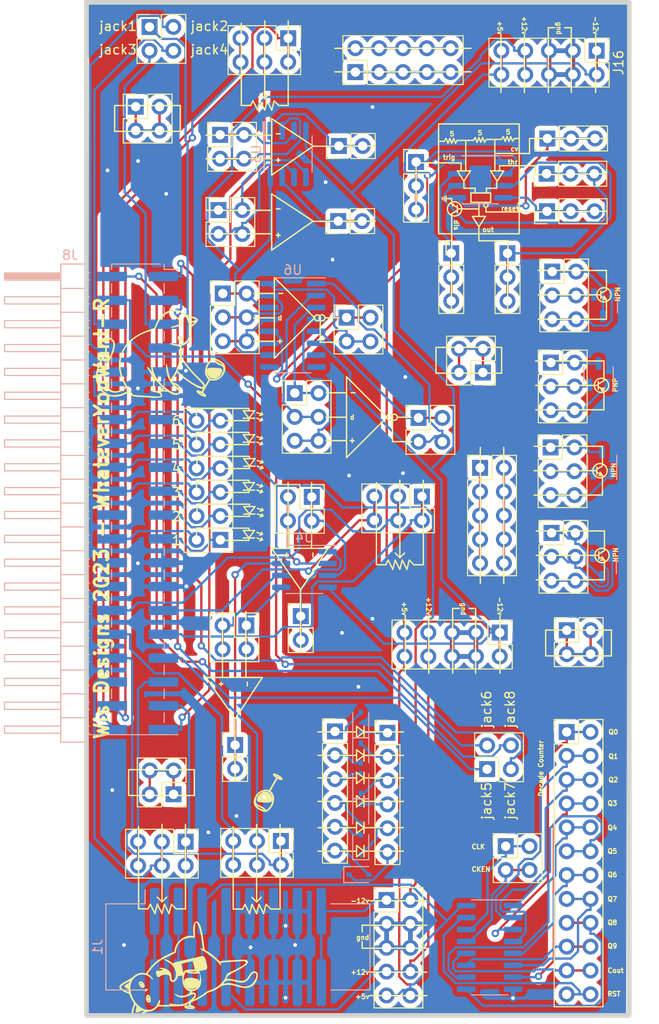
<source format=kicad_pcb>
(kicad_pcb (version 20221018) (generator pcbnew)
  (layers (0 "F.Cu" signal) (31 "B.Cu" signal) (34 "B.Paste" user) (35 "F.Paste" user) (36 "B.SilkS" user "B.Silkscreen") (37 "F.SilkS" user "F.Silkscreen") (38 "B.Mask" user) (39 "F.Mask" user) (44 "Edge.Cuts" user))
  (net 0 "")
  (net 1 "Net-(D1-K)")
  (net 2 "Net-(D1-A)")
  (net 3 "Net-(D2-K)")
  (net 4 "Net-(D2-A)")
  (net 5 "Net-(D3-K)")
  (net 6 "Net-(D3-A)")
  (net 7 "Net-(D4-K)")
  (net 8 "-12V")
  (net 9 "GND")
  (net 10 "+12V")
  (net 11 "+5V")
  (net 12 "Net-(D4-A)")
  (net 13 "Net-(J4-Pin_1)")
  (net 14 "Net-(J5-Pin_1)")
  (net 15 "Net-(J9-Pin_1)")
  (net 16 "Net-(J11-Pin_1)")
  (net 17 "Net-(J12-Pin_1)")
  (net 18 "Net-(J15-Pin_1)")
  (net 23 "Net-(J24-Pin_1)")
  (net 24 "Net-(J25-Pin_1)")
  (net 25 "Net-(J26-Pin_1)")
  (net 26 "Net-(J27-Pin_1)")
  (net 27 "Net-(J29-Pin_1)")
  (net 28 "Net-(J30-Pin_1)")
  (net 29 "Net-(J34-Pin_1)")
  (net 30 "Net-(J6-Pin_1)")
  (net 31 "Net-(J7-Pin_1)")
  (net 32 "Net-(J7-Pin_3)")
  (net 33 "Net-(J7-Pin_5)")
  (net 34 "Net-(J6-Pin_3)")
  (net 35 "Net-(J6-Pin_5)")
  (net 36 "Net-(J8-Pin_1)")
  (net 37 "Net-(J10-Pin_1)")
  (net 38 "Net-(J13-Pin_1)")
  (net 39 "Net-(J8-Pin_2)")
  (net 40 "Net-(J8-Pin_3)")
  (net 41 "Net-(J14-Pin_1)")
  (net 42 "Net-(J8-Pin_4)")
  (net 43 "Net-(J17-Pin_1)")
  (net 44 "Net-(J17-Pin_3)")
  (net 45 "Net-(J8-Pin_5)")
  (net 46 "Net-(J8-Pin_6)")
  (net 47 "Net-(J20-Pin_1)")
  (net 48 "Net-(J8-Pin_7)")
  (net 49 "Net-(J21-Pin_1)")
  (net 50 "Net-(J8-Pin_9)")
  (net 51 "Net-(J8-Pin_10)")
  (net 52 "Net-(J22-Pin_1)")
  (net 53 "Net-(J8-Pin_11)")
  (net 54 "Net-(J8-Pin_12)")
  (net 55 "Net-(J23-Pin_1)")
  (net 56 "Net-(J8-Pin_17)")
  (net 57 "Net-(J8-Pin_19)")
  (net 58 "Net-(J28-Pin_1)")
  (net 59 "Net-(J8-Pin_21)")
  (net 60 "Net-(J8-Pin_23)")
  (net 61 "Net-(J8-Pin_25)")
  (net 62 "Net-(J8-Pin_27)")
  (net 63 "Net-(J38-Pin_1)")
  (net 64 "Net-(J39-Pin_1)")
  (net 65 "Net-(J8-Pin_33)")
  (net 66 "Net-(D5-K)")
  (net 67 "Net-(D5-A)")
  (net 68 "Net-(J8-Pin_35)")
  (net 69 "Net-(J8-Pin_37)")
  (net 70 "Net-(J8-Pin_39)")
  (net 71 "Net-(J10-Pin_3)")
  (net 72 "Net-(J10-Pin_5)")
  (net 73 "Net-(J13-Pin_3)")
  (net 74 "Net-(J14-Pin_3)")
  (net 75 "Net-(J20-Pin_3)")
  (net 76 "Net-(J2-Pin_1)")
  (net 77 "Net-(J2-Pin_3)")
  (net 78 "Net-(J2-Pin_5)")
  (net 79 "Net-(J21-Pin_3)")
  (net 80 "Net-(J49-Pin_1)")
  (net 81 "Net-(J3-Pin_1)")
  (net 82 "Net-(J3-Pin_3)")
  (net 83 "Net-(J3-Pin_5)")
  (net 84 "Net-(J49-Pin_3)")
  (net 85 "Net-(J49-Pin_5)")
  (net 86 "Net-(D12-K)")
  (net 87 "Net-(D12-A)")
  (net 88 "Net-(J1--12v_L)")
  (net 89 "Net-(J1-GND-Pad3)")
  (net 90 "Net-(J24-Pin_3)")
  (net 91 "Net-(J26-Pin_3)")
  (net 92 "Net-(J29-Pin_10)")
  (net 93 "Net-(J30-Pin_10)")
  (net 94 "Net-(J8-Pin_8)")
  (net 95 "Net-(J8-Pin_13)")
  (net 96 "Net-(J8-Pin_18)")
  (net 97 "Net-(J8-Pin_20)")
  (net 98 "Net-(J8-Pin_22)")
  (net 99 "Net-(J8-Pin_24)")
  (net 100 "Net-(J8-Pin_26)")
  (net 101 "Net-(J8-Pin_28)")
  (net 102 "Net-(J8-Pin_29)")
  (net 103 "Net-(J8-Pin_34)")
  (net 104 "Net-(J8-Pin_36)")
  (net 105 "Net-(J8-Pin_38)")
  (net 106 "Net-(J8-Pin_40)")
  (net 107 "Net-(J33-Pin_11)")
  (net 108 "Net-(J33-Pin_3)")
  (net 109 "Net-(J33-Pin_1)")
  (net 110 "Net-(J33-Pin_5)")
  (net 111 "Net-(J33-Pin_13)")
  (net 112 "Net-(J33-Pin_15)")
  (net 113 "Net-(J33-Pin_7)")
  (net 114 "Net-(J33-Pin_17)")
  (net 115 "Net-(J33-Pin_10)")
  (net 116 "Net-(J33-Pin_19)")
  (net 117 "Net-(J33-Pin_21)")
  (net 118 "Net-(J33-Pin_23)")
  (footprint "Connector_PinHeader_2.54mm:PinHeader_2x03_P2.54mm_Vertical" (layer "F.Cu") (at 69.5 77)
    (fp_text reference "J49" hide)
    (fp_text value "02x03" hide)
  )
  (footprint "Connector_PinHeader_2.54mm:PinHeader_2x03_P2.54mm_Vertical" (layer "F.Cu") (at 41.51 33.42 -90)
    (fp_text reference "J_POT1" hide)
    (fp_text value "02x03" hide)
  )
  (footprint "Connector_PinHeader_2.54mm:PinHeader_2x02_P2.54mm_Vertical" (layer "F.Cu") (at 62.725 111.275 90)
    (fp_text reference "J_JACKS2" hide)
    (fp_text value "Conn_02x02_Odd_Even" hide)
  )
  (footprint "Connector_PinHeader_2.54mm:PinHeader_2x02_P2.54mm_Vertical" (layer "F.Cu") (at 34.075 51.725)
    (fp_text reference "J21" hide)
    (fp_text value "Conn_02x02_Odd_Even" hide)
  )
  (footprint "Connector_PinHeader_2.54mm:PinHeader_2x02_P2.54mm_Vertical" (layer "F.Cu") (at 47.74 63.175)
    (fp_text reference "J14" hide)
    (fp_text value "Conn_02x02_Odd_Even" hide)
  )
  (footprint "Connector_PinHeader_2.54mm:PinHeader_2x02_P2.54mm_Vertical" (layer "F.Cu") (at 29.285 113.95 180)
    (fp_text reference "J28" hide)
    (fp_text value "Conn_02x02_Odd_Even" hide)
  )
  (footprint "Connector_PinHeader_2.54mm:PinHeader_1x03_P2.54mm_Vertical" (layer "F.Cu") (at 58.9 56.325)
    (fp_text reference "J12" hide)
    (fp_text value "Conn_01x03_Pin" hide)
  )
  (footprint "Connector_PinHeader_2.54mm:PinHeader_1x06_P2.54mm_Vertical" (layer "F.Cu") (at 46.5 107.25)
    (fp_text reference "J_DIODE_A2" hide)
    (fp_text value "Conn_01x06_Pin" hide)
  )
  (footprint "Connector_PinHeader_2.54mm:PinHeader_2x03_P2.54mm_Vertical" (layer "F.Cu") (at 42.21 71.21)
    (fp_text reference "J6" hide)
    (fp_text value "02x03" hide)
  )
  (footprint "Connector_PinHeader_2.54mm:PinHeader_1x03_P2.54mm_Vertical" (layer "F.Cu") (at 69.11 51.85 90)
    (fp_text reference "J9" hide)
    (fp_text value "Conn_01x03_Pin" hide)
  )
  (footprint "Connector_PinHeader_2.54mm:PinHeader_2x12_P2.54mm_Vertical" (layer "F.Cu") (at 71.21 107.31)
    (fp_text reference "J33" hide)
    (fp_text value "Conn_02x12_Odd_Even")
  )
  (footprint "Connector_PinHeader_2.54mm:PinHeader_1x03_P2.54mm_Vertical" (layer "F.Cu") (at 64.9 56.325)
    (fp_text reference "J11" hide)
    (fp_text value "Conn_01x03_Pin" hide)
  )
  (footprint "Connector_PinHeader_2.54mm:PinHeader_2x03_P2.54mm_Vertical" (layer "F.Cu") (at 34.54 60.61)
    (fp_text reference "J10" hide)
    (fp_text value "02x03" hide)
  )
  (footprint "Connector_PinHeader_2.54mm:PinHeader_1x03_P2.54mm_Vertical" (layer "F.Cu") (at 69.15 44.1 90)
    (fp_text reference "J4" hide)
    (fp_text value "Conn_01x03_Pin" hide)
  )
  (footprint "Connector_PinHeader_2.54mm:PinHeader_2x02_P2.54mm_Vertical" (layer "F.Cu") (at 26.72 32.22)
    (fp_text reference "J_JACKS1" hide)
    (fp_text value "Conn_02x02_Odd_Even" hide)
  )
  (footprint "Connector_PinHeader_2.54mm:PinHeader_2x02_P2.54mm_Vertical" (layer "F.Cu") (at 55.41 73.86)
    (fp_text reference "J13" hide)
    (fp_text value "Conn_02x02_Odd_Even" hide)
  )
  (footprint "Connector_PinHeader_2.54mm:PinHeader_2x03_P2.54mm_Vertical" (layer "F.Cu") (at 55.775 82.225 -90)
    (fp_text reference "J_POT4" hide)
    (fp_text value "02x03" hide)
  )
  (footprint "Connector_PinHeader_2.54mm:PinHeader_2x05_P2.54mm_Vertical" (layer "F.Cu") (at 64.075 96.725 -90)
    (fp_text reference "J47" hide)
    (fp_text value "02x05" hide)
  )
  (footprint "Connector_PinHeader_2.54mm:PinHeader_2x02_P2.54mm_Vertical" (layer "F.Cu") (at 25.25 40.71)
    (fp_text reference "J34" hide)
    (fp_text value "Conn_02x02_Odd_Even" hide)
  )
  (footprint "Connector_PinHeader_2.54mm:PinHeader_2x03_P2.54mm_Vertical" (layer "F.Cu") (at 30.58 119 -90)
    (fp_text reference "J_POT2" hide)
    (fp_text value "02x03" hide)
  )
  (footprint "Connector_PinHeader_2.54mm:PinHeader_1x02_P2.54mm_Vertical" (layer "F.Cu") (at 46.85 52.9 90)
    (fp_text reference "J23" hide)
    (fp_text value "Conn_01x02_Pin" hide)
  )
  (footprint "Connector_PinHeader_2.54mm:PinHeader_1x03_P2.54mm_Vertical" (layer "F.Cu") (at 55.15 46.6)
    (fp_text reference "J15" hide)
    (fp_text value "Conn_01x03_Pin" hide)
  )
  (footprint "Connector_PinHeader_2.54mm:PinHeader_2x02_P2.54mm_Vertical" (layer "F.Cu") (at 34.25 43.71)
    (fp_text reference "J20" hide)
    (fp_text value "Conn_02x02_Odd_Even" hide)
  )
  (footprint "Connector_PinHeader_2.54mm:PinHeader_2x02_P2.54mm_Vertical" (layer "F.Cu") (at 64.71 119.475)
    (fp_text reference "J17" hide)
    (fp_text value "Conn_02x02_Odd_Even" hide)
  )
  (footprint "Connector_PinHeader_2.54mm:PinHeader_2x03_P2.54mm_Vertical" (layer "F.Cu") (at 40.725 118.915 -90)
    (fp_text reference "J_POT3" hide)
    (fp_text value "02x03" hide)
  )
  (footprint "Connector_PinHeader_2.54mm:PinHeader_2x05_P2.54mm_Vertical" (layer "F.Cu") (at 52 125.21)
    (fp_text reference "J19" hide)
    (fp_text value "02x05" hide)
  )
  (footprint "Connector_PinHeader_2.54mm:PinHeader_2x06_P2.54mm_Vertical" (layer "F.Cu") (at 34.275 86.85 180)
    (fp_text reference "J_LEDS1" hide)
    (fp_text value "Conn_02x06_Odd_Even" hide)
  )
  (footprint "Connector_PinHeader_2.54mm:PinHeader_2x05_P2.54mm_Vertical" (layer "F.Cu") (at 61.975 79.175)
    (fp_text reference "J30" hide)
    (fp_text value "02x05" hide)
  )
  (footprint "Connector_PinHeader_2.54mm:PinHeader_2x02_P2.54mm_Vertical" (layer "F.Cu") (at 62.275 69.025 180)
    (fp_text reference "J38" hide)
    (fp_text value "Conn_02x02_Odd_Even" hide)
  )
  (footprint "Connector_PinHeader_2.54mm:PinHeader_2x02_P2.54mm_Vertical" (layer "F.Cu") (at 71.225 96.475)
    (fp_text reference "J39" hide)
    (fp_text value "Conn_02x02_Odd_Even" hide)
  )
  (footprint "Connector_PinHeader_2.54mm:PinHeader_1x02_P2.54mm_Vertical" (layer "F.Cu") (at 35.85 108.7)
    (fp_text reference "J27" hide)
    (fp_text value "Conn_01x02_Pin" hide)
  )
  (footprint "Connector_PinHeader_2.54mm:PinHeader_2x05_P2.54mm_Vertical" (layer "F.Cu") (at 48.675 37.025 90)
    (fp_text reference "J29" hide)
    (fp_text value "02x05" hide)
  )
  (footprint "Connector_PinHeader_2.54mm:PinHeader_2x03_P2.54mm_Vertical" (layer "F.Cu") (at 69.52 67.97)
    (fp_text reference "J3" hide)
    (fp_text value "02x03" hide)
  )
  (footprint "Connector_PinHeader_2.54mm:PinHeader_2x02_P2.54mm_Vertical" (layer "F.Cu") (at 44.025 82.275 -90)
    (fp_text reference "J24" hide)
    (fp_text value "Conn_02x02_Odd_Even" hide)
  )
  (footprint "Connector_PinHeader_2.54mm:PinHeader_1x02_P2.54mm_Vertical" (layer "F.Cu") (at 42.85 94.975)
    (fp_text reference "J25" hide)
    (fp_text value "Conn_01x02_Pin" hide)
  )
  (footprint "Connector_PinHeader_2.54mm:PinHeader_1x06_P2.54mm_Vertical" (layer "F.Cu") (at 52.1 107.4)
    (fp_text reference "J_DIODE_C1" hide)
    (fp_text value "Conn_01x06_Pin" hide)
  )
  (footprint "Connector_PinHeader_2.54mm:PinHeader_2x03_P2.54mm_Vertical" (layer "F.Cu") (at 69.5975 86.11)
    (fp_text reference "J2" hide)
    (fp_text value "02x03" hide)
  )
  (footprint "Connector_PinHeader_2.54mm:PinHeader_1x02_P2.54mm_Vertical" (layer "F.Cu") (at 46.9209 44.9 90)
    (fp_text reference "J22" hide)
    (fp_text value "Conn_01x02_Pin" hide)
  )
  (footprint "Connector_PinHeader_2.54mm:PinHeader_2x03_P2.54mm_Vertical" (layer "F.Cu") (at 69.675 58.275)
    (fp_text reference "J7" hide)
    (fp_text value "02x03" hide)
  )
  (footprint "Connector_PinHeader_2.54mm:PinHeader_2x02_P2.54mm_Vertical" (layer "F.Cu") (at 37.05 95.96 -90)
    (fp_text reference "J26" hide)
    (fp_text value "Conn_02x02_Odd_Even" hide)
  )
  (footprint "Connector_PinHeader_2.54mm:PinHeader_1x03_P2.54mm_Vertical" (layer "F.Cu") (at 69.07 47.85 90)
    (fp_text reference "J5" hide)
    (fp_text value "Conn_01x03_Pin" hide)
  )
  (footprint "Connector_PinHeader_2.54mm:PinHeader_2x05_P2.54mm_Vertical" (layer "F.Cu") (at 74.41 34.75 -90)
    (fp_text reference "J16")
    (fp_text value "02x05")
  )
  (footprint "Diode_SMD:D_SOD-323" (layer "B.Cu") (at 49.25 116.05 -90)
    (fp_text reference "D3" hide)
    (fp_text value "1N4148WS" hide)
  )
  (footprint "Package_SO:SOIC-8_3.9x4.9mm_P1.27mm" (layer "B.Cu") (at 41.5 45.75 -90)
    (fp_text reference "U3")
    (fp_text value "TL072")
  )
  (footprint "EuroRackTools:PinHeader_2x20_P2.54mm_Horizontal" (layer "B.Cu") (at 23.9 58.8 180)
    (fp_text reference "J8")
    (fp_text value "male 02x20")
  )
  (footprint "Diode_SMD:D_SOD-323" (layer "B.Cu") (at 49.25 109.55 -90)
    (fp_text reference "D1" hide)
    (fp_text value "1N4148WS" hide)
  )
  (footprint "Diode_SMD:D_SOD-323" (layer "B.Cu") (at 49.25 112.8 90)
    (fp_text reference "D2" hide)
    (fp_text value "1N4148WS" hide)
  )
  (footprint "Package_SO:SOIC-8-1EP_3.9x4.9mm_P1.27mm_EP2.29x3mm" (layer "B.Cu") (at 62 48.5 180)
    (fp_text reference "U1" hide)
    (fp_text value "NE555DR")
  )
  (footprint "Connector_IDC:IDC-Header_2x08_P2.54mm_Vertical_SMD" (layer "B.Cu") (at 36.15 130.2 -90)
    (fp_text reference "J1")
    (fp_text value "EuroPower16")
  )
  (footprint "Package_TO_SOT_SMD:SOT-23-3" (layer "B.Cu") (at 74.61 69.21 90)
    (fp_text reference "Q3" hide)
    (fp_text value "2N3906S" hide)
  )
  (footprint "Package_SO:SOP-16_3.9x9.9mm_P1.27mm" (layer "B.Cu") (at 63 130.25 180)
    (fp_text reference "U5" hide)
    (fp_text value "4017bm")
  )
  (footprint "Package_SO:SOIC-8_3.9x4.9mm_P1.27mm" (layer "B.Cu") (at 43.25 90 180)
    (fp_text reference "U4")
    (fp_text value "TL072")
  )
  (footprint "Package_TO_SOT_SMD:SOT-23-3" (layer "B.Cu") (at 75.065 61.865 -90)
    (fp_text reference "Q4" hide)
    (fp_text value "MMBT2222A" hide)
  )
  (footprint "Package_TO_SOT_SMD:SOT-23-3" (layer "B.Cu") (at 75 78.63 90)
    (fp_text reference "Q1" hide)
    (fp_text value "2N3906S" hide)
  )
  (footprint "Diode_SMD:D_SOD-323" (layer "B.Cu") (at 49.25 106.3 90)
    (fp_text reference "D12" hide)
    (fp_text value "1N4148WS" hide)
  )
  (footprint "Diode_SMD:D_SOD-323" (layer "B.Cu") (at 49.05 122.5)
    (fp_text reference "D5" hide)
    (fp_text value "1N4148WS" hide)
  )
  (footprint "Diode_SMD:D_SOD-323" (layer "B.Cu") (at 49.25 119.3 90)
    (fp_text reference "D4" hide)
    (fp_text value "1N4148WS" hide)
  )
  (footprint "Package_TO_SOT_SMD:SOT-23-3" (layer "B.Cu") (at 74.945 89.675 -90)
    (fp_text reference "Q2" hide)
    (fp_text value "MMBT2222A" hide)
  )
  (footprint "Package_SO:SOP-16_3.9x9.9mm_P1.27mm" (layer "B.Cu") (at 42 64 180)
    (fp_text reference "U6")
    (fp_text value "XL13700")
  )
  (gr_line (start 49.6 119.4) (end 49.6 120.6) (stroke (width 0.15)) (layer "F.SilkS"))
  (gr_line (start 48.135 76.285) (end 48.535 76.285) (stroke (width 0.15)) (layer "F.SilkS"))
  (gr_circle (center 74.975923 88.5) (end 75.275923 89.2) (stroke (width 0.15)) (fill none) (layer "F.SilkS"))
  (gr_line (start 57.95 50.4) (end 57.95 50.6) (stroke (width 0.15)) (layer "F.SilkS"))
  (gr_line (start 74.6825 70.595) (end 75.1825 70.895) (stroke (width 0.15)) (layer "F.SilkS"))
  (gr_line (start 28.055 126.65) (end 27.555 125.65) (stroke (width 0.15)) (layer "F.SilkS"))
  (gr_line (start 41.51 31.585) (end 41.51 40.585) (stroke (width 0.15)) (layer "F.SilkS"))
  (gr_line (start 44.7 112.2) (end 48.8 112.2) (stroke (width 0.15)) (layer "F.SilkS"))
  (gr_line (start 64.5 47.55) (end 63.8 48.65) (stroke (width 0.15)) (layer "F.SilkS"))
  (gr_line (start 48.8 120.6) (end 49.6 120) (stroke (width 0.15)) (layer "F.SilkS"))
  (gr_line (start 59.95 44.3) (end 60.75 44.3) (stroke (width 0.15)) (layer "F.SilkS"))
  (gr_line (start 75.45 60.25) (end 75.45 59.65) (stroke (width 0.15)) (layer "F.SilkS"))
  (gr_line (start 31.495 114.075) (end 24.495 114.075) (stroke (width 0.15)) (layer "F.SilkS"))
  (gr_line (start 54.17 90) (end 53.67 89) (stroke (width 0.15)) (layer "F.SilkS"))
  (gr_line (start 40.03 58.9) (end 44.33 63.2) (stroke (width 0.15)) (layer "F.SilkS"))
  (gr_line (start 74.85 60.75) (end 74.25 60.75) (stroke (width 0.15)) (layer "F.SilkS"))
  (gr_line (start 54 94.95) (end 54 101.05) (stroke (width 0.15)) (layer "F.SilkS"))
  (gr_line (start 35.85 105.920944) (end 38.75 101.5) (stroke (width 0.15)) (layer "F.SilkS"))
  (gr_line (start 53.8 107.3) (end 49.6 107.3) (stroke (width 0.15)) (layer "F.SilkS"))
  (gr_line (start 62.65 44.2) (end 63.05 44.2) (stroke (width 0.15)) (layer "F.SilkS"))
  (gr_line (start 62.45 44.5) (end 62.65 44.2) (stroke (width 0.15)) (layer "F.SilkS"))
  (gr_line (start 31.725 86.85) (end 31.725 85.6) (stroke (width 0.15)) (layer "F.SilkS"))
  (gr_line (start 64.95 55) (end 64.95 56.5) (stroke (width 0.15)) (layer "F.SilkS"))
  (gr_line (start 34.325 84.35) (end 37.375 84.35) (stroke (width 0.15)) (layer "F.SilkS"))
  (gr_line (start 38.775 81.15) (end 38.475 81.25) (stroke (width 0.15)) (layer "F.SilkS"))
  (gr_line (start 58.95 51.1) (end 59.15 51.1) (stroke (width 0.15)) (layer "F.SilkS"))
  (gr_line (start 75.025 79.98) (end 74.775 79.63) (stroke (width 0.15)) (layer "F.SilkS"))
  (gr_line (start 38.175 86.05) (end 38.775 86.25) (stroke (width 0.15)) (layer "F.SilkS"))
  (gr_line (start 37.325 76.45) (end 37.925 75.65) (stroke (width 0.15)) (layer "F.SilkS"))
  (gr_line (start 37.375 83.05) (end 31.775 83.05) (stroke (width 0.15)) (layer "F.SilkS"))
  (gr_line (start 31.775 79.2) (end 31.775 77.95) (stroke (width 0.15)) (layer "F.SilkS"))
  (gr_line (start 48.8 118.1) (end 49.6 117.5) (stroke (width 0.15)) (layer "F.SilkS"))
  (gr_line (start 37.325 80.5) (end 31.725 80.5) (stroke (width 0.15)) (layer "F.SilkS"))
  (gr_line (start 49.6 109.8) (end 48.8 109.2) (stroke (width 0.15)) (layer "F.SilkS"))
  (gr_line (start 71.7 32.3) (end 71.7 39.2) (stroke (width 0.15)) (layer "F.SilkS"))
  (gr_line (start 49.4 127.89) (end 56.3 127.89) (stroke (width 0.15)) (layer "F.SilkS"))
  (gr_line (start 40.51 40.585) (end 40.01 40.085) (stroke (width 0.15)) (layer "F.SilkS"))
  (gr_line (start 75.975 99.205) (end 68.975 99.205) (stroke (width 0.15)) (layer "F.SilkS"))
  (gr_line (start 36.645 126.165) (end 35.645 126.165) (stroke (width 0.15)) (layer "F.SilkS"))
  (gr_line (start 62.65 49.4) (end 63.75 49.4) (stroke (width 0.15)) (layer "F.SilkS"))
  (gr_line (start 67.25 45.7) (end 67.25 44.1) (stroke (width 0.15)) (layer "F.SilkS"))
  (gr_line (start 69.2 44.1) (end 75.56 44.1) (stroke (width 0.15)) (layer "F.SilkS"))
  (gr_line (start 69.8 51.923606) (end 62.6 51.923606) (stroke (width 0.15)) (layer "F.SilkS"))
  (gr_line (start 49.6 114.1) (end 49.6 115.3) (stroke (width 0.15)) (layer "F.SilkS"))
  (gr_line (start 53.193113 76.385) (end 54.676886 76.385) (stroke (width 0.15)) (layer "F.SilkS"))
  (gr_poly (pts (xy 31.179121 133.516061) (xy 31.294465 133.524322) (xy 31.406808 133.537993) (xy 31.514469 133.556736) (xy 31.615763 133.580209) (xy 31.70901 133.608073) (xy 31.792527 133.63999) (xy 31.864631 133.675617) (xy 31.923641 133.714617) (xy 31.94771 133.735275) (xy 31.967874 133.756649) (xy 31.983923 133.778695) (xy 31.995647 133.801373) (xy 32.002836 133.824638) (xy 32.005279 133.848449) (xy 32.003512 133.9021) (xy 31.998297 133.954633) (xy 31.989762 134.005964) (xy 31.978036 134.056007) (xy 31.963247 134.104679) (xy 31.945524 134.151895) (xy 31.924993 134.19757) (xy 31.901786 134.241621) (xy 31.876028 134.283963) (xy 31.847849 134.324511) (xy 31.817378 134.363181) (xy 31.784742 134.399888) (xy 31.75007 134.434549) (xy 31.71349 134.467077) (xy 31.67513 134.497391) (xy 31.63512 134.525404) (xy 31.593587 134.551032) (xy 31.550659 134.574191) (xy 31.506466 134.594796) (xy 31.461135 134.612764) (xy 31.414795 134.628009) (xy 31.367573 134.640447) (xy 31.3196 134.649994) (xy 31.271002 134.656565) (xy 31.221908 134.660075) (xy 31.172447 134.660441) (xy 31.122747 134.657579) (xy 31.072936 134.651402) (xy 31.023143 134.641828) (xy 30.973495 134.628771) (xy 30.924122 134.612148) (xy 30.875152 134.591873) (xy 30.836173 134.572292) (xy 30.798638 134.549736) (xy 30.762601 134.524423) (xy 30.728118 134.496571) (xy 30.695243 134.466396) (xy 30.664031 134.434116) (xy 30.634538 134.399949) (xy 30.606817 134.36411) (xy 30.580925 134.326819) (xy 30.556916 134.288291) (xy 30.534844 134.248745) (xy 30.514766 134.208398) (xy 30.496735 134.167466) (xy 30.480807 134.126168) (xy 30.467036 134.08472) (xy 30.455478 134.04334) (xy 30.446188 134.002246) (xy 30.43922 133.961653) (xy 30.434629 133.921781) (xy 30.43247 133.882846) (xy 30.432799 133.845065) (xy 30.435669 133.808655) (xy 30.441137 133.773835) (xy 30.449256 133.740821) (xy 30.460082 133.70983) (xy 30.47367 133.68108) (xy 30.490075 133.654789) (xy 30.509352 133.631173) (xy 30.531554 133.61045) (xy 30.556739 133.592837) (xy 30.58496 133.578551) (xy 30.616272 133.56781) (xy 30.721385 133.54392) (xy 30.831908 133.527141) (xy 30.946161 133.517131) (xy 31.062459 133.513551)) (stroke (width 0.047896)) (fill solid) (layer "F.SilkS"))
  (gr_line (start 39.51 39.335) (end 39.01 39.835) (stroke (width 0.15)) (layer "F.SilkS"))
  (gr_circle (center 75.188423 60.75) (end 75.488423 61.45) (stroke (width 0.15)) (fill none) (layer "F.SilkS"))
  (gr_line (start 61.85 44) (end 62.05 44.5) (stroke (width 0.15)) (layer "F.SilkS"))
  (gr_line (start 34.275 86.9) (end 37.325 86.9) (stroke (width 0.15)) (layer "F.SilkS"))
  (gr_poly (pts (xy 29.565631 63.104525) (xy 29.6721 63.150127) (xy 29.772144 63.200539) (xy 29.865187 63.254954) (xy 29.950657 63.312571) (xy 30.027978 63.372583) (xy 30.096578 63.434186) (xy 30.155882 63.496577) (xy 30.181869 63.527816) (xy 30.205317 63.558951) (xy 30.226154 63.58988) (xy 30.244308 63.620503) (xy 30.259708 63.65072) (xy 30.272282 63.68043) (xy 30.281959 63.709532) (xy 30.288665 63.737926) (xy 30.29233 63.765511) (xy 30.292883 63.792188) (xy 30.29025 63.817854) (xy 30.284361 63.842411) (xy 30.275144 63.865756) (xy 30.262527 63.88779) (xy 30.246438 63.908413) (xy 30.226805 63.927522) (xy 30.203558 63.945019) (xy 30.176623 63.960803) (xy 30.126171 63.983724) (xy 30.061591 64.008089) (xy 29.985282 64.03338) (xy 29.899642 64.05908) (xy 29.709965 64.109636) (xy 29.511748 64.155617) (xy 29.324178 64.192883) (xy 29.166443 64.217293) (xy 29.10476 64.223383) (xy 29.057731 64.224707) (xy 29.027755 64.220747) (xy 29.019911 64.216624) (xy 29.01723 64.210986) (xy 29.017199 64.210955) (xy 29.017917 64.209491) (xy 29.020045 64.207602) (xy 29.028396 64.202599) (xy 29.041969 64.196047) (xy 29.060485 64.188046) (xy 29.111218 64.168097) (xy 29.178343 64.143553) (xy 29.259613 64.115218) (xy 29.352776 64.083891) (xy 29.455582 64.050377) (xy 29.565783 64.015475) (xy 29.69349 63.975012) (xy 29.804118 63.937947) (xy 29.89764 63.903185) (xy 29.937978 63.886326) (xy 29.974028 63.869632) (xy 30.005788 63.852966) (xy 30.033255 63.836192) (xy 30.056423 63.819173) (xy 30.075291 63.801772) (xy 30.089855 63.783852) (xy 30.10011 63.765276) (xy 30.106054 63.745908) (xy 30.107684 63.725611) (xy 30.104995 63.704248) (xy 30.097984 63.681682) (xy 30.086648 63.657776) (xy 30.070983 63.632393) (xy 30.050985 63.605397) (xy 30.026652 63.576651) (xy 29.99798 63.546018) (xy 29.964965 63.513361) (xy 29.885892 63.441428) (xy 29.789406 63.359758) (xy 29.67548 63.267257) (xy 29.544085 63.162829) (xy 29.376452 63.030322)) (stroke (width 0.047896)) (fill solid) (layer "F.SilkS"))
  (gr_line (start 58.35 50.2) (end 58.35 50.8) (stroke (width 0.15)) (layer "F.SilkS"))
  (gr_line (start 27.305 126.65) (end 26.805 125.65) (stroke (width 0.15)) (layer "F.SilkS"))
  (gr_line (start 28.055 125.4) (end 28.055 117.15) (stroke (width 0.15)) (layer "F.SilkS"))
  (gr_line (start 37.325 73.1) (end 37.325 72.85) (stroke (width 0.15)) (layer "F.SilkS"))
  (gr_line (start 75.025 76.88) (end 75.025 78.38) (stroke (width 0.15)) (layer "F.SilkS"))
  (gr_line (start 59.45 51.4) (end 58.95 51.1) (stroke (width 0.15)) (layer "F.SilkS"))
  (gr_line (start 37.325 85.6) (end 31.725 85.6) (stroke (width 0.15)) (layer "F.SilkS"))
  (gr_line (start 27.555 124.9) (end 28.055 125.4) (stroke (width 0.15)) (layer "F.SilkS"))
  (gr_line (start 37.645 125.665) (end 37.395 126.665) (stroke (width 0.15)) (layer "F.SilkS"))
  (gr_line (start 53.8 112.2) (end 49.6 112.2) (stroke (width 0.15)) (layer "F.SilkS"))
  (gr_line (start 40.25 54.4) (end 40.65 54.4) (stroke (width 0.15)) (layer "F.SilkS"))
  (gr_circle (center 62.6 51.2) (end 62.8 51.3) (stroke (width 0.15)) (fill none) (layer "F.SilkS"))
  (gr_line (start 38.175 86.65) (end 38.775 86.85) (stroke (width 0.15)) (layer "F.SilkS"))
  (gr_line (start 46.5 37) (end 61 37) (stroke (width 0.15)) (layer "F.SilkS"))
  (gr_line (start 49.4 130.34) (end 49.4 129.64) (stroke (width 0.15)) (layer "F.SilkS"))
  (gr_line (start 36.775 78.2) (end 37.375 79) (stroke (width 0.15)) (layer "F.SilkS"))
  (gr_line (start 49.6 116.9) (end 49.6 118.1) (stroke (width 0.15)) (layer "F.SilkS"))
  (gr_line (start 37.975 78.2) (end 36.775 78.2) (stroke (width 0.15)) (layer "F.SilkS"))
  (gr_line (start 38.225 83.5) (end 38.825 83.7) (stroke (width 0.15)) (layer "F.SilkS"))
  (gr_line (start 37.325 81.8) (end 37.325 81.55) (stroke (width 0.15)) (layer "F.SilkS"))
  (gr_circle (center 74.763423 79.48) (end 75.063423 80.18) (stroke (width 0.15)) (fill none) (layer "F.SilkS"))
  (gr_line (start 29.055 125.65) (end 28.805 126.65) (stroke (width 0.15)) (layer "F.SilkS"))
  (gr_line (start 53.8 114.7) (end 49.6 114.7) (stroke (width 0.15)) (layer "F.SilkS"))
  (gr_line (start 38.775 76.05) (end 38.475 76.15) (stroke (width 0.15)) (layer "F.SilkS"))
  (gr_line (start 61.85 53.5) (end 61.85 55) (stroke (width 0.15)) (layer "F.SilkS"))
  (gr_line (start 64.45 43.9) (end 64.65 44.4) (stroke (width 0.15)) (layer "F.SilkS"))
  (gr_line (start 36.51 40.585) (end 36.51 31.835) (stroke (width 0.15)) (layer "F.SilkS"))
  (gr_line (start 44.7 117.5) (end 48.8 117.5) (stroke (width 0.15)) (layer "F.SilkS"))
  (gr_line (start 41.15 88.45) (end 41.55 88.45) (stroke (width 0.15)) (layer "F.SilkS"))
  (gr_line (start 63.1 47.55) (end 64.5 47.55) (stroke (width 0.15)) (layer "F.SilkS"))
  (gr_line (start 48.8 112.8) (end 49.6 112.2) (stroke (width 0.15)) (layer "F.SilkS"))
  (gr_line (start 46.5 34.5) (end 61 34.5) (stroke (width 0.15)) (layer "F.SilkS"))
  (gr_line (start 38.825 78.6) (end 38.525 78.7) (stroke (width 0.15)) (layer "F.SilkS"))
  (gr_line (start 38.645 124.915) (end 38.145 125.415) (stroke (width 0.15)) (layer "F.SilkS"))
  (gr_line (start 37.859057 60.6) (end 40.000943 60.6) (stroke (width 0.15)) (layer "F.SilkS"))
  (gr_line (start 75.1825 71.545) (end 75.1825 72.995) (stroke (width 0.15)) (layer "F.SilkS"))
  (gr_line (start 37.325 74.15) (end 37.325 73.9) (stroke (width 0.15)) (layer "F.SilkS"))
  (gr_line (start 50.2 135.39) (end 56.3 135.39) (stroke (width 0.15)) (layer "F.SilkS"))
  (gr_line (start 75.2375 89) (end 74.9875 88.65) (stroke (width 0.15)) (layer "F.SilkS"))
  (gr_line (start 69.25 32.3) (end 69.25 39.2) (stroke (width 0.15)) (layer "F.SilkS"))
  (gr_line (start 74.8325 70.695) (end 75.270923 70.695) (stroke (width 0.15)) (layer "F.SilkS"))
  (gr_line (start 75.2375 88) (end 75.2375 87.4) (stroke (width 0.15)) (layer "F.SilkS"))
  (gr_line (start 48.8 111.6) (end 48.8 112.8) (stroke (width 0.15)) (layer "F.SilkS"))
  (gr_circle (center 74.920923 70.395) (end 75.220923 71.095) (stroke (width 0.15)) (fill none) (layer "F.SilkS"))
  (gr_line (start 62.55 52.4) (end 61.85 53.5) (stroke (width 0.15)) (layer "F.SilkS"))
  (gr_line (start 36.775 83.3) (end 37.375 84.1) (stroke (width 0.15)) (layer "F.SilkS"))
  (gr_line (start 75.025 79.98) (end 75.025 80.58) (stroke (width 0.15)) (layer "F.SilkS"))
  (gr_line (start 37.925 86.65) (end 36.725 86.65) (stroke (width 0.15)) (layer "F.SilkS"))
  (gr_line (start 52.17 89) (end 51.92 89.5) (stroke (width 0.15)) (layer "F.SilkS"))
  (gr_line (start 49.6 106.7) (end 49.6 107.9) (stroke (width 0.15)) (layer "F.SilkS"))
  (gr_circle (center 45.13 63.2) (end 45.23 63.5) (stroke (width 0.15)) (fill none) (layer "F.SilkS"))
  (gr_line (start 44.216887 52.93) (end 50.790944 52.9) (stroke (width 0.15)) (layer "F.SilkS"))
  (gr_line (start 63.75 44.2) (end 64.25 44.2) (stroke (width 0.15)) (layer "F.SilkS"))
  (gr_line (start 45.564057 76.285) (end 47.705943 76.285) (stroke (width 0.15)) (layer "F.SilkS"))
  (gr_line (start 64.85 43.9) (end 65.05 44.4) (stroke (width 0.15)) (layer "F.SilkS"))
  (gr_line (start 37 94.5) (end 37 101.5) (stroke (width 0.15)) (layer "F.SilkS"))
  (gr_line (start 59.95 47.5) (end 59.95 46.7) (stroke (width 0.15)) (layer "F.SilkS"))
  (gr_line (start 38.775 74.1) (end 38.475 74.2) (stroke (width 0.15)) (layer "F.SilkS"))
  (gr_line (start 49.6 112.2) (end 48.8 111.6) (stroke (width 0.15)) (layer "F.SilkS"))
  (gr_line (start 71 32.3) (end 71.7 32.3) (stroke (width 0.15)) (layer "F.SilkS"))
  (gr_line (start 34.275 81.8) (end 37.325 81.8) (stroke (width 0.15)) (layer "F.SilkS"))
  (gr_line (start 38.825 79.2) (end 38.725 79) (stroke (width 0.15)) (layer "F.SilkS"))
  (gr_line (start 60.25 48.65) (end 59.55 47.55) (stroke (width 0.15)) (layer "F.SilkS"))
  (gr_line (start 50.2 132.89) (end 56.3 132.89) (stroke (width 0.15)) (layer "F.SilkS"))
  (gr_poly (pts (xy 26.481715 134.688756) (xy 26.490467 134.689268) (xy 26.498206 134.690292) (xy 26.504933 134.691832) (xy 26.510653 134.693895) (xy 26.515367 134.696486) (xy 26.51908 134.69961) (xy 26.521793 134.703273) (xy 26.523511 134.707481) (xy 26.524236 134.712239) (xy 26.523971 134.717553) (xy 26.522719 134.723428) (xy 26.520483 134.729869) (xy 26.517267 134.736883) (xy 26.513072 134.744475) (xy 26.507903 134.75265) (xy 26.494653 134.770773) (xy 26.477541 134.791296) (xy 26.456589 134.814264) (xy 26.431824 134.839721) (xy 26.416307 134.854891) (xy 26.401606 134.868534) (xy 26.387684 134.880662) (xy 26.374506 134.891292) (xy 26.362035 134.900437) (xy 26.350235 134.908111) (xy 26.339071 134.914329) (xy 26.328506 134.919105) (xy 26.323438 134.920957) (xy 26.318505 134.922453) (xy 26.313705 134.923597) (xy 26.309032 134.924388) (xy 26.304482 134.92483) (xy 26.300051 134.924924) (xy 26.295733 134.924672) (xy 26.291525 134.924076) (xy 26.287422 134.923136) (xy 26.283419 134.921856) (xy 26.279512 134.920237) (xy 26.275697 134.918281) (xy 26.271969 134.915989) (xy 26.268323 134.913364) (xy 26.264755 134.910407) (xy 26.261261 134.907119) (xy 26.261322 134.907058) (xy 26.253118 134.898525) (xy 26.245661 134.890087) (xy 26.238948 134.881748) (xy 26.232976 134.873514) (xy 26.227743 134.86539) (xy 26.223246 134.857382) (xy 26.219484 134.849493) (xy 26.216452 134.84173) (xy 26.214151 134.834097) (xy 26.212575 134.826599) (xy 26.211724 134.819242) (xy 26.211595 134.812031) (xy 26.212185 134.80497) (xy 26.213492 134.798065) (xy 26.215513 134.791322) (xy 26.218246 134.784744) (xy 26.221689 134.778337) (xy 26.225839 134.772107) (xy 26.230694 134.766058) (xy 26.23625 134.760195) (xy 26.242507 134.754524) (xy 26.249461 134.749049) (xy 26.257109 134.743776) (xy 26.26545 134.73871) (xy 26.274481 134.733856) (xy 26.2842 134.729219) (xy 26.294603 134.724803) (xy 26.30569 134.720615) (xy 26.317456 134.71666) (xy 26.3299 134.712941) (xy 26.343019 134.709466) (xy 26.356811 134.706237) (xy 26.3918 134.69902) (xy 26.422636 134.693669) (xy 26.449343 134.690231) (xy 26.471945 134.688749)) (stroke (width 0.047896)) (fill solid) (layer "F.SilkS"))
  (gr_line (start 34.275 76.7) (end 37.325 76.7) (stroke (width 0.15)) (layer "F.SilkS"))
  (gr_line (start 28.555 124.9) (end 28.055 125.4) (stroke (width 0.15)) (layer "F.SilkS"))
  (gr_line (start 31.725 76.65) (end 31.725 75.4) (stroke (width 0.15)) (layer "F.SilkS"))
  (gr_line (start 56.5 94.95) (end 56.5 101.05) (stroke (width 0.15)) (layer "F.SilkS"))
  (gr_line (start 69.25 32.3) (end 69.95 32.3) (stroke (width 0.15)) (layer "F.SilkS"))
  (gr_line (start 75.1825 70.895) (end 75.1825 71.495) (stroke (width 0.15)) (layer "F.SilkS"))
  (gr_line (start 60.8 94.15) (end 61.5 94.15) (stroke (width 0.15)) (layer "F.SilkS"))
  (gr_line (start 38.775 81.75) (end 38.675 81.55) (stroke (width 0.15)) (layer "F.SilkS"))
  (gr_line (start 74.5825 70.795) (end 74.5825 69.995) (stroke (width 0.15)) (layer "F.SilkS"))
  (gr_line (start 37.325 73.9) (end 37.925 73.1) (stroke (width 0.15)) (layer "F.SilkS"))
  (gr_line (start 68.975 96.455) (end 75.975 96.455) (stroke (width 0.15)) (layer "F.SilkS"))
  (gr_line (start 67.75 79.48) (end 73.825 79.48) (stroke (width 0.15)) (layer "F.SilkS"))
  (gr_line (start 41.5 80.75) (end 41.5 87.75) (stroke (width 0.15)) (layer "F.SilkS"))
  (gr_line (start 39.75 56) (end 44.170944 52.9) (stroke (width 0.15)) (layer "F.SilkS"))
  (gr_line (start 64.1 94.95) (end 64.1 101.05) (stroke (width 0.15)) (layer "F.SilkS"))
  (gr_line (start 42.85 92.170944) (end 45.75 87.75) (stroke (width 0.15)) (layer "F.SilkS"))
  (gr_line (start 58.95 55) (end 58.9 62.735) (stroke (width 0.15)) (layer "F.SilkS"))
  (gr_line (start 38.825 83.7) (end 38.725 83.5) (stroke (width 0.15)) (layer "F.SilkS"))
  (gr_line (start 39.75 50) (end 39.75 56) (stroke (width 0.15)) (layer "F.SilkS"))
  (gr_line (start 38.175 73.3) (end 38.775 73.5) (stroke (width 0.15)) (layer "F.SilkS"))
  (gr_line (start 39.26 40.085) (end 39.01 41.085) (stroke (width 0.15)) (layer "F.SilkS"))
  (gr_line (start 41.35 88.25) (end 41.35 88.65) (stroke (width 0.15)) (layer "F.SilkS"))
  (gr_line (start 75.2375 85.9) (end 75.2375 87.4) (stroke (width 0.15)) (layer "F.SilkS"))
  (gr_line (start 45.535 73.785) (end 47.676886 73.785) (stroke (width 0.15)) (layer "F.SilkS"))
  (gr_line (start 61.15 52.4) (end 62.55 52.4) (stroke (width 0.15)) (layer "F.SilkS"))
  (gr_line (start 67.85 47) (end 67.85 47.95) (stroke (width 0.15)) (layer "F.SilkS"))
  (gr_line (start 39.75 87.75) (end 42.85 92.170944) (stroke (width 0.15)) (layer "F.SilkS"))
  (gr_line (start 50.92 89.5) (end 50.92 80.75) (stroke (width 0.15)) (layer "F.SilkS"))
  (gr_line (start 39.01 39.835) (end 39.01 31.585) (stroke (width 0.15)) (layer "F.SilkS"))
  (gr_line (start 36.725 73.1) (end 37.325 73.9) (stroke (width 0.15)) (layer "F.SilkS"))
  (gr_line (start 61.5 94.15) (end 61.5 101.05) (stroke (width 0.15)) (layer "F.SilkS"))
  (gr_line (start 74.425 79.88) (end 74.425 79.08) (stroke (width 0.15)) (layer "F.SilkS"))
  (gr_line (start 44.93 65.8) (end 45.488113 65.8) (stroke (width 0.15)) (layer "F.SilkS"))
  (gr_line (start 44.7 114.7) (end 48.8 114.7) (stroke (width 0.15)) (layer "F.SilkS"))
  (gr_line (start 35.645 126.165) (end 35.645 117.415) (stroke (width 0.15)) (layer "F.SilkS"))
  (gr_poly (pts (xy 31.772461 127.520961) (xy 31.808322 127.53188) (xy 31.844656 127.550133) (xy 31.881302 127.575825) (xy 31.918098 127.609063) (xy 31.954882 127.649952) (xy 31.991494 127.698598) (xy 32.027771 127.755106) (xy 32.063552 127.819583) (xy 32.098675 127.892133) (xy 32.13298 127.972863) (xy 32.166304 128.061879) (xy 32.198486 128.159286) (xy 32.2307 128.270972) (xy 32.246285 128.332082) (xy 32.261858 128.398686) (xy 32.293982 128.55433) (xy 32.329093 128.749801) (xy 32.369214 128.997) (xy 32.416367 129.307825) (xy 32.472573 129.694176) (xy 32.539855 130.167953) (xy 32.555602 130.273226) (xy 32.570801 130.360192) (xy 32.578367 130.397324) (xy 32.586003 130.430495) (xy 32.593776 130.459911) (xy 32.601756 130.485776) (xy 32.610012 130.508298) (xy 32.618613 130.527679) (xy 32.627627 130.544127) (xy 32.637123 130.557845) (xy 32.64717 130.569041) (xy 32.657836 130.577918) (xy 32.669192 130.584682) (xy 32.681304 130.589538) (xy 32.72512 130.60652) (xy 32.778216 130.632254) (xy 32.839415 130.665884) (xy 32.90754 130.706553) (xy 32.981415 130.753403) (xy 33.059863 130.805578) (xy 33.225772 130.922473) (xy 33.395854 131.050382) (xy 33.560695 131.182448) (xy 33.638209 131.247897) (xy 33.710883 131.311814) (xy 33.777541 131.373343) (xy 33.837005 131.431625) (xy 33.935052 131.530164) (xy 33.97682 131.570964) (xy 34.014399 131.606534) (xy 34.048278 131.637189) (xy 34.078943 131.66324) (xy 34.106881 131.685002) (xy 34.132579 131.702787) (xy 34.156524 131.716908) (xy 34.179204 131.727679) (xy 34.201105 131.735412) (xy 34.222715 131.74042) (xy 34.24452 131.743017) (xy 34.267008 131.743516) (xy 34.290665 131.74223) (xy 34.315978 131.739471) (xy 34.442478 131.723904) (xy 34.572339 131.709364) (xy 34.842719 131.683321) (xy 35.128263 131.661251) (xy 35.430114 131.643066) (xy 35.890895 131.617679) (xy 36.393401 131.58847) (xy 36.503866 131.583249) (xy 36.606176 131.581304) (xy 36.700353 131.582572) (xy 36.786421 131.586988) (xy 36.8644 131.59449) (xy 36.934314 131.605012) (xy 36.996185 131.618491) (xy 37.050035 131.634864) (xy 37.095887 131.654065) (xy 37.133762 131.676033) (xy 37.163684 131.700701) (xy 37.185674 131.728008) (xy 37.199755 131.757888) (xy 37.205949 131.790278) (xy 37.204279 131.825115) (xy 37.194766 131.862333) (xy 37.177434 131.901869) (xy 37.152304 131.943661) (xy 37.119399 131.987642) (xy 37.078742 132.03375) (xy 37.030354 132.081921) (xy 36.974257 132.132091) (xy 36.910475 132.184196) (xy 36.83903 132.238172) (xy 36.759943 132.293955) (xy 36.673238 132.351482) (xy 36.578936 132.410688) (xy 36.47706 132.471509) (xy 36.250675 132.597744) (xy 35.994262 132.729675) (xy 35.695701 132.880995) (xy 35.568939 132.948267) (xy 35.456202 133.010764) (xy 35.356746 133.0691) (xy 35.26983 133.123887) (xy 35.194713 133.175739) (xy 35.130653 133.225269) (xy 35.076907 133.27309) (xy 35.032733 133.319814) (xy 34.997391 133.366056) (xy 34.970139 133.412428) (xy 34.950233 133.459543) (xy 34.936934 133.508015) (xy 34.929498 133.558456) (xy 34.927184 133.61148) (xy 34.927534 133.612411) (xy 34.928572 133.613328) (xy 34.930281 133.614231) (xy 34.932643 133.615119) (xy 34.939261 133.616843) (xy 34.948289 133.618493) (xy 34.959588 133.62006) (xy 34.973023 133.621536) (xy 34.988455 133.622911) (xy 35.005748 133.624178) (xy 35.045367 133.626351) (xy 35.090782 133.627988) (xy 35.140895 133.62902) (xy 35.19461 133.629379) (xy 35.223883 133.6299) (xy 35.256317 133.631429) (xy 35.329316 133.637304) (xy 35.410906 133.646591) (xy 35.498386 133.65888) (xy 35.589054 133.673757) (xy 35.68021 133.69081) (xy 35.769152 133.709627) (xy 35.853179 133.729797) (xy 36.012635 133.768433) (xy 36.159433 133.798836) (xy 36.29452 133.820665) (xy 36.418841 133.833581) (xy 36.533344 133.837247) (xy 36.587209 133.835504) (xy 36.638974 133.831322) (xy 36.688757 133.824657) (xy 36.736677 133.815468) (xy 36.782852 133.803712) (xy 36.827399 133.789346) (xy 36.870438 133.772329) (xy 36.912087 133.752617) (xy 36.952464 133.730169) (xy 36.991686 133.704942) (xy 37.029873 133.676894) (xy 37.067143 133.645982) (xy 37.103614 133.612164) (xy 37.139403 133.575398) (xy 37.209414 133.492851) (xy 37.27812 133.398003) (xy 37.346468 133.290513) (xy 37.415404 133.170044) (xy 37.44742 133.1158) (xy 37.481257 133.066405) (xy 37.51669 133.021781) (xy 37.553498 132.98185) (xy 37.591455 132.946536) (xy 37.630339 132.91576) (xy 37.669925 132.889444) (xy 37.70999 132.867511) (xy 37.750311 132.849883) (xy 37.790663 132.836483) (xy 37.830823 132.827233) (xy 37.870567 132.822055) (xy 37.909672 132.820872) (xy 37.947915 132.823606) (xy 37.98507 132.83018) (xy 38.020915 132.840515) (xy 38.055226 132.854534) (xy 38.08778 132.87216) (xy 38.118352 132.893314) (xy 38.14672 132.91792) (xy 38.172659 132.945899) (xy 38.195945 132.977174) (xy 38.216356 133.011667) (xy 38.233667 133.049301) (xy 38.247655 133.089998) (xy 38.258096 133.13368) (xy 38.264767 133.18027) (xy 38.267443 133.22969) (xy 38.265901 133.281862) (xy 38.259918 133.336709) (xy 38.24927 133.394153) (xy 38.233733 133.454116) (xy 38.204019 133.549042) (xy 38.172172 133.639554) (xy 38.138154 133.725668) (xy 38.101925 133.807401) (xy 38.063445 133.88477) (xy 38.022674 133.957791) (xy 37.979574 134.026481) (xy 37.934103 134.090858) (xy 37.886223 134.150937) (xy 37.835894 134.206735) (xy 37.783076 134.25827) (xy 37.72773 134.305557) (xy 37.669816 134.348615) (xy 37.609294 134.387458) (xy 37.546125 134.422105) (xy 37.48027 134.452571) (xy 37.411687 134.478875) (xy 37.340338 134.501031) (xy 37.266184 134.519058) (xy 37.189184 134.532971) (xy 37.109299 134.542788) (xy 37.026489 134.548525) (xy 36.940715 134.550199) (xy 36.851936 134.547827) (xy 36.760114 134.541425) (xy 36.665209 134.531011) (xy 36.567181 134.5166) (xy 36.46599 134.49821) (xy 36.361597 134.475858) (xy 36.253962 134.44956) (xy 36.143045 134.419332) (xy 36.028808 134.385192) (xy 35.878431 134.340895) (xy 35.733684 134.30347) (xy 35.594278 134.272938) (xy 35.459925 134.249317) (xy 35.330337 134.232627) (xy 35.205225 134.222887) (xy 35.084301 134.220116) (xy 34.967277 134.224334) (xy 34.853864 134.235561) (xy 34.743774 134.253814) (xy 34.636719 134.279115) (xy 34.53241 134.311481) (xy 34.430559 134.350933) (xy 34.330878 134.397489) (xy 34.233078 134.451169) (xy 34.136871 134.511993) (xy 34.011773 134.593189) (xy 33.885509 134.669009) (xy 33.759354 134.738836) (xy 33.634586 134.802055) (xy 33.512479 134.85805) (xy 33.452823 134.883146) (xy 33.394311 134.906205) (xy 33.337102 134.92715) (xy 33.281357 134.945904) (xy 33.227235 134.96239) (xy 33.174895 134.976532) (xy 33.14692 134.984259) (xy 33.117987 134.993579) (xy 33.088172 135.004447) (xy 33.057551 135.016823) (xy 33.026201 135.030662) (xy 32.994197 135.045923) (xy 32.961615 135.062564) (xy 32.928531 135.080541) (xy 32.895021 135.099813) (xy 32.861161 135.120337) (xy 32.827028 135.14207) (xy 32.792696 135.164971) (xy 32.758242 135.188996) (xy 32.723741 135.214103) (xy 32.689271 135.24025) (xy 32.654906 135.267395) (xy 32.595144 135.313315) (xy 32.525776 135.362724) (xy 32.448104 135.414908) (xy 32.36343 135.469156) (xy 32.178283 135.580997) (xy 31.98075 135.69255) (xy 31.781246 135.798121) (xy 31.590185 135.892015) (xy 31.501076 135.932802) (xy 31.417983 135.968535) (xy 31.342209 135.998501) (xy 31.275055 136.021987) (xy 31.250983 136.03062) (xy 31.22841 136.040538) (xy 31.207338 136.051648) (xy 31.18777 136.063858) (xy 31.169708 136.077074) (xy 31.153154 136.091205) (xy 31.138113 136.106157) (xy 31.124587 136.121838) (xy 31.112577 136.138155) (xy 31.102088 136.155016) (xy 31.093122 136.172327) (xy 31.085681 136.189997) (xy 31.079768 136.207932) (xy 31.075387 136.226039) (xy 31.072539 136.244226) (xy 31.071228 136.262401) (xy 31.071456 136.28047) (xy 31.073225 136.298342) (xy 31.07654 136.315922) (xy 31.081402 136.333119) (xy 31.087814 136.34984) (xy 31.095779 136.365992) (xy 31.1053 136.381482) (xy 31.116379 136.396218) (xy 31.12902 136.410107) (xy 31.143224 136.423056) (xy 31.158995 136.434973) (xy 31.176335 136.445766) (xy 31.195247 136.45534) (xy 31.215734 136.463604) (xy 31.237799 136.470465) (xy 31.261444 136.47583) (xy 31.30083 136.484293) (xy 31.33784 136.494362) (xy 31.372324 136.505892) (xy 31.404131 136.518743) (xy 31.43311 136.532769) (xy 31.459112 136.547829) (xy 31.481985 136.56378) (xy 31.501579 136.580478) (xy 31.510099 136.589063) (xy 31.517743 136.597781) (xy 31.524492 136.606615) (xy 31.530327 136.615546) (xy 31.53523 136.624557) (xy 31.539181 136.63363) (xy 31.542161 136.642747) (xy 31.544153 136.65189) (xy 31.545136 136.661041) (xy 31.545093 136.670183) (xy 31.544004 136.679297) (xy 31.541851 136.688366) (xy 31.538614 136.697371) (xy 31.534275 136.706296) (xy 31.528816 136.715122) (xy 31.522216 136.723831) (xy 31.514633 136.731136) (xy 31.504442 136.738034) (xy 31.491779 136.74452) (xy 31.476779 136.750593) (xy 31.440307 136.761488) (xy 31.39611 136.770694) (xy 31.34527 136.778191) (xy 31.288869 136.783956) (xy 31.227988 136.787968) (xy 31.163711 136.790205) (xy 31.09712 136.790643) (xy 31.029296 136.789262) (xy 30.961321 136.78604) (xy 30.894279 136.780953) (xy 30.829251 136.773981) (xy 30.767319 136.765102) (xy 30.709566 136.754292) (xy 30.657074 136.741531) (xy 30.627661 136.732641) (xy 30.600625 136.723023) (xy 30.575941 136.712749) (xy 30.553581 136.701891) (xy 30.53352 136.690518) (xy 30.515731 136.678703) (xy 30.500188 136.666516) (xy 30.486865 136.654029) (xy 30.475735 136.641313) (xy 30.466773 136.628438) (xy 30.459952 136.615477) (xy 30.455246 136.602499) (xy 30.452629 136.589577) (xy 30.45215 136.578552) (xy 30.681916 136.578552) (xy 30.681922 136.582514) (xy 30.683332 136.586777) (xy 30.686177 136.591341) (xy 30.69049 136.596206) (xy 30.696236 136.600881) (xy 30.703838 136.605468) (xy 30.724159 136.614337) (xy 30.750559 136.622726) (xy 30.782139 136.630549) (xy 30.818005 136.63772) (xy 30.857258 136.644151) (xy 30.899004 136.649757) (xy 30.942344 136.654451) (xy 30.986384 136.658147) (xy 31.030226 136.660758) (xy 31.072973 136.662197) (xy 31.11373 136.66238) (xy 31.1516 136.661218) (xy 31.185686 136.658625) (xy 31.215092 136.654516) (xy 31.238922 136.648803) (xy 31.242352 136.647593) (xy 31.245242 136.646309) (xy 31.247601 136.644954) (xy 31.249435 136.643532) (xy 31.250753 136.642048) (xy 31.251221 136.641282) (xy 31.251562 136.640503) (xy 31.251778 136.63971) (xy 31.25187 136.638903) (xy 31.251839 136.638083) (xy 31.251685 136.63725) (xy 31.251409 136.636405) (xy 31.251014 136.635549) (xy 31.249865 136.633803) (xy 31.248245 136.632016) (xy 31.246163 136.630191) (xy 31.243625 136.628333) (xy 31.240641 136.626445) (xy 31.237216 136.62453) (xy 31.23336 136.622592) (xy 31.229079 136.620636) (xy 31.224382 136.618664) (xy 31.219276 136.61668) (xy 31.213768 136.614689) (xy 31.207867 136.612693) (xy 31.20158 136.610696) (xy 31.194914 136.608703) (xy 31.187878 136.606716) (xy 31.172725 136.602778) (xy 31.156182 136.59891) (xy 31.13831 136.595143) (xy 31.119171 136.591507) (xy 31.119171 136.591201) (xy 31.018016 136.574664) (xy 30.926284 136.563069) (xy 30.84606 136.556397) (xy 30.810914 136.554901) (xy 30.779426 136.554628) (xy 30.751858 136.555576) (xy 30.728468 136.557744) (xy 30.709519 136.561127) (xy 30.69527 136.565725) (xy 30.685982 136.571534) (xy 30.68328 136.574892) (xy 30.681916 136.578552) (xy 30.45215 136.578552) (xy 30.452074 136.576782) (xy 30.453555 136.564184) (xy 30.457046 136.551855) (xy 30.462521 136.539865) (xy 30.469954 136.528287) (xy 30.479318 136.517191) (xy 30.490587 136.506648) (xy 30.503734 136.49673) (xy 30.518735 136.487507) (xy 30.535561 136.479051) (xy 30.554188 136.471432) (xy 30.574589 136.464723) (xy 30.596738 136.458994) (xy 30.620608 136.454317) (xy 30.646173 136.450761) (xy 30.673407 136.4484) (xy 30.702284 136.447303) (xy 30.732778 136.447542) (xy 30.764862 136.449188) (xy 30.82469 136.452981) (xy 30.8491 136.453797) (xy 30.870168 136.453654) (xy 30.88814 136.452375) (xy 30.896042 136.451252) (xy 30.903262 136.449778) (xy 30.90983 136.447931) (xy 30.915777 136.445687) (xy 30.921135 136.443025) (xy 30.925933 136.439922) (xy 30.930203 136.436356) (xy 30.933975 136.432304) (xy 30.93728 136.427744) (xy 30.940148 136.422654) (xy 30.942611 136.417011) (xy 30.944698 136.410793) (xy 30.946441 136.403978) (xy 30.94787 136.396544) (xy 30.94991 136.379725) (xy 30.951063 136.36016) (xy 30.951574 136.337669) (xy 30.95169 136.312072) (xy 30.95169 136.161438) (xy 30.819976 136.252334) (xy 30.757107 136.293583) (xy 30.725436 136.312507) (xy 30.693187 136.33034) (xy 30.660045 136.347119) (xy 30.625696 136.362875) (xy 30.589824 136.377642) (xy 30.552116 136.391455) (xy 30.512256 136.404347) (xy 30.469929 136.416351) (xy 30.424821 136.427501) (xy 30.376616 136.437831) (xy 30.325 136.447374) (xy 30.269658 136.456164) (xy 30.210276 136.464235) (xy 30.146537 136.47162) (xy 30.004735 136.484468) (xy 29.841732 136.494976) (xy 29.65501 136.503414) (xy 29.442051 136.510052) (xy 29.200335 136.515157) (xy 28.927345 136.518999) (xy 28.277465 136.523971) (xy 27.638855 136.526977) (xy 27.433258 136.723999) (xy 27.392287 136.761194) (xy 27.348486 136.797082) (xy 27.302196 136.83151) (xy 27.253761 136.864328) (xy 27.203521 136.895386) (xy 27.15182 136.924533) (xy 27.098998 136.951619) (xy 27.045399 136.976493) (xy 26.991363 136.999005) (xy 26.937234 137.019003) (xy 26.883352 137.036338) (xy 26.830061 137.050859) (xy 26.777702 137.062415) (xy 26.726618 137.070856) (xy 26.677149 137.07603) (xy 26.629639 137.077789) (xy 26.612631 137.079162) (xy 26.59028 137.083189) (xy 26.562948 137.089736) (xy 26.530999 137.098666) (xy 26.494798 137.109845) (xy 26.454708 137.123136) (xy 26.364319 137.155511) (xy 26.262743 137.194709) (xy 26.152892 137.239642) (xy 26.037678 137.289226) (xy 25.920013 137.342376) (xy 25.672211 137.455691) (xy 25.477725 137.540044) (xy 25.397724 137.571898) (xy 25.327753 137.597155) (xy 25.266711 137.616031) (xy 25.213497 137.628742) (xy 25.167012 137.635501) (xy 25.126156 137.636523) (xy 25.089829 137.632024) (xy 25.05693 137.622219) (xy 25.02636 137.607321) (xy 24.997019 137.587546) (xy 24.967806 137.563109) (xy 24.937622 137.534225) (xy 24.937592 137.534317) (xy 24.923465 137.519287) (xy 24.910336 137.503441) (xy 24.898206 137.486757) (xy 24.887076 137.469213) (xy 24.876947 137.450787) (xy 24.867821 137.431457) (xy 24.859698 137.411201) (xy 24.85258 137.389998) (xy 24.846467 137.367825) (xy 24.841361 137.344661) (xy 24.837263 137.320483) (xy 24.834173 137.295271) (xy 24.832093 137.269002) (xy 24.831192 137.245941) (xy 24.964508 137.245941) (xy 24.964963 137.275351) (xy 24.966371 137.302881) (xy 24.968801 137.32853) (xy 24.972321 137.352301) (xy 24.976999 137.374195) (xy 24.982901 137.394213) (xy 24.990095 137.412355) (xy 24.998651 137.428623) (xy 25.008634 137.443019) (xy 25.020113 137.455542) (xy 25.033155 137.466196) (xy 25.047829 137.474979) (xy 25.064202 137.481895) (xy 25.082342 137.486943) (xy 25.102315 137.490126) (xy 25.124191 137.491443) (xy 25.148037 137.490897) (xy 25.17392 137.488488) (xy 25.201909 137.484218) (xy 25.23207 137.478088) (xy 25.264472 137.470099) (xy 25.299183 137.460251) (xy 25.33627 137.448547) (xy 25.3758 137.434987) (xy 25.417842 137.419573) (xy 25.462463 137.402305) (xy 25.509731 137.383185) (xy 25.559714 137.362214) (xy 25.668095 137.314723) (xy 25.788147 137.259841) (xy 25.788147 137.259918) (xy 25.930279 137.193589) (xy 26.035756 137.14282) (xy 26.07581 137.12236) (xy 26.107972 137.104698) (xy 26.132668 137.089469) (xy 26.150322 137.076309) (xy 26.15664 137.070391) (xy 26.161357 137.064854) (xy 26.164525 137.059652) (xy 26.166198 137.05474) (xy 26.166429 137.050073) (xy 26.16527 137.045604) (xy 26.162774 137.041288) (xy 26.158996 137.03708) (xy 26.1478 137.028805) (xy 26.132108 137.020414) (xy 26.088928 137.001831) (xy 26.067975 136.993679) (xy 26.048081 136.986879) (xy 26.028941 136.981477) (xy 26.010251 136.977519) (xy 26.00098 136.976096) (xy 25.991707 136.975052) (xy 25.982396 136.974392) (xy 25.973006 136.974122) (xy 25.963501 136.974247) (xy 25.953843 136.974774) (xy 25.943993 136.975709) (xy 25.933914 136.977056) (xy 25.923567 136.978823) (xy 25.912915 136.981014) (xy 25.890542 136.986693) (xy 25.86649 136.994141) (xy 25.840457 137.003403) (xy 25.812137 137.014527) (xy 25.781227 137.027557) (xy 25.747422 137.042541) (xy 25.710419 137.059524) (xy 25.634413 137.093511) (xy 25.565858 137.121116) (xy 25.504618 137.142243) (xy 25.476698 137.150348) (xy 25.450556 137.156799) (xy 25.426174 137.161583) (xy 25.403535 137.164689) (xy 25.382623 137.166106) (xy 25.36342 137.16582) (xy 25.345909 137.163821) (xy 25.330074 137.160097) (xy 25.315896 137.154636) (xy 25.30336 137.147426) (xy 25.292448 137.138456) (xy 25.283142 137.127713) (xy 25.275426 137.115187) (xy 25.269284 137.100864) (xy 25.264696 137.084734) (xy 25.261648 137.066785) (xy 25.260121 137.047004) (xy 25.260099 137.025381) (xy 25.261565 137.001903) (xy 25.264501 136.976558) (xy 25.26889 136.949335) (xy 25.274716 136.920223) (xy 25.290609 136.85628) (xy 25.312042 136.784637) (xy 25.334865 136.711567) (xy 25.343772 136.680883) (xy 25.350993 136.653575) (xy 25.356518 136.629251) (xy 25.360334 136.607515) (xy 25.362429 136.587974) (xy 25.362793 136.570236) (xy 25.361413 136.553906) (xy 25.358277 136.53859) (xy 25.353374 136.523896) (xy 25.346692 136.50943) (xy 25.33822 136.494797) (xy 25.327945 136.479605) (xy 25.315856 136.46346) (xy 25.301941 136.445968) (xy 25.217041 136.341171) (xy 25.163055 136.442138) (xy 25.14784 136.473537) (xy 25.131901 136.511897) (xy 25.115472 136.556265) (xy 25.09879 136.605687) (xy 25.065606 136.71588) (xy 25.034233 136.83485) (xy 25.006553 136.954968) (xy 24.98445 137.068608) (xy 24.976079 137.120615) (xy 24.969808 137.168141) (xy 24.965872 137.210234) (xy 24.964508 137.245941) (xy 24.831192 137.245941) (xy 24.831025 137.241653) (xy 24.830968 137.213205) (xy 24.831924 137.183633) (xy 24.833895 137.152918) (xy 24.836881 137.121036) (xy 24.845904 137.053686) (xy 24.859 136.981409) (xy 24.87618 136.90403) (xy 24.897451 136.821373) (xy 24.922822 136.733265) (xy 24.952303 136.63953) (xy 24.985901 136.539993) (xy 25.100067 136.211685) (xy 24.940613 135.969574) (xy 24.906502 135.915383) (xy 24.870665 135.854091) (xy 24.834172 135.787806) (xy 24.798096 135.718637) (xy 24.763507 135.648694) (xy 24.731478 135.580085) (xy 24.703079 135.514919) (xy 24.679382 135.455307) (xy 24.646242 135.369045) (xy 24.63136 135.333255) (xy 24.617021 135.301764) (xy 24.602787 135.274126) (xy 24.58822 135.249894) (xy 24.580675 135.238917) (xy 24.572883 135.228623) (xy 24.56479 135.218958) (xy 24.556339 135.209865) (xy 24.547478 135.201289) (xy 24.538151 135.193175) (xy 24.528303 135.185465) (xy 24.51788 135.178106) (xy 24.506827 135.171039) (xy 24.495089 135.164211) (xy 24.469342 135.151045) (xy 24.4402 135.138162) (xy 24.407226 135.125114) (xy 24.369983 135.111455) (xy 24.328034 135.09674) (xy 24.261794 135.072298) (xy 24.195155 135.044843) (xy 24.128701 135.014771) (xy 24.063017 134.982482) (xy 23.998691 134.948373) (xy 23.936308 134.912842) (xy 23.876454 134.876288) (xy 23.819714 134.839107) (xy 23.766674 134.801699) (xy 23.717921 134.764461) (xy 23.674039 134.727791) (xy 23.635616 134.692087) (xy 23.603236 134.657748) (xy 23.577486 134.62517) (xy 23.558951 134.594753) (xy 23.552573 134.580479) (xy 23.548218 134.566894) (xy 23.542367 134.542361) (xy 23.537466 134.518856) (xy 23.533805 134.49738) (xy 23.663034 134.49738) (xy 23.667291 134.521891) (xy 23.676153 134.546288) (xy 23.689612 134.57067) (xy 23.707655 134.595137) (xy 23.730273 134.619788) (xy 23.757455 134.644724) (xy 23.789189 134.670042) (xy 23.825466 134.695843) (xy 23.866274 134.722227) (xy 23.961443 134.77714) (xy 24.074609 134.835575) (xy 24.205689 134.89833) (xy 24.310924 134.946514) (xy 24.354358 134.965526) (xy 24.392092 134.981167) (xy 24.424442 134.993451) (xy 24.451724 135.002389) (xy 24.474257 135.007995) (xy 24.492355 135.01028) (xy 24.499841 135.010182) (xy 24.506337 135.009258) (xy 24.511883 135.00751) (xy 24.516518 135.00494) (xy 24.520283 135.00155) (xy 24.523216 134.99734) (xy 24.525358 134.992313) (xy 24.526747 134.98647) (xy 24.527423 134.979812) (xy 24.527427 134.972342) (xy 24.525574 134.954969) (xy 24.521504 134.934363) (xy 24.515534 134.910537) (xy 24.515625 134.910553) (xy 24.509804 134.887717) (xy 24.504348 134.864133) (xy 24.499376 134.840481) (xy 24.49501 134.817438) (xy 24.491371 134.795683) (xy 24.48858 134.775895) (xy 24.486757 134.758752) (xy 24.486023 134.744934) (xy 24.485707 134.741805) (xy 24.484838 134.738388) (xy 24.483428 134.734696) (xy 24.481493 134.73074) (xy 24.479045 134.726532) (xy 24.476099 134.722084) (xy 24.472668 134.717407) (xy 24.468766 134.712513) (xy 24.459606 134.702123) (xy 24.448729 134.691008) (xy 24.436244 134.679262) (xy 24.422264 134.66698) (xy 24.406899 134.654257) (xy 24.390258 134.641186) (xy 24.372453 134.627863) (xy 24.353595 134.614381) (xy 24.333793 134.600835) (xy 24.313159 134.58732) (xy 24.291804 134.57393) (xy 24.269836 134.56076) (xy 24.218311 134.530471) (xy 24.19697 134.517561) (xy 24.654856 134.517561) (xy 24.657357 134.678369) (xy 24.672725 134.84075) (xy 24.700335 135.003732) (xy 24.739561 135.166341) (xy 24.789778 135.327605) (xy 24.850361 135.486549) (xy 24.920686 135.642201) (xy 25.000127 135.793588) (xy 25.088058 135.939735) (xy 25.183856 136.07967) (xy 25.286895 136.21242) (xy 25.39655 136.337011) (xy 25.512195 136.45247) (xy 25.633207 136.557824) (xy 25.758959 136.6521) (xy 25.888827 136.734323) (xy 26.022185 136.803522) (xy 26.158409 136.858723) (xy 26.296874 136.898952) (xy 26.436954 136.923236) (xy 26.578024 136.930603) (xy 26.71946 136.920078) (xy 26.860636 136.890688) (xy 27.000928 136.841461) (xy 27.139709 136.771423) (xy 27.140289 136.771164) (xy 27.18813 136.74186) (xy 27.233544 136.711385) (xy 27.276658 136.679578) (xy 27.317594 136.646278) (xy 27.356479 136.611327) (xy 27.393436 136.574563) (xy 27.42859 136.535827) (xy 27.462066 136.494958) (xy 27.493989 136.451798) (xy 27.524483 136.406185) (xy 27.553672 136.35796) (xy 27.581682 136.306963) (xy 27.608637 136.253034) (xy 27.634661 136.196012) (xy 27.65988 136.135738) (xy 27.684417 136.072052) (xy 27.694739 136.04504) (xy 27.70489 136.02013) (xy 27.714844 135.997302) (xy 27.724573 135.976537) (xy 27.73405 135.957814) (xy 27.743248 135.941114) (xy 27.752138 135.926416) (xy 27.760693 135.9137) (xy 27.768886 135.902947) (xy 27.776689 135.894138) (xy 27.784075 135.887251) (xy 27.791016 135.882267) (xy 27.797486 135.879166) (xy 27.803455 135.877928) (xy 27.808897 135.878533) (xy 27.813785 135.880962) (xy 27.818091 135.885194) (xy 27.821787 135.89121) (xy 27.824846 135.898989) (xy 27.82724 135.908512) (xy 27.828942 135.919759) (xy 27.829925 135.93271) (xy 27.83016 135.947344) (xy 27.829621 135.963643) (xy 27.82828 135.981586) (xy 27.82611 136.001153) (xy 27.823083 136.022325) (xy 27.819171 136.04508) (xy 27.814347 136.069401) (xy 27.808583 136.095266) (xy 27.794128 136.15155) (xy 27.774268 136.225815) (xy 27.757972 136.29203) (xy 27.751689 136.319863) (xy 27.74693 136.342978) (xy 27.743906 136.360472) (xy 27.742828 136.371444) (xy 27.746337 136.376067) (xy 27.756633 136.380355) (xy 27.795806 136.387937) (xy 27.856776 136.394211) (xy 27.935973 136.399194) (xy 28.134766 136.405369) (xy 28.363624 136.406618) (xy 28.593984 136.403095) (xy 28.797284 136.394955) (xy 28.87986 136.389203) (xy 28.944961 136.382355) (xy 28.989015 136.37443) (xy 29.002034 136.37007) (xy 29.008453 136.365448) (xy 29.009658 136.36324) (xy 29.010576 136.360989) (xy 29.011211 136.358699) (xy 29.01157 136.356374) (xy 29.011656 136.354019) (xy 29.011475 136.351638) (xy 29.011032 136.349237) (xy 29.010332 136.346818) (xy 29.00938 136.344388) (xy 29.008181 136.34195) (xy 29.00674 136.339509) (xy 29.005063 136.337069) (xy 29.003153 136.334634) (xy 29.001018 136.332211) (xy 28.99866 136.329801) (xy 28.996086 136.327411) (xy 28.9933 136.325045) (xy 28.990308 136.322707) (xy 28.987114 136.320401) (xy 28.983724 136.318133) (xy 28.980143 136.315906) (xy 28.976375 136.313725) (xy 28.972426 136.311595) (xy 28.968301 136.30952) (xy 28.964005 136.307505) (xy 28.959543 136.305553) (xy 28.95492 136.30367) (xy 28.950141 136.301861) (xy 28.94521 136.300128) (xy 28.940134 136.298478) (xy 28.934918 136.296913) (xy 28.929565 136.29544) (xy 28.887659 136.283813) (xy 28.856474 136.27375) (xy 28.844738 136.269306) (xy 28.835486 136.265252) (xy 28.828651 136.261589) (xy 28.824169 136.258315) (xy 28.821974 136.255432) (xy 28.821713 136.254137) (xy 28.821999 136.252939) (xy 28.824181 136.250835) (xy 28.828452 136.24912) (xy 28.834747 136.247794) (xy 28.843001 136.246857) (xy 28.865123 136.246149) (xy 28.894293 136.246992) (xy 28.929986 136.249387) (xy 28.971677 136.253329) (xy 29.018842 136.258818) (xy 29.070955 136.265852) (xy 29.127492 136.274429) (xy 29.187929 136.284547) (xy 29.251739 136.296203) (xy 29.401775 136.32189) (xy 29.546196 136.340534) (xy 29.685356 136.352045) (xy 29.819606 136.356335) (xy 29.949303 136.353315) (xy 30.074798 136.342897) (xy 30.196445 136.324991) (xy 30.314598 136.299511) (xy 30.42961 136.266365) (xy 30.541835 136.225467) (xy 30.651627 136.176727) (xy 30.759338 136.120057) (xy 30.865323 136.055368) (xy 30.969934 135.982572) (xy 31.073526 135.901579) (xy 31.176452 135.812301) (xy 31.226012 135.766127) (xy 31.271683 135.721391) (xy 31.313492 135.678154) (xy 31.351468 135.636478) (xy 31.385637 135.596422) (xy 31.416027 135.558047) (xy 31.442664 135.521415) (xy 31.465577 135.486586) (xy 31.484791 135.453621) (xy 31.500335 135.42258) (xy 31.512236 135.393524) (xy 31.52052 135.366514) (xy 31.525216 135.34161) (xy 31.52635 135.318874) (xy 31.52395 135.298366) (xy 31.518043 135.280147) (xy 31.508656 135.264277) (xy 31.495816 135.250818) (xy 31.47955 135.23983) (xy 31.459887 135.231373) (xy 31.436852 135.225509) (xy 31.410474 135.222298) (xy 31.38078 135.2218) (xy 31.347796 135.224078) (xy 31.31155 135.229191) (xy 31.272069 135.237199) (xy 31.229381 135.248165) (xy 31.183513 135.262148) (xy 31.134491 135.27921) (xy 31.082344 135.299411) (xy 31.027098 135.322811) (xy 30.96878 135.349472) (xy 30.857967 135.399528) (xy 30.75086 135.443061) (xy 30.647337 135.480074) (xy 30.547272 135.510567) (xy 30.450544 135.534543) (xy 30.357029 135.552003) (xy 30.266604 135.562948) (xy 30.179145 135.56738) (xy 30.09453 135.565302) (xy 30.012634 135.556714) (xy 29.933335 135.541617) (xy 29.856509 135.520015) (xy 29.782033 135.491908) (xy 29.709784 135.457298) (xy 29.639638 135.416187) (xy 29.571472 135.368576) (xy 29.53517 135.340359) (xy 29.504701 135.315148) (xy 29.479974 135.293012) (xy 29.469737 135.283118) (xy 29.460901 135.274018) (xy 29.453457 135.265721) (xy 29.447393 135.258235) (xy 29.442697 135.251568) (xy 29.439359 135.24573) (xy 29.437367 135.240729) (xy 29.43671 135.236572) (xy 29.437377 135.233269) (xy 29.439357 135.230829) (xy 29.442639 135.229259) (xy 29.447212 135.228568) (xy 29.453063 135.228765) (xy 29.460183 135.229858) (xy 29.46856 135.231856) (xy 29.478183 135.234768) (xy 29.48904 135.238601) (xy 29.501121 135.243364) (xy 29.528908 135.255715) (xy 29.561455 135.271889) (xy 29.598673 135.291954) (xy 29.640472 135.315979) (xy 29.667026 135.331165) (xy 29.693109 135.344996) (xy 29.718952 135.357521) (xy 29.744784 135.36879) (xy 29.770834 135.378853) (xy 29.797333 135.387761) (xy 29.824509 135.395564) (xy 29.852592 135.402311) (xy 29.881812 135.408053) (xy 29.912397 135.41284) (xy 29.944579 135.416722) (xy 29.978585 135.41975) (xy 30.014646 135.421973) (xy 30.052991 135.423442) (xy 30.093849 135.424206) (xy 30.137451 135.424316) (xy 30.197438 135.422717) (xy 30.25712 135.418582) (xy 30.374764 135.403299) (xy 30.488779 135.379655) (xy 30.597558 135.34884) (xy 30.699495 135.312041) (xy 30.792984 135.270448) (xy 30.87642 135.225248) (xy 30.948196 135.177631) (xy 31.006707 135.128784) (xy 31.030487 135.104272) (xy 31.050348 135.079897) (xy 31.06609 135.05581) (xy 31.077511 135.032158) (xy 31.084413 135.00909) (xy 31.086592 134.986755) (xy 31.08385 134.965302) (xy 31.075985 134.944878) (xy 31.062796 134.925632) (xy 31.044083 134.907713) (xy 31.019645 134.89127) (xy 30.989281 134.876451) (xy 30.95279 134.863405) (xy 30.909973 134.852279) (xy 30.873288 134.842784) (xy 30.837198 134.830586) (xy 30.801744 134.815765) (xy 30.766969 134.798401) (xy 30.732915 134.778571) (xy 30.699624 134.756355) (xy 30.667138 134.731833) (xy 30.6355 134.705083) (xy 30.604752 134.676185) (xy 30.574936 134.645216) (xy 30.546095 134.612258) (xy 30.518271 134.577387) (xy 30.491506 134.540685) (xy 30.465842 134.502229) (xy 30.441322 134.462099) (xy 30.417987 134.420373) (xy 30.395881 134.377132) (xy 30.375046 134.332454) (xy 30.355523 134.286417) (xy 30.337355 134.239102) (xy 30.320584 134.190586) (xy 30.305253 134.14095) (xy 30.291404 134.090273) (xy 30.279079 134.038632) (xy 30.26832 133.986108) (xy 30.25917 133.93278) (xy 30.25167 133.878726) (xy 30.245864 133.824025) (xy 30.241794 133.768758) (xy 30.239501 133.713002) (xy 30.239028 133.656837) (xy 30.239568 133.634888) (xy 30.340246 133.634888) (xy 30.342065 133.723504) (xy 30.349427 133.810639) (xy 30.362126 133.895976) (xy 30.379957 133.979193) (xy 30.402713 134.059971) (xy 30.43019 134.137991) (xy 30.462181 134.212932) (xy 30.49848 134.284476) (xy 30.538883 134.352302) (xy 30.583182 134.416091) (xy 30.631173 134.475523) (xy 30.68265 134.530278) (xy 30.737407 134.580037) (xy 30.795238 134.62448) (xy 30.855937 134.663287) (xy 30.9193 134.696139) (xy 30.985119 134.722716) (xy 31.053189 134.742698) (xy 31.123306 134.755766) (xy 31.195262 134.761599) (xy 31.268852 134.759879) (xy 31.34387 134.750285) (xy 31.420111 134.732498) (xy 31.497369 134.706198) (xy 31.575439 134.671066) (xy 31.575408 134.671066) (xy 31.620949 134.643994) (xy 31.665312 134.609772) (xy 31.708386 134.568954) (xy 31.750063 134.522094) (xy 31.790233 134.469745) (xy 31.828787 134.412459) (xy 31.900608 134.285294) (xy 31.964649 134.145026) (xy 32.020036 133.996082) (xy 32.065893 133.842888) (xy 32.101344 133.689872) (xy 32.125514 133.541461) (xy 32.137527 133.402082) (xy 32.136507 133.276162) (xy 32.130836 133.219632) (xy 32.121579 133.168128) (xy 32.108626 133.122201) (xy 32.091867 133.082406) (xy 32.071194 133.049296) (xy 32.046496 133.023424) (xy 32.017664 133.005344) (xy 31.984589 132.995609) (xy 31.947162 132.994772) (xy 31.905273 133.003387) (xy 31.869771 133.011227) (xy 31.822075 133.017108) (xy 31.76383 133.021119) (xy 31.696679 133.02335) (xy 31.54224 133.022826) (xy 31.371913 133.01625) (xy 31.198856 133.004336) (xy 31.036224 132.987796) (xy 30.962929 132.978015) (xy 30.897174 132.967344) (xy 30.840603 132.955875) (xy 30.79486 132.943695) (xy 30.566314 132.871688) (xy 30.5 133) (xy 30.457257 133.090022) (xy 30.421497 133.180803) (xy 30.392515 133.272022) (xy 30.370105 133.36336) (xy 30.35406 133.454497) (xy 30.344176 133.545113) (xy 30.340246 133.634888) (xy 30.239568 133.634888) (xy 30.240417 133.600341) (xy 30.245328 133.471716) (xy 30.247607 133.373902) (xy 30.24751 133.335354) (xy 30.246456 133.303077) (xy 30.244347 133.276591) (xy 30.241081 133.255418) (xy 30.23656 133.239082) (xy 30.230684 133.227104) (xy 30.227207 133.2226) (xy 30.223354 133.219006) (xy 30.219113 133.216263) (xy 30.214471 133.214311) (xy 30.203933 133.212541) (xy 30.191643 133.213218) (xy 30.177501 133.215864) (xy 30.161407 133.220001) (xy 30.138494 133.225944) (xy 30.110035 133.232668) (xy 30.077158 133.239943) (xy 30.040992 133.247537) (xy 29.96331 133.262764) (xy 29.92405 133.269935) (xy 29.886016 133.276504) (xy 29.864013 133.280467) (xy 29.843476 133.284783) (xy 29.824399 133.289455) (xy 29.806775 133.294487) (xy 29.790598 133.299882) (xy 29.77586 133.305644) (xy 29.762556 133.311777) (xy 29.750679 133.318285) (xy 29.740221 133.32517) (xy 29.731176 133.332436) (xy 29.723538 133.340088) (xy 29.717299 133.348128) (xy 29.712453 133.35656) (xy 29.708994 133.365388) (xy 29.706914 133.374616) (xy 29.706207 133.384246) (xy 29.705344 133.404427) (xy 29.702875 133.425145) (xy 29.69887 133.446324) (xy 29.693399 133.467888) (xy 29.686532 133.489758) (xy 29.678337 133.511858) (xy 29.658244 133.556439) (xy 29.633677 133.601016) (xy 29.605194 133.644971) (xy 29.57335 133.687687) (xy 29.538704 133.72855) (xy 29.50181 133.766941) (xy 29.463227 133.802245) (xy 29.42351 133.833846) (xy 29.383217 133.861126) (xy 29.363029 133.872954) (xy 29.342905 133.88347) (xy 29.322915 133.892598) (xy 29.303129 133.900261) (xy 29.283617 133.906381) (xy 29.264448 133.910882) (xy 29.245691 133.913687) (xy 29.227417 133.914718) (xy 29.20577 133.914422) (xy 29.184907 133.913151) (xy 29.164822 133.910896) (xy 29.145509 133.907647) (xy 29.126961 133.903394) (xy 29.109172 133.898126) (xy 29.092136 133.891833) (xy 29.075845 133.884506) (xy 29.060295 133.876134) (xy 29.045477 133.866708) (xy 29.031387 133.856216) (xy 29.018018 133.84465) (xy 29.005362 133.831999) (xy 28.993415 133.818254) (xy 28.982169 133.803403) (xy 28.971618 133.787437) (xy 28.961756 133.770346) (xy 28.952577 133.75212) (xy 28.944073 133.732749) (xy 28.93624 133.712222) (xy 28.929069 133.69053) (xy 28.922556 133.667663) (xy 28.916693 133.64361) (xy 28.911474 133.618362) (xy 28.906893 133.591908) (xy 28.902943 133.564239) (xy 28.899619 133.535344) (xy 28.896913 133.505213) (xy 28.89482 133.473836) (xy 28.893333 133.441204) (xy 28.892151 133.372131) (xy 28.889932 133.344278) (xy 28.883429 133.318113) (xy 28.872866 133.293642) (xy 28.85847 133.270869) (xy 28.840467 133.2498) (xy 28.819082 133.230442) (xy 28.794542 133.212799) (xy 28.767074 133.196878) (xy 28.736902 133.182683) (xy 28.704253 133.17022) (xy 28.669354 133.159496) (xy 28.63243 133.150514) (xy 28.593706 133.143282) (xy 28.553411 133.137805) (xy 28.511768 133.134088) (xy 28.469005 133.132137) (xy 28.425348 133.131957) (xy 28.381022 133.133554) (xy 28.336253 133.136934) (xy 28.291269 133.142102) (xy 28.246294 133.149064) (xy 28.201554 133.157825) (xy 28.157277 133.168391) (xy 28.113688 133.180767) (xy 28.071012 133.19496) (xy 28.029477 133.210974) (xy 27.989307 133.228815) (xy 27.95073 133.248489) (xy 27.913971 133.270002) (xy 27.879256 133.293359) (xy 27.846812 133.318565) (xy 27.816864 133.345626) (xy 27.806895 133.354781) (xy 27.796673 133.363019) (xy 27.786227 133.37035) (xy 27.775584 133.376786) (xy 27.764773 133.382335) (xy 27.753821 133.387009) (xy 27.742757 133.390817) (xy 27.731608 133.39377) (xy 27.720402 133.395877) (xy 27.709167 133.39715) (xy 27.697932 133.397597) (xy 27.686725 133.39723) (xy 27.675572 133.396058) (xy 27.664503 133.394092) (xy 27.653545 133.391341) (xy 27.642727 133.387817) (xy 27.632075 133.383529) (xy 27.621619 133.378486) (xy 27.611387 133.372701) (xy 27.601405 133.366182) (xy 27.591703 133.358939) (xy 27.582308 133.350984) (xy 27.573248 133.342326) (xy 27.564552 133.332975) (xy 27.556246 133.322942) (xy 27.54836 133.312236) (xy 27.540921 133.300868) (xy 27.533957 133.288848) (xy 27.527497 133.276186) (xy 27.521567 133.262892) (xy 27.516197 133.248977) (xy 27.511413 133.234451) (xy 27.491017 133.165298) (xy 27.473803 133.102968) (xy 27.459837 133.047127) (xy 27.449183 132.997441) (xy 27.441906 132.953576) (xy 27.438071 132.915199) (xy 27.437741 132.881975) (xy 27.438912 132.867191) (xy 27.440983 132.853571) (xy 27.443963 132.841071) (xy 27.447859 132.829652) (xy 27.452681 132.81927) (xy 27.458436 132.809884) (xy 27.465132 132.801453) (xy 27.472777 132.793935) (xy 27.481379 132.787287) (xy 27.490947 132.781469) (xy 27.501488 132.776438) (xy 27.513011 132.772153) (xy 27.539033 132.765653) (xy 27.569078 132.761635) (xy 27.60321 132.759765) (xy 27.68661 132.756131) (xy 27.765521 132.749756) (xy 27.839285 132.74096) (xy 27.907243 132.730063) (xy 27.968737 132.717386) (xy 28.023109 132.703249) (xy 28.069701 132.687971) (xy 28.107853 132.671873) (xy 28.136907 132.655274) (xy 28.147817 132.646888) (xy 28.156205 132.638496) (xy 28.16199 132.630139) (xy 28.165089 132.621858) (xy 28.165419 132.613691) (xy 28.162899 132.60568) (xy 28.157446 132.597863) (xy 28.148978 132.590282) (xy 28.137413 132.582976) (xy 28.122668 132.575984) (xy 28.083308 132.563107) (xy 28.030243 132.551971) (xy 27.977136 132.542029) (xy 27.931218 132.53152) (xy 27.892474 132.520676) (xy 27.860891 132.509726) (xy 27.84778 132.504285) (xy 27.836454 132.498903) (xy 27.82691 132.493611) (xy 27.819148 132.488438) (xy 27.813166 132.483411) (xy 27.808961 132.478561) (xy 27.806532 132.473915) (xy 27.805877 132.469503) (xy 27.806995 132.465354) (xy 27.809883 132.461496) (xy 27.81454 132.457958) (xy 27.820965 132.45477) (xy 27.829154 132.45196) (xy 27.839107 132.449557) (xy 27.850822 132.44759) (xy 27.864298 132.446088) (xy 27.896521 132.444594) (xy 27.935763 132.445305) (xy 27.98201 132.448453) (xy 28.035247 132.454269) (xy 28.150134 132.472176) (xy 28.258807 132.495799) (xy 28.361103 132.524991) (xy 28.456856 132.559603) (xy 28.5459 132.599489) (xy 28.628069 132.644502) (xy 28.666524 132.668885) (xy 28.703198 132.694494) (xy 28.738071 132.721312) (xy 28.771122 132.749319) (xy 28.80233 132.778497) (xy 28.831674 132.808828) (xy 28.859135 132.840293) (xy 28.88469 132.872874) (xy 28.90832 132.906553) (xy 28.930004 132.941311) (xy 28.949721 132.977129) (xy 28.96745 133.01399) (xy 28.983171 133.051875) (xy 28.996863 133.090765) (xy 29.008506 133.130643) (xy 29.018077 133.171489) (xy 29.025558 133.213285) (xy 29.030927 133.256014) (xy 29.034164 133.299655) (xy 29.035247 133.344192) (xy 29.036623 133.406337) (xy 29.040637 133.463446) (xy 29.047121 133.515581) (xy 29.055907 133.562805) (xy 29.066828 133.605183) (xy 29.079715 133.642778) (xy 29.0944 133.675652) (xy 29.110714 133.703869) (xy 29.12849 133.727493) (xy 29.14756 133.746586) (xy 29.167755 133.761213) (xy 29.188907 133.771436) (xy 29.210849 133.777319) (xy 29.233412 133.778926) (xy 29.256427 133.776319) (xy 29.279728 133.769561) (xy 29.303145 133.758717) (xy 29.32651 133.74385) (xy 29.349656 133.725022) (xy 29.372415 133.702298) (xy 29.394617 133.67574) (xy 29.416096 133.645412) (xy 29.436682 133.611377) (xy 29.456208 133.573699) (xy 29.474506 133.532441) (xy 29.491408 133.487666) (xy 29.506745 133.439438) (xy 29.520349 133.387819) (xy 29.532053 133.332874) (xy 29.541687 133.274666) (xy 29.549085 133.213257) (xy 29.554077 133.148712) (xy 29.555988 133.094849) (xy 29.555617 133.041364) (xy 29.552974 132.988271) (xy 29.548067 132.935582) (xy 29.540905 132.883312) (xy 29.531499 132.831474) (xy 29.519858 132.780081) (xy 29.50599 132.729146) (xy 29.489905 132.678683) (xy 29.471613 132.628706) (xy 29.451122 132.579227) (xy 29.428443 132.53026) (xy 29.376556 132.433916) (xy 29.316024 132.33978) (xy 29.246925 132.247961) (xy 29.169331 132.158564) (xy 29.083317 132.071697) (xy 28.997867 131.995419) (xy 30.094306 131.995419) (xy 30.097815 132.0252) (xy 30.116554 132.127551) (xy 30.147137 132.27093) (xy 30.185028 132.436101) (xy 30.225688 132.603833) (xy 30.264579 132.754891) (xy 30.297166 132.870042) (xy 30.309676 132.908142) (xy 30.318908 132.930053) (xy 30.321505 132.933547) (xy 30.324672 132.935998) (xy 30.328366 132.937454) (xy 30.332545 132.937962) (xy 30.337166 132.937569) (xy 30.342186 132.936323) (xy 30.347561 132.934272) (xy 30.353251 132.931462) (xy 30.35921 132.927941) (xy 30.365398 132.923757) (xy 30.371771 132.918957) (xy 30.378285 132.913588) (xy 30.3849 132.907698) (xy 30.39157 132.901334) (xy 30.404911 132.887374) (xy 30.417964 132.872089) (xy 30.430387 132.855857) (xy 30.441839 132.839057) (xy 30.447093 132.830563) (xy 30.451976 132.82207) (xy 30.456445 132.813624) (xy 30.460456 132.805273) (xy 30.463968 132.797066) (xy 30.466938 132.789048) (xy 30.469322 132.781268) (xy 30.470545 132.776046) (xy 30.736023 132.776046) (xy 30.975525 132.839248) (xy 31.030331 132.852255) (xy 31.090626 132.863984) (xy 31.155163 132.874392) (xy 31.222699 132.883435) (xy 31.361783 132.897245) (xy 31.497917 132.905059) (xy 31.621138 132.906522) (xy 31.674795 132.904761) (xy 31.721487 132.901278) (xy 31.759971 132.89603) (xy 31.789001 132.888971) (xy 31.807333 132.880059) (xy 31.812097 132.874893) (xy 31.81372 132.869247) (xy 31.81372 132.868545) (xy 31.813298 132.862391) (xy 31.812009 132.856504) (xy 31.809816 132.85088) (xy 31.806682 132.845512) (xy 31.802571 132.840397) (xy 31.797445 132.835528) (xy 31.791268 132.8309) (xy 31.784003 132.826507) (xy 31.775614 132.822346) (xy 31.766064 132.818409) (xy 31.755315 132.814693) (xy 31.743333 132.811191) (xy 31.730079 132.807898) (xy 31.715517 132.804809) (xy 31.699611 132.801919) (xy 31.682323 132.799223) (xy 31.663617 132.796714) (xy 31.643456 132.794388) (xy 31.621804 132.79224) (xy 31.598623 132.790263) (xy 31.547531 132.786806) (xy 31.489885 132.783974) (xy 31.425393 132.781724) (xy 31.353759 132.780014) (xy 31.274692 132.778802) (xy 31.187896 132.778045) (xy 30.736023 132.776046) (xy 30.470545 132.776046) (xy 30.471078 132.773772) (xy 30.472163 132.766609) (xy 30.472534 132.759826) (xy 30.472595 132.759872) (xy 30.473766 132.752951) (xy 30.477223 132.746073) (xy 30.482881 132.739252) (xy 30.490655 132.732504) (xy 30.500459 132.725843) (xy 30.512208 132.719282) (xy 30.525817 132.712838) (xy 30.541201 132.706524) (xy 30.576952 132.694346) (xy 30.618781 132.682863) (xy 30.666006 132.672192) (xy 30.717945 132.66245) (xy 30.773917 132.653753) (xy 30.83324 132.646217) (xy 30.895234 132.639958) (xy 30.959216 132.635093) (xy 31.024506 132.631739) (xy 31.090422 132.63001) (xy 31.156282 132.630024) (xy 31.221405 132.631897) (xy 31.574279 132.647399) (xy 31.544768 132.490936) (xy 31.515595 132.346825) (xy 31.483124 132.204553) (xy 31.448938 132.069476) (xy 31.414619 131.946949) (xy 31.381751 131.842327) (xy 31.351916 131.760967) (xy 31.338631 131.730684) (xy 31.326697 131.708224) (xy 31.316314 131.694257) (xy 31.311765 131.690668) (xy 31.307678 131.689453) (xy 31.241162 131.701282) (xy 31.099115 131.732631) (xy 30.690914 131.829065) (xy 30.288039 131.929107) (xy 30.152652 131.964966) (xy 30.095459 131.983108) (xy 30.094306 131.995419) (xy 28.997867 131.995419) (xy 28.988959 131.987468) (xy 28.886331 131.905982) (xy 28.775507 131.827348) (xy 28.656562 131.751672) (xy 28.529571 131.679061) (xy 28.466135 131.643756) (xy 28.438638 131.627711) (xy 28.413975 131.612756) (xy 28.392164 131.598906) (xy 28.373221 131.586174) (xy 28.357161 131.574575) (xy 28.344001 131.564121) (xy 28.333758 131.554827) (xy 28.326446 131.546706) (xy 28.322083 131.539773) (xy 28.321013 131.536757) (xy 28.320685 131.534042) (xy 28.321103 131.531631) (xy 28.322268 131.529526) (xy 28.324182 131.527727) (xy 28.326847 131.526238) (xy 28.33444 131.524194) (xy 28.345062 131.523407) (xy 28.373722 131.526011) (xy 28.410384 131.534181) (xy 28.453871 131.547327) (xy 28.503007 131.564861) (xy 28.556614 131.586192) (xy 28.613518 131.610733) (xy 28.67254 131.637893) (xy 28.732505 131.667083) (xy 28.792237 131.697715) (xy 28.850558 131.729199) (xy 28.906292 131.760945) (xy 28.958262 131.792366) (xy 29.005293 131.82287) (xy 29.046207 131.85187) (xy 29.079828 131.878776) (xy 29.10498 131.902999) (xy 29.118317 131.917458) (xy 29.130623 131.9301) (xy 29.142073 131.940953) (xy 29.14753 131.945717) (xy 29.152839 131.950043) (xy 29.15802 131.953934) (xy 29.163096 131.957395) (xy 29.168087 131.960427) (xy 29.173016 131.963036) (xy 29.177905 131.965223) (xy 29.182776 131.966992) (xy 29.187649 131.968346) (xy 29.192546 131.969289) (xy 29.197491 131.969824) (xy 29.202503 131.969955) (xy 29.207605 131.969683) (xy 29.212819 131.969014) (xy 29.218166 131.967949) (xy 29.223668 131.966493) (xy 29.229347 131.964648) (xy 29.235224 131.962418) (xy 29.241321 131.959806) (xy 29.24766 131.956816) (xy 29.254263 131.95345) (xy 29.261152 131.949712) (xy 29.275871 131.941134) (xy 29.291992 131.931106) (xy 29.306397 131.923561) (xy 29.328202 131.914472) (xy 29.35696 131.90396) (xy 29.392226 131.892147) (xy 29.4805 131.865107) (xy 29.589458 131.834329) (xy 29.715535 131.800788) (xy 29.855166 131.765459) (xy 30.004785 131.729319) (xy 30.160827 131.693344) (xy 30.814628 131.544073) (xy 31.310363 131.427429) (xy 31.741396 131.322127) (xy 31.91409 131.281693) (xy 32.061482 131.250306) (xy 32.186008 131.228644) (xy 32.290104 131.217383) (xy 32.335251 131.215864) (xy 32.376203 131.2172) (xy 32.413266 131.221475) (xy 32.446742 131.228773) (xy 32.476938 131.239179) (xy 32.504156 131.252778) (xy 32.528702 131.269654) (xy 32.55088 131.289892) (xy 32.570994 131.313577) (xy 32.589348 131.340793) (xy 32.606248 131.371625) (xy 32.621997 131.406158) (xy 32.651262 131.486663) (xy 32.679578 131.582985) (xy 32.743102 131.82579) (xy 32.775246 131.950136) (xy 32.802135 132.060356) (xy 32.823378 132.15744) (xy 32.838586 132.242378) (xy 32.847366 132.316159) (xy 32.849224 132.349176) (xy 32.849329 132.379774) (xy 32.847632 132.408078) (xy 32.844084 132.434212) (xy 32.838637 132.458299) (xy 32.831241 132.480463) (xy 32.821848 132.500827) (xy 32.810408 132.519516) (xy 32.796874 132.536653) (xy 32.781196 132.552361) (xy 32.763326 132.566765) (xy 32.743214 132.579989) (xy 32.720812 132.592155) (xy 32.696071 132.603388) (xy 32.639377 132.623549) (xy 32.572741 132.641461) (xy 32.495772 132.658115) (xy 32.40808 132.674499) (xy 32.2779 132.698313) (xy 32.173471 132.719038) (xy 32.093122 132.737216) (xy 32.061457 132.745518) (xy 32.035186 132.753385) (xy 32.0141 132.760885) (xy 31.997992 132.768086) (xy 31.986652 132.775054) (xy 31.979871 132.781858) (xy 31.978125 132.785219) (xy 31.977441 132.788565) (xy 31.977793 132.791903) (xy 31.979154 132.795242) (xy 31.984799 132.801956) (xy 31.99417 132.808776) (xy 32.002325 132.815279) (xy 32.010702 132.824759) (xy 32.01927 132.837074) (xy 32.027997 132.852084) (xy 32.045809 132.889632) (xy 32.06389 132.936278) (xy 32.081994 132.990902) (xy 32.099872 133.05238) (xy 32.117279 133.11959) (xy 32.133968 133.191412) (xy 32.14969 133.266721) (xy 32.164199 133.344396) (xy 32.177248 133.423315) (xy 32.18859 133.502355) (xy 32.197977 133.580394) (xy 32.205164 133.656311) (xy 32.209901 133.728982) (xy 32.211944 133.797287) (xy 32.209218 133.904765) (xy 32.199223 134.007619) (xy 32.191528 134.057276) (xy 32.182049 134.105733) (xy 32.170798 134.152975) (xy 32.157786 134.198989) (xy 32.143023 134.24376) (xy 32.126522 134.287273) (xy 32.108294 134.329513) (xy 32.088349 134.370466) (xy 32.066699 134.410118) (xy 32.043355 134.448454) (xy 32.018328 134.485459) (xy 31.99163 134.52112) (xy 31.963271 134.55542) (xy 31.933264 134.588347) (xy 31.901618 134.619884) (xy 31.868346 134.650018) (xy 31.833459 134.678735) (xy 31.796967 134.706019) (xy 31.758882 134.731856) (xy 31.719216 134.756232) (xy 31.677979 134.779132) (xy 31.635182 134.800541) (xy 31.590837 134.820445) (xy 31.544955 134.83883) (xy 31.448626 134.870982) (xy 31.346283 134.896881) (xy 31.327091 134.901379) (xy 31.309163 134.9063) (xy 31.292497 134.911607) (xy 31.277093 134.917262) (xy 31.262948 134.92323) (xy 31.250062 134.929471) (xy 31.238433 134.93595) (xy 31.228059 134.94263) (xy 31.21894 134.949472) (xy 31.211073 134.956441) (xy 31.204459 134.963499) (xy 31.199094 134.970609) (xy 31.194979 134.977733) (xy 31.192111 134.984835) (xy 31.190489 134.991878) (xy 31.190113 134.998825) (xy 31.19098 135.005637) (xy 31.193089 135.01228) (xy 31.196439 135.018714) (xy 31.201028 135.024903) (xy 31.206856 135.030811) (xy 31.21392 135.036399) (xy 31.22222 135.041632) (xy 31.231754 135.046471) (xy 31.242521 135.050879) (xy 31.25452 135.054821) (xy 31.267748 135.058257) (xy 31.282205 135.061152) (xy 31.29789 135.063468) (xy 31.314801 135.065169) (xy 31.332936 135.066216) (xy 31.352295 135.066574) (xy 31.383777 135.067557) (xy 31.413564 135.070461) (xy 31.441644 135.075222) (xy 31.468006 135.081774) (xy 31.492639 135.09005) (xy 31.515532 135.099985) (xy 31.536673 135.111513) (xy 31.556053 135.124569) (xy 31.573658 135.139086) (xy 31.589479 135.154999) (xy 31.603505 135.172242) (xy 31.615724 135.19075) (xy 31.626124 135.210456) (xy 31.634696 135.231295) (xy 31.641428 135.253202) (xy 31.646308 135.276109) (xy 31.649326 135.299952) (xy 31.650471 135.324666) (xy 31.649731 135.350183) (xy 31.647095 135.376438) (xy 31.642553 135.403366) (xy 31.636093 135.430901) (xy 31.627703 135.458977) (xy 31.617374 135.487528) (xy 31.605093 135.516489) (xy 31.59085 135.545793) (xy 31.574634 135.575376) (xy 31.556433 135.605171) (xy 31.536236 135.635112) (xy 31.514033 135.665135) (xy 31.489812 135.695172) (xy 31.463562 135.725158) (xy 31.453763 135.73614) (xy 31.444631 135.746813) (xy 31.436196 135.757123) (xy 31.42849 135.767013) (xy 31.421542 135.776429) (xy 31.415382 135.785316) (xy 31.410042 135.793618) (xy 31.405552 135.801281) (xy 31.401941 135.808248) (xy 31.399241 135.814466) (xy 31.397483 135.819878) (xy 31.396695 135.82443) (xy 31.396675 135.826366) (xy 31.39691 135.828066) (xy 31.397402 135.829524) (xy 31.398157 135.830732) (xy 31.399177 135.831684) (xy 31.400466 135.832372) (xy 31.402029 135.83279) (xy 31.403869 135.832931) (xy 31.431119 135.827512) (xy 31.473444 135.811983) (xy 31.528955 135.787439) (xy 31.595762 135.754973) (xy 31.755711 135.670651) (xy 31.938178 135.567766) (xy 32.128053 135.455068) (xy 32.310224 135.341308) (xy 32.469577 135.235235) (xy 32.535976 135.187815) (xy 32.591003 135.145599) (xy 32.628149 135.116207) (xy 32.664834 135.088273) (xy 32.70109 135.061779) (xy 32.736949 135.036707) (xy 32.772443 135.01304) (xy 32.807605 134.99076) (xy 32.842466 134.96985) (xy 32.877059 134.950292) (xy 32.911416 134.932069) (xy 32.945569 134.915162) (xy 32.979551 134.899555) (xy 33.013393 134.885229) (xy 33.047127 134.872168) (xy 33.080787 134.860353) (xy 33.114403 134.849767) (xy 33.148009 134.840393) (xy 33.293088 134.796578) (xy 33.438162 134.741309) (xy 33.582274 134.675443) (xy 33.724467 134.599834) (xy 33.863786 134.515339) (xy 33.999272 134.422813) (xy 34.129969 134.323113) (xy 34.25492 134.217094) (xy 34.354533 134.123181) (xy 34.572352 134.123181) (xy 34.572405 134.128494) (xy 34.573806 134.132982) (xy 34.576566 134.136667) (xy 34.580697 134.139572) (xy 34.586211 134.14172) (xy 34.593119 134.143134) (xy 34.601433 134.143836) (xy 34.611164 134.143851) (xy 34.622325 134.143199) (xy 34.634926 134.141906) (xy 34.664497 134.137481) (xy 34.699972 134.13076) (xy 34.741442 134.121925) (xy 34.789001 134.11116) (xy 34.850756 134.097804) (xy 34.910789 134.086708) (xy 34.969544 134.077902) (xy 35.027468 134.07142) (xy 35.085005 134.067293) (xy 35.142601 134.065555) (xy 35.2007 134.066238) (xy 35.25975 134.069374) (xy 35.320193 134.074995) (xy 35.382478 134.083134) (xy 35.447047 134.093824) (xy 35.514347 134.107096) (xy 35.584824 134.122983) (xy 35.658921 134.141518) (xy 35.737086 134.162733) (xy 35.819762 134.18666) (xy 36.131227 134.277854) (xy 36.381839 134.346903) (xy 36.487985 134.373633) (xy 36.58331 134.395437) (xy 36.669278 134.41252) (xy 36.747352 134.425085) (xy 36.818997 134.433335) (xy 36.885676 134.437474) (xy 36.948854 134.437705) (xy 37.009994 134.434233) (xy 37.07056 134.42726) (xy 37.132017 134.41699) (xy 37.263457 134.387374) (xy 37.263427 134.387313) (xy 37.321831 134.36938) (xy 37.379812 134.345355) (xy 37.437169 134.315676) (xy 37.4937 134.280781) (xy 37.549204 134.241104) (xy 37.603479 134.197085) (xy 37.656323 134.149158) (xy 37.707535 134.097761) (xy 37.756914 134.04333) (xy 37.804257 133.986303) (xy 37.849363 133.927116) (xy 37.89203 133.866206) (xy 37.932057 133.80401) (xy 37.969243 133.740964) (xy 38.003385 133.677505) (xy 38.034282 133.61407) (xy 38.061732 133.551096) (xy 38.085535 133.48902) (xy 38.105488 133.428277) (xy 38.121389 133.369306) (xy 38.133037 133.312542) (xy 38.140231 133.258423) (xy 38.142769 133.207386) (xy 38.140449 133.159866) (xy 38.13307 133.116301) (xy 38.12043 133.077128) (xy 38.102327 133.042783) (xy 38.07856 133.013703) (xy 38.048928 132.990325) (xy 38.013228 132.973086) (xy 37.971259 132.962422) (xy 37.92282 132.95877) (xy 37.886691 132.959439) (xy 37.853404 132.96166) (xy 37.837705 132.963453) (xy 37.822572 132.965755) (xy 37.807956 132.968606) (xy 37.793809 132.972045) (xy 37.780082 132.976114) (xy 37.766728 132.980852) (xy 37.753696 132.9863) (xy 37.740941 132.992498) (xy 37.728412 132.999485) (xy 37.716061 133.007303) (xy 37.703841 133.015992) (xy 37.691703 133.02559) (xy 37.679598 133.03614) (xy 37.667478 133.047681) (xy 37.655295 133.060253) (xy 37.643 133.073896) (xy 37.630545 133.088651) (xy 37.617882 133.104557) (xy 37.591737 133.139987) (xy 37.564178 133.180506) (xy 37.534817 133.226436) (xy 37.503269 133.278098) (xy 37.469146 133.335815) (xy 37.434431 133.393576) (xy 37.399405 133.44845) (xy 37.363998 133.500459) (xy 37.328138 133.549628) (xy 37.291752 133.595979) (xy 37.254769 133.639537) (xy 37.217117 133.680325) (xy 37.178725 133.718367) (xy 37.13952 133.753686) (xy 37.099432 133.786306) (xy 37.058388 133.816251) (xy 37.016317 133.843543) (xy 36.973146 133.868207) (xy 36.928805 133.890267) (xy 36.88322 133.909745) (xy 36.836322 133.926666) (xy 36.788037 133.941053) (xy 36.738295 133.952929) (xy 36.687023 133.962319) (xy 36.63415 133.969245) (xy 36.579604 133.973732) (xy 36.523313 133.975802) (xy 36.465206 133.975481) (xy 36.40521 133.97279) (xy 36.343255 133.967755) (xy 36.279267 133.960397) (xy 36.213177 133.950742) (xy 36.144911 133.938812) (xy 36.074399 133.924631) (xy 36.001568 133.908223) (xy 35.848662 133.86882) (xy 35.74253 133.8409) (xy 35.641343 133.817352) (xy 35.545033 133.79818) (xy 35.453536 133.783389) (xy 35.366784 133.772983) (xy 35.28471 133.766968) (xy 35.207247 133.765347) (xy 35.13433 133.768127) (xy 35.065891 133.775311) (xy 35.001863 133.786905) (xy 34.94218 133.802912) (xy 34.886775 133.823338) (xy 34.835582 133.848188) (xy 34.788533 133.877466) (xy 34.745562 133.911177) (xy 34.706603 133.949325) (xy 34.672601 133.986719) (xy 34.643386 134.019622) (xy 34.619049 134.048217) (xy 34.599684 134.072688) (xy 34.591895 134.083434) (xy 34.585384 134.093218) (xy 34.580163 134.102061) (xy 34.576242 134.109988) (xy 34.573635 134.11702) (xy 34.572352 134.123181) (xy 34.354533 134.123181) (xy 34.373169 134.105612) (xy 34.483758 133.989522) (xy 34.585731 133.869681) (xy 34.67813 133.746944) (xy 34.76 133.622167) (xy 34.830383 133.496206) (xy 34.888322 133.369917) (xy 34.912326 133.306917) (xy 34.93286 133.244155) (xy 34.942164 133.214547) (xy 34.946919 133.200811) (xy 34.951861 133.187703) (xy 34.957075 133.175161) (xy 34.962649 133.163121) (xy 34.968669 133.151521) (xy 34.975223 133.140297) (xy 34.982398 133.129386) (xy 34.990281 133.118725) (xy 34.99896 133.108252) (xy 35.00852 133.097903) (xy 35.019049 133.087615) (xy 35.030635 133.077326) (xy 35.043363 133.066971) (xy 35.057323 133.05649) (xy 35.072599 133.045817) (xy 35.08928 133.03489) (xy 35.107453 133.023647) (xy 35.127204 133.012024) (xy 35.148621 132.999958) (xy 35.171791 132.987387) (xy 35.223736 132.960474) (xy 35.283738 132.930783) (xy 35.352492 132.897808) (xy 35.430694 132.861045) (xy 35.519042 132.819992) (xy 35.805214 132.684065) (xy 36.073078 132.550191) (xy 36.317181 132.421532) (xy 36.532066 132.30125) (xy 36.712278 132.192508) (xy 36.852362 132.098469) (xy 36.905651 132.057951) (xy 36.946863 132.022294) (xy 36.975315 131.991895) (xy 36.990325 131.967147) (xy 36.99474 131.954034) (xy 36.998245 131.941024) (xy 37.000857 131.92814) (xy 37.002595 131.915401) (xy 37.003475 131.902828) (xy 37.003515 131.890442) (xy 37.002732 131.878264) (xy 37.001144 131.866313) (xy 36.998767 131.85461) (xy 36.995619 131.843176) (xy 36.991718 131.832031) (xy 36.987081 131.821197) (xy 36.981725 131.810692) (xy 36.975667 131.800539) (xy 36.968925 131.790757) (xy 36.961517 131.781368) (xy 36.953458 131.772391) (xy 36.944768 131.763847) (xy 36.935463 131.755757) (xy 36.925561 131.748141) (xy 36.915079 131.74102) (xy 36.904034 131.734414) (xy 36.892443 131.728344) (xy 36.880324 131.72283) (xy 36.867695 131.717894) (xy 36.854573 131.713555) (xy 36.840974 131.709833) (xy 36.826917 131.706751) (xy 36.812418 131.704327) (xy 36.797496 131.702584) (xy 36.782167 131.70154) (xy 36.766448 131.701217) (xy 36.456986 131.710961) (xy 35.985667 131.733528) (xy 35.510612 131.760638) (xy 35.189941 131.784011) (xy 35.07278 131.794938) (xy 34.930812 131.807224) (xy 34.644103 131.82991) (xy 34.581426 131.834951) (xy 34.525177 131.840523) (xy 34.475157 131.846749) (xy 34.431166 131.853754) (xy 34.393007 131.861663) (xy 34.360478 131.870599) (xy 34.333382 131.880689) (xy 34.321809 131.886205) (xy 34.311519 131.892055) (xy 34.302487 131.898256) (xy 34.294689 131.904823) (xy 34.2881 131.911771) (xy 34.282694 131.919117) (xy 34.278447 131.926875) (xy 34.275333 131.935061) (xy 34.273329 131.943691) (xy 34.272409 131.952781) (xy 34.272548 131.962345) (xy 34.273721 131.9724) (xy 34.279071 131.994043) (xy 34.288259 132.017834) (xy 34.301086 132.043899) (xy 34.308792 132.058691) (xy 34.315428 132.07224) (xy 34.321024 132.084562) (xy 34.32561 132.095671) (xy 34.329215 132.105582) (xy 34.331869 132.114311) (xy 34.333602 132.121872) (xy 34.334445 132.12828) (xy 34.334426 132.133551) (xy 34.333576 132.137699) (xy 34.331924 132.14074) (xy 34.330807 132.14185) (xy 34.3295 132.142688) (xy 34.326335 132.143559) (xy 34.322458 132.143366) (xy 34.317898 132.142126) (xy 34.312686 132.139854) (xy 34.306852 132.136564) (xy 34.300424 132.132271) (xy 34.293434 132.126991) (xy 34.285911 132.120738) (xy 34.277885 132.113527) (xy 34.269385 132.105374) (xy 34.260442 132.096293) (xy 34.251085 132.086299) (xy 34.231249 132.063634) (xy 34.210117 132.037499) (xy 34.187926 132.008012) (xy 34.164916 131.975296) (xy 34.111482 131.902268) (xy 34.048245 131.825453) (xy 33.975765 131.745298) (xy 33.894601 131.662251) (xy 33.805315 131.576759) (xy 33.708466 131.489271) (xy 33.604614 131.400233) (xy 33.494319 131.310094) (xy 33.378142 131.219301) (xy 33.256642 131.128302) (xy 33.130379 131.037544) (xy 32.999915 130.947475) (xy 32.865808 130.858543) (xy 32.728619 130.771195) (xy 32.588907 130.685879) (xy 32.447234 130.603042) (xy 32.38479 130.566806) (xy 32.329736 130.533761) (xy 32.282116 130.503984) (xy 32.241973 130.477551) (xy 32.209352 130.454541) (xy 32.184296 130.43503) (xy 32.16685 130.419096) (xy 32.160995 130.412495) (xy 32.157058 130.406816) (xy 32.155046 130.40207) (xy 32.154963 130.398267) (xy 32.156816 130.395415) (xy 32.16061 130.393525) (xy 32.16635 130.392607) (xy 32.174042 130.39267) (xy 32.195304 130.395776) (xy 32.224439 130.402922) (xy 32.261492 130.414185) (xy 32.306507 130.429643) (xy 32.359527 130.449371) (xy 32.376919 130.45586) (xy 32.384726 130.458366) (xy 32.391928 130.460145) (xy 32.395301 130.460707) (xy 32.398519 130.461022) (xy 32.401582 130.461068) (xy 32.404489 130.460822) (xy 32.407239 130.460264) (xy 32.409831 130.45937) (xy 32.412264 130.458119) (xy 32.414536 130.456489) (xy 32.416648 130.454458) (xy 32.418597 130.452005) (xy 32.420383 130.449106) (xy 32.422005 130.445742) (xy 32.423461 130.441888) (xy 32.424751 130.437524) (xy 32.425875 130.432628) (xy 32.426829 130.427178) (xy 32.427615 130.421151) (xy 32.42823 130.414526) (xy 32.428674 130.407281) (xy 32.428945 130.399393) (xy 32.428967 130.381605) (xy 32.428287 130.360986) (xy 32.426897 130.337361) (xy 32.424789 130.310553) (xy 32.421955 130.280388) (xy 32.418387 130.246691) (xy 32.414077 130.209285) (xy 32.409016 130.167996) (xy 32.403196 130.122648) (xy 32.39661 130.073066) (xy 32.381104 129.960497) (xy 32.362434 129.828887) (xy 32.315337 129.502929) (xy 32.25754 129.138631) (xy 32.195468 128.80901) (xy 32.130297 128.515427) (xy 32.063201 128.259246) (xy 31.995354 128.041828) (xy 31.92793 127.864535) (xy 31.862103 127.728729) (xy 31.830156 127.676809) (xy 31.799049 127.635772) (xy 31.768928 127.605788) (xy 31.73994 127.587027) (xy 31.712233 127.57966) (xy 31.685952 127.583855) (xy 31.661245 127.599785) (xy 31.638258 127.627619) (xy 31.617139 127.667528) (xy 31.598033 127.719681) (xy 31.566452 127.861402) (xy 31.544687 128.054145) (xy 31.533915 128.299272) (xy 31.535308 128.598144) (xy 31.549712 129.194595) (xy 31.139892 129.197601) (xy 31.061041 129.199735) (xy 30.983483 129.204979) (xy 30.907274 129.213285) (xy 30.83247 129.224606) (xy 30.759129 129.238892) (xy 30.687306 129.256095) (xy 30.617058 129.276167) (xy 30.54844 129.299059) (xy 30.481509 129.324723) (xy 30.416322 129.353111) (xy 30.352935 129.384174) (xy 30.291403 129.417864) (xy 30.231783 129.454133) (xy 30.174132 129.492932) (xy 30.118506 129.534212) (xy 30.06496 129.577926) (xy 30.013552 129.624025) (xy 29.964337 129.672461) (xy 29.917373 129.723185) (xy 29.872714 129.776148) (xy 29.830418 129.831304) (xy 29.79054 129.888602) (xy 29.753137 129.947995) (xy 29.718266 130.009435) (xy 29.685982 130.072872) (xy 29.656341 130.13826) (xy 29.629401 130.205548) (xy 29.605217 130.27469) (xy 29.583846 130.345635) (xy 29.565343 130.418338) (xy 29.549766 130.492747) (xy 29.53717 130.568817) (xy 29.505462 130.789062) (xy 28.61438 131.236419) (xy 28.272055 131.413117) (xy 28.121129 131.4955) (xy 27.981944 131.575287) (xy 27.853188 131.653513) (xy 27.733547 131.731212) (xy 27.621709 131.809421) (xy 27.516361 131.889175) (xy 27.41619 131.971509) (xy 27.319885 132.057457) (xy 27.226131 132.148057) (xy 27.133616 132.244342) (xy 27.041028 132.347348) (xy 26.947053 132.458111) (xy 26.85038 132.577665) (xy 26.749695 132.707046) (xy 26.662958 132.821019) (xy 26.5981 132.90907) (xy 26.573317 132.944649) (xy 26.553334 132.975279) (xy 26.537927 133.001467) (xy 26.526874 133.023725) (xy 26.519952 133.042563) (xy 26.517969 133.050858) (xy 26.516936 133.05849) (xy 26.516823 133.065521) (xy 26.517604 133.072016) (xy 26.51925 133.078038) (xy 26.521733 133.083652) (xy 26.525025 133.08892) (xy 26.529099 133.093907) (xy 26.539479 133.103292) (xy 26.552651 133.112316) (xy 26.56839 133.12149) (xy 26.599139 133.140405) (xy 26.633735 133.164881) (xy 26.671371 133.194101) (xy 26.711244 133.227245) (xy 26.75255 133.263495) (xy 26.794483 133.302034) (xy 26.836241 133.342042) (xy 26.877018 133.382701) (xy 26.91601 133.423194) (xy 26.952413 133.462701) (xy 26.985422 133.500404) (xy 27.014233 133.535486) (xy 27.038042 133.567127) (xy 27.056044 133.594509) (xy 27.067435 133.616814) (xy 27.0704 133.625807) (xy 27.071411 133.633224) (xy 27.071145 133.636257) (xy 27.070355 133.638742) (xy 27.069054 133.640689) (xy 27.067256 133.642106) (xy 27.064973 133.643002) (xy 27.062218 133.643385) (xy 27.059005 133.643263) (xy 27.055347 133.642645) (xy 27.051256 133.641539) (xy 27.046746 133.639955) (xy 27.041829 133.6379) (xy 27.036519 133.635382) (xy 27.030829 133.632411) (xy 27.024772 133.628995) (xy 27.01836 133.625142) (xy 27.011608 133.620861) (xy 26.997132 133.611047) (xy 26.981448 133.599623) (xy 26.964661 133.586655) (xy 26.946875 133.572211) (xy 26.928194 133.55636) (xy 26.908723 133.539169) (xy 26.888567 133.520705) (xy 26.867828 133.501037) (xy 26.815668 133.452839) (xy 26.762442 133.407792) (xy 26.708226 133.365894) (xy 26.653098 133.327145) (xy 26.597133 133.291543) (xy 26.540409 133.25909) (xy 26.483002 133.229783) (xy 26.424989 133.203622) (xy 26.366446 133.180607) (xy 26.30745 133.160736) (xy 26.248078 133.144009) (xy 26.188406 133.130425) (xy 26.128512 133.119983) (xy 26.068471 133.112684) (xy 26.008361 133.108525) (xy 25.948257 133.107507) (xy 25.888238 133.109629) (xy 25.828378 133.114889) (xy 25.768756 133.123288) (xy 25.709447 133.134824) (xy 25.650529 133.149497) (xy 25.592077 133.167307) (xy 25.534169 133.188251) (xy 25.476882 133.212331) (xy 25.420291 133.239544) (xy 25.364474 133.269891) (xy 25.309507 133.30337) (xy 25.255467 133.339981) (xy 25.202431 133.379723) (xy 25.150475 133.422596) (xy 25.099676 133.468599) (xy 25.05011 133.51773) (xy 24.945045 133.64027) (xy 24.857221 133.771195) (xy 24.786015 133.909535) (xy 24.7308 134.054314) (xy 24.690952 134.204561) (xy 24.665845 134.359301) (xy 24.654856 134.517561) (xy 24.19697 134.517561) (xy 24.173875 134.503591) (xy 24.136773 134.479422) (xy 24.121047 134.468137) (xy 24.107247 134.457268) (xy 24.095402 134.446728) (xy 24.085542 134.43643) (xy 24.077699 134.426286) (xy 24.071902 134.41621) (xy 24.068182 134.406114) (xy 24.06657 134.395911) (xy 24.067096 134.385514) (xy 24.06979 134.374836) (xy 24.074683 134.363788) (xy 24.081806 134.352285) (xy 24.091189 134.340239) (xy 24.102862 134.327563) (xy 24.116855 134.314169) (xy 24.133201 134.299971) (xy 24.151927 134.284881) (xy 24.173067 134.268811) (xy 24.222704 134.233386) (xy 24.282356 134.192998) (xy 24.432678 134.094543) (xy 24.466575 134.071994) (xy 24.497704 134.050315) (xy 24.526099 134.02954) (xy 24.551792 134.009701) (xy 24.574816 133.990831) (xy 24.595202 133.972963) (xy 24.612983 133.956129) (xy 24.628192 133.940361) (xy 24.640862 133.925693) (xy 24.651023 133.912157) (xy 24.65871 133.899785) (xy 24.663954 133.888611) (xy 24.666788 133.878667) (xy 24.667244 133.869985) (xy 24.665354 133.862599) (xy 24.661152 133.85654) (xy 24.654669 133.851842) (xy 24.645938 133.848537) (xy 24.634992 133.846658) (xy 24.621862 133.846238) (xy 24.606581 133.847308) (xy 24.589182 133.849902) (xy 24.569698 133.854052) (xy 24.548159 133.859792) (xy 24.5246 133.867153) (xy 24.499052 133.876168) (xy 24.471547 133.88687) (xy 24.442119 133.899292) (xy 24.410799 133.913466) (xy 24.377621 133.929425) (xy 24.342616 133.947201) (xy 24.305817 133.966827) (xy 24.159228 134.048368) (xy 24.03175 134.123085) (xy 23.923295 134.191774) (xy 23.876176 134.224107) (xy 23.83378 134.255231) (xy 23.796097 134.285246) (xy 23.763118 134.314252) (xy 23.73483 134.342347) (xy 23.711223 134.369632) (xy 23.692287 134.396206) (xy 23.678011 134.422168) (xy 23.668384 134.447618) (xy 23.663395 134.472656) (xy 23.663034 134.49738) (xy 23.533805 134.49738) (xy 23.533617 134.496279) (xy 23.530924 134.47453) (xy 23.529488 134.45351) (xy 23.529414 134.433118) (xy 23.530803 134.413255) (xy 23.533758 134.393822) (xy 23.538383 134.374718) (xy 23.54478 134.355844) (xy 23.553051 134.3371) (xy 23.5633 134.318386) (xy 23.57563 134.299603) (xy 23.590143 134.280651) (xy 23.606942 134.261431) (xy 23.626129 134.241842) (xy 23.647808 134.221785) (xy 23.672082 134.20116) (xy 23.699053 134.179867) (xy 23.728824 134.157807) (xy 23.761497 134.13488) (xy 23.797176 134.110986) (xy 23.835964 134.086025) (xy 23.877962 134.059899) (xy 23.972004 134.003748) (xy 24.080124 133.941736) (xy 24.203145 133.873064) (xy 24.341888 133.796936) (xy 24.446524 133.738574) (xy 24.551112 133.677835) (xy 24.652865 133.616498) (xy 24.748997 133.556343) (xy 24.836718 133.499148) (xy 24.913242 133.446695) (xy 24.97578 133.400762) (xy 25.021545 133.363128) (xy 25.084181 133.30942) (xy 25.148655 133.259598) (xy 25.214787 133.213722) (xy 25.282396 133.171848) (xy 25.351301 133.134036) (xy 25.421319 133.100344) (xy 25.49227 133.07083) (xy 25.563972 133.045551) (xy 25.636245 133.024566) (xy 25.708906 133.007934) (xy 25.781775 132.995712) (xy 25.854669 132.987958) (xy 25.927409 132.984731) (xy 25.999812 132.986089) (xy 26.071697 132.99209) (xy 26.142883 133.002792) (xy 26.339355 133.039093) (xy 26.617248 132.662963) (xy 26.727144 132.518892) (xy 26.839159 132.381578) (xy 26.95399 132.250505) (xy 27.072332 132.125157) (xy 27.194882 132.005017) (xy 27.322335 131.889567) (xy 27.455388 131.778292) (xy 27.594738 131.670673) (xy 27.741079 131.566195) (xy 27.895108 131.46434) (xy 28.057522 131.364592) (xy 28.229016 131.266434) (xy 28.410285 131.169349) (xy 28.602028 131.07282) (xy 28.804939 130.97633) (xy 29.019714 130.879364) (xy 29.395019 130.713958) (xy 29.430725 130.470153) (xy 29.444608 130.391856) (xy 29.463106 130.314375) (xy 29.486041 130.237848) (xy 29.513231 130.162414) (xy 29.544498 130.08821) (xy 29.579662 130.015374) (xy 29.618544 129.944044) (xy 29.660964 129.874359) (xy 29.706742 129.806456) (xy 29.755699 129.740473) (xy 29.807655 129.676549) (xy 29.862431 129.61482) (xy 29.919847 129.555426) (xy 29.979723 129.498504) (xy 30.041881 129.444193) (xy 30.10614 129.392629) (xy 30.172321 129.343952) (xy 30.240244 129.298299) (xy 30.30973 129.255808) (xy 30.380599 129.216617) (xy 30.452672 129.180865) (xy 30.525769 129.148688) (xy 30.599711 129.120226) (xy 30.674317 129.095616) (xy 30.749409 129.074996) (xy 30.824806 129.058504) (xy 30.90033 129.046278) (xy 30.975801 129.038456) (xy 31.051039 129.035176) (xy 31.125864 129.036577) (xy 31.200097 129.042795) (xy 31.273559 129.05397) (xy 31.436126 129.084472) (xy 31.40332 128.67984) (xy 31.395801 128.566288) (xy 31.391986 128.457955) (xy 31.391712 128.354947) (xy 31.394819 128.25737) (xy 31.401145 128.165328) (xy 31.410528 128.078929) (xy 31.422807 127.998277) (xy 31.43782 127.923479) (xy 31.455406 127.85464) (xy 31.475403 127.791866) (xy 31.49765 127.735263) (xy 31.521985 127.684936) (xy 31.548247 127.640991) (xy 31.576274 127.603534) (xy 31.605905 127.572671) (xy 31.636978 127.548507) (xy 31.669331 127.531149) (xy 31.702804 127.520701) (xy 31.737234 127.517269)) (stroke (width 0.047896)) (fill solid) (layer "F.SilkS"))
  (gr_line (start 31.775 84.3) (end 31.775 83.05) (stroke (width 0.15)) (layer "F.SilkS"))
  (gr_line (start 66.7 33.1) (end 66.7 39.2) (stroke (width 0.15)) (layer "F.SilkS"))
  (gr_line (start 74.7375 88.7) (end 75.2375 89) (stroke (width 0.15)) (layer "F.SilkS"))
  (gr_line (start 67.9625 88.5) (end 74.0375 88.5) (stroke (width 0.15)) (layer "F.SilkS"))
  (gr_line (start 75.1825 69.895) (end 75.1825 69.295) (stroke (width 0.15)) (layer "F.SilkS"))
  (gr_line (start 37.76 40.085) (end 37.51 40.585) (stroke (width 0.15)) (layer "F.SilkS"))
  (gr_line (start 64.2 33.1) (end 64.2 39.2) (stroke (width 0.15)) (layer "F.SilkS"))
  (gr_line (start 40.63 65.9) (end 40.63 65.5) (stroke (width 0.15)) (layer "F.SilkS"))
  (gr_line (start 58.95 52.1) (end 58.95 52.7) (stroke (width 0.15)) (layer "F.SilkS"))
  (gr_line (start 45.446227 63.2) (end 46.93 63.2) (stroke (width 0.15)) (layer "F.SilkS"))
  (gr_line (start 58.55 44.6) (end 58.75 44.1) (stroke (width 0.15)) (layer "F.SilkS"))
  (gr_line (start 69.8 51.923606) (end 75.52 51.85) (stroke (width 0.15)) (layer "F.SilkS"))
  (gr_line (start 38.895 126.665) (end 38.395 125.665) (stroke (width 0.15)) (layer "F.SilkS"))
  (gr_line (start 74.425 79.48) (end 73.825 79.48) (stroke (width 0.15)) (layer "F.SilkS"))
  (gr_line (start 64.25 44.2) (end 64.45 43.9) (stroke (width 0.15)) (layer "F.SilkS"))
  (gr_line (start 57.275 66.345) (end 64.275 66.345) (stroke (width 0.15)) (layer "F.SilkS"))
  (gr_line (start 58.15 44.4) (end 58.35 44.1) (stroke (width 0.15)) (layer "F.SilkS"))
  (gr_line (start 58.95 55) (end 58.35 55) (stroke (width 0.15)) (layer "F.SilkS"))
  (gr_line (start 75.2375 88) (end 74.7375 88.3) (stroke (width 0.15)) (layer "F.SilkS"))
  (gr_line (start 75.025 79.98) (end 74.625 79.98) (stroke (width 0.15)) (layer "F.SilkS"))
  (gr_line (start 55.15 46.7) (end 55.15 53.01) (stroke (width 0.15)) (layer "F.SilkS"))
  (gr_line (start 37.15 102) (end 37.15 102.4) (stroke (width 0.15)) (layer "F.SilkS"))
  (gr_line (start 75.1825 67.795) (end 75.1825 69.295) (stroke (width 0.15)) (layer "F.SilkS"))
  (gr_line (start 75.45 61.25) (end 75.2 60.9) (stroke (width 0.15)) (layer "F.SilkS"))
  (gr_line (start 37.375 83.3) (end 37.375 83.05) (stroke (width 0.15)) (layer "F.SilkS"))
  (gr_line (start 65.05 44.4) (end 65.25 43.9) (stroke (width 0.15)) (layer "F.SilkS"))
  (gr_line (start 37.325 85.85) (end 37.325 85.6) (stroke (width 0.15)) (layer "F.SilkS"))
  (gr_line (start 38.75 101.5) (end 32.75 101.5) (stroke (width 0.15)) (layer "F.SilkS"))
  (gr_line (start 67.9075 70.395) (end 73.9825 70.395) (stroke (width 0.15)) (layer "F.SilkS"))
  (gr_line (start 38.51 40.085) (end 38.26 41.085) (stroke (width 0.15)) (layer "F.SilkS"))
  (gr_line (start 38.775 81.15) (end 38.675 80.95) (stroke (width 0.15)) (layer "F.SilkS"))
  (gr_poly (pts (xy 25.78826 133.887613) (xy 25.809428 133.890685) (xy 25.830936 133.89608) (xy 25.852683 133.903667) (xy 25.874565 133.913317) (xy 25.896478 133.924897) (xy 25.918318 133.938278) (xy 25.939982 133.953328) (xy 25.961366 133.969918) (xy 25.982368 133.987916) (xy 26.002882 134.007191) (xy 26.022807 134.027613) (xy 26.042037 134.049051) (xy 26.06047 134.071374) (xy 26.078003 134.094453) (xy 26.094531 134.118155) (xy 26.109951 134.14235) (xy 26.12416 134.166908) (xy 26.137053 134.191697) (xy 26.148528 134.216588) (xy 26.158481 134.241448) (xy 26.166808 134.266149) (xy 26.173406 134.290558) (xy 26.178171 134.314546) (xy 26.181 134.33798) (xy 26.181789 134.360732) (xy 26.180435 134.38267) (xy 26.176833 134.403662) (xy 26.170881 134.42358) (xy 26.162475 134.442291) (xy 26.156753 134.452143) (xy 26.150426 134.461462) (xy 26.143523 134.470245) (xy 26.136072 134.478487) (xy 26.128104 134.486188) (xy 26.119647 134.493343) (xy 26.110729 134.499949) (xy 26.10138 134.506003) (xy 26.091629 134.511503) (xy 26.081505 134.516445) (xy 26.071036 134.520826) (xy 26.060252 134.524644) (xy 26.049182 134.527894) (xy 26.037854 134.530575) (xy 26.026297 134.532682) (xy 26.014542 134.534214) (xy 26.002615 134.535166) (xy 25.990547 134.535536) (xy 25.978366 134.535321) (xy 25.966101 134.534518) (xy 25.953782 134.533124) (xy 25.941437 134.531135) (xy 25.929095 134.528549) (xy 25.916785 134.525362) (xy 25.904536 134.521572) (xy 25.892378 134.517176) (xy 25.880338 134.51217) (xy 25.868446 134.506551) (xy 25.856731 134.500317) (xy 25.845222 134.493464) (xy 25.833947 134.485989) (xy 25.822937 134.47789) (xy 25.822937 134.477951) (xy 25.800906 134.460068) (xy 25.77998 134.441394) (xy 25.760171 134.422004) (xy 25.741492 134.401976) (xy 25.723956 134.381386) (xy 25.708848 134.361951) (xy 25.894113 134.361951) (xy 25.894298 134.364173) (xy 25.89473 134.366344) (xy 25.895403 134.368464) (xy 25.896313 134.370528) (xy 25.897456 134.372534) (xy 25.898827 134.374478) (xy 25.900422 134.376357) (xy 25.902236 134.378169) (xy 25.904265 134.379909) (xy 25.906505 134.381576) (xy 25.908952 134.383166) (xy 25.9116 134.384675) (xy 25.914446 134.386101) (xy 25.917484 134.387441) (xy 25.920712 134.388692) (xy 25.924123 134.389849) (xy 25.927715 134.390912) (xy 25.931482 134.391875) (xy 25.93542 134.392737) (xy 25.939525 134.393494) (xy 25.943792 134.394143) (xy 25.948217 134.394681) (xy 25.952795 134.395105) (xy 25.957522 134.395411) (xy 25.962395 134.395597) (xy 25.967407 134.39566) (xy 25.977461 134.395412) (xy 25.987231 134.394685) (xy 25.996667 134.393502) (xy 26.005718 134.391888) (xy 26.014333 134.389868) (xy 26.022464 134.387465) (xy 26.030058 134.384705) (xy 26.037067 134.38161) (xy 26.04344 134.378207) (xy 26.049126 134.374518) (xy 26.054075 134.370569) (xy 26.058237 134.366383) (xy 26.060008 134.364209) (xy 26.061562 134.361985) (xy 26.062895 134.359714) (xy 26.063999 134.3574) (xy 26.064869 134.355044) (xy 26.065499 134.352651) (xy 26.065881 134.350223) (xy 26.066009 134.347763) (xy 26.065919 134.345311) (xy 26.065651 134.34289) (xy 26.065209 134.340502) (xy 26.064599 134.338152) (xy 26.063824 134.335841) (xy 26.06289 134.333574) (xy 26.061799 134.331353) (xy 26.060558 134.329181) (xy 26.05917 134.327061) (xy 26.05764 134.324997) (xy 26.055972 134.322991) (xy 26.054171 134.321047) (xy 26.052241 134.319168) (xy 26.050187 134.317356) (xy 26.048013 134.315616) (xy 26.045723 134.313949) (xy 26.043322 134.31236) (xy 26.040815 134.31085) (xy 26.038205 134.309424) (xy 26.035498 134.308084) (xy 26.032697 134.306834) (xy 26.029808 134.305676) (xy 26.026834 134.304614) (xy 26.023781 134.30365) (xy 26.020652 134.302788) (xy 26.017452 134.302031) (xy 26.014185 134.301382) (xy 26.010856 134.300844) (xy 26.00747 134.300421) (xy 26.00403 134.300114) (xy 26.000542 134.299928) (xy 25.997009 134.299865) (xy 25.989835 134.300114) (xy 25.982558 134.300845) (xy 25.975231 134.302033) (xy 25.967904 134.303652) (xy 25.960627 134.305679) (xy 25.953451 134.308088) (xy 25.946427 134.310855) (xy 25.939606 134.313955) (xy 25.933037 134.317363) (xy 25.926773 134.321054) (xy 25.920863 134.325004) (xy 25.915358 134.329187) (xy 25.91031 134.33358) (xy 25.905768 134.338156) (xy 25.901783 134.342892) (xy 25.898407 134.347763) (xy 25.897025 134.350214) (xy 25.895916 134.352636) (xy 25.895074 134.355023) (xy 25.894496 134.357373) (xy 25.894177 134.359684) (xy 25.894113 134.361951) (xy 25.708848 134.361951) (xy 25.707574 134.360311) (xy 25.692359 134.338829) (xy 25.678324 134.317014) (xy 25.665481 134.294945) (xy 25.653843 134.272699) (xy 25.643422 134.250351) (xy 25.634231 134.227978) (xy 25.626282 134.205659) (xy 25.619587 134.183468) (xy 25.61416 134.161483) (xy 25.610012 134.139782) (xy 25.607156 134.118439) (xy 25.606405 134.108322) (xy 25.730743 134.108322) (xy 25.730919 134.118473) (xy 25.731442 134.128045) (xy 25.732303 134.137037) (xy 25.733496 134.145446) (xy 25.735012 134.153272) (xy 25.736843 134.160512) (xy 25.738982 134.167166) (xy 25.741422 134.17323) (xy 25.744153 134.178705) (xy 25.747169 134.183587) (xy 25.750462 134.187876) (xy 25.754024 134.191569) (xy 25.757847 134.194666) (xy 25.761923 134.197164) (xy 25.766245 134.199063) (xy 25.770805 134.200359) (xy 25.775595 134.201052) (xy 25.780608 134.20114) (xy 25.785835 134.200621) (xy 25.791269 134.199494) (xy 25.796902 134.197757) (xy 25.802726 134.195408) (xy 25.808734 134.192446) (xy 25.814917 134.18887) (xy 25.821269 134.184676) (xy 25.827781 134.179865) (xy 25.834445 134.174434) (xy 25.841254 134.168381) (xy 25.8482 134.161705) (xy 25.855275 134.154405) (xy 25.862471 134.146478) (xy 25.869781 134.137924) (xy 25.869781 134.137817) (xy 25.87721 134.128539) (xy 25.883512 134.119911) (xy 25.886238 134.115827) (xy 25.888678 134.111888) (xy 25.890832 134.10809) (xy 25.892698 134.104425) (xy 25.894274 134.10089) (xy 25.89556 134.097477) (xy 25.896555 134.094182) (xy 25.897256 134.090998) (xy 25.897663 134.08792) (xy 25.897775 134.084942) (xy 25.89759 134.082059) (xy 25.897106 134.079265) (xy 25.896323 134.076554) (xy 25.89524 134.073921) (xy 25.893854 134.071359) (xy 25.892165 134.068864) (xy 25.890172 134.06643) (xy 25.887872 134.06405) (xy 25.885266 134.061719) (xy 25.882351 134.059432) (xy 25.879127 134.057183) (xy 25.875592 134.054966) (xy 25.871744 134.052775) (xy 25.867583 134.050606) (xy 25.858315 134.046306) (xy 25.847778 134.042022) (xy 25.828128 134.03457) (xy 25.810804 134.028278) (xy 25.79566 134.023229) (xy 25.782551 134.019506) (xy 25.776713 134.018168) (xy 25.77133 134.017192) (xy 25.766382 134.016588) (xy 25.761851 134.016368) (xy 25.757719 134.016542) (xy 25.753968 134.017119) (xy 25.75058 134.01811) (xy 25.747536 134.019525) (xy 25.744817 134.021375) (xy 25.742407 134.023671) (xy 25.740286 134.026421) (xy 25.738436 134.029638) (xy 25.736839 134.03333) (xy 25.735477 134.037509) (xy 25.734331 134.042185) (xy 25.733383 134.047367) (xy 25.732009 134.059295) (xy 25.731208 134.073375) (xy 25.730835 134.08969) (xy 25.730743 134.108322) (xy 25.606405 134.108322) (xy 25.605605 134.097533) (xy 25.60537 134.07714) (xy 25.606465 134.057337) (xy 25.608902 134.0382) (xy 25.612693 134.019807) (xy 25.617852 134.002233) (xy 25.624389 133.985557) (xy 25.632319 133.969854) (xy 25.641652 133.955202) (xy 25.652403 133.941677) (xy 25.664583 133.929356) (xy 25.678204 133.918315) (xy 25.69328 133.908632) (xy 25.709822 133.900384) (xy 25.727844 133.893646) (xy 25.747365 133.888963) (xy 25.767538 133.886996)) (stroke (width 0.047896)) (fill solid) (layer "F.SilkS"))
  (gr_line (start 44 80.75) (end 44 87.75) (stroke (width 0.15)) (layer "F.SilkS"))
  (gr_line (start 38.825 79.2) (end 38.525 79.3) (stroke (width 0.15)) (layer "F.SilkS"))
  (gr_line (start 59.15 44.1) (end 59.35 44.6) (stroke (width 0.15)) (layer "F.SilkS"))
  (gr_line (start 38.145 126.665) (end 37.645 125.665) (stroke (width 0.15)) (layer "F.SilkS"))
  (gr_line (start 37.645 124.915) (end 38.145 125.415) (stroke (width 0.15)) (layer "F.SilkS"))
  (gr_line (start 62.05 44.5) (end 62.25 44) (stroke (width 0.15)) (layer "F.SilkS"))
  (gr_line (start 63.75 44.2) (end 63.05 44.2) (stroke (width 0.15)) (layer "F.SilkS"))
  (gr_line (start 37.325 86.65) (end 37.925 85.85) (stroke (width 0.15)) (layer "F.SilkS"))
  (gr_line (start 67.9625 91.1) (end 75.2375 91.1) (stroke (width 0.15)) (layer "F.SilkS"))
  (gr_line (start 69.4 47.95) (end 75.48 47.85) (stroke (width 0.15)) (layer "F.SilkS"))
  (gr_line (start 67.75 82.08) (end 75.025 82.08) (stroke (width 0.15)) (layer "F.SilkS"))
  (gr_line (start 24.495 111.325) (end 31.495 111.325) (stroke (width 0.15)) (layer "F.SilkS"))
  (gr_line (start 54.42 89) (end 54.17 90) (stroke (width 0.15)) (layer "F.SilkS"))
  (gr_line (start 48.8 115.3) (end 49.6 114.7) (stroke (width 0.15)) (layer "F.SilkS"))
  (gr_line (start 42.82 92.216887) (end 42.85 98.790944) (stroke (width 0.15)) (layer "F.SilkS"))
  (gr_line (start 61.85 52.4) (end 61.85 50.9) (stroke (width 0.15)) (layer "F.SilkS"))
  (gr_line (start 75.45 60.25) (end 74.95 60.55) (stroke (width 0.15)) (layer "F.SilkS"))
  (gr_line (start 49.6 117.5) (end 48.8 116.9) (stroke (width 0.15)) (layer "F.SilkS"))
  (gr_line (start 48.8 114.1) (end 48.8 115.3) (stroke (width 0.15)) (layer "F.SilkS"))
  (gr_poly (pts (xy 29.513816 62.367028) (xy 29.624037 62.378487) (xy 29.733723 62.397472) (xy 29.842633 62.424078) (xy 29.950526 62.458401) (xy 30.057162 62.500535) (xy 30.162301 62.550574) (xy 30.265702 62.608613) (xy 30.367124 62.674747) (xy 30.466326 62.749072) (xy 30.48986 62.766935) (xy 30.515766 62.78475) (xy 30.544032 62.802509) (xy 30.574647 62.82021) (xy 30.6076 62.837848) (xy 30.64288 62.855417) (xy 30.680476 62.872914) (xy 30.720378 62.890334) (xy 30.762573 62.907671) (xy 30.80705 62.924922) (xy 30.8538 62.942082) (xy 30.90281 62.959147) (xy 30.954069 62.97611) (xy 31.007567 62.992969) (xy 31.063292 63.009719) (xy 31.121234 63.026354) (xy 31.274945 63.070761) (xy 31.409934 63.112849) (xy 31.526563 63.153352) (xy 31.625193 63.193007) (xy 31.667871 63.212746) (xy 31.706186 63.232548) (xy 31.740182 63.252505) (xy 31.769904 63.272709) (xy 31.795398 63.293251) (xy 31.816708 63.314225) (xy 31.833881 63.33572) (xy 31.846961 63.357831) (xy 31.855993 63.380647) (xy 31.861023 63.404261) (xy 31.862096 63.428765) (xy 31.859257 63.454251) (xy 31.852551 63.480811) (xy 31.842024 63.508536) (xy 31.82772 63.537518) (xy 31.809686 63.567849) (xy 31.787965 63.599622) (xy 31.762604 63.632927) (xy 31.701141 63.704503) (xy 31.625658 63.783312) (xy 31.536517 63.870089) (xy 31.183398 64.20537) (xy 31.162799 64.708285) (xy 31.153903 64.839523) (xy 31.138292 64.966293) (xy 31.116152 65.08829) (xy 31.087667 65.205207) (xy 31.053024 65.316738) (xy 31.012407 65.422577) (xy 30.966003 65.522419) (xy 30.913996 65.615956) (xy 30.856573 65.702883) (xy 30.793919 65.782894) (xy 30.726219 65.855682) (xy 30.653659 65.920942) (xy 30.576425 65.978367) (xy 30.494702 66.027651) (xy 30.408675 66.068489) (xy 30.31853 66.100573) (xy 30.125811 66.158267) (xy 30.130816 66.738451) (xy 30.135821 67.318636) (xy 30.315112 67.616015) (xy 30.390923 67.738227) (xy 30.472441 67.862878) (xy 30.559542 67.989822) (xy 30.652103 68.118911) (xy 30.75 68.25) (xy 30.85311 68.382941) (xy 30.961309 68.51759) (xy 31.074473 68.653798) (xy 31.315202 68.930308) (xy 31.574308 69.211301) (xy 31.850802 69.495604) (xy 32.143695 69.782046) (xy 32.238082 69.874011) (xy 32.323038 69.960592) (xy 32.39795 70.04106) (xy 32.462206 70.114687) (xy 32.490148 70.148708) (xy 32.515197 70.180744) (xy 32.537276 70.210706) (xy 32.556308 70.238502) (xy 32.572219 70.264041) (xy 32.58493 70.287232) (xy 32.594367 70.307983) (xy 32.600451 70.326205) (xy 32.607023 70.351277) (xy 32.613099 70.372682) (xy 32.616059 70.381917) (xy 32.619024 70.390123) (xy 32.622037 70.397265) (xy 32.625142 70.403306) (xy 32.628382 70.408207) (xy 32.631799 70.411933) (xy 32.633588 70.413344) (xy 32.635438 70.414446) (xy 32.637354 70.415237) (xy 32.63934 70.41571) (xy 32.641404 70.415862) (xy 32.64355 70.415687) (xy 32.645784 70.415182) (xy 32.64811 70.414341) (xy 32.653064 70.411634) (xy 32.658454 70.40753) (xy 32.664323 70.401992) (xy 32.670716 70.394982) (xy 32.677674 70.386464) (xy 32.685241 70.376401) (xy 32.693461 70.364755) (xy 32.702376 70.351491) (xy 32.722464 70.319956) (xy 32.74585 70.281502) (xy 32.77288 70.235831) (xy 32.839251 70.121661) (xy 33.04082 69.773486) (xy 32.902453 69.615893) (xy 32.865428 69.570923) (xy 32.831493 69.523959) (xy 32.800632 69.475117) (xy 32.772827 69.424513) (xy 32.748063 69.372261) (xy 32.726322 69.318478) (xy 32.707589 69.263277) (xy 32.691846 69.206775) (xy 32.679078 69.149087) (xy 32.669267 69.090329) (xy 32.662398 69.030614) (xy 32.658453 68.97006) (xy 32.657417 68.90878) (xy 32.658193 68.88287) (xy 32.809393 68.88287) (xy 32.813829 68.971286) (xy 32.824676 69.05731) (xy 32.841743 69.140495) (xy 32.864838 69.220396) (xy 32.893771 69.296567) (xy 32.928349 69.368559) (xy 32.968382 69.435929) (xy 33.013679 69.498228) (xy 33.064047 69.555012) (xy 33.119295 69.605833) (xy 33.179233 69.650245) (xy 33.243669 69.687802) (xy 33.312412 69.718057) (xy 33.38527 69.740565) (xy 33.462052 69.754879) (xy 33.542566 69.760553) (xy 33.626622 69.75714) (xy 33.714028 69.744194) (xy 33.804593 69.721268) (xy 33.898125 69.687917) (xy 33.994433 69.643694) (xy 33.994403 69.643694) (xy 34.047325 69.614509) (xy 34.09836 69.582055) (xy 34.147435 69.546575) (xy 34.194479 69.508314) (xy 34.239418 69.467518) (xy 34.28218 69.42443) (xy 34.322692 69.379295) (xy 34.360883 69.332357) (xy 34.396679 69.283861) (xy 34.430008 69.234053) (xy 34.460798 69.183175) (xy 34.488976 69.131473) (xy 34.514469 69.079191) (xy 34.537206 69.026574) (xy 34.557113 68.973867) (xy 34.574118 68.921313) (xy 34.588149 68.869157) (xy 34.599134 68.817645) (xy 34.606999 68.76702) (xy 34.611672 68.717527) (xy 34.613081 68.669411) (xy 34.611154 68.622915) (xy 34.605817 68.578286) (xy 34.596998 68.535766) (xy 34.584626 68.495601) (xy 34.568626 68.458036) (xy 34.548928 68.423314) (xy 34.525458 68.391681) (xy 34.498144 68.36338) (xy 34.466914 68.338657) (xy 34.431694 68.317756) (xy 34.392413 68.300921) (xy 34.336622 68.280363) (xy 34.282055 68.258843) (xy 34.228648 68.236323) (xy 34.176335 68.212764) (xy 34.125051 68.188126) (xy 34.074732 68.162373) (xy 34.025312 68.135464) (xy 33.976725 68.107361) (xy 33.928908 68.078026) (xy 33.881794 68.04742) (xy 33.835319 68.015503) (xy 33.789418 67.982238) (xy 33.744025 67.947586) (xy 33.699076 67.911507) (xy 33.654505 67.873964) (xy 33.610247 67.834918) (xy 33.437487 67.679049) (xy 33.238452 67.880068) (xy 33.159738 67.96534) (xy 33.08954 68.053128) (xy 33.027666 68.142988) (xy 32.973925 68.234473) (xy 32.928126 68.327136) (xy 32.890077 68.420531) (xy 32.859587 68.514212) (xy 32.836465 68.607733) (xy 32.82052 68.700647) (xy 32.81156 68.792508) (xy 32.809393 68.88287) (xy 32.658193 68.88287) (xy 32.659272 68.846891) (xy 32.664002 68.784508) (xy 32.671591 68.721745) (xy 32.682023 68.658719) (xy 32.69528 68.595544) (xy 32.711346 68.532337) (xy 32.730204 68.469211) (xy 32.751839 68.406283) (xy 32.776233 68.343668) (xy 32.803371 68.281481) (xy 32.833235 68.219837) (xy 32.865809 68.158853) (xy 32.901077 68.098642) (xy 32.939021 68.03932) (xy 32.979626 67.981003) (xy 33.022876 67.923806) (xy 33.068752 67.867845) (xy 33.11724 67.813234) (xy 33.168322 67.760088) (xy 33.19876 67.73088) (xy 33.229486 67.703871) (xy 33.260538 67.679068) (xy 33.271238 67.671374) (xy 33.6393 67.671374) (xy 33.7354 67.769381) (xy 33.773134 67.803913) (xy 33.82075 67.841205) (xy 33.876548 67.880416) (xy 33.93883 67.920708) (xy 34.005895 67.961242) (xy 34.076045 68.001178) (xy 34.147579 68.039678) (xy 34.218798 68.075902) (xy 34.288004 68.109011) (xy 34.353495 68.138166) (xy 34.413574 68.162529) (xy 34.46654 68.181259) (xy 34.510694 68.193518) (xy 34.544337 68.198467) (xy 34.556685 68.197938) (xy 34.565769 68.195266) (xy 34.571375 68.190348) (xy 34.57329 68.183077) (xy 34.571943 68.177534) (xy 34.567987 68.170708) (xy 34.561552 68.162677) (xy 34.552771 68.153523) (xy 34.528686 68.132158) (xy 34.496776 68.107248) (xy 34.458084 68.079428) (xy 34.413653 68.049333) (xy 34.364528 68.017598) (xy 34.311751 67.984858) (xy 34.256366 67.951748) (xy 34.199416 67.918904) (xy 34.141945 67.88696) (xy 34.084995 67.856552) (xy 34.029612 67.828314) (xy 33.976837 67.802881) (xy 33.927715 67.780889) (xy 33.883288 67.762972) (xy 33.6393 67.671374) (xy 33.271238 67.671374) (xy 33.291955 67.656476) (xy 33.323775 67.6361) (xy 33.356037 67.617945) (xy 33.388779 67.602018) (xy 33.42204 67.588323) (xy 33.455858 67.576866) (xy 33.490271 67.567651) (xy 33.525318 67.560686) (xy 33.561038 67.555974) (xy 33.597468 67.553521) (xy 33.634648 67.553333) (xy 33.672616 67.555415) (xy 33.711409 67.559773) (xy 33.751068 67.566411) (xy 33.791629 67.575336) (xy 33.833132 67.586552) (xy 33.875615 67.600065) (xy 33.919117 67.615881) (xy 33.963675 67.634004) (xy 34.009329 67.65444) (xy 34.056116 67.677195) (xy 34.104076 67.702274) (xy 34.153247 67.729682) (xy 34.255374 67.791508) (xy 34.362805 67.862715) (xy 34.475848 67.943347) (xy 34.544757 67.999942) (xy 34.60465 68.061215) (xy 34.655769 68.126721) (xy 34.698361 68.196014) (xy 34.732669 68.268648) (xy 34.758938 68.344177) (xy 34.777413 68.422156) (xy 34.788339 68.502139) (xy 34.791959 68.583681) (xy 34.788519 68.666335) (xy 34.778263 68.749656) (xy 34.761436 68.833199) (xy 34.738282 68.916517) (xy 34.709046 68.999166) (xy 34.673973 69.080698) (xy 34.633307 69.16067) (xy 34.587293 69.238634) (xy 34.536175 69.314146) (xy 34.480198 69.386759) (xy 34.419606 69.456029) (xy 34.354645 69.521508) (xy 34.285559 69.582753) (xy 34.212592 69.639316) (xy 34.135988 69.690752) (xy 34.055994 69.736616) (xy 33.972852 69.776462) (xy 33.886809 69.809844) (xy 33.798107 69.836317) (xy 33.706993 69.855434) (xy 33.61371 69.866751) (xy 33.518504 69.869821) (xy 33.421618 69.864199) (xy 33.155352 69.836596) (xy 33.011004 70.086367) (xy 32.63518 70.733035) (xy 32.403704 71.129916) (xy 32.58327 71.294405) (xy 32.61219 71.321701) (xy 32.638128 71.34783) (xy 32.66113 71.372767) (xy 32.681241 71.396489) (xy 32.698507 71.418971) (xy 32.712974 71.440189) (xy 32.724687 71.460118) (xy 32.733694 71.478734) (xy 32.740039 71.496013) (xy 32.743768 71.511929) (xy 32.744927 71.52646) (xy 32.743562 71.539579) (xy 32.739719 71.551264) (xy 32.733443 71.561489) (xy 32.724781 71.57023) (xy 32.713778 71.577464) (xy 32.70048 71.583164) (xy 32.684934 71.587308) (xy 32.667184 71.58987) (xy 32.647276 71.590826) (xy 32.625257 71.590152) (xy 32.601172 71.587824) (xy 32.575068 71.583817) (xy 32.546989 71.578106) (xy 32.516982 71.570667) (xy 32.485093 71.561477) (xy 32.451367 71.55051) (xy 32.41585 71.537742) (xy 32.378589 71.523148) (xy 32.339628 71.506705) (xy 32.299014 71.488388) (xy 32.256793 71.468173) (xy 32.2033 71.440836) (xy 32.152516 71.412909) (xy 32.104484 71.384533) (xy 32.05925 71.35585) (xy 32.016858 71.327003) (xy 31.977353 71.298133) (xy 31.940781 71.269382) (xy 31.907186 71.240893) (xy 31.876612 71.212808) (xy 31.849105 71.185269) (xy 31.82471 71.158417) (xy 31.803471 71.132395) (xy 31.794126 71.119417) (xy 31.959358 71.119417) (xy 31.961474 71.124194) (xy 31.966387 71.130729) (xy 31.973671 71.138409) (xy 31.994741 71.156846) (xy 32.023463 71.178793) (xy 32.058616 71.203539) (xy 32.09898 71.230371) (xy 32.143333 71.258579) (xy 32.239123 71.316275) (xy 32.336217 71.370934) (xy 32.382201 71.395346) (xy 32.424848 71.416863) (xy 32.462937 71.434776) (xy 32.495247 71.448371) (xy 32.520557 71.456938) (xy 32.530205 71.459114) (xy 32.537646 71.459765) (xy 32.539973 71.459633) (xy 32.542024 71.459307) (xy 32.543802 71.458794) (xy 32.54459 71.458469) (xy 32.54531 71.458098) (xy 32.545964 71.457683) (xy 32.546551 71.457224) (xy 32.547072 71.456722) (xy 32.547527 71.456177) (xy 32.547917 71.45559) (xy 32.548242 71.454962) (xy 32.548503 71.454293) (xy 32.548699 71.453584) (xy 32.5489 71.452048) (xy 32.548849 71.450359) (xy 32.548547 71.448522) (xy 32.547999 71.446542) (xy 32.547207 71.444424) (xy 32.546175 71.442173) (xy 32.544904 71.439793) (xy 32.543399 71.437291) (xy 32.541661 71.43467) (xy 32.539694 71.431936) (xy 32.537501 71.429094) (xy 32.535084 71.426149) (xy 32.532447 71.423106) (xy 32.529593 71.419969) (xy 32.526524 71.416744) (xy 32.523244 71.413436) (xy 32.519754 71.410049) (xy 32.51606 71.406589) (xy 32.512162 71.403061) (xy 32.508064 71.39947) (xy 32.50377 71.39582) (xy 32.499281 71.392116) (xy 32.494601 71.388365) (xy 32.489733 71.38457) (xy 32.489733 71.384539) (xy 32.459294 71.362313) (xy 32.423539 71.338429) (xy 32.383534 71.313415) (xy 32.340344 71.287793) (xy 32.24867 71.236832) (xy 32.157042 71.189747) (xy 32.073985 71.15074) (xy 32.038334 71.135578) (xy 32.008021 71.124011) (xy 31.984114 71.116564) (xy 31.967677 71.113762) (xy 31.962592 71.114267) (xy 31.959775 71.11613) (xy 31.959358 71.119417) (xy 31.794126 71.119417) (xy 31.785433 71.107345) (xy 31.770641 71.083409) (xy 31.75914 71.060728) (xy 31.750975 71.039446) (xy 31.746191 71.019704) (xy 31.744831 71.001645) (xy 31.746943 70.985409) (xy 31.752569 70.97114) (xy 31.761755 70.958979) (xy 31.774546 70.949069) (xy 31.790986 70.941551) (xy 31.811121 70.936567) (xy 31.834995 70.934261) (xy 31.862654 70.934773) (xy 31.894141 70.938245) (xy 31.929503 70.944821) (xy 31.968783 70.954641) (xy 32.012026 70.967848) (xy 32.059278 70.984585) (xy 32.110583 71.004992) (xy 32.165828 71.027642) (xy 32.188597 71.036203) (xy 32.208629 71.042763) (xy 32.217735 71.045256) (xy 32.226297 71.047205) (xy 32.234361 71.048593) (xy 32.241974 71.049408) (xy 32.249182 71.049634) (xy 32.256033 71.049255) (xy 32.262572 71.048258) (xy 32.268847 71.046628) (xy 32.274904 71.044349) (xy 32.28079 71.041407) (xy 32.286552 71.037786) (xy 32.292236 71.033474) (xy 32.297889 71.028453) (xy 32.303557 71.02271) (xy 32.309287 71.01623) (xy 32.315126 71.008998) (xy 32.327317 70.992219) (xy 32.340504 70.972253) (xy 32.371356 70.922289) (xy 32.464251 70.769503) (xy 32.213915 70.71921) (xy 32.162168 70.70824) (xy 32.111056 70.696355) (xy 32.061901 70.683932) (xy 32.016024 70.671351) (xy 31.974748 70.65899) (xy 31.939395 70.647228) (xy 31.911285 70.636444) (xy 31.90036 70.631537) (xy 31.891741 70.627017) (xy 31.575688 70.437936) (xy 31.258554 70.239061) (xy 30.949298 70.036648) (xy 30.656878 69.836953) (xy 30.390253 69.646232) (xy 30.158382 69.470742) (xy 29.970223 69.316739) (xy 29.895335 69.249749) (xy 29.834735 69.190478) (xy 29.800789 69.155539) (xy 29.770282 69.124957) (xy 29.742971 69.098663) (xy 29.718613 69.07659) (xy 29.696964 69.058671) (xy 29.68708 69.051247) (xy 29.677783 69.044837) (xy 29.669042 69.039432) (xy 29.660826 69.035022) (xy 29.653105 69.0316) (xy 29.64585 69.029158) (xy 29.639029 69.027687) (xy 29.632612 69.027178) (xy 29.62657 69.027623) (xy 29.62087 69.029013) (xy 29.615484 69.031341) (xy 29.610381 69.034597) (xy 29.60553 69.038774) (xy 29.600902 69.043862) (xy 29.596465 69.049854) (xy 29.592189 69.05674) (xy 29.588045 69.064513) (xy 29.584001 69.073165) (xy 29.576094 69.093067) (xy 29.568225 69.116381) (xy 29.563852 69.128122) (xy 29.557199 69.143127) (xy 29.548403 69.161167) (xy 29.5376 69.182009) (xy 29.510523 69.23118) (xy 29.477061 69.28879) (xy 29.438309 69.352993) (xy 29.395362 69.421938) (xy 29.349313 69.49378) (xy 29.301257 69.566668) (xy 29.256588 69.634578) (xy 29.217592 69.696434) (xy 29.18424 69.752553) (xy 29.156502 69.803253) (xy 29.134348 69.848849) (xy 29.117749 69.88966) (xy 29.111522 69.908369) (xy 29.106673 69.926001) (xy 29.103198 69.942594) (xy 29.101092 69.95819) (xy 29.100353 69.972826) (xy 29.100975 69.986543) (xy 29.102957 69.99938) (xy 29.106294 70.011377) (xy 29.110981 70.022574) (xy 29.117017 70.03301) (xy 29.124396 70.042724) (xy 29.133114 70.051757) (xy 29.14317 70.060148) (xy 29.154558 70.067937) (xy 29.167274 70.075163) (xy 29.181316 70.081865) (xy 29.213359 70.093859) (xy 29.250659 70.104235) (xy 29.327916 70.125084) (xy 29.402389 70.149382) (xy 29.473754 70.17686) (xy 29.541687 70.207251) (xy 29.605864 70.240285) (xy 29.66596 70.275694) (xy 29.721652 70.313209) (xy 29.772616 70.352562) (xy 29.818527 70.393485) (xy 29.859062 70.435707) (xy 29.893895 70.478962) (xy 29.922704 70.52298) (xy 29.934748 70.545191) (xy 29.945164 70.567492) (xy 29.953912 70.58985) (xy 29.960951 70.612231) (xy 29.966241 70.634601) (xy 29.969741 70.656927) (xy 29.97141 70.679175) (xy 29.971209 70.701312) (xy 29.970153 70.736479) (xy 29.970642 70.774431) (xy 29.972536 70.81397) (xy 29.975691 70.8539) (xy 29.979967 70.893022) (xy 29.985221 70.930141) (xy 29.991311 70.964058) (xy 29.998095 70.993578) (xy 30.006711 71.033797) (xy 30.010383 71.07206) (xy 30.009326 71.108337) (xy 30.003752 71.142597) (xy 29.993875 71.174808) (xy 29.979907 71.204939) (xy 29.962063 71.23296) (xy 29.940554 71.258839) (xy 29.915595 71.282545) (xy 29.887398 71.304048) (xy 29.856177 71.323315) (xy 29.822144 71.340316) (xy 29.785514 71.355021) (xy 29.746498 71.367397) (xy 29.705311 71.377414) (xy 29.662165 71.385041) (xy 29.617274 71.390246) (xy 29.570851 71.392999) (xy 29.523108 71.393268) (xy 29.47426 71.391023) (xy 29.424519 71.386232) (xy 29.374098 71.378865) (xy 29.323211 71.36889) (xy 29.272071 71.356275) (xy 29.22089 71.340991) (xy 29.169883 71.323006) (xy 29.119262 71.302289) (xy 29.06924 71.278808) (xy 29.020032 71.252534) (xy 28.971848 71.223434) (xy 28.924904 71.191478) (xy 28.879412 71.156634) (xy 28.855352 71.139282) (xy 28.827725 71.123231) (xy 28.796853 71.108472) (xy 28.763058 71.094992) (xy 28.687986 71.071824) (xy 28.605084 71.053634) (xy 28.516925 71.040332) (xy 28.426083 71.031824) (xy 28.335133 71.02802) (xy 28.246649 71.028826) (xy 28.163206 71.034152) (xy 28.087376 71.043904) (xy 28.021735 71.057992) (xy 27.968856 71.076322) (xy 27.948007 71.08705) (xy 27.931314 71.098804) (xy 27.919099 71.111572) (xy 27.911683 71.125344) (xy 27.909388 71.140108) (xy 27.912537 71.155851) (xy 27.92145 71.172564) (xy 27.93645 71.190234) (xy 27.949181 71.203444) (xy 27.961212 71.216895) (xy 27.97254 71.230566) (xy 27.983163 71.244436) (xy 27.993079 71.258482) (xy 28.002285 71.272684) (xy 28.010778 71.28702) (xy 28.018557 71.301468) (xy 28.025619 71.316006) (xy 28.031961 71.330614) (xy 28.037582 71.34527) (xy 28.042478 71.359952) (xy 28.046648 71.374638) (xy 28.050089 71.389308) (xy 28.052798 71.403939) (xy 28.054774 71.418511) (xy 28.056013 71.433001) (xy 28.056514 71.447388) (xy 28.056274 71.461651) (xy 28.055291 71.475768) (xy 28.053561 71.489717) (xy 28.051084 71.503477) (xy 28.047856 71.517027) (xy 28.043875 71.530344) (xy 28.039139 71.543408) (xy 28.033645 71.556197) (xy 28.027392 71.56869) (xy 28.020375 71.580864) (xy 28.012594 71.592698) (xy 28.004045 71.604172) (xy 27.994727 71.615262) (xy 27.984637 71.625948) (xy 27.975177 71.632689) (xy 27.960673 71.63925) (xy 27.917888 71.651773) (xy 27.85898 71.663395) (xy 27.786649 71.673995) (xy 27.612515 71.691639) (xy 27.417082 71.70373) (xy 27.221946 71.709292) (xy 27.0487 71.70735) (xy 26.977036 71.70326) (xy 26.918942 71.696928) (xy 26.877119 71.688232) (xy 26.863152 71.682959) (xy 26.854266 71.67705) (xy 26.853655 71.677096) (xy 26.846755 71.674501) (xy 26.831312 71.671686) (xy 26.776607 71.665501) (xy 26.69316 71.65876) (xy 26.584593 71.651682) (xy 26.454528 71.644488) (xy 26.306584 71.637395) (xy 26.144382 71.630623) (xy 25.971545 71.624392) (xy 25.641874 71.611454) (xy 25.380572 71.595499) (xy 25.272707 71.585648) (xy 25.17851 71.574151) (xy 25.096842 71.560711) (xy 25.02656 71.545031) (xy 24.966525 71.526814) (xy 24.915595 71.505764) (xy 24.872629 71.481581) (xy 24.836486 71.453971) (xy 24.806024 71.422635) (xy 24.780104 71.387276) (xy 24.757584 71.347597) (xy 24.737322 71.303301) (xy 24.719426 71.261706) (xy 24.702422 71.225353) (xy 24.694118 71.209114) (xy 24.685873 71.194153) (xy 24.677633 71.180457) (xy 24.669342 71.168016) (xy 24.660947 71.156819) (xy 24.652393 71.146855) (xy 24.643625 71.138112) (xy 24.634588 71.13058) (xy 24.625228 71.124247) (xy 24.615491 71.119102) (xy 24.605321 71.115134) (xy 24.594664 71.112332) (xy 24.583466 71.110685) (xy 24.571672 71.110181) (xy 24.559226 71.110811) (xy 24.546076 71.112561) (xy 24.532165 71.115422) (xy 24.51744 71.119383) (xy 24.501846 71.124431) (xy 24.485328 71.130556) (xy 24.467831 71.137748) (xy 24.449302 71.145994) (xy 24.408925 71.165606) (xy 24.363761 71.189303) (xy 24.313372 71.216998) (xy 24.195366 71.279897) (xy 24.077535 71.336807) (xy 23.959999 71.38776) (xy 23.84288 71.432786) (xy 23.726297 71.471918) (xy 23.610371 71.505185) (xy 23.495221 71.53262) (xy 23.380968 71.554254) (xy 23.267732 71.570117) (xy 23.155633 71.580241) (xy 23.044791 71.584658) (xy 22.935327 71.583397) (xy 22.827361 71.576492) (xy 22.721013 71.563972) (xy 22.616403 71.545868) (xy 22.513652 71.522213) (xy 22.412879 71.493038) (xy 22.314204 71.458373) (xy 22.217749 71.41825) (xy 22.123633 71.372699) (xy 22.031976 71.321753) (xy 21.942899 71.265442) (xy 21.856522 71.203798) (xy 21.772964 71.136851) (xy 21.692347 71.064633) (xy 21.61479 70.987176) (xy 21.540413 70.90451) (xy 21.469338 70.816666) (xy 21.401683 70.723676) (xy 21.337569 70.625571) (xy 21.277117 70.522383) (xy 21.220446 70.414141) (xy 21.183646 70.335485) (xy 21.15042 70.255618) (xy 21.120776 70.174496) (xy 21.094722 70.092077) (xy 21.072266 70.008315) (xy 21.053418 69.923167) (xy 21.038185 69.836589) (xy 21.026575 69.748538) (xy 21.018598 69.65897) (xy 21.014261 69.567839) (xy 21.014792 69.524229) (xy 21.172242 69.524229) (xy 21.178664 69.663885) (xy 21.192492 69.80024) (xy 21.213703 69.9331) (xy 21.242269 70.062268) (xy 21.278167 70.187548) (xy 21.32137 70.308746) (xy 21.371853 70.425665) (xy 21.42959 70.53811) (xy 21.494556 70.645885) (xy 21.566725 70.748794) (xy 21.646073 70.846641) (xy 21.732573 70.939232) (xy 21.8262 71.026369) (xy 21.926928 71.107859) (xy 22.034733 71.183503) (xy 22.149588 71.253108) (xy 22.271468 71.316478) (xy 22.400347 71.373415) (xy 22.462263 71.395348) (xy 22.530297 71.41361) (xy 22.603846 71.428233) (xy 22.682309 71.439249) (xy 22.765085 71.446688) (xy 22.851572 71.450582) (xy 22.941167 71.450962) (xy 23.03327 71.447859) (xy 23.127279 71.441305) (xy 23.222593 71.431331) (xy 23.318608 71.417967) (xy 23.414724 71.401246) (xy 23.51034 71.381198) (xy 23.604853 71.357856) (xy 23.697662 71.331249) (xy 23.788165 71.301409) (xy 23.788104 71.30144) (xy 23.900715 71.260986) (xy 24.001412 71.223126) (xy 24.09057 71.187521) (xy 24.168563 71.153833) (xy 24.235763 71.121726) (xy 24.292546 71.09086) (xy 24.339284 71.060899) (xy 24.376353 71.031504) (xy 24.391378 71.016914) (xy 24.404125 71.002338) (xy 24.414642 70.987736) (xy 24.422975 70.973064) (xy 24.429171 70.95828) (xy 24.433277 70.943343) (xy 24.435339 70.928209) (xy 24.435404 70.912837) (xy 24.433519 70.897185) (xy 24.429731 70.881209) (xy 24.424086 70.864869) (xy 24.416631 70.848122) (xy 24.396478 70.813237) (xy 24.369647 70.776217) (xy 24.272357 70.652499) (xy 24.0992 70.770022) (xy 23.927287 70.878589) (xy 23.759974 70.968341) (xy 23.597559 71.039823) (xy 23.440342 71.093578) (xy 23.288619 71.130147) (xy 23.142691 71.150076) (xy 23.002855 71.153905) (xy 22.869409 71.142179) (xy 22.742653 71.115441) (xy 22.622885 71.074233) (xy 22.510403 71.0191) (xy 22.405506 70.950583) (xy 22.308492 70.869225) (xy 22.219661 70.775571) (xy 22.139309 70.670163) (xy 22.067736 70.553544) (xy 22.005241 70.426256) (xy 21.952121 70.288844) (xy 21.908676 70.141851) (xy 21.875203 69.985818) (xy 21.852002 69.82129) (xy 21.839371 69.648809) (xy 21.837608 69.468919) (xy 21.847011 69.282162) (xy 21.86788 69.089082) (xy 21.900513 68.890221) (xy 21.945208 68.686123) (xy 22.002264 68.477331) (xy 22.071979 68.264388) (xy 22.154651 68.047836) (xy 22.25058 67.82822) (xy 22.360064 67.606082) (xy 22.492238 67.342371) (xy 22.604885 67.095795) (xy 22.698004 66.866325) (xy 22.771591 66.653937) (xy 22.825644 66.458602) (xy 22.860159 66.280294) (xy 22.87009 66.197517) (xy 22.875134 66.118986) (xy 22.875293 66.044699) (xy 22.870566 65.974652) (xy 22.860952 65.908841) (xy 22.846452 65.847264) (xy 22.827064 65.789917) (xy 22.802788 65.736797) (xy 22.773625 65.6879) (xy 22.739573 65.643223) (xy 22.700632 65.602762) (xy 22.656802 65.566515) (xy 22.608083 65.534477) (xy 22.554474 65.506647) (xy 22.495975 65.483019) (xy 22.432585 65.463592) (xy 22.364305 65.44836) (xy 22.291133 65.437323) (xy 22.21307 65.430475) (xy 22.130114 65.427813) (xy 22.084513 65.428914) (xy 22.040066 65.432683) (xy 21.996868 65.438972) (xy 21.955017 65.447633) (xy 21.914609 65.458518) (xy 21.875741 65.471479) (xy 21.83851 65.486369) (xy 21.803011 65.503039) (xy 21.769342 65.521342) (xy 21.737599 65.54113) (xy 21.707879 65.562255) (xy 21.680278 65.584569) (xy 21.654893 65.607924) (xy 21.631821 65.632173) (xy 21.611158 65.657168) (xy 21.593001 65.682761) (xy 21.577446 65.708803) (xy 21.56459 65.735148) (xy 21.55453 65.761647) (xy 21.547362 65.788152) (xy 21.543182 65.814516) (xy 21.542088 65.840591) (xy 21.544176 65.866229) (xy 21.549543 65.891282) (xy 21.558284 65.915602) (xy 21.570498 65.939041) (xy 21.586279 65.961452) (xy 21.605726 65.982686) (xy 21.628934 66.002597) (xy 21.656001 66.021035) (xy 21.687022 66.037854) (xy 21.722094 66.052905) (xy 21.770316 66.072363) (xy 21.815717 66.093003) (xy 21.858299 66.114841) (xy 21.898064 66.137889) (xy 21.935012 66.162163) (xy 21.969147 66.187676) (xy 22.000468 66.214441) (xy 22.028979 66.242475) (xy 22.054681 66.271789) (xy 22.077576 66.302399) (xy 22.097665 66.334319) (xy 22.114949 66.367563) (xy 22.129432 66.402144) (xy 22.141113 66.438077) (xy 22.149996 66.475376) (xy 22.156081 66.514056) (xy 22.15937 66.554129) (xy 22.159866 66.595611) (xy 22.157569 66.638515) (xy 22.152482 66.682856) (xy 22.144605 66.728648) (xy 22.133942 66.775904) (xy 22.120493 66.824639) (xy 22.10426 66.874867) (xy 22.085244 66.926601) (xy 22.063449 66.979857) (xy 22.038874 67.034648) (xy 22.011522 67.090989) (xy 21.981395 67.148893) (xy 21.948494 67.208374) (xy 21.912821 67.269447) (xy 21.874377 67.332125) (xy 21.682229 67.662184) (xy 21.521035 67.989218) (xy 21.390591 68.311663) (xy 21.290694 68.627951) (xy 21.221139 68.936519) (xy 21.197677 69.087418) (xy 21.181723 69.2358) (xy 21.173254 69.381469) (xy 21.172242 69.524229) (xy 21.014792 69.524229) (xy 21.016541 69.38072) (xy 21.033483 69.186828) (xy 21.065154 68.985814) (xy 21.11162 68.777326) (xy 21.172948 68.561014) (xy 21.249206 68.336526) (xy 21.340459 68.103513) (xy 21.446775 67.861622) (xy 21.568221 67.610504) (xy 21.704863 67.349807) (xy 21.856768 67.07918) (xy 21.900582 66.998855) (xy 21.937807 66.920885) (xy 21.968468 66.845535) (xy 21.992589 66.773075) (xy 22.010193 66.703769) (xy 22.021305 66.637886) (xy 22.025948 66.575692) (xy 22.025851 66.546062) (xy 22.024146 66.517455) (xy 22.020835 66.489903) (xy 22.015922 66.46344) (xy 22.00941 66.4381) (xy 22.001301 66.413916) (xy 21.9916 66.390921) (xy 21.980307 66.369149) (xy 21.967427 66.348633) (xy 21.952963 66.329406) (xy 21.936917 66.311502) (xy 21.919293 66.294955) (xy 21.900093 66.279796) (xy 21.879321 66.266061) (xy 21.856979 66.253782) (xy 21.833071 66.242992) (xy 21.807599 66.233726) (xy 21.780566 66.226016) (xy 21.721872 66.20901) (xy 21.668701 66.188763) (xy 21.620954 66.165523) (xy 21.578531 66.139541) (xy 21.541332 66.111065) (xy 21.509258 66.080344) (xy 21.482208 66.047627) (xy 21.460084 66.013164) (xy 21.442785 65.977203) (xy 21.430212 65.939994) (xy 21.422264 65.901785) (xy 21.418843 65.862827) (xy 21.419848 65.823367) (xy 21.425179 65.783655) (xy 21.434738 65.74394) (xy 21.448424 65.704472) (xy 21.466137 65.665499) (xy 21.487779 65.627271) (xy 21.513248 65.590036) (xy 21.542446 65.554043) (xy 21.575272 65.519543) (xy 21.611627 65.486783) (xy 21.651411 65.456014) (xy 21.694525 65.427483) (xy 21.740868 65.401441) (xy 21.790342 65.378136) (xy 21.842845 65.357818) (xy 21.898279 65.340735) (xy 21.956544 65.327136) (xy 22.01754 65.317272) (xy 22.081167 65.31139) (xy 22.147326 65.309741) (xy 22.242471 65.313092) (xy 22.332071 65.321443) (xy 22.416124 65.334766) (xy 22.494627 65.353037) (xy 22.567578 65.376231) (xy 22.634972 65.404321) (xy 22.696808 65.437283) (xy 22.753082 65.47509) (xy 22.803791 65.517718) (xy 22.848933 65.565141) (xy 22.888505 65.617334) (xy 22.922503 65.67427) (xy 22.950925 65.735925) (xy 22.973767 65.802274) (xy 22.991028 65.87329) (xy 23.002703 65.948948) (xy 23.008791 66.029224) (xy 23.009288 66.11409) (xy 23.004191 66.203523) (xy 22.993497 66.297496) (xy 22.977204 66.395984) (xy 22.955308 66.498962) (xy 22.927806 66.606404) (xy 22.894697 66.718284) (xy 22.855976 66.834578) (xy 22.811641 66.95526) (xy 22.761689 67.080304) (xy 22.706116 67.209685) (xy 22.644921 67.343377) (xy 22.5781 67.481355) (xy 22.505651 67.623594) (xy 22.427569 67.770068) (xy 22.327267 67.966453) (xy 22.240174 68.162081) (xy 22.165943 68.356339) (xy 22.104226 68.548612) (xy 22.054679 68.738289) (xy 22.016952 68.924754) (xy 21.9907 69.107395) (xy 21.975575 69.285599) (xy 21.971231 69.458752) (xy 21.97732 69.62624) (xy 21.993496 69.787451) (xy 22.019412 69.94177) (xy 22.054721 70.088585) (xy 22.099075 70.227282) (xy 22.152128 70.357247) (xy 22.213534 70.477868) (xy 22.282945 70.58853) (xy 22.360014 70.688621) (xy 22.444394 70.777527) (xy 22.535738 70.854634) (xy 22.6337 70.91933) (xy 22.737933 70.971) (xy 22.848089 71.009032) (xy 22.963822 71.032812) (xy 23.084785 71.041726) (xy 23.21063 71.035162) (xy 23.341012 71.012505) (xy 23.475582 70.973143) (xy 23.613995 70.916462) (xy 23.755902 70.841848) (xy 23.900958 70.748689) (xy 24.048815 70.63637) (xy 24.181445 70.527789) (xy 23.986163 70.156756) (xy 23.87614 69.934943) (xy 23.779659 69.713613) (xy 23.696607 69.493012) (xy 23.626868 69.273385) (xy 23.570329 69.054978) (xy 23.526873 68.838037) (xy 23.496388 68.622809) (xy 23.478758 68.409537) (xy 23.473952 68.202027) (xy 23.601552 68.202027) (xy 23.609807 68.430584) (xy 23.633221 68.66176) (xy 23.671912 68.895215) (xy 23.726001 69.130607) (xy 23.795605 69.367597) (xy 23.880846 69.605843) (xy 23.981841 69.845007) (xy 24.098711 70.084746) (xy 24.231576 70.324722) (xy 24.380553 70.564593) (xy 24.545764 70.804019) (xy 24.606934 70.889325) (xy 24.664003 70.970718) (xy 24.71572 71.046287) (xy 24.760836 71.114123) (xy 24.798102 71.172314) (xy 24.826267 71.21895) (xy 24.844082 71.25212) (xy 24.848718 71.263059) (xy 24.850299 71.269915) (xy 24.851014 71.283383) (xy 24.853243 71.296269) (xy 24.857111 71.308596) (xy 24.862741 71.320389) (xy 24.866256 71.326091) (xy 24.870258 71.331668) (xy 24.879786 71.342458) (xy 24.891451 71.352781) (xy 24.905376 71.362661) (xy 24.921685 71.37212) (xy 24.940504 71.38118) (xy 24.961956 71.389866) (xy 24.986166 71.3982) (xy 25.013258 71.406204) (xy 25.043358 71.413903) (xy 25.076588 71.421318) (xy 25.113074 71.428473) (xy 25.15294 71.435391) (xy 25.196311 71.442094) (xy 25.24331 71.448605) (xy 25.294063 71.454948) (xy 25.348693 71.461146) (xy 25.407325 71.46722) (xy 25.537094 71.479093) (xy 25.684365 71.49075) (xy 25.850132 71.502375) (xy 26.035391 71.514152) (xy 26.241137 71.526263) (xy 27.192723 71.579266) (xy 27.482541 71.592244) (xy 27.676371 71.596051) (xy 27.795211 71.590572) (xy 27.833072 71.584314) (xy 27.860058 71.575691) (xy 27.878796 71.564688) (xy 27.891909 71.551292) (xy 27.911761 71.51726) (xy 27.911639 71.517092) (xy 27.920173 71.499514) (xy 27.926827 71.482188) (xy 27.931611 71.465119) (xy 27.93453 71.448312) (xy 27.935592 71.431772) (xy 27.934805 71.415504) (xy 27.932175 71.399512) (xy 27.927711 71.383802) (xy 27.92142 71.368378) (xy 27.913308 71.353245) (xy 27.903384 71.338409) (xy 27.891654 71.323873) (xy 27.878127 71.309644) (xy 27.862809 71.295725) (xy 27.845708 71.282122) (xy 27.826831 71.268839) (xy 27.806185 71.255882) (xy 27.783778 71.243255) (xy 27.759618 71.230964) (xy 27.733711 71.219012) (xy 27.706066 71.207406) (xy 27.676688 71.196149) (xy 27.645586 71.185247) (xy 27.612768 71.174705) (xy 27.57824 71.164527) (xy 27.542009 71.154719) (xy 27.504084 71.145285) (xy 27.464472 71.13623) (xy 27.423179 71.127559) (xy 27.380213 71.119277) (xy 27.289294 71.1039) (xy 27.237482 71.095184) (xy 27.191142 71.085777) (xy 27.150114 71.075474) (xy 27.114241 71.064072) (xy 27.098188 71.057894) (xy 27.083364 71.051366) (xy 27.06975 71.04446) (xy 27.057326 71.037153) (xy 27.046072 71.029417) (xy 27.035969 71.021229) (xy 27.026996 71.012561) (xy 27.019133 71.00339) (xy 27.012362 70.993689) (xy 27.006662 70.983432) (xy 27.002013 70.972596) (xy 26.998397 70.961153) (xy 26.995792 70.949078) (xy 26.994179 70.936347) (xy 26.99413 70.93532) (xy 27.110308 70.93532) (xy 27.237536 70.963213) (xy 27.290728 70.97533) (xy 27.341468 70.987635) (xy 27.384019 70.998704) (xy 27.400432 71.00333) (xy 27.412646 71.007113) (xy 27.432667 71.013229) (xy 27.452388 71.018108) (xy 27.471861 71.02174) (xy 27.491135 71.024117) (xy 27.510261 71.025229) (xy 27.52929 71.025068) (xy 27.548271 71.023624) (xy 27.567256 71.020888) (xy 27.586294 71.016851) (xy 27.605436 71.011505) (xy 27.624733 71.00484) (xy 27.644234 70.996848) (xy 27.663991 70.987518) (xy 27.684054 70.976843) (xy 27.704473 70.964813) (xy 27.725299 70.951418) (xy 27.725268 70.951434) (xy 27.783902 70.91131) (xy 27.856051 70.860655) (xy 27.868544 70.851722) (xy 28.138409 70.851722) (xy 28.138451 70.854203) (xy 28.138694 70.856634) (xy 28.13914 70.859017) (xy 28.139788 70.861352) (xy 28.140642 70.863639) (xy 28.141702 70.86588) (xy 28.142969 70.868076) (xy 28.144446 70.870225) (xy 28.148032 70.874392) (xy 28.152472 70.878386) (xy 28.157776 70.882212) (xy 28.163956 70.885876) (xy 28.171023 70.889382) (xy 28.178989 70.892736) (xy 28.187864 70.895943) (xy 28.19766 70.899009) (xy 28.208388 70.901939) (xy 28.220059 70.904737) (xy 28.232686 70.90741) (xy 28.246278 70.909963) (xy 28.260847 70.9124) (xy 28.276404 70.914727) (xy 28.292962 70.916949) (xy 28.31053 70.919072) (xy 28.32912 70.9211) (xy 28.369412 70.924896) (xy 28.413928 70.928378) (xy 28.429434 70.929377) (xy 28.442885 70.930048) (xy 28.454287 70.930273) (xy 28.463646 70.929935) (xy 28.467561 70.929518) (xy 28.470968 70.928915) (xy 28.473868 70.928113) (xy 28.476261 70.927097) (xy 28.478147 70.925851) (xy 28.479529 70.924361) (xy 28.480406 70.922613) (xy 28.48078 70.920592) (xy 28.480651 70.918282) (xy 28.48002 70.91567) (xy 28.478888 70.912741) (xy 28.477256 70.909479) (xy 28.475124 70.905871) (xy 28.472494 70.901901) (xy 28.465739 70.892818) (xy 28.457 70.882112) (xy 28.446281 70.869666) (xy 28.418933 70.839083) (xy 28.418475 70.839068) (xy 28.399554 70.819106) (xy 28.381121 70.80159) (xy 28.372079 70.793748) (xy 28.363148 70.786516) (xy 28.354324 70.779894) (xy 28.345605 70.773882) (xy 28.336985 70.768479) (xy 28.328463 70.763684) (xy 28.320033 70.759498) (xy 28.311693 70.75592) (xy 28.303439 70.75295) (xy 28.295266 70.750587) (xy 28.287173 70.748831) (xy 28.279154 70.747681) (xy 28.271207 70.747138) (xy 28.263328 70.7472) (xy 28.255512 70.747868) (xy 28.247758 70.74914) (xy 28.24006 70.751017) (xy 28.232415 70.753499) (xy 28.22482 70.756584) (xy 28.217271 70.760273) (xy 28.209764 70.764565) (xy 28.202296 70.76946) (xy 28.194863 70.774957) (xy 28.187462 70.781056) (xy 28.180088 70.787757) (xy 28.172739 70.795059) (xy 28.16541 70.802962) (xy 28.158099 70.811465) (xy 28.153041 70.817882) (xy 28.148713 70.824069) (xy 28.145125 70.83003) (xy 28.14229 70.83577) (xy 28.140218 70.841296) (xy 28.138921 70.846611) (xy 28.138409 70.851722) (xy 27.868544 70.851722) (xy 27.932549 70.805955) (xy 28.004229 70.753695) (xy 28.164752 70.635195) (xy 27.759509 70.222247) (xy 27.676608 70.137023) (xy 27.596366 70.053131) (xy 27.520749 69.972721) (xy 27.45172 69.897942) (xy 27.391244 69.830944) (xy 27.341286 69.773878) (xy 27.303809 69.728892) (xy 27.28078 69.698138) (xy 27.268723 69.680273) (xy 27.263247 69.67253) (xy 27.258129 69.665636) (xy 27.253362 69.659632) (xy 27.248939 69.65456) (xy 27.244854 69.650461) (xy 27.241098 69.647377) (xy 27.237665 69.645348) (xy 27.236068 69.644743) (xy 27.234548 69.644417) (xy 27.233106 69.644376) (xy 27.23174 69.644625) (xy 27.230449 69.645169) (xy 27.229233 69.646014) (xy 27.22809 69.647163) (xy 27.22702 69.648624) (xy 27.225095 69.652497) (xy 27.223451 69.657676) (xy 27.222079 69.6642) (xy 27.220973 69.672113) (xy 27.220127 69.681454) (xy 27.219532 69.692266) (xy 27.219182 69.704591) (xy 27.21907 69.718469) (xy 27.219188 69.733942) (xy 27.220089 69.769839) (xy 27.221826 69.812613) (xy 27.224344 69.862598) (xy 27.227585 69.920123) (xy 27.231494 69.985522) (xy 27.23617 70.085212) (xy 27.237808 70.179587) (xy 27.236393 70.269103) (xy 27.231909 70.354212) (xy 27.224343 70.435371) (xy 27.213679 70.513033) (xy 27.199904 70.587653) (xy 27.183001 70.659686) (xy 27.110308 70.93532) (xy 26.99413 70.93532) (xy 26.993539 70.922933) (xy 26.993852 70.908811) (xy 26.995097 70.893955) (xy 26.997256 70.878341) (xy 27.000308 70.861942) (xy 27.004234 70.844733) (xy 27.014627 70.807785) (xy 27.028277 70.767291) (xy 27.06276 70.656534) (xy 27.08878 70.54035) (xy 27.106476 70.41947) (xy 27.115988 70.294622) (xy 27.117456 70.166537) (xy 27.111021 70.035944) (xy 27.09682 69.903573) (xy 27.074996 69.770154) (xy 27.045686 69.636415) (xy 27.009032 69.503088) (xy 26.965172 69.370901) (xy 26.914247 69.240584) (xy 26.856396 69.112867) (xy 26.791759 68.988479) (xy 26.720476 68.868151) (xy 26.642687 68.752612) (xy 26.592763 68.681587) (xy 26.549439 68.617081) (xy 26.513431 68.560378) (xy 26.485453 68.512766) (xy 26.4747 68.492771) (xy 26.466222 68.475531) (xy 26.46011 68.461207) (xy 26.456452 68.44996) (xy 26.455339 68.44195) (xy 26.455764 68.439209) (xy 26.456859 68.437338) (xy 26.458634 68.436356) (xy 26.461102 68.436285) (xy 26.468157 68.438952) (xy 26.488525 68.450901) (xy 26.509838 68.465272) (xy 26.532059 68.482025) (xy 26.555155 68.501124) (xy 26.579091 68.522529) (xy 26.603832 68.546202) (xy 26.629343 68.572106) (xy 26.655589 68.600201) (xy 26.682535 68.630451) (xy 26.710146 68.662816) (xy 26.738388 68.697258) (xy 26.767226 68.73374) (xy 26.796624 68.772222) (xy 26.826548 68.812668) (xy 26.856964 68.855038) (xy 26.887835 68.899294) (xy 26.913549 68.935826) (xy 26.936051 68.966128) (xy 26.945977 68.978819) (xy 26.954955 68.989805) (xy 26.962938 68.999037) (xy 26.969878 69.006466) (xy 26.975725 69.012043) (xy 26.980433 69.015718) (xy 26.982344 69.016827) (xy 26.983953 69.017443) (xy 26.985252 69.017558) (xy 26.986236 69.017168) (xy 26.986899 69.016265) (xy 26.987235 69.014844) (xy 26.987237 69.012899) (xy 26.986901 69.010422) (xy 26.985186 69.003854) (xy 26.982043 68.995089) (xy 26.978129 68.982364) (xy 26.974164 68.96414) (xy 26.970176 68.940764) (xy 26.966192 68.912578) (xy 26.958346 68.843156) (xy 26.950843 68.758627) (xy 26.943902 68.661747) (xy 26.937741 68.555267) (xy 26.93258 68.441942) (xy 26.928637 68.324526) (xy 26.925799 68.196893) (xy 26.924768 68.088495) (xy 26.925508 67.999824) (xy 26.927985 67.931368) (xy 26.932162 67.883618) (xy 26.934878 67.86766) (xy 26.938006 67.857062) (xy 26.941541 67.851886) (xy 26.94346 67.851349) (xy 26.945479 67.852191) (xy 26.949816 67.85804) (xy 26.954547 67.869494) (xy 26.95881 67.882733) (xy 26.963001 67.89763) (xy 26.967096 67.914019) (xy 26.971071 67.931738) (xy 26.978569 67.970511) (xy 26.985304 68.012642) (xy 26.991089 68.056824) (xy 26.995732 68.10175) (xy 26.999047 68.146111) (xy 27.000842 68.188601) (xy 27.005895 68.293027) (xy 27.015996 68.398071) (xy 27.031042 68.503593) (xy 27.050932 68.609454) (xy 27.104831 68.821628) (xy 27.176874 69.033473) (xy 27.266241 69.243867) (xy 27.372114 69.451689) (xy 27.493673 69.655817) (xy 27.630099 69.85513) (xy 27.780572 70.048506) (xy 27.944274 70.234825) (xy 28.120385 70.412964) (xy 28.308086 70.581803) (xy 28.506558 70.74022) (xy 28.714981 70.887094) (xy 28.932536 71.021303) (xy 29.158404 71.141726) (xy 29.208571 71.165116) (xy 29.257779 71.185495) (xy 29.305904 71.202944) (xy 29.352825 71.217545) (xy 29.398417 71.229378) (xy 29.442559 71.238525) (xy 29.485127 71.245066) (xy 29.525999 71.249082) (xy 29.565051 71.250655) (xy 29.602161 71.249866) (xy 29.637206 71.246795) (xy 29.670063 71.241525) (xy 29.70061 71.234135) (xy 29.728722 71.224707) (xy 29.754279 71.213321) (xy 29.777156 71.20006) (xy 29.79723 71.185004) (xy 29.81438 71.168234) (xy 29.828482 71.149832) (xy 29.839413 71.129877) (xy 29.84705 71.108452) (xy 29.851271 71.085637) (xy 29.851953 71.061514) (xy 29.848972 71.036163) (xy 29.842206 71.009665) (xy 29.831533 70.982103) (xy 29.816828 70.953556) (xy 29.797971 70.924105) (xy 29.774836 70.893832) (xy 29.747302 70.862819) (xy 29.715247 70.831145) (xy 29.678546 70.798892) (xy 29.538789 70.678413) (xy 29.409814 70.558404) (xy 29.291228 70.438087) (xy 29.182639 70.316684) (xy 29.148312 70.273936) (xy 29.30826 70.273936) (xy 29.308293 70.275726) (xy 29.309043 70.279739) (xy 29.310692 70.284318) (xy 29.313227 70.289449) (xy 29.316633 70.295118) (xy 29.320898 70.301311) (xy 29.326008 70.308015) (xy 29.331949 70.315215) (xy 29.338707 70.322898) (xy 29.346269 70.33105) (xy 29.354621 70.339657) (xy 29.373641 70.358182) (xy 29.395657 70.378362) (xy 29.420562 70.400086) (xy 29.448245 70.423243) (xy 29.478598 70.447724) (xy 29.511511 70.473418) (xy 29.546875 70.500214) (xy 29.584582 70.528002) (xy 29.626677 70.557361) (xy 29.665636 70.582088) (xy 29.701185 70.602264) (xy 29.733053 70.617965) (xy 29.760969 70.629273) (xy 29.77336 70.633303) (xy 29.78466 70.636263) (xy 29.794837 70.638165) (xy 29.803855 70.639017) (xy 29.811681 70.638829) (xy 29.818282 70.637612) (xy 29.823622 70.635374) (xy 29.827668 70.632127) (xy 29.830387 70.627879) (xy 29.831743 70.62264) (xy 29.831704 70.616421) (xy 29.830234 70.609231) (xy 29.827301 70.60108) (xy 29.822869 70.591978) (xy 29.816906 70.581935) (xy 29.809377 70.57096) (xy 29.800249 70.559064) (xy 29.789486 70.546256) (xy 29.762924 70.517943) (xy 29.729418 70.486102) (xy 29.729449 70.486117) (xy 29.709012 70.468581) (xy 29.685793 70.450375) (xy 29.660247 70.431746) (xy 29.632828 70.412944) (xy 29.603993 70.394217) (xy 29.574196 70.375813) (xy 29.543892 70.357983) (xy 29.513537 70.340973) (xy 29.483585 70.325034) (xy 29.454492 70.310413) (xy 29.426712 70.297359) (xy 29.4007 70.286121) (xy 29.376913 70.276947) (xy 29.355804 70.270087) (xy 29.337829 70.265788) (xy 29.323443 70.2643) (xy 29.318511 70.264629) (xy 29.31456 70.265606) (xy 29.312948 70.266334) (xy 29.311576 70.267219) (xy 29.310443 70.268258) (xy 29.309546 70.269452) (xy 29.308885 70.270797) (xy 29.308456 70.272292) (xy 29.30826 70.273936) (xy 29.148312 70.273936) (xy 29.083656 70.193418) (xy 28.993887 70.067512) (xy 28.912941 69.938188) (xy 28.840426 69.804669) (xy 28.775951 69.666176) (xy 28.719123 69.521933) (xy 28.669552 69.371162) (xy 28.626845 69.213086) (xy 28.590611 69.046926) (xy 28.560459 68.871906) (xy 28.535997 68.687248) (xy 28.516833 68.492175) (xy 28.509865 68.398905) (xy 28.505559 68.320133) (xy 28.503783 68.255702) (xy 28.504405 68.205454) (xy 28.507293 68.169232) (xy 28.509546 68.156333) (xy 28.512316 68.146881) (xy 28.515586 68.140857) (xy 28.51934 68.138242) (xy 28.523562 68.139015) (xy 28.528235 68.143158) (xy 28.533343 68.150651) (xy 28.538868 68.161474) (xy 28.551108 68.193031) (xy 28.564823 68.237673) (xy 28.57988 68.295243) (xy 28.596148 68.365583) (xy 28.613494 68.448537) (xy 28.631788 68.543948) (xy 28.650897 68.65166) (xy 28.683808 68.827006) (xy 28.722571 69.005504) (xy 28.765183 69.180176) (xy 28.809645 69.344042) (xy 28.853957 69.490125) (xy 28.896119 69.611444) (xy 28.915769 69.660637) (xy 28.93413 69.701022) (xy 28.950954 69.731727) (xy 28.965991 69.751879) (xy 28.971451 69.754999) (xy 28.97854 69.75484) (xy 28.987179 69.751524) (xy 28.99729 69.745173) (xy 29.008794 69.735907) (xy 29.021614 69.723848) (xy 29.050888 69.691835) (xy 29.084488 69.650107) (xy 29.121787 69.599633) (xy 29.162161 69.541385) (xy 29.204985 69.476332) (xy 29.249634 69.405446) (xy 29.295484 69.329698) (xy 29.341908 69.250058) (xy 29.388282 69.167497) (xy 29.433981 69.082985) (xy 29.47838 68.997494) (xy 29.520854 68.911994) (xy 29.539859 68.871752) (xy 29.692706 68.871752) (xy 30.06145 69.211916) (xy 30.231181 69.361899) (xy 30.413089 69.510714) (xy 30.604017 69.656654) (xy 30.800811 69.798013) (xy 31.000317 69.933084) (xy 31.199379 70.06016) (xy 31.394842 70.177534) (xy 31.583552 70.283499) (xy 31.762353 70.37635) (xy 31.928091 70.454378) (xy 32.077611 70.515877) (xy 32.207758 70.559141) (xy 32.315376 70.582462) (xy 32.359751 70.586111) (xy 32.397312 70.584134) (xy 32.427662 70.576318) (xy 32.450409 70.56245) (xy 32.465158 70.542317) (xy 32.471514 70.515704) (xy 32.471484 70.515719) (xy 32.472914 70.482443) (xy 32.472783 70.466456) (xy 32.471946 70.450719) (xy 32.470297 70.435091) (xy 32.467728 70.419434) (xy 32.464134 70.403608) (xy 32.459408 70.387474) (xy 32.453444 70.370893) (xy 32.446135 70.353726) (xy 32.437375 70.335833) (xy 32.427058 70.317076) (xy 32.415076 70.297315) (xy 32.401324 70.276411) (xy 32.385695 70.254224) (xy 32.368083 70.230616) (xy 32.34838 70.205447) (xy 32.326482 70.178579) (xy 32.302281 70.149871) (xy 32.275671 70.119185) (xy 32.214797 70.051321) (xy 32.14301 69.973874) (xy 32.059457 69.88573) (xy 31.963288 69.785774) (xy 31.729693 69.545977) (xy 31.472425 69.2792) (xy 31.239679 69.029655) (xy 31.029667 68.795186) (xy 30.840598 68.573638) (xy 30.670682 68.362854) (xy 30.518129 68.160678) (xy 30.381149 67.964956) (xy 30.257952 67.773531) (xy 30.21504 67.705172) (xy 30.196331 67.676569) (xy 30.179346 67.651584) (xy 30.164005 67.630139) (xy 30.150227 67.612159) (xy 30.137931 67.597567) (xy 30.127036 67.586287) (xy 30.117462 67.578244) (xy 30.113145 67.575412) (xy 30.109128 67.57336) (xy 30.1054 67.57208) (xy 30.101953 67.571561) (xy 30.098775 67.571794) (xy 30.095857 67.572769) (xy 30.093188 67.574477) (xy 30.090759 67.576909) (xy 30.088559 67.580055) (xy 30.086578 67.583905) (xy 30.083234 67.59368) (xy 30.080645 67.606158) (xy 30.059989 67.714268) (xy 30.029884 67.846194) (xy 29.992777 67.99322) (xy 29.951113 68.146632) (xy 29.907338 68.297715) (xy 29.863897 68.437754) (xy 29.823235 68.558035) (xy 29.787799 68.649844) (xy 29.692706 68.871752) (xy 29.539859 68.871752) (xy 29.560778 68.827456) (xy 29.618787 68.694325) (xy 29.673621 68.554947) (xy 29.72509 68.410324) (xy 29.773004 68.261456) (xy 29.817173 68.109346) (xy 29.857406 67.954996) (xy 29.893513 67.799406) (xy 29.925303 67.64358) (xy 29.952587 67.488518) (xy 29.975173 67.335223) (xy 29.992872 67.184695) (xy 30.005493 67.037938) (xy 30.012846 66.895951) (xy 30.01474 66.759738) (xy 30.010985 66.6303) (xy 30.001391 66.508639) (xy 29.968798 66.203845) (xy 29.672686 66.183642) (xy 29.61985 66.178396) (xy 29.562033 66.169766) (xy 29.500484 66.158175) (xy 29.43645 66.144048) (xy 29.371178 66.127808) (xy 29.305917 66.109878) (xy 29.180415 66.070643) (xy 29.12267 66.050185) (xy 29.069925 66.029731) (xy 29.023428 66.009706) (xy 28.984427 65.990531) (xy 28.954169 65.972632) (xy 28.933903 65.956431) (xy 28.927906 65.9491) (xy 28.924874 65.942352) (xy 28.924964 65.936241) (xy 28.928332 65.930819) (xy 28.929746 65.929802) (xy 28.931744 65.928979) (xy 28.934311 65.928349) (xy 28.937431 65.927907) (xy 28.945261 65.927576) (xy 28.955105 65.927961) (xy 28.966832 65.929038) (xy 28.980312 65.930781) (xy 28.995414 65.933165) (xy 29.012007 65.936165) (xy 29.029963 65.939756) (xy 29.049149 65.943912) (xy 29.069436 65.948608) (xy 29.090694 65.95382) (xy 29.112791 65.959521) (xy 29.135598 65.965687) (xy 29.158984 65.972292) (xy 29.182818 65.979311) (xy 29.281922 66.005395) (xy 29.384431 66.025359) (xy 29.489224 66.039381) (xy 29.595183 66.04764) (xy 29.701187 66.050313) (xy 29.806117 66.047579) (xy 29.908853 66.039616) (xy 30.008277 66.0266) (xy 30.103267 66.008712) (xy 30.192705 65.986127) (xy 30.275471 65.959025) (xy 30.350446 65.927583) (xy 30.416509 65.89198) (xy 30.472542 65.852393) (xy 30.496447 65.831162) (xy 30.517424 65.809001) (xy 30.535334 65.785933) (xy 30.550036 65.761981) (xy 30.555848 65.751529) (xy 30.561776 65.741654) (xy 30.567778 65.732393) (xy 30.573813 65.723785) (xy 30.579837 65.71587) (xy 30.585809 65.708685) (xy 30.591686 65.70227) (xy 30.597426 65.696663) (xy 30.602987 65.691904) (xy 30.608327 65.688032) (xy 30.613403 65.685084) (xy 30.615829 65.683969) (xy 30.618173 65.6831) (xy 30.62043 65.682482) (xy 30.622595 65.682119) (xy 30.624662 65.682016) (xy 30.626626 65.682179) (xy 30.628482 65.682612) (xy 30.630225 65.68332) (xy 30.631849 65.684308) (xy 30.633349 65.68558) (xy 30.638029 65.689593) (xy 30.643029 65.692638) (xy 30.648319 65.694751) (xy 30.653869 65.695965) (xy 30.659647 65.696317) (xy 30.665623 65.69584) (xy 30.671765 65.694571) (xy 30.678044 65.692544) (xy 30.684428 65.689795) (xy 30.690886 65.686358) (xy 30.697389 65.682268) (xy 30.703904 65.677561) (xy 30.710402 65.672271) (xy 30.71685 65.666434) (xy 30.72322 65.660085) (xy 30.729479 65.653258) (xy 30.735598 65.645989) (xy 30.741545 65.638312) (xy 30.747289 65.630264) (xy 30.7528 65.621878) (xy 30.758047 65.61319) (xy 30.763 65.604235) (xy 30.767627 65.595048) (xy 30.771897 65.585664) (xy 30.77578 65.576118) (xy 30.779246 65.566446) (xy 30.782262 65.556681) (xy 30.784799 65.54686) (xy 30.786826 65.537017) (xy 30.788312 65.527187) (xy 30.789226 65.517406) (xy 30.789538 65.507708) (xy 30.79008 65.497073) (xy 30.79167 65.485602) (xy 30.794254 65.473405) (xy 30.797778 65.46059) (xy 30.80219 65.447263) (xy 30.807435 65.433532) (xy 30.813461 65.419507) (xy 30.820212 65.405293) (xy 30.827636 65.391) (xy 30.835679 65.376734) (xy 30.844288 65.362604) (xy 30.853409 65.348717) (xy 30.862988 65.335182) (xy 30.872972 65.322106) (xy 30.883306 65.309597) (xy 30.893939 65.297762) (xy 30.914338 65.272748) (xy 30.932985 65.243164) (xy 30.949896 65.209243) (xy 30.965088 65.171217) (xy 30.978578 65.129319) (xy 30.990381 65.083781) (xy 31.008993 64.982713) (xy 31.021057 64.869874) (xy 31.026702 64.747122) (xy 31.026061 64.616315) (xy 31.019263 64.479313) (xy 31.00644 64.337975) (xy 30.987724 64.194159) (xy 30.963245 64.049725) (xy 30.933133 63.906531) (xy 30.92405 63.870798) (xy 31.086393 63.870798) (xy 31.086434 63.882351) (xy 31.089388 63.906751) (xy 31.095928 63.933075) (xy 31.105761 63.961566) (xy 31.109268 63.969287) (xy 31.113464 63.975972) (xy 31.11834 63.981628) (xy 31.123884 63.98626) (xy 31.130086 63.989875) (xy 31.136935 63.992478) (xy 31.144422 63.994075) (xy 31.152535 63.994674) (xy 31.161264 63.994279) (xy 31.170598 63.992897) (xy 31.180527 63.990533) (xy 31.191041 63.987195) (xy 31.202129 63.982888) (xy 31.21378 63.977618) (xy 31.225984 63.971391) (xy 31.23873 63.964213) (xy 31.252008 63.95609) (xy 31.265808 63.947029) (xy 31.280118 63.937036) (xy 31.294929 63.926116) (xy 31.31023 63.914276) (xy 31.32601 63.901521) (xy 31.342259 63.887858) (xy 31.358966 63.873293) (xy 31.393713 63.841481) (xy 31.430167 63.806133) (xy 31.468245 63.767297) (xy 31.507861 63.725024) (xy 31.507861 63.72507) (xy 31.627612 63.594683) (xy 31.507861 63.630282) (xy 31.437495 63.651665) (xy 31.374531 63.671829) (xy 31.318673 63.691016) (xy 31.269629 63.709468) (xy 31.227105 63.727427) (xy 31.190809 63.745134) (xy 31.160445 63.762831) (xy 31.135722 63.78076) (xy 31.125383 63.789888) (xy 31.116345 63.799164) (xy 31.10857 63.808618) (xy 31.102021 63.818282) (xy 31.096662 63.828186) (xy 31.092457 63.838359) (xy 31.089368 63.848832) (xy 31.087359 63.859634) (xy 31.086393 63.870798) (xy 30.92405 63.870798) (xy 30.897521 63.766436) (xy 30.856539 63.631298) (xy 30.810318 63.502978) (xy 30.75899 63.383334) (xy 30.692256 63.254408) (xy 30.618414 63.136059) (xy 30.592528 63.101358) (xy 30.804142 63.101358) (xy 30.804384 63.104498) (xy 30.805752 63.112605) (xy 30.808254 63.123027) (xy 30.81184 63.135619) (xy 30.816458 63.150235) (xy 30.822058 63.166729) (xy 30.828589 63.184956) (xy 30.844241 63.226027) (xy 30.863006 63.272282) (xy 30.884478 63.322558) (xy 30.908251 63.375689) (xy 31.028491 63.638323) (xy 31.38579 63.538622) (xy 31.487497 63.509566) (xy 31.566867 63.484997) (xy 31.598754 63.474068) (xy 31.625752 63.463867) (xy 31.648091 63.454264) (xy 31.666003 63.445128) (xy 31.679719 63.436328) (xy 31.689471 63.427732) (xy 31.692933 63.42347) (xy 31.695491 63.41921) (xy 31.697173 63.414936) (xy 31.698008 63.410632) (xy 31.698026 63.40628) (xy 31.697256 63.401865) (xy 31.693464 63.392779) (xy 31.686866 63.383243) (xy 31.677714 63.373151) (xy 31.657696 63.35901) (xy 31.623151 63.341286) (xy 31.576211 63.320658) (xy 31.519001 63.297802) (xy 31.382278 63.248112) (xy 31.229987 63.197623) (xy 31.079133 63.151741) (xy 30.946723 63.115874) (xy 30.892748 63.103386) (xy 30.849762 63.095429) (xy 30.819889 63.092679) (xy 30.810534 63.093468) (xy 30.805255 63.095812) (xy 30.80457 63.096997) (xy 30.804201 63.098852) (xy 30.804142 63.101358) (xy 30.592528 63.101358) (xy 30.537945 63.02819) (xy 30.451333 62.930706) (xy 30.359057 62.843512) (xy 30.261601 62.766513) (xy 30.159445 62.699612) (xy 30.053072 62.642716) (xy 29.942962 62.595729) (xy 29.829599 62.558554) (xy 29.713463 62.531098) (xy 29.595037 62.513265) (xy 29.474801 62.504958) (xy 29.353238 62.506084) (xy 29.23083 62.516547) (xy 29.108058 62.536252) (xy 28.985403 62.565102) (xy 28.863348 62.603003) (xy 28.742375 62.649861) (xy 28.622964 62.705578) (xy 28.505598 62.77006) (xy 28.390758 62.843212) (xy 28.278927 62.924938) (xy 28.170585 63.015144) (xy 28.066215 63.113733) (xy 27.966298 63.22061) (xy 27.871317 63.335681) (xy 27.781751 63.45885) (xy 27.698085 63.590021) (xy 27.620798 63.729099) (xy 27.550373 63.875989) (xy 27.487292 64.030596) (xy 27.462479 64.095945) (xy 27.439197 64.153921) (xy 27.416453 64.20527) (xy 27.404974 64.228693) (xy 27.393256 64.25074) (xy 27.381178 64.271505) (xy 27.368613 64.29108) (xy 27.355439 64.30956) (xy 27.341532 64.327038) (xy 27.326766 64.343606) (xy 27.311019 64.35936) (xy 27.294166 64.374391) (xy 27.276084 64.388794) (xy 27.256647 64.402663) (xy 27.235732 64.41609) (xy 27.213216 64.429169) (xy 27.188973 64.441993) (xy 27.162881 64.454657) (xy 27.134814 64.467253) (xy 27.072262 64.492616) (xy 27.000325 64.518832) (xy 26.91801 64.546646) (xy 26.824326 64.576808) (xy 26.718279 64.610064) (xy 26.435793 64.704999) (xy 26.165958 64.8097) (xy 25.908893 64.923828) (xy 25.664718 65.047043) (xy 25.433552 65.179003) (xy 25.215514 65.319368) (xy 25.010724 65.467799) (xy 24.819302 65.623954) (xy 24.641366 65.787493) (xy 24.477036 65.958076) (xy 24.326431 66.135363) (xy 24.189671 66.319012) (xy 24.066876 66.508684) (xy 23.958164 66.704039) (xy 23.863655 66.904735) (xy 23.783469 67.110432) (xy 23.717724 67.320791) (xy 23.666541 67.53547) (xy 23.630038 67.754129) (xy 23.608335 67.976428) (xy 23.601552 68.202027) (xy 23.473952 68.202027) (xy 23.47387 68.19847) (xy 23.481607 67.989851) (xy 23.501856 67.783927) (xy 23.534502 67.580944) (xy 23.579431 67.381148) (xy 23.636528 67.184784) (xy 23.705679 66.992098) (xy 23.786769 66.803336) (xy 23.879683 66.618743) (xy 23.984306 66.438566) (xy 24.100526 66.263051) (xy 24.228226 66.092442) (xy 24.367292 65.926986) (xy 24.51761 65.766929) (xy 24.679065 65.612516) (xy 24.851542 65.463993) (xy 25.034928 65.321606) (xy 25.229107 65.185601) (xy 25.433965 65.056224) (xy 25.649387 64.93372) (xy 25.875259 64.818335) (xy 26.111466 64.710314) (xy 26.357894 64.609905) (xy 26.614428 64.517352) (xy 27.25307 64.30115) (xy 27.384234 63.962908) (xy 27.440377 63.827405) (xy 27.501517 63.697248) (xy 27.567414 63.572534) (xy 27.637827 63.453357) (xy 27.712516 63.339812) (xy 27.791239 63.231993) (xy 27.873758 63.129995) (xy 27.95983 63.033914) (xy 28.049216 62.943843) (xy 28.141674 62.859877) (xy 28.236965 62.782112) (xy 28.334848 62.710641) (xy 28.435081 62.64556) (xy 28.537426 62.586964) (xy 28.641641 62.534947) (xy 28.747485 62.489604) (xy 28.854718 62.451029) (xy 28.9631 62.419318) (xy 29.072389 62.394564) (xy 29.182346 62.376864) (xy 29.29273 62.366311) (xy 29.4033 62.363001)) (stroke (width 0.047896)) (fill solid) (layer "F.SilkS"))
  (gr_poly (pts (xy 33.757991 68.547364) (xy 33.963868 68.560475) (xy 34.144161 68.579852) (xy 34.219058 68.591632) (xy 34.280773 68.604668) (xy 34.327044 68.618857) (xy 34.343681 68.626352) (xy 34.355609 68.634097) (xy 34.38392 68.661712) (xy 34.406497 68.692492) (xy 34.423567 68.726148) (xy 34.435358 68.762393) (xy 34.442095 68.80094) (xy 34.444007 68.841501) (xy 34.44132 68.88379) (xy 34.434261 68.927519) (xy 34.423057 68.9724) (xy 34.407935 69.018147) (xy 34.389122 69.064471) (xy 34.366845 69.111086) (xy 34.341332 69.157705) (xy 34.312809 69.204039) (xy 34.281503 69.249802) (xy 34.247641 69.294707) (xy 34.211451 69.338465) (xy 34.173158 69.380791) (xy 34.132991 69.421396) (xy 34.091176 69.459993) (xy 34.047941 69.496294) (xy 34.003512 69.530014) (xy 33.958116 69.560863) (xy 33.91198 69.588555) (xy 33.865331 69.612803) (xy 33.818397 69.633319) (xy 33.771404 69.649816) (xy 33.72458 69.662007) (xy 33.678151 69.669604) (xy 33.632344 69.67232) (xy 33.587386 69.669867) (xy 33.543505 69.661959) (xy 33.543505 69.661898) (xy 33.472865 69.645661) (xy 33.422699 69.634263) (xy 33.370227 69.622592) (xy 33.329236 69.611329) (xy 33.289357 69.595914) (xy 33.250675 69.576623) (xy 33.213277 69.553732) (xy 33.17725 69.527518) (xy 33.142682 69.498257) (xy 33.109659 69.466226) (xy 33.078268 69.431702) (xy 33.048596 69.394961) (xy 33.02073 69.35628) (xy 32.994758 69.315934) (xy 32.970765 69.274202) (xy 32.948838 69.231358) (xy 32.929066 69.187681) (xy 32.911534 69.143445) (xy 32.89633 69.098929) (xy 32.883541 69.054408) (xy 32.873253 69.010159) (xy 32.865554 68.966459) (xy 32.86053 68.923583) (xy 32.858269 68.88181) (xy 32.858857 68.841414) (xy 32.862381 68.802673) (xy 32.868928 68.765864) (xy 32.878586 68.731262) (xy 32.89144 68.699145) (xy 32.907579 68.669788) (xy 32.927088 68.643469) (xy 32.950056 68.620465) (xy 32.976568 68.60105) (xy 33.006713 68.585503) (xy 33.040576 68.574099) (xy 33.097217 68.562744) (xy 33.167822 68.553886) (xy 33.250127 68.547419) (xy 33.341871 68.543243) (xy 33.544626 68.541344)) (stroke (width 0.047896)) (fill solid) (layer "F.SilkS"))
  (gr_line (start 38.775 86.85) (end 38.675 86.65) (stroke (width 0.15)) (layer "F.SilkS"))
  (gr_line (start 32.75 46.25) (end 39.75 46.25) (stroke (width 0.15)) (layer "F.SilkS"))
  (gr_line (start 62.65 49.9) (end 62.65 49.4) (stroke (width 0.15)) (layer "F.SilkS"))
  (gr_line (start 75.025 80.63) (end 75.025 82.08) (stroke (width 0.15)) (layer "F.SilkS"))
  (gr_line (start 64.95 56.5) (end 64.9 62.735) (stroke (width 0.15)) (layer "F.SilkS"))
  (gr_line (start 67.75 76.88) (end 75.025 76.88) (stroke (width 0.15)) (layer "F.SilkS"))
  (gr_line (start 68.175 58.15) (end 75.45 58.15) (stroke (width 0.15)) (layer "F.SilkS"))
  (gr_line (start 53.42 90) (end 52.92 89) (stroke (width 0.15)) (layer "F.SilkS"))
  (gr_line (start 74.3 33.1) (end 74.3 39.2) (stroke (width 0.15)) (layer "F.SilkS"))
  (gr_poly (pts (xy 26.588267 135.307448) (xy 26.605518 135.312577) (xy 26.622534 135.320886) (xy 26.63926 135.332179) (xy 26.655643 135.346258) (xy 26.671631 135.362928) (xy 26.687171 135.381993) (xy 26.702209 135.403255) (xy 26.716693 135.426519) (xy 26.73057 135.451588) (xy 26.743787 135.478267) (xy 26.75629 135.506358) (xy 26.778945 135.565992) (xy 26.798111 135.628921) (xy 26.813365 135.693574) (xy 26.824282 135.75838) (xy 26.83044 135.821768) (xy 26.831601 135.852439) (xy 26.831413 135.882167) (xy 26.829824 135.910756) (xy 26.826779 135.938008) (xy 26.822227 135.963728) (xy 26.816114 135.987719) (xy 26.808387 136.009785) (xy 26.798993 136.02973) (xy 26.78788 136.047356) (xy 26.774994 136.062469) (xy 26.767007 136.070067) (xy 26.758825 136.077093) (xy 26.750459 136.083548) (xy 26.741918 136.089432) (xy 26.733215 136.094748) (xy 26.72436 136.099497) (xy 26.715364 136.103679) (xy 26.706238 136.107296) (xy 26.696992 136.11035) (xy 26.687639 136.112841) (xy 26.678189 136.114771) (xy 26.668652 136.11614) (xy 26.659039 136.116951) (xy 26.649363 136.117205) (xy 26.639633 136.116902) (xy 26.62986 136.116045) (xy 26.620055 136.114633) (xy 26.61023 136.112669) (xy 26.600395 136.110154) (xy 26.590562 136.107089) (xy 26.58074 136.103475) (xy 26.570941 136.099314) (xy 26.561176 136.094606) (xy 26.551456 136.089353) (xy 26.541792 136.083557) (xy 26.532195 136.077218) (xy 26.522675 136.070338) (xy 26.513244 136.062918) (xy 26.503912 136.054959) (xy 26.494691 136.046462) (xy 26.485591 136.03743) (xy 26.476623 136.027862) (xy 26.459788 136.007562) (xy 26.444426 135.985609) (xy 26.430516 135.962154) (xy 26.41804 135.937347) (xy 26.406978 135.911339) (xy 26.397505 135.884828) (xy 26.545765 135.884828) (xy 26.546108 135.889393) (xy 26.54685 135.894066) (xy 26.547996 135.898837) (xy 26.549549 135.903694) (xy 26.551513 135.908626) (xy 26.553892 135.913624) (xy 26.55669 135.918677) (xy 26.559909 135.923773) (xy 26.563555 135.928902) (xy 26.567631 135.934054) (xy 26.57214 135.939217) (xy 26.577087 135.944381) (xy 26.582257 135.949327) (xy 26.587425 135.953835) (xy 26.592581 135.957909) (xy 26.597713 135.961554) (xy 26.602812 135.964773) (xy 26.607867 135.967569) (xy 26.612867 135.969946) (xy 26.617801 135.971909) (xy 26.622658 135.973461) (xy 26.627429 135.974605) (xy 26.632103 135.975346) (xy 26.636668 135.975687) (xy 26.641114 135.975633) (xy 26.645431 135.975186) (xy 26.649607 135.974351) (xy 26.653633 135.973131) (xy 26.657497 135.97153) (xy 26.661189 135.969552) (xy 26.664699 135.967201) (xy 26.668015 135.964481) (xy 26.671127 135.961395) (xy 26.674024 135.957947) (xy 26.676696 135.95414) (xy 26.679131 135.94998) (xy 26.68132 135.945468) (xy 26.683252 135.94061) (xy 26.684916 135.935409) (xy 26.686301 135.929868) (xy 26.687397 135.923992) (xy 26.688193 135.917784) (xy 26.688678 135.911248) (xy 26.688843 135.904388) (xy 26.688782 135.904419) (xy 26.688688 135.900737) (xy 26.688409 135.897102) (xy 26.687951 135.893519) (xy 26.687317 135.889991) (xy 26.686512 135.886525) (xy 26.685541 135.883123) (xy 26.684409 135.879792) (xy 26.683119 135.876535) (xy 26.681677 135.873357) (xy 26.680087 135.870262) (xy 26.678354 135.867256) (xy 26.676482 135.864342) (xy 26.674475 135.861526) (xy 26.67234 135.858812) (xy 26.670079 135.856204) (xy 26.667698 135.853708) (xy 26.665201 135.851327) (xy 26.662593 135.849067) (xy 26.659878 135.846931) (xy 26.657062 135.844925) (xy 26.654147 135.843053) (xy 26.65114 135.84132) (xy 26.648045 135.83973) (xy 26.644866 135.838288) (xy 26.641608 135.836999) (xy 26.638276 135.835866) (xy 26.634874 135.834895) (xy 26.631406 135.83409) (xy 26.627877 135.833457) (xy 26.624293 135.832998) (xy 26.620657 135.83272) (xy 26.616974 135.832626) (xy 26.610122 135.83279) (xy 26.603594 135.833276) (xy 26.597393 135.834073) (xy 26.591524 135.83517) (xy 26.58599 135.836556) (xy 26.580794 135.838222) (xy 26.575942 135.840155) (xy 26.571435 135.842346) (xy 26.567279 135.844783) (xy 26.563477 135.847457) (xy 26.560033 135.850356) (xy 26.556951 135.85347) (xy 26.554234 135.856788) (xy 26.551886 135.860299) (xy 26.549911 135.863993) (xy 26.548313 135.867858) (xy 26.547096 135.871886) (xy 26.546263 135.876063) (xy 26.545818 135.880381) (xy 26.545765 135.884828) (xy 26.397505 135.884828) (xy 26.39731 135.884282) (xy 26.389016 135.856324) (xy 26.382077 135.827618) (xy 26.372184 135.768561) (xy 26.367474 135.708316) (xy 26.36779 135.648089) (xy 26.372974 135.589084) (xy 26.375969 135.57196) (xy 26.497101 135.57196) (xy 26.497228 135.575501) (xy 26.497607 135.578997) (xy 26.49823 135.582445) (xy 26.499092 135.585838) (xy 26.500187 135.589173) (xy 26.501507 135.592446) (xy 26.503046 135.595652) (xy 26.5048 135.598787) (xy 26.50676 135.601846) (xy 26.508921 135.604824) (xy 26.511277 135.607718) (xy 26.513822 135.610523) (xy 26.516548 135.613234) (xy 26.51945 135.615847) (xy 26.522522 135.618358) (xy 26.525757 135.620761) (xy 26.529149 135.623054) (xy 26.532691 135.625231) (xy 26.536378 135.627287) (xy 26.540204 135.629219) (xy 26.544161 135.631022) (xy 26.548244 135.632692) (xy 26.552446 135.634223) (xy 26.556762 135.635612) (xy 26.561184 135.636854) (xy 26.565707 135.637945) (xy 26.570324 135.638881) (xy 26.575029 135.639656) (xy 26.579816 135.640267) (xy 26.584678 135.640708) (xy 26.58961 135.640977) (xy 26.594604 135.641067) (xy 26.609297 135.640886) (xy 26.622236 135.640291) (xy 26.633459 135.639202) (xy 26.638438 135.638447) (xy 26.643003 135.637539) (xy 26.647157 135.636468) (xy 26.650905 135.635224) (xy 26.654253 135.633797) (xy 26.657203 135.632176) (xy 26.659762 135.630353) (xy 26.661934 135.628317) (xy 26.663723 135.626059) (xy 26.665134 135.623567) (xy 26.666172 135.620833) (xy 26.666842 135.617847) (xy 26.667147 135.614598) (xy 26.667093 135.611076) (xy 26.666684 135.607273) (xy 26.665925 135.603177) (xy 26.664821 135.598779) (xy 26.663376 135.594068) (xy 26.661595 135.589036) (xy 26.659483 135.583672) (xy 26.654282 135.571908) (xy 26.64781 135.558697) (xy 26.640106 135.54396) (xy 26.640076 135.543853) (xy 26.634792 135.534492) (xy 26.629342 135.525835) (xy 26.623747 135.517877) (xy 26.618029 135.510614) (xy 26.612211 135.504042) (xy 26.606313 135.498156) (xy 26.600358 135.492953) (xy 26.594368 135.488427) (xy 26.588365 135.484576) (xy 26.582371 135.481393) (xy 26.576407 135.478875) (xy 26.570496 135.477018) (xy 26.56466 135.475818) (xy 26.55892 135.475269) (xy 26.553298 135.475368) (xy 26.547817 135.47611) (xy 26.542498 135.477491) (xy 26.537363 135.479507) (xy 26.532435 135.482154) (xy 26.527734 135.485426) (xy 26.523284 135.489321) (xy 26.519105 135.493832) (xy 26.51522 135.498957) (xy 26.511651 135.504691) (xy 26.50842 135.511029) (xy 26.505549 135.517968) (xy 26.503059 135.525502) (xy 26.500972 135.533628) (xy 26.499311 135.542341) (xy 26.498098 135.551637) (xy 26.497354 135.561511) (xy 26.497101 135.57196) (xy 26.375969 135.57196) (xy 26.38287 135.532508) (xy 26.397319 135.479564) (xy 26.406202 135.454831) (xy 26.416164 135.431459) (xy 26.427186 135.409598) (xy 26.439248 135.389398) (xy 26.452331 135.37101) (xy 26.466415 135.354585) (xy 26.481479 135.340274) (xy 26.497505 135.328227) (xy 26.514473 135.318595) (xy 26.532363 135.311528) (xy 26.551156 135.307178) (xy 26.570831 135.305694)) (stroke (width 0.047896)) (fill solid) (layer "F.SilkS"))
  (gr_line (start 40.01 40.085) (end 39.76 41.085) (stroke (width 0.15)) (layer "F.SilkS"))
  (gr_line (start 45.488113 65.8) (end 46.971886 65.8) (stroke (width 0.15)) (layer "F.SilkS"))
  (gr_rect (start 57.55 42.55) (end 66.15 54.25) (stroke (width 0.15)) (fill none) (layer "F.SilkS"))
  (gr_line (start 48.8 109.2) (end 48.8 110.4) (stroke (width 0.15)) (layer "F.SilkS"))
  (gr_line (start 49.6 107.3) (end 48.8 106.7) (stroke (width 0.15)) (layer "F.SilkS"))
  (gr_line (start 75.2375 89) (end 75.2375 89.6) (stroke (width 0.15)) (layer "F.SilkS"))
  (gr_line (start 37.925 75.65) (end 36.725 75.65) (stroke (width 0.15)) (layer "F.SilkS"))
  (gr_line (start 44.7 107.3) (end 48.8 107.3) (stroke (width 0.15)) (layer "F.SilkS"))
  (gr_line (start 75.025 78.98) (end 75.025 78.38) (stroke (width 0.15)) (layer "F.SilkS"))
  (gr_line (start 37.375 84.1) (end 37.975 83.3) (stroke (width 0.15)) (layer "F.SilkS"))
  (gr_line (start 37.925 76.45) (end 36.725 76.45) (stroke (width 0.15)) (layer "F.SilkS"))
  (gr_line (start 75.45 61.25) (end 75.45 61.85) (stroke (width 0.15)) (layer "F.SilkS"))
  (gr_line (start 75.975 96.455) (end 75.975 99.205) (stroke (width 0.15)) (layer "F.SilkS"))
  (gr_line (start 39.145 125.665) (end 38.895 126.665) (stroke (width 0.15)) (layer "F.SilkS"))
  (gr_line (start 31.495 111.325) (end 31.495 114.075) (stroke (width 0.15)) (layer "F.SilkS"))
  (gr_line (start 59.55 51.2) (end 59.55 52) (stroke (width 0.15)) (layer "F.SilkS"))
  (gr_line (start 59.55 44.3) (end 59.95 44.3) (stroke (width 0.15)) (layer "F.SilkS"))
  (gr_line (start 53.8 109.8) (end 49.6 109.8) (stroke (width 0.15)) (layer "F.SilkS"))
  (gr_line (start 38.395 125.665) (end 38.145 126.665) (stroke (width 0.15)) (layer "F.SilkS"))
  (gr_line (start 58.95 51.1) (end 58.95 50.5) (stroke (width 0.15)) (layer "F.SilkS"))
  (gr_line (start 67.85 47.95) (end 69.4 47.95) (stroke (width 0.15)) (layer "F.SilkS"))
  (gr_line (start 31.725 74.1) (end 31.725 72.85) (stroke (width 0.15)) (layer "F.SilkS"))
  (gr_line (start 40.45 46.6) (end 40.45 46.2) (stroke (width 0.15)) (layer "F.SilkS"))
  (gr_line (start 65.45 44.4) (end 65.65 44.1) (stroke (width 0.15)) (layer "F.SilkS"))
  (gr_line (start 59.35 44.6) (end 59.55 44.3) (stroke (width 0.15)) (layer "F.SilkS"))
  (gr_line (start 45.564057 71.185) (end 47.705943 71.185) (stroke (width 0.15)) (layer "F.SilkS"))
  (gr_line (start 32.75 43.75) (end 39.75 43.75) (stroke (width 0.15)) (layer "F.SilkS"))
  (gr_line (start 37.975 84.1) (end 36.775 84.1) (stroke (width 0.15)) (layer "F.SilkS"))
  (gr_line (start 37.975 83.3) (end 36.775 83.3) (stroke (width 0.15)) (layer "F.SilkS"))
  (gr_line (start 47.735 78.085) (end 52.035 73.785) (stroke (width 0.15)) (layer "F.SilkS"))
  (gr_line (start 36.725 85.85) (end 37.325 86.65) (stroke (width 0.15)) (layer "F.SilkS"))
  (gr_line (start 38.775 81.75) (end 38.475 81.85) (stroke (width 0.15)) (layer "F.SilkS"))
  (gr_line (start 45.75 87.75) (end 39.75 87.75) (stroke (width 0.15)) (layer "F.SilkS"))
  (gr_line (start 58.95 52.7) (end 58.95 55) (stroke (width 0.15)) (layer "F.SilkS"))
  (gr_line (start 60.95 47.55) (end 60.25 48.65) (stroke (width 0.15)) (layer "F.SilkS"))
  (gr_line (start 23 40.59) (end 30 40.59) (stroke (width 0.15)) (layer "F.SilkS"))
  (gr_line (start 61.45 49.4) (end 60.25 49.4) (stroke (width 0.15)) (layer "F.SilkS"))
  (gr_line (start 37.925 73.1) (end 36.725 73.1) (stroke (width 0.15)) (layer "F.SilkS"))
  (gr_line (start 49.4 128.59) (end 49.4 127.89) (stroke (width 0.15)) (layer "F.SilkS"))
  (gr_line (start 38.225 78.4) (end 38.825 78.6) (stroke (width 0.15)) (layer "F.SilkS"))
  (gr_line (start 58.95 44.6) (end 59.15 44.1) (stroke (width 0.15)) (layer "F.SilkS"))
  (gr_line (start 37.925 73.9) (end 36.725 73.9) (stroke (width 0.15)) (layer "F.SilkS"))
  (gr_line (start 61.45 49.85) (end 61.45 49.4) (stroke (width 0.15)) (layer "F.SilkS"))
  (gr_line (start 38.775 76.65) (end 38.475 76.75) (stroke (width 0.15)) (layer "F.SilkS"))
  (gr_line (start 38.825 78.6) (end 38.725 78.4) (stroke (width 0.15)) (layer "F.SilkS"))
  (gr_line (start 40.25 46.4) (end 40.65 46.4) (stroke (width 0.15)) (layer "F.SilkS"))
  (gr_line (start 75.45 58.15) (end 75.45 59.65) (stroke (width 0.15)) (layer "F.SilkS"))
  (gr_line (start 37.925 80.75) (end 36.725 80.75) (stroke (width 0.15)) (layer "F.SilkS"))
  (gr_line (start 59.05 94.15) (end 59.75 94.15) (stroke (width 0.15)) (layer "F.SilkS"))
  (gr_line (start 74.8325 70.695) (end 75.020923 71.045) (stroke (width 0.15)) (layer "F.SilkS"))
  (gr_line (start 44.170944 52.9) (end 39.75 50) (stroke (width 0.15)) (layer "F.SilkS"))
  (gr_line (start 54.92 89.5) (end 54.42 89) (stroke (width 0.15)) (layer "F.SilkS"))
  (gr_line (start 48.8 107.9) (end 49.6 107.3) (stroke (width 0.15)) (layer "F.SilkS"))
  (gr_line (start 40.03 67.5) (end 44.33 63.2) (stroke (width 0.15)) (layer "F.SilkS"))
  (gr_line (start 37.325 80.75) (end 37.325 80.5) (stroke (width 0.15)) (layer "F.SilkS"))
  (gr_line (start 59.95 46.7) (end 55.15 46.7) (stroke (width 0.15)) (layer "F.SilkS"))
  (gr_line (start 38.26 41.085) (end 37.76 40.085) (stroke (width 0.15)) (layer "F.SilkS"))
  (gr_line (start 53.42 88.75) (end 53.42 80.5) (stroke (width 0.15)) (layer "F.SilkS"))
  (gr_circle (center 59.25 51.6) (end 59.55 52.3) (stroke (width 0.15)) (fill none) (layer "F.SilkS"))
  (gr_line (start 60.45 44.3) (end 60.45 47.5) (stroke (width 0.15)) (layer "F.SilkS"))
  (gr_line (start 40.53 60.6) (end 40.93 60.6) (stroke (width 0.15)) (layer "F.SilkS"))
  (gr_line (start 38.825 84.3) (end 38.525 84.4) (stroke (width 0.15)) (layer "F.SilkS"))
  (gr_line (start 67.9075 67.795) (end 75.1825 67.795) (stroke (width 0.15)) (layer "F.SilkS"))
  (gr_line (start 65.65 44.1) (end 66.05 44.1) (stroke (width 0.15)) (layer "F.SilkS"))
  (gr_line (start 53.8 117.5) (end 49.6 117.5) (stroke (width 0.15)) (layer "F.SilkS"))
  (gr_line (start 40.25 43.6) (end 40.65 43.6) (stroke (width 0.15)) (layer "F.SilkS"))
  (gr_line (start 38.175 81.55) (end 38.775 81.75) (stroke (width 0.15)) (layer "F.SilkS"))
  (gr_line (start 75.45 61.9) (end 75.45 63.35) (stroke (width 0.15)) (layer "F.SilkS"))
  (gr_line (start 44.15 88.25) (end 44.15 88.65) (stroke (width 0.15)) (layer "F.SilkS"))
  (gr_line (start 40.645 126.165) (end 39.645 126.165) (stroke (width 0.15)) (layer "F.SilkS"))
  (gr_line (start 26.805 125.65) (end 26.555 126.15) (stroke (width 0.15)) (layer "F.SilkS"))
  (gr_line (start 41.51 40.585) (end 40.51 40.585) (stroke (width 0.15)) (layer "F.SilkS"))
  (gr_line (start 38.175 73.9) (end 38.775 74.1) (stroke (width 0.15)) (layer "F.SilkS"))
  (gr_line (start 38.775 86.85) (end 38.475 86.95) (stroke (width 0.15)) (layer "F.SilkS"))
  (gr_line (start 36.725 80.75) (end 37.325 81.55) (stroke (width 0.15)) (layer "F.SilkS"))
  (gr_line (start 38.145 125.415) (end 38.145 117.165) (stroke (width 0.15)) (layer "F.SilkS"))
  (gr_line (start 37.375 77.95) (end 31.775 77.95) (stroke (width 0.15)) (layer "F.SilkS"))
  (gr_line (start 64.05 47.5) (end 64.05 47) (stroke (width 0.15)) (layer "F.SilkS"))
  (gr_line (start 44.170944 44.9) (end 39.75 42) (stroke (width 0.15)) (layer "F.SilkS"))
  (gr_line (start 61.25 44.3) (end 61.45 44) (stroke (width 0.15)) (layer "F.SilkS"))
  (gr_line (start 39.76 41.085) (end 39.26 40.085) (stroke (width 0.15)) (layer "F.SilkS"))
  (gr_line (start 49.6 111.6) (end 49.6 112.8) (stroke (width 0.15)) (layer "F.SilkS"))
  (gr_line (start 61.85 53.5) (end 61.15 52.4) (stroke (width 0.15)) (layer "F.SilkS"))
  (gr_line (start 67.9075 72.995) (end 75.1825 72.995) (stroke (width 0.15)) (layer "F.SilkS"))
  (gr_line (start 39.75 42) (end 39.75 48) (stroke (width 0.15)) (layer "F.SilkS"))
  (gr_line (start 24.495 114.075) (end 24.495 111.325) (stroke (width 0.15)) (layer "F.SilkS"))
  (gr_line (start 58.35 55) (end 58.35 56.5) (stroke (width 0.15)) (layer "F.SilkS"))
  (gr_line (start 37.375 84.35) (end 37.375 84.1) (stroke (width 0.15)) (layer "F.SilkS"))
  (gr_line (start 40.03 58.9) (end 40.03 67.5) (stroke (width 0.15)) (layer "F.SilkS"))
  (gr_line (start 53.151227 73.785) (end 54.635 73.785) (stroke (width 0.15)) (layer "F.SilkS"))
  (gr_line (start 38.775 86.25) (end 38.475 86.35) (stroke (width 0.15)) (layer "F.SilkS"))
  (gr_line (start 63.55 47.5) (end 63.55 44.3) (stroke (width 0.15)) (layer "F.SilkS"))
  (gr_circle (center 44.63 63.2) (end 44.73 63.5) (stroke (width 0.15)) (fill none) (layer "F.SilkS"))
  (gr_line (start 68.175 63.35) (end 75.45 63.35) (stroke (width 0.15)) (layer "F.SilkS"))
  (gr_line (start 30 40.59) (end 30 43.34) (stroke (width 0.15)) (layer "F.SilkS"))
  (gr_line (start 48.8 119.4) (end 48.8 120.6) (stroke (width 0.15)) (layer "F.SilkS"))
  (gr_poly (pts (xy 38.88834 114.801565) (xy 38.682464 114.788454) (xy 38.502171 114.769077) (xy 38.427272 114.757297) (xy 38.365556 114.744261) (xy 38.319283 114.730072) (xy 38.302645 114.722577) (xy 38.290716 114.714832) (xy 38.262405 114.687217) (xy 38.239828 114.656437) (xy 38.222758 114.622781) (xy 38.210967 114.586536) (xy 38.20423 114.547989) (xy 38.202318 114.507427) (xy 38.205005 114.465139) (xy 38.212065 114.42141) (xy 38.223269 114.376529) (xy 38.23839 114.330782) (xy 38.257203 114.284458) (xy 38.27948 114.237843) (xy 38.304993 114.191224) (xy 38.333516 114.14489) (xy 38.364822 114.099127) (xy 38.398684 114.054222) (xy 38.434874 114.010463) (xy 38.473167 113.968138) (xy 38.513334 113.927533) (xy 38.555149 113.888936) (xy 38.598384 113.852635) (xy 38.642813 113.818915) (xy 38.688209 113.788066) (xy 38.734345 113.760374) (xy 38.780994 113.736126) (xy 38.827928 113.71561) (xy 38.874921 113.699113) (xy 38.921745 113.686922) (xy 38.968174 113.679325) (xy 39.013981 113.676609) (xy 39.058939 113.679062) (xy 39.10282 113.68697) (xy 39.102835 113.687031) (xy 39.173479 113.703268) (xy 39.223642 113.714666) (xy 39.276098 113.726337) (xy 39.317089 113.7376) (xy 39.356968 113.753015) (xy 39.395651 113.772306) (xy 39.433049 113.795197) (xy 39.469076 113.821411) (xy 39.503644 113.850672) (xy 39.536668 113.882703) (xy 39.568059 113.917227) (xy 39.597731 113.953968) (xy 39.625598 113.992649) (xy 39.651571 114.032995) (xy 39.675564 114.074727) (xy 39.697491 114.117571) (xy 39.717264 114.161248) (xy 39.734796 114.205484) (xy 39.75 114.25) (xy 39.76279 114.294521) (xy 39.773078 114.33877) (xy 39.780778 114.38247) (xy 39.785802 114.425345) (xy 39.788063 114.467119) (xy 39.787475 114.507515) (xy 39.783951 114.546255) (xy 39.777403 114.583065) (xy 39.767746 114.617667) (xy 39.75489 114.649784) (xy 39.738751 114.67914) (xy 39.719241 114.705459) (xy 39.696273 114.728464) (xy 39.669759 114.747879) (xy 39.639614 114.763426) (xy 39.605749 114.77483) (xy 39.549108 114.786185) (xy 39.478504 114.795043) (xy 39.396199 114.801509) (xy 39.304456 114.805686) (xy 39.101703 114.807585)) (stroke (width 0.047896)) (fill solid) (layer "F.SilkS"))
  (gr_line (start 60.75 44.3) (end 61.25 44.3) (stroke (width 0.15)) (layer "F.SilkS"))
  (gr_line (start 38.775 73.5) (end 38.475 73.6) (stroke (width 0.15)) (layer "F.SilkS"))
  (gr_line (start 64.275 69.095) (end 57.275 69.095) (stroke (width 0.15)) (layer "F.SilkS"))
  (gr_line (start 37.325 76.7) (end 37.325 76.45) (stroke (width 0.15)) (layer "F.SilkS"))
  (gr_line (start 50.2 125.29) (end 56.3 125.29) (stroke (width 0.15)) (layer "F.SilkS"))
  (gr_line (start 37.375 78.2) (end 37.375 77.95) (stroke (width 0.15)) (layer "F.SilkS"))
  (gr_line (start 38.175 75.85) (end 38.775 76.05) (stroke (width 0.15)) (layer "F.SilkS"))
  (gr_line (start 32.75 54.25) (end 39.75 54.25) (stroke (width 0.15)) (layer "F.SilkS"))
  (gr_line (start 32.75 51.75) (end 39.75 51.75) (stroke (width 0.15)) (layer "F.SilkS"))
  (gr_line (start 30.555 126.15) (end 29.555 126.15) (stroke (width 0.15)) (layer "F.SilkS"))
  (gr_line (start 52.92 89) (end 52.67 90) (stroke (width 0.15)) (layer "F.SilkS"))
  (gr_line (start 38.775 86.25) (end 38.675 86.05) (stroke (width 0.15)) (layer "F.SilkS"))
  (gr_line (start 37.925 81.55) (end 36.725 81.55) (stroke (width 0.15)) (layer "F.SilkS"))
  (gr_line (start 49.6 114.7) (end 48.8 114.1) (stroke (width 0.15)) (layer "F.SilkS"))
  (gr_line (start 25.555 126.15) (end 25.555 117.4) (stroke (width 0.15)) (layer "F.SilkS"))
  (gr_line (start 61.45 44) (end 61.65 44.5) (stroke (width 0.15)) (layer "F.SilkS"))
  (gr_line (start 30 43.34) (end 23 43.34) (stroke (width 0.15)) (layer "F.SilkS"))
  (gr_line (start 52.635 76.385) (end 53.193113 76.385) (stroke (width 0.15)) (layer "F.SilkS"))
  (gr_line (start 74.6375 88.9) (end 74.6375 88.1) (stroke (width 0.15)) (layer "F.SilkS"))
  (gr_line (start 57.275 69.095) (end 57.275 66.345) (stroke (width 0.15)) (layer "F.SilkS"))
  (gr_line (start 63.75 49.4) (end 63.75 48.5) (stroke (width 0.15)) (layer "F.SilkS"))
  (gr_line (start 75.45 61.25) (end 75.05 61.25) (stroke (width 0.15)) (layer "F.SilkS"))
  (gr_line (start 44.216887 44.93) (end 50.790944 44.9) (stroke (width 0.15)) (layer "F.SilkS"))
  (gr_line (start 64.5 77) (end 64.5 91.5) (stroke (width 0.15)) (layer "F.SilkS"))
  (gr_line (start 53.8 120) (end 49.6 120) (stroke (width 0.15)) (layer "F.SilkS"))
  (gr_line (start 38.775 73.5) (end 38.675 73.3) (stroke (width 0.15)) (layer "F.SilkS"))
  (gr_line (start 44.93 63.5) (end 44.93 65.8) (stroke (width 0.15)) (layer "F.SilkS"))
  (gr_line (start 65.25 43.9) (end 65.45 44.4) (stroke (width 0.15)) (layer "F.SilkS"))
  (gr_line (start 37.325 72.85) (end 31.725 72.85) (stroke (width 0.15)) (layer "F.SilkS"))
  (gr_line (start 59.55 51.6) (end 61.75 51.6) (stroke (width 0.15)) (layer "F.SilkS"))
  (gr_line (start 48.335 76.485) (end 48.335 76.085) (stroke (width 0.15)) (layer "F.SilkS"))
  (gr_line (start 37.325 75.65) (end 37.325 75.4) (stroke (width 0.15)) (layer "F.SilkS"))
  (gr_line (start 47.735 69.485) (end 52.035 73.785) (stroke (width 0.15)) (layer "F.SilkS"))
  (gr_line (start 38.225 79) (end 38.825 79.2) (stroke (width 0.15)) (layer "F.SilkS"))
  (gr_line (start 48.8 110.4) (end 49.6 109.8) (stroke (width 0.15)) (layer "F.SilkS"))
  (gr_line (start 37.375 79.25) (end 37.375 79) (stroke (width 0.15)) (layer "F.SilkS"))
  (gr_line (start 47.735 69.485) (end 47.735 78.085) (stroke (width 0.15)) (layer "F.SilkS"))
  (gr_line (start 34.35 102) (end 34.35 102.4) (stroke (width 0.15)) (layer "F.SilkS"))
  (gr_line (start 39.645 126.165) (end 39.145 125.665) (stroke (width 0.15)) (layer "F.SilkS"))
  (gr_line (start 36.895 125.665) (end 36.645 126.165) (stroke (width 0.15)) (layer "F.SilkS"))
  (gr_line (start 74.85 61.15) (end 74.85 60.35) (stroke (width 0.15)) (layer "F.SilkS"))
  (gr_line (start 37.395 126.665) (end 36.895 125.665) (stroke (width 0.15)) (layer "F.SilkS"))
  (gr_line (start 55.92 80.5) (end 55.92 89.5) (stroke (width 0.15)) (layer "F.SilkS"))
  (gr_line (start 64.65 44.4) (end 64.85 43.9) (stroke (width 0.15)) (layer "F.SilkS"))
  (gr_line (start 58.15 50.3) (end 58.15 50.7) (stroke (width 0.15)) (layer "F.SilkS"))
  (gr_line (start 35.82 105.966887) (end 35.85 112.540944) (stroke (width 0.15)) (layer "F.SilkS"))
  (gr_line (start 58.95 51.1) (end 59.05 51.3) (stroke (width 0.15)) (layer "F.SilkS"))
  (gr_line (start 58.75 44.1) (end 58.95 44.6) (stroke (width 0.15)) (layer "F.SilkS"))
  (gr_line (start 37.375 79) (end 37.975 78.2) (stroke (width 0.15)) (layer "F.SilkS"))
  (gr_line (start 38.175 76.45) (end 38.775 76.65) (stroke (width 0.15)) (layer "F.SilkS"))
  (gr_line (start 53.92 88.25) (end 53.42 88.75) (stroke (width 0.15)) (layer "F.SilkS"))
  (gr_line (start 59.55 47.55) (end 60.95 47.55) (stroke (width 0.15)) (layer "F.SilkS"))
  (gr_line (start 38.825 83.7) (end 38.525 83.8) (stroke (width 0.15)) (layer "F.SilkS"))
  (gr_poly (pts (xy 38.973764 115.793498) (xy 38.934969 115.789141) (xy 38.89531 115.782502) (xy 38.854748 115.773578) (xy 38.813244 115.762361) (xy 38.770761 115.748848) (xy 38.727258 115.733033) (xy 38.682699 115.714909) (xy 38.637045 115.694473) (xy 38.590257 115.671718) (xy 38.542297 115.646639) (xy 38.493126 115.619231) (xy 38.390998 115.557406) (xy 38.283566 115.486199) (xy 38.170523 115.405567) (xy 38.101613 115.348972) (xy 38.041721 115.287698) (xy 37.990602 115.222192) (xy 37.94801 115.1529) (xy 37.913702 115.080266) (xy 37.887432 115.004737) (xy 37.868957 114.926758) (xy 37.858032 114.846774) (xy 37.854412 114.765233) (xy 37.857852 114.682579) (xy 37.868108 114.599257) (xy 37.884935 114.515715) (xy 37.908089 114.432396) (xy 37.937324 114.349748) (xy 37.972398 114.268215) (xy 38.013064 114.188244) (xy 38.059078 114.110279) (xy 38.110196 114.034768) (xy 38.166173 113.962154) (xy 38.226764 113.892885) (xy 38.291726 113.827405) (xy 38.360812 113.766161) (xy 38.433779 113.709598) (xy 38.510382 113.658162) (xy 38.590377 113.612298) (xy 38.673518 113.572452) (xy 38.759562 113.53907) (xy 38.848263 113.512597) (xy 38.939378 113.49348) (xy 39.03266 113.482163) (xy 39.127867 113.479093) (xy 39.224753 113.484715) (xy 39.491034 113.512318) (xy 39.635367 113.262547) (xy 40.011191 112.615879) (xy 40.242682 112.218998) (xy 40.063101 112.054508) (xy 40.034181 112.027213) (xy 40.008242 112.001084) (xy 39.985241 111.976147) (xy 39.96513 111.952425) (xy 39.947864 111.929943) (xy 39.933397 111.908725) (xy 39.921683 111.888796) (xy 39.912677 111.87018) (xy 39.906332 111.852901) (xy 39.902603 111.836985) (xy 39.901444 111.822454) (xy 39.902809 111.809335) (xy 39.906652 111.79765) (xy 39.912928 111.787425) (xy 39.92159 111.778683) (xy 39.932593 111.77145) (xy 39.94589 111.76575) (xy 39.961437 111.761606) (xy 39.979187 111.759044) (xy 39.999095 111.758088) (xy 40.021114 111.758761) (xy 40.045198 111.76109) (xy 40.071303 111.765097) (xy 40.099382 111.770808) (xy 40.129389 111.778246) (xy 40.161278 111.787437) (xy 40.195004 111.798404) (xy 40.230521 111.811172) (xy 40.267782 111.825765) (xy 40.306743 111.842208) (xy 40.347357 111.860526) (xy 40.389578 111.880741) (xy 40.443069 111.908078) (xy 40.493853 111.936005) (xy 40.541883 111.964381) (xy 40.587117 111.993064) (xy 40.629508 112.021911) (xy 40.669012 112.050781) (xy 40.705584 112.079532) (xy 40.739179 112.10802) (xy 40.769752 112.136106) (xy 40.797259 112.163645) (xy 40.821654 112.190497) (xy 40.842893 112.216519) (xy 40.852249 112.229512) (xy 40.686965 112.229512) (xy 40.684851 112.224735) (xy 40.67994 112.2182) (xy 40.672657 112.21052) (xy 40.651589 112.192083) (xy 40.622868 112.170136) (xy 40.587715 112.14539) (xy 40.547352 112.118558) (xy 40.502999 112.09035) (xy 40.40721 112.032654) (xy 40.310115 111.977995) (xy 40.264132 111.953583) (xy 40.221485 111.932066) (xy 40.183397 111.914153) (xy 40.151089 111.900558) (xy 40.125781 111.891991) (xy 40.116133 111.889815) (xy 40.108694 111.889164) (xy 40.106367 111.889296) (xy 40.104316 111.889622) (xy 40.102538 111.890135) (xy 40.10175 111.89046) (xy 40.10103 111.890831) (xy 40.100376 111.891246) (xy 40.099789 111.891705) (xy 40.099268 111.892207) (xy 40.098813 111.892752) (xy 40.098423 111.893339) (xy 40.098098 111.893967) (xy 40.097837 111.894636) (xy 40.097641 111.895345) (xy 40.09744 111.896881) (xy 40.097491 111.89857) (xy 40.097792 111.900407) (xy 40.09834 111.902387) (xy 40.099132 111.904505) (xy 40.100164 111.906756) (xy 40.101435 111.909136) (xy 40.10294 111.911638) (xy 40.104677 111.914259) (xy 40.106644 111.916993) (xy 40.108836 111.919835) (xy 40.111252 111.92278) (xy 40.113889 111.925823) (xy 40.116742 111.92896) (xy 40.119811 111.932185) (xy 40.12309 111.935493) (xy 40.126579 111.93888) (xy 40.130273 111.94234) (xy 40.134169 111.945868) (xy 40.138266 111.949459) (xy 40.142559 111.953109) (xy 40.147047 111.956813) (xy 40.151725 111.960564) (xy 40.156592 111.964359) (xy 40.156576 111.96439) (xy 40.187013 111.986616) (xy 40.222765 112.0105) (xy 40.262769 112.035514) (xy 40.305958 112.061136) (xy 40.39763 112.112097) (xy 40.489258 112.159182) (xy 40.572318 112.198189) (xy 40.607971 112.213351) (xy 40.638286 112.224918) (xy 40.662197 112.232365) (xy 40.678638 112.235167) (xy 40.683725 112.234662) (xy 40.686545 112.232799) (xy 40.686965 112.229512) (xy 40.852249 112.229512) (xy 40.860931 112.241569) (xy 40.875723 112.265505) (xy 40.887224 112.288185) (xy 40.89539 112.309467) (xy 40.900175 112.329209) (xy 40.901534 112.347269) (xy 40.899424 112.363505) (xy 40.893798 112.377774) (xy 40.884612 112.389935) (xy 40.871822 112.399845) (xy 40.855382 112.407363) (xy 40.835248 112.412346) (xy 40.811374 112.414653) (xy 40.783716 112.414141) (xy 40.752229 112.410669) (xy 40.716868 112.404093) (xy 40.677588 112.394273) (xy 40.634345 112.381065) (xy 40.587093 112.364329) (xy 40.535788 112.343922) (xy 40.480543 112.321272) (xy 40.457774 112.312711) (xy 40.437742 112.30615) (xy 40.428636 112.303657) (xy 40.420074 112.301709) (xy 40.412011 112.30032) (xy 40.404398 112.299506) (xy 40.39719 112.29928) (xy 40.390339 112.299659) (xy 40.3838 112.300656) (xy 40.377526 112.302286) (xy 40.371469 112.304565) (xy 40.365583 112.307507) (xy 40.359822 112.311127) (xy 40.354139 112.31544) (xy 40.348487 112.320461) (xy 40.342819 112.326203) (xy 40.33709 112.332683) (xy 40.331251 112.339916) (xy 40.319062 112.356695) (xy 40.305877 112.376661) (xy 40.27503 112.426624) (xy 40.182135 112.579411) (xy 39.80715 113.227253) (xy 39.605566 113.575428) (xy 39.743933 113.733021) (xy 39.780959 113.777991) (xy 39.814895 113.824955) (xy 39.845758 113.873796) (xy 39.873563 113.924401) (xy 39.898328 113.976652) (xy 39.92007 114.030436) (xy 39.938804 114.085636) (xy 39.954546 114.142138) (xy 39.967315 114.199826) (xy 39.977126 114.258585) (xy 39.983995 114.318299) (xy 39.98794 114.378854) (xy 39.988976 114.440134) (xy 39.988199 114.466059) (xy 39.836972 114.466059) (xy 39.832536 114.377643) (xy 39.821689 114.291619) (xy 39.804623 114.208434) (xy 39.781528 114.128533) (xy 39.752596 114.052362) (xy 39.718018 113.98037) (xy 39.677986 113.913) (xy 39.632691 113.850701) (xy 39.582324 113.793917) (xy 39.527076 113.743096) (xy 39.467139 113.698684) (xy 39.402705 113.661127) (xy 39.333963 113.630872) (xy 39.261107 113.608364) (xy 39.184326 113.59405) (xy 39.103813 113.588376) (xy 39.019758 113.591789) (xy 38.932354 113.604735) (xy 38.84179 113.627661) (xy 38.74826 113.661012) (xy 38.651953 113.705235) (xy 38.651938 113.705235) (xy 38.599014 113.73442) (xy 38.547978 113.766874) (xy 38.498901 113.802354) (xy 38.451856 113.840615) (xy 38.406916 113.881411) (xy 38.364153 113.924499) (xy 38.32364 113.969634) (xy 38.285449 114.016572) (xy 38.249652 114.065067) (xy 38.216323 114.114876) (xy 38.185533 114.165754) (xy 38.157355 114.217456) (xy 38.131861 114.269738) (xy 38.109125 114.322355) (xy 38.089218 114.375062) (xy 38.072212 114.427616) (xy 38.058182 114.479771) (xy 38.047198 114.531284) (xy 38.039334 114.581909) (xy 38.034661 114.631402) (xy 38.033253 114.679518) (xy 38.035182 114.726014) (xy 38.04052 114.770643) (xy 38.04934 114.813163) (xy 38.061714 114.853327) (xy 38.077715 114.890893) (xy 38.097415 114.925615) (xy 38.120887 114.957248) (xy 38.148204 114.985549) (xy 38.179437 115.010272) (xy 38.214659 115.031173) (xy 38.253943 115.048008) (xy 38.309734 115.068566) (xy 38.364301 115.090086) (xy 38.417708 115.112606) (xy 38.470021 115.136165) (xy 38.521305 115.160802) (xy 38.571624 115.186556) (xy 38.621045 115.213465) (xy 38.669632 115.241567) (xy 38.71745 115.270903) (xy 38.764565 115.301509) (xy 38.811041 115.333426) (xy 38.856944 115.366691) (xy 38.902339 115.401343) (xy 38.94729 115.437422) (xy 38.991863 115.474965) (xy 39.036124 115.514011) (xy 39.208884 115.66988) (xy 39.407919 115.46886) (xy 39.486632 115.383589) (xy 39.556829 115.295801) (xy 39.618702 115.205941) (xy 39.672442 115.114456) (xy 39.71824 115.021793) (xy 39.756288 114.928398) (xy 39.786777 114.834717) (xy 39.809899 114.741196) (xy 39.825844 114.648282) (xy 39.834805 114.556421) (xy 39.836972 114.466059) (xy 39.988199 114.466059) (xy 39.987121 114.502023) (xy 39.98239 114.564406) (xy 39.9748 114.627169) (xy 39.964369 114.690195) (xy 39.951111 114.753369) (xy 39.935045 114.816577) (xy 39.916186 114.879702) (xy 39.894551 114.94263) (xy 39.870156 115.005246) (xy 39.843018 115.067433) (xy 39.813153 115.129076) (xy 39.780579 115.190061) (xy 39.745311 115.250272) (xy 39.707366 115.309593) (xy 39.66676 115.36791) (xy 39.623511 115.425107) (xy 39.577634 115.481069) (xy 39.529146 115.53568) (xy 39.478064 115.588825) (xy 39.447626 115.618034) (xy 39.4169 115.645042) (xy 39.385847 115.669845) (xy 39.375126 115.677555) (xy 39.00704 115.677555) (xy 38.91094 115.579548) (xy 38.873206 115.545015) (xy 38.82559 115.507724) (xy 38.76979 115.468513) (xy 38.707508 115.428221) (xy 38.640441 115.387687) (xy 38.570291 115.347751) (xy 38.498755 115.309251) (xy 38.427534 115.273027) (xy 38.358328 115.239918) (xy 38.292835 115.210763) (xy 38.232755 115.1864) (xy 38.179787 115.16767) (xy 38.135632 115.155411) (xy 38.101989 115.150462) (xy 38.08964 115.150991) (xy 38.080556 115.153662) (xy 38.07495 115.158581) (xy 38.073035 115.165851) (xy 38.07305 115.165851) (xy 38.074397 115.171395) (xy 38.078354 115.178221) (xy 38.084788 115.186251) (xy 38.09357 115.195406) (xy 38.117654 115.216771) (xy 38.149565 115.241681) (xy 38.188256 115.269501) (xy 38.232687 115.299596) (xy 38.281812 115.331331) (xy 38.334589 115.364071) (xy 38.389974 115.39718) (xy 38.446924 115.430025) (xy 38.504396 115.461969) (xy 38.561345 115.492377) (xy 38.616729 115.520615) (xy 38.669503 115.546048) (xy 38.718626 115.56804) (xy 38.763052 115.585956) (xy 39.00704 115.677555) (xy 39.375126 115.677555) (xy 39.35443 115.692438) (xy 39.32261 115.712814) (xy 39.290347 115.730968) (xy 39.257605 115.746895) (xy 39.224344 115.760591) (xy 39.190525 115.772048) (xy 39.156111 115.781262) (xy 39.121064 115.788228) (xy 39.085343 115.79294) (xy 39.048912 115.795392) (xy 39.011732 115.79558)) (stroke (width 0.047896)) (fill solid) (layer "F.SilkS"))
  (gr_line (start 40.43 65.7) (end 40.83 65.7) (stroke (width 0.15)) (layer "F.SilkS"))
  (gr_line (start 37.975 79) (end 36.775 79) (stroke (width 0.15)) (layer "F.SilkS"))
  (gr_line (start 38.775 76.65) (end 38.675 76.45) (stroke (width 0.15)) (layer "F.SilkS"))
  (gr_line (start 38.825 84.3) (end 38.725 84.1) (stroke (width 0.15)) (layer "F.SilkS"))
  (gr_line (start 40.25 51.6) (end 40.65 51.6) (stroke (width 0.15)) (layer "F.SilkS"))
  (gr_line (start 57.65 44.4) (end 58.15 44.4) (stroke (width 0.15)) (layer "F.SilkS"))
  (gr_line (start 67.9625 85.9) (end 75.2375 85.9) (stroke (width 0.15)) (layer "F.SilkS"))
  (gr_line (start 62 77) (end 62 91.5) (stroke (width 0.15)) (layer "F.SilkS"))
  (gr_line (start 34.5 94.5) (end 34.5 101.5) (stroke (width 0.15)) (layer "F.SilkS"))
  (gr_line (start 48.235 71.185) (end 48.635 71.185) (stroke (width 0.15)) (layer "F.SilkS"))
  (gr_line (start 37.325 75.4) (end 31.725 75.4) (stroke (width 0.15)) (layer "F.SilkS"))
  (gr_line (start 52.67 90) (end 52.17 89) (stroke (width 0.15)) (layer "F.SilkS"))
  (gr_line (start 53.67 89) (end 53.42 90) (stroke (width 0.15)) (layer "F.SilkS"))
  (gr_line (start 68.975 99.205) (end 68.975 96.455) (stroke (width 0.15)) (layer "F.SilkS"))
  (gr_line (start 38.175 80.95) (end 38.775 81.15) (stroke (width 0.15)) (layer "F.SilkS"))
  (gr_line (start 44.7 120) (end 48.8 120) (stroke (width 0.15)) (layer "F.SilkS"))
  (gr_line (start 49.4 130.34) (end 56.3 130.34) (stroke (width 0.15)) (layer "F.SilkS"))
  (gr_line (start 58.35 44.1) (end 58.55 44.6) (stroke (width 0.15)) (layer "F.SilkS"))
  (gr_line (start 68.175 60.75) (end 74.25 60.75) (stroke (width 0.15)) (layer "F.SilkS"))
  (gr_line (start 75.2375 89) (end 74.8375 89) (stroke (width 0.15)) (layer "F.SilkS"))
  (gr_line (start 48.8 116.9) (end 48.8 118.1) (stroke (width 0.15)) (layer "F.SilkS"))
  (gr_line (start 48.8 106.7) (end 48.8 107.9) (stroke (width 0.15)) (layer "F.SilkS"))
  (gr_line (start 49.6 109.2) (end 49.6 110.4) (stroke (width 0.15)) (layer "F.SilkS"))
  (gr_line (start 55.92 89.5) (end 54.92 89.5) (stroke (width 0.15)) (layer "F.SilkS"))
  (gr_line (start 58.95 50.5) (end 58.35 50.5) (stroke (width 0.15)) (layer "F.SilkS"))
  (gr_line (start 58.95 52.1) (end 59.45 51.8) (stroke (width 0.15)) (layer "F.SilkS"))
  (gr_line (start 63.55 45.7) (end 67.25 45.7) (stroke (width 0.15)) (layer "F.SilkS"))
  (gr_line (start 67.25 44.1) (end 69.2 44.1) (stroke (width 0.15)) (layer "F.SilkS"))
  (gr_line (start 37.859057 65.7) (end 40.000943 65.7) (stroke (width 0.15)) (layer "F.SilkS"))
  (gr_line (start 27.555 125.65) (end 27.305 126.65) (stroke (width 0.15)) (layer "F.SilkS"))
  (gr_line (start 39.75 48) (end 44.170944 44.9) (stroke (width 0.15)) (layer "F.SilkS"))
  (gr_line (start 51.92 89.5) (end 50.92 89.5) (stroke (width 0.15)) (layer "F.SilkS"))
  (gr_line (start 49.6 120) (end 48.8 119.4) (stroke (width 0.15)) (layer "F.SilkS"))
  (gr_line (start 28.305 125.65) (end 28.055 126.65) (stroke (width 0.15)) (layer "F.SilkS"))
  (gr_line (start 61.65 44.5) (end 61.85 44) (stroke (width 0.15)) (layer "F.SilkS"))
  (gr_line (start 52.635 74.085) (end 52.635 76.385) (stroke (width 0.15)) (layer "F.SilkS"))
  (gr_line (start 74.6375 88.5) (end 74.0375 88.5) (stroke (width 0.15)) (layer "F.SilkS"))
  (gr_line (start 40.645 117.165) (end 40.645 126.165) (stroke (width 0.15)) (layer "F.SilkS"))
  (gr_line (start 38.225 84.1) (end 38.825 84.3) (stroke (width 0.15)) (layer "F.SilkS"))
  (gr_line (start 75.025 78.98) (end 74.525 79.28) (stroke (width 0.15)) (layer "F.SilkS"))
  (gr_line (start 75.2375 89.65) (end 75.2375 91.1) (stroke (width 0.15)) (layer "F.SilkS"))
  (gr_line (start 52.92 88.25) (end 53.42 88.75) (stroke (width 0.15)) (layer "F.SilkS"))
  (gr_line (start 44.7 109.8) (end 48.8 109.8) (stroke (width 0.15)) (layer "F.SilkS"))
  (gr_line (start 26.555 126.15) (end 25.555 126.15) (stroke (width 0.15)) (layer "F.SilkS"))
  (gr_line (start 31.725 81.75) (end 31.725 80.5) (stroke (width 0.15)) (layer "F.SilkS"))
  (gr_line (start 38.775 74.1) (end 38.675 73.9) (stroke (width 0.15)) (layer "F.SilkS"))
  (gr_line (start 37.83 63.2) (end 39.971886 63.2) (stroke (width 0.15)) (layer "F.SilkS"))
  (gr_line (start 37.325 86.9) (end 37.325 86.65) (stroke (width 0.15)) (layer "F.SilkS"))
  (gr_line (start 37.925 85.85) (end 36.725 85.85) (stroke (width 0.15)) (layer "F.SilkS"))
  (gr_line (start 62.6 51.923606) (end 62.6 51.423606) (stroke (width 0.15)) (layer "F.SilkS"))
  (gr_line (start 63.8 48.65) (end 63.1 47.55) (stroke (width 0.15)) (layer "F.SilkS"))
  (gr_line (start 38.51 39.335) (end 39.01 39.835) (stroke (width 0.15)) (layer "F.SilkS"))
  (gr_line (start 38.775 76.05) (end 38.675 75.85) (stroke (width 0.15)) (layer "F.SilkS"))
  (gr_line (start 60.25 49.4) (end 60.25 48.55) (stroke (width 0.15)) (layer "F.SilkS"))
  (gr_line (start 62.25 44) (end 62.45 44.5) (stroke (width 0.15)) (layer "F.SilkS"))
  (gr_line (start 37.51 40.585) (end 36.51 40.585) (stroke (width 0.15)) (layer "F.SilkS"))
  (gr_line (start 32.75 101.5) (end 35.85 105.920944) (stroke (width 0.15)) (layer "F.SilkS"))
  (gr_line (start 74.525 79.68) (end 75.025 79.98) (stroke (width 0.15)) (layer "F.SilkS"))
  (gr_line (start 34.275 74.15) (end 37.325 74.15) (stroke (width 0.15)) (layer "F.SilkS"))
  (gr_line (start 39.01 41.085) (end 38.51 40.085) (stroke (width 0.15)) (layer "F.SilkS"))
  (gr_line (start 34.15 102.2) (end 34.55 102.2) (stroke (width 0.15)) (layer "F.SilkS"))
  (gr_line (start 37.325 81.55) (end 37.925 80.75) (stroke (width 0.15)) (layer "F.SilkS"))
  (gr_line (start 23 43.34) (end 23 40.59) (stroke (width 0.15)) (layer "F.SilkS"))
  (gr_line (start 34.325 79.25) (end 37.375 79.25) (stroke (width 0.15)) (layer "F.SilkS"))
  (gr_line (start 40.45 54.6) (end 40.45 54.2) (stroke (width 0.15)) (layer "F.SilkS"))
  (gr_line (start 64.05 47) (end 67.85 47) (stroke (width 0.15)) (layer "F.SilkS"))
  (gr_line (start 75.1825 69.895) (end 74.6825 70.195) (stroke (width 0.15)) (layer "F.SilkS"))
  (gr_poly (pts (xy 29.969847 65.145019) (xy 29.992067 65.147261) (xy 30.014002 65.150781) (xy 30.035593 65.155537) (xy 30.056779 65.16149) (xy 30.077501 65.168599) (xy 30.097696 65.176826) (xy 30.117306 65.186129) (xy 30.136269 65.196469) (xy 30.154524 65.207806) (xy 30.172013 65.2201) (xy 30.188673 65.233311) (xy 30.204445 65.247398) (xy 30.219267 65.262323) (xy 30.233081 65.278045) (xy 30.245824 65.294523) (xy 30.257437 65.311719) (xy 30.267859 65.329591) (xy 30.277029 65.348101) (xy 30.284888 65.367207) (xy 30.291374 65.386871) (xy 30.296428 65.407051) (xy 30.299988 65.427709) (xy 30.301995 65.448803) (xy 30.302387 65.470295) (xy 30.301104 65.492144) (xy 30.298754 65.509934) (xy 30.295273 65.526802) (xy 30.290701 65.542743) (xy 30.285079 65.557748) (xy 30.278447 65.571811) (xy 30.270844 65.584924) (xy 30.262313 65.597081) (xy 30.252892 65.608274) (xy 30.242622 65.618496) (xy 30.231543 65.62774) (xy 30.219697 65.635999) (xy 30.207122 65.643266) (xy 30.19386 65.649534) (xy 30.179951 65.654795) (xy 30.165434 65.659042) (xy 30.150351 65.662268) (xy 30.134742 65.664467) (xy 30.118646 65.66563) (xy 30.102105 65.665752) (xy 30.085159 65.664824) (xy 30.067847 65.662839) (xy 30.050211 65.659791) (xy 30.03229 65.655672) (xy 30.014125 65.650476) (xy 29.995756 65.644195) (xy 29.977224 65.636821) (xy 29.958569 65.628348) (xy 29.939831 65.618769) (xy 29.92105 65.608077) (xy 29.902267 65.596263) (xy 29.883522 65.583323) (xy 29.864855 65.569247) (xy 29.864855 65.569277) (xy 29.851408 65.558086) (xy 29.838644 65.546241) (xy 29.826573 65.533797) (xy 29.8152 65.520813) (xy 29.804535 65.507344) (xy 29.794584 65.493449) (xy 29.785355 65.479182) (xy 29.776856 65.464603) (xy 29.769094 65.449766) (xy 29.762076 65.43473) (xy 29.755811 65.419551) (xy 29.750306 65.404285) (xy 29.745569 65.38899) (xy 29.741606 65.373723) (xy 29.738427 65.35854) (xy 29.736037 65.343499) (xy 29.735444 65.337974) (xy 29.882137 65.337974) (xy 29.882188 65.344394) (xy 29.882714 65.351223) (xy 29.883715 65.35846) (xy 29.885191 65.366104) (xy 29.887144 65.374157) (xy 29.889572 65.382617) (xy 29.895861 65.400759) (xy 29.899261 65.409131) (xy 29.902819 65.416976) (xy 29.906534 65.424294) (xy 29.910401 65.431086) (xy 29.914418 65.437352) (xy 29.91858 65.44309) (xy 29.922886 65.448301) (xy 29.927332 65.452984) (xy 29.931914 65.45714) (xy 29.93663 65.460769) (xy 29.941476 65.46387) (xy 29.946448 65.466442) (xy 29.951545 65.468487) (xy 29.956761 65.470003) (xy 29.962095 65.47099) (xy 29.967543 65.471449) (xy 29.973102 65.47138) (xy 29.978768 65.470781) (xy 29.984539 65.469653) (xy 29.990411 65.467995) (xy 29.99638 65.465808) (xy 30.002445 65.463091) (xy 30.0086 65.459845) (xy 30.014844 65.456069) (xy 30.021173 65.451762) (xy 30.027584 65.446925) (xy 30.034073 65.441557) (xy 30.040637 65.435659) (xy 30.047274 65.42923) (xy 30.053979 65.42227) (xy 30.06075 65.414779) (xy 30.067584 65.406756) (xy 30.067614 65.406817) (xy 30.075415 65.397027) (xy 30.078832 65.392415) (xy 30.081921 65.387982) (xy 30.084679 65.383721) (xy 30.087104 65.379624) (xy 30.089191 65.375684) (xy 30.090937 65.371894) (xy 30.09234 65.368246) (xy 30.093395 65.364732) (xy 30.094099 65.361346) (xy 30.094449 65.358081) (xy 30.094442 65.354928) (xy 30.094074 65.35188) (xy 30.093342 65.348931) (xy 30.092242 65.346072) (xy 30.090771 65.343296) (xy 30.088927 65.340597) (xy 30.086704 65.337966) (xy 30.084101 65.335396) (xy 30.081113 65.33288) (xy 30.077738 65.330411) (xy 30.073972 65.327981) (xy 30.069811 65.325583) (xy 30.065253 65.323209) (xy 30.060294 65.320852) (xy 30.054931 65.318505) (xy 30.049159 65.31616) (xy 30.03638 65.311449) (xy 30.021929 65.306658) (xy 30.000023 65.300242) (xy 29.979968 65.295471) (xy 29.961768 65.292343) (xy 29.953366 65.291395) (xy 29.945429 65.290857) (xy 29.937957 65.29073) (xy 29.930952 65.291013) (xy 29.924414 65.291706) (xy 29.918344 65.292809) (xy 29.912741 65.294322) (xy 29.907607 65.296244) (xy 29.902941 65.298576) (xy 29.898745 65.301318) (xy 29.895019 65.304468) (xy 29.891764 65.308028) (xy 29.888979 65.311997) (xy 29.886666 65.316375) (xy 29.884824 65.321162) (xy 29.883455 65.326357) (xy 29.882559 65.331961) (xy 29.882137 65.337974) (xy 29.735444 65.337974) (xy 29.734445 65.328655) (xy 29.733659 65.314067) (xy 29.733685 65.29979) (xy 29.734532 65.285882) (xy 29.736207 65.272399) (xy 29.738718 65.259398) (xy 29.742071 65.246937) (xy 29.746276 65.235072) (xy 29.751339 65.22386) (xy 29.757268 65.213357) (xy 29.76407 65.203621) (xy 29.771754 65.194708) (xy 29.780326 65.186676) (xy 29.789794 65.179581) (xy 29.800166 65.173479) (xy 29.81145 65.168429) (xy 29.833961 65.160615) (xy 29.856613 65.154357) (xy 29.879343 65.149616) (xy 29.902093 65.146352) (xy 29.9248 65.144524) (xy 29.947405 65.144093)) (stroke (width 0.047896)) (fill solid) (layer "F.SilkS"))
  (gr_line (start 28.805 126.65) (end 28.305 125.65) (stroke (width 0.15)) (layer "F.SilkS"))
  (gr_line (start 30.555 117.15) (end 30.555 126.15) (stroke (width 0.15)) (layer "F.SilkS"))
  (gr_line (start 59.05 94.15) (end 59.05 101.05) (stroke (width 0.15)) (layer "F.SilkS"))
  (gr_line (start 74.95 60.95) (end 75.45 61.25) (stroke (width 0.15)) (layer "F.SilkS"))
  (gr_circle (center 52.335 73.785) (end 52.435 74.085) (stroke (width 0.15)) (fill none) (layer "F.SilkS"))
  (gr_line (start 74.5825 70.395) (end 73.9825 70.395) (stroke (width 0.15)) (layer "F.SilkS"))
  (gr_rect (start 61 49.9) (end 63.1 50.9) (stroke (width 0.15)) (fill none) (layer "F.SilkS"))
  (gr_line (start 29.555 126.15) (end 29.055 125.65) (stroke (width 0.15)) (layer "F.SilkS"))
  (gr_line (start 36.725 75.65) (end 37.325 76.45) (stroke (width 0.15)) (layer "F.SilkS"))
  (gr_line (start 64.275 66.345) (end 64.275 69.095) (stroke (width 0.15)) (layer "F.SilkS"))
  (gr_circle (center 52.835 73.785) (end 52.935 74.085) (stroke (width 0.15)) (fill none) (layer "F.SilkS"))
  (gr_line (start 61.85 55) (end 64.95 55) (stroke (width 0.15)) (layer "F.SilkS"))
  (gr_rect (start 20 29.6) (end 77.89 137.5) (stroke (width 0.5)) (fill none) (layer "Edge.Cuts"))
  (gr_text "Q1" (at 75.6 110.2) (layer "F.SilkS") (effects (font (size 0.5 0.5) (thickness 0.125)) (justify left bottom)))
  (gr_text "jack2" (at 31.01 32.72) (layer "F.SilkS") (effects (font (size 1 1)) (justify left bottom)))
  (gr_text "d" (at 48.035 74.085) (layer "F.SilkS") (effects (font (size 0.5 0.5) (thickness 0.125)) (justify left bottom)))
  (gr_text "jack3" (at 21.26 35.22) (layer "F.SilkS") (effects (font (size 1 1)) (justify left bottom)))
  (gr_text "4" (at 29 79.85) (layer "F.SilkS") (effects (font (size 1 1)) (justify left bottom)))
  (gr_text "jack6" (at 63.25 107 90) (layer "F.SilkS") (effects (font (size 1 1)) (justify left bottom)))
  (gr_text "5" (at 58.65 43.9) (layer "F.SilkS") (effects (font (size 0.5 0.5) (thickness 0.125)) (justify left bottom)))
  (gr_text "cv" (at 65.15 45.5) (layer "F.SilkS") (effects (font (size 0.5 0.5) (thickness 0.125)) (justify left bottom)))
  (gr_text "Q2" (at 75.6 112.7) (layer "F.SilkS") (effects (font (size 0.5 0.5) (thickness 0.125)) (justify left bottom)))
  (gr_text "jack8" (at 65.75 107 90) (layer "F.SilkS") (effects (font (size 1 1)) (justify left bottom)))
  (gr_text "Q4" (at 75.5 117.8) (layer "F.SilkS") (effects (font (size 0.5 0.5) (thickness 0.125)) (justify left bottom)))
  (gr_text "Q9" (at 75.5 130.4) (layer "F.SilkS") (effects (font (size 0.5 0.5) (thickness 0.125)) (justify left bottom)))
  (gr_text "trig" (at 57.95 46.4) (layer "F.SilkS") (effects (font (size 0.5 0.5) (thickness 0.125)) (justify left bottom)))
  (gr_text "2" (at 29 84.95) (layer "F.SilkS") (effects (font (size 1 1)) (justify left bottom)))
  (gr_text "jack4" (at 31.01 35.22) (layer "F.SilkS") (effects (font (size 1 1)) (justify left bottom)))
  (gr_text "jack1" (at 21.26 32.72) (layer "F.SilkS") (effects (font (size 1 1)) (justify left bottom)))
  (gr_text "PNP" (at 76.6825 71.195 90) (layer "F.SilkS") (effects (font (size 0.5 0.5) (thickness 0.125)) (justify left bottom)))
  (gr_text "Q8" (at 75.5 127.9) (layer "F.SilkS") (effects (font (size 0.5 0.5) (thickness 0.125)) (justify left bottom)))
  (gr_text "jack5" (at 63.25 116.75 90) (layer "F.SilkS") (effects (font (size 1 1)) (justify left bottom)))
  (gr_text "d" (at 40.33 63.5) (layer "F.SilkS") (effects (font (size 0.5 0.5) (thickness 0.125)) (justify left bottom)))
  (gr_text "NPN" (at 76.95 61.55 90) (layer "F.SilkS") (effects (font (size 0.5 0.5) (thickness 0.125)) (justify left bottom)))
  (gr_text "-12v" (at 48.1 125.59) (layer "F.SilkS") (effects (font (size 0.5 0.5) (thickness 0.125)) (justify left bottom)))
  (gr_text "1" (at 29 87.5) (layer "F.SilkS") (effects (font (size 1 1)) (justify left bottom)))
  (gr_text "Q3" (at 75.5 115.2) (layer "F.SilkS") (effects (font (size 0.5 0.5) (thickness 0.125)) (justify left bottom)))
  (gr_text "3" (at 29 82.4) (layer "F.SilkS") (effects (font (size 1 1)) (justify left bottom)))
  (gr_text "-12v" (at 74 31 -90) (layer "F.SilkS") (effects (font (size 0.5 0.5) (thickness 0.125)) (justify left bottom)))
  (gr_text "jack7" (at 65.75 116.75 90) (layer "F.SilkS") (effects (font (size 1 1)) (justify left bottom)))
  (gr_text "Q6" (at 75.5 122.8) (layer "F.SilkS") (effects (font (size 0.5 0.5) (thickness 0.125)) (justify left bottom)))
  (gr_text "+12v" (at 66.4 31 -90) (layer "F.SilkS") (effects (font (size 0.5 0.5) (thickness 0.125)) (justify left bottom)))
  (gr_text "+5v" (at 48.6 135.79) (layer "F.SilkS") (effects (font (size 0.5 0.5) (thickness 0.125)) (justify left bottom)))
  (gr_text "NPN" (at 76.525 80.28 90) (layer "F.SilkS") (effects (font (size 0.5 0.5) (thickness 0.125)) (justify left bottom)))
  (gr_text "CKEN" (at 61 122.225) (layer "F.SilkS") (effects (font (size 0.5 0.5) (thickness 0.125)) (justify left bottom)))
  (gr_text "gnd" (at 48.7 129.49) (layer "F.SilkS") (effects (font (size 0.5 0.5) (thickness 0.125)) (justify left bottom)))
  (gr_text "Decade Counter" (at 68.75 114.25 90) (layer "F.SilkS") (effects (font (size 0.5 0.5) (thickness 0.125)) (justify left bottom)))
  (gr_text "Wis Designs 2023 - WhateverYouWant-R" (at 22.5 108.25 90) (layer "F.SilkS") (effects (font (size 1.5 1.5) (thickness 0.3) bold) (justify left bottom)))
  (gr_text "-12v" (at 63.8 92.85 -90) (layer "F.SilkS") (effects (font (size 0.5 0.5) (thickness 0.125)) (justify left bottom)))
  (gr_text "+5v" (at 63.8 31.5 -90) (layer "F.SilkS") (effects (font (size 0.5 0.5) (thickness 0.125)) (justify left bottom)))
  (gr_text "Q5" (at 75.5 120.3) (layer "F.SilkS") (effects (font (size 0.5 0.5) (thickness 0.125)) (justify left bottom)))
  (gr_text "reset" (at 64.15 51.85) (layer "F.SilkS") (effects (font (size 0.5 0.5) (thickness 0.125)) (justify left bottom)))
  (gr_text "gnd" (at 59.9 93.45 -90) (layer "F.SilkS") (effects (font (size 0.5 0.5) (thickness 0.125)) (justify left bottom)))
  (gr_text "dis" (at 59.15 52.7 270) (layer "F.SilkS") (effects (font (size 0.5 0.5) (thickness 0.125)) (justify left bottom)))
  (gr_text "Q7" (at 75.5 125.4) (layer "F.SilkS") (effects (font (size 0.5 0.5) (thickness 0.125)) (justify left bottom)))
  (gr_text "+12v" (at 48.1 133.19) (layer "F.SilkS") (effects (font (size 0.5 0.5) (thickness 0.125)) (justify left bottom)))
  (gr_text "6" (at 29 74.75) (layer "F.SilkS") (effects (font (size 1 1)) (justify left bottom)))
  (gr_text "RST" (at 75.5 135.5) (layer "F.SilkS") (effects (font (size 0.5 0.5) (thickness 0.125)) (justify left bottom)))
  (gr_text "Cout" (at 75.5 133) (layer "F.SilkS") (effects (font (size 0.5 0.5) (thickness 0.125)) (justify left bottom)))
  (gr_text "out" (at 62.15 54.1) (layer "F.SilkS") (effects (font (size 0.5 0.5) (thickness 0.125)) (justify left bottom)))
  (gr_text "Q0" (at 75.6 107.6) (layer "F.SilkS") (effects (font (size 0.5 0.5) (thickness 0.125)) (justify left bottom)))
  (gr_text "5" (at 64.65 43.7) (layer "F.SilkS") (effects (font (size 0.5 0.5) (thickness 0.125)) (justify left bottom)))
  (gr_text "NPN" (at 76.7375 89.3 90) (layer "F.SilkS") (effects (font (size 0.5 0.5) (thickness 0.125)) (justify left bottom)))
  (gr_text "5" (at 61.65 43.8) (layer "F.SilkS") (effects (font (size 0.5 0.5) (thickness 0.125)) (justify left bottom)))
  (gr_text "5" (at 29 77.3) (layer "F.SilkS") (effects (font (size 1 1)) (justify left bottom)))
  (gr_text "CLK" (at 61 119.825) (layer "F.SilkS") (effects (font (size 0.5 0.5) (thickness 0.125)) (justify left bottom)))
  (gr_text "thr" (at 64.85 46.9) (layer "F.SilkS") (effects (font (size 0.5 0.5) (thickness 0.125)) (justify left bottom)))
  (gr_text "+5v" (at 53.6 93.35 -90) (layer "F.SilkS") (effects (font (size 0.5 0.5) (thickness 0.125)) (justify left bottom)))
  (gr_text "+12v" (at 56.2 92.85 -90) (layer "F.SilkS") (effects (font (size 0.5 0.5) (thickness 0.125)) (justify left bottom)))
  (gr_text "gnd" (at 70.1 31.6 -90) (layer "F.SilkS") (effects (font (size 0.5 0.5) (thickness 0.125)) (justify left bottom)))
  (segment (start 49.25 108.5) (end 50.69 109.94) (width 0.25) (layer "B.Cu") (net 1))
  (segment (start 50.69 109.94) (end 52.1 109.94) (width 0.25) (layer "B.Cu") (net 1))
  (segment (start 47.6751 109.79) (end 48.4851 110.6) (width 0.25) (layer "B.Cu") (net 2))
  (segment (start 48.4851 110.6) (end 49.25 110.6) (width 0.25) (layer "B.Cu") (net 2))
  (segment (start 46.5 109.79) (end 47.6751 109.79) (width 0.25) (layer "B.Cu") (net 2))
  (segment (start 50.9249 112.48) (end 49.5549 113.85) (width 0.25) (layer "B.Cu") (net 3))
  (segment (start 49.5549 113.85) (end 49.25 113.85) (width 0.25) (layer "B.Cu") (net 3))
  (segment (start 52.1 112.48) (end 50.9249 112.48) (width 0.25) (layer "B.Cu") (net 3))
  (segment (start 47.6751 112.33) (end 48.2551 111.75) (width 0.25) (layer "B.Cu") (net 4))
  (segment (start 48.2551 111.75) (end 49.25 111.75) (width 0.25) (layer "B.Cu") (net 4))
  (segment (start 46.5 112.33) (end 47.6751 112.33) (width 0.25) (layer "B.Cu") (net 4))
  (segment (start 50.9049 115) (end 49.25 115) (width 0.25) (layer "B.Cu") (net 5))
  (segment (start 50.9249 115.02) (end 50.9049 115) (width 0.25) (layer "B.Cu") (net 5))
  (segment (start 52.1 115.02) (end 50.9249 115.02) (width 0.25) (layer "B.Cu") (net 5))
  (segment (start 46.5 114.87) (end 47.6751 114.87) (width 0.25) (layer "B.Cu") (net 6))
  (segment (start 47.6751 115.525) (end 49.25 117.1) (width 0.25) (layer "B.Cu") (net 6))
  (segment (start 47.6751 114.87) (end 47.6751 115.525) (width 0.25) (layer "B.Cu") (net 6))
  (segment (start 50.9249 117.56) (end 50.9249 118.675) (width 0.25) (layer "B.Cu") (net 7))
  (segment (start 52.1 117.56) (end 50.9249 117.56) (width 0.25) (layer "B.Cu") (net 7))
  (segment (start 50.9249 118.675) (end 49.25 120.35) (width 0.25) (layer "B.Cu") (net 7))
  (segment (start 62.8999 96.3578) (end 62.8999 96.725) (width 0.25) (layer "F.Cu") (net 8))
  (segment (start 62.8999 96.725) (end 64.075 96.725) (width 0.25) (layer "F.Cu") (net 8))
  (segment (start 55.9228 95.5436) (end 62.0857 95.5436) (width 0.25) (layer "F.Cu") (net 8))
  (segment (start 74.41 37.29) (end 74.41 34.75) (width 0.25) (layer "F.Cu") (net 8))
  (segment (start 54.54 124.035) (end 55.1008 123.474) (width 0.25) (layer "F.Cu") (net 8))
  (segment (start 64.075 99.265) (end 64.075 96.725) (width 0.25) (layer "F.Cu") (net 8))
  (segment (start 55.1008 123.474) (end 55.1008 96.3656) (width 0.25) (layer "F.Cu") (net 8))
  (segment (start 55.1008 96.3656) (end 55.9228 95.5436) (width 0.25) (layer "F.Cu") (net 8))
  (segment (start 54.54 125.21) (end 54.54 124.035) (width 0.25) (layer "F.Cu") (net 8))
  (segment (start 62.0857 95.5436) (end 62.8999 96.3578) (width 0.25) (layer "F.Cu") (net 8))
  (segment (start 48.2938 49.9224) (end 43.405 45.0336) (width 0.25) (layer "B.Cu") (net 8))
  (segment (start 57.8502 91.0877) (end 57.8502 80.5125) (width 0.25) (layer "B.Cu") (net 8))
  (segment (start 45.0067 65.905) (end 44.5 65.905) (width 0.25) (layer "B.Cu") (net 8))
  (segment (start 49.6349 126.4) (end 50.8249 125.21) (width 0.25) (layer "B.Cu") (net 8))
  (segment (start 48.2938 49.9224) (end 62.1168 36.0994) (width 0.25) (layer "B.Cu") (net 8))
  (segment (start 45.725 91.905) (end 51.7201 97.9001) (width 0.25) (layer "B.Cu") (net 8))
  (segment (start 74.41 37.29) (end 73.2349 37.29) (width 0.25) (layer "B.Cu") (net 8))
  (segment (start 45.04 126.4) (end 49.6349 126.4) (width 0.25) (layer "B.Cu") (net 8))
  (segment (start 45.04 134) (end 45.04 126.4) (width 0.25) (layer "B.Cu") (net 8))
  (segment (start 63.4875 96.725) (end 57.8502 91.0877) (width 0.25) (layer "B.Cu") (net 8))
  (segment (start 57.8502 80.5125) (end 56.7122 79.3745) (width 0.25) (layer "B.Cu") (net 8))
  (segment (start 59.152 70.8382) (end 52.785 64.4712) (width 0.25) (layer "B.Cu") (net 8))
  (segment (start 50.8249 125.21) (end 52 125.21) (width 0.25) (layer "B.Cu") (net 8))
  (segment (start 54.54 125.21) (end 52 125.21) (width 0.25) (layer "B.Cu") (net 8))
  (segment (start 73.2349 36.9248) (end 73.2349 37.29) (width 0.25) (layer "B.Cu") (net 8))
  (segment (start 56.7122 79.3745) (end 59.152 76.9347) (width 0.25) (layer "B.Cu") (net 8))
  (segment (start 51.7201 97.9001) (end 62.0921 97.9001) (width 0.25) (layer "B.Cu") (net 8))
  (segment (start 62.1168 36.0994) (end 72.4095 36.0994) (width 0.25) (layer "B.Cu") (net 8))
  (segment (start 62.8999 96.725) (end 63.4875 96.725) (width 0.25) (layer "B.Cu") (net 8))
  (segment (start 62.8999 97.0923) (end 62.8999 96.725) (width 0.25) (layer "B.Cu") (net 8))
  (segment (start 43.405 45.0336) (end 43.405 43.275) (width 0.25) (layer "B.Cu") (net 8))
  (segment (start 59.152 76.9347) (end 59.152 70.8382) (width 0.25) (layer "B.Cu") (net 8))
  (segment (start 64.075 96.725) (end 63.4875 96.725) (width 0.25) (layer "B.Cu") (net 8))
  (segment (start 56.7122 79.3745) (end 48.114 70.7763) (width 0.25) (layer "B.Cu") (net 8))
  (segment (start 72.4095 36.0994) (end 73.2349 36.9248) (width 0.25) (layer "B.Cu") (net 8))
  (segment (start 48.114 69.0123) (end 45.0067 65.905) (width 0.25) (layer "B.Cu") (net 8))
  (segment (start 48.114 70.7763) (end 48.114 69.0123) (width 0.25) (layer "B.Cu") (net 8))
  (segment (start 52.785 54.4136) (end 48.2938 49.9224) (width 0.25) (layer "B.Cu") (net 8))
  (segment (start 52.785 64.4712) (end 52.785 54.4136) (width 0.25) (layer "B.Cu") (net 8))
  (segment (start 62.0921 97.9001) (end 62.8999 97.0923) (width 0.25) (layer "B.Cu") (net 8))
  (via (at 53.75 79.75) (size 0.8) (drill 0.4) (layers "F.Cu" "B.Cu") (net 9))
  (via (at 22.75 113.5) (size 0.8) (drill 0.4) (layers "F.Cu" "B.Cu") (net 9))
  (via (at 25.48 70.7132) (size 0.8) (drill 0.4) (layers "F.Cu" "B.Cu") (net 9))
  (via (at 49 102.5) (size 0.8) (drill 0.4) (layers "F.Cu" "B.Cu") (net 9))
  (via (at 33 118) (size 0.8) (drill 0.4) (layers "F.Cu" "B.Cu") (net 9))
  (via (at 57.2468 46.62) (size 0.8) (drill 0.4) (layers "F.Cu" "B.Cu") (net 9))
  (via (at 41.23 135.615) (size 0.8) (drill 0.4) (layers "F.Cu" "B.Cu") (net 9))
  (via (at 22.25 47.5) (size 0.8) (drill 0.4) (layers "F.Cu" "B.Cu") (net 9))
  (via (at 25.48 89.34) (size 0.8) (drill 0.4) (layers "F.Cu" "B.Cu") (net 9))
  (via (at 42.25 130) (size 0.8) (drill 0.4) (layers "F.Cu" "B.Cu") (net 9))
  (via (at 45.5 48.75) (size 0.8) (drill 0.4) (layers "F.Cu" "B.Cu") (net 9))
  (via (at 24 130) (size 0.8) (drill 0.4) (layers "F.Cu" "B.Cu") (net 9))
  (via (at 48 80) (size 0.8) (drill 0.4) (layers "F.Cu" "B.Cu") (net 9))
  (via (at 28.5 50) (size 0.8) (drill 0.4) (layers "F.Cu" "B.Cu") (net 9))
  (via (at 47.25 96.75) (size 0.8) (drill 0.4) (layers "F.Cu" "B.Cu") (net 9))
  (via (at 30.6516 91.7952) (size 0.8) (drill 0.4) (layers "F.Cu" "B.Cu") (net 9))
  (via (at 50.5 95.25) (size 0.8) (drill 0.4) (layers "F.Cu" "B.Cu") (net 9))
  (via (at 54 69.5) (size 0.8) (drill 0.4) (layers "F.Cu" "B.Cu") (net 9))
  (via (at 41.23 127.948) (size 0.8) (drill 0.4) (layers "F.Cu" "B.Cu") (net 9))
  (via (at 65.48 135.651) (size 0.8) (drill 0.4) (layers "F.Cu" "B.Cu") (net 9))
  (via (at 25.5 46.5) (size 0.8) (drill 0.4) (layers "F.Cu" "B.Cu") (net 9))
  (via (at 50.5 40.75) (size 0.8) (drill 0.4) (layers "F.Cu" "B.Cu") (net 9))
  (via (at 37.5 130.25) (size 0.8) (drill 0.4) (layers "F.Cu" "B.Cu") (net 9))
  (via (at 46.25 57) (size 0.8) (drill 0.4) (layers "F.Cu" "B.Cu") (net 9))
  (via (at 30.6039 68.8305) (size 0.8) (drill 0.4) (layers "F.Cu" "B.Cu") (net 9))
  (via (at 36 116.25) (size 0.8) (drill 0.4) (layers "F.Cu" "B.Cu") (net 9))
  (via (at 39 114.25) (size 0.8) (drill 0.4) (layers "F.Cu" "B.Cu") (net 9))
  (segment (start 41.23 135.615) (end 41.23 134) (width 0.25) (layer "B.Cu") (net 9))
  (segment (start 30.1101 68.96) (end 30.2396 68.8305) (width 0.25) (layer "B.Cu") (net 9))
  (segment (start 26.3099 89.28) (end 26.2499 89.34) (width 0.25) (layer "B.Cu") (net 9))
  (segment (start 41.23 126.4) (end 42.5 126.4) (width 0.25) (layer "B.Cu") (net 9))
  (segment (start 41.23 134) (end 39.96 134) (width 0.25) (layer "B.Cu") (net 9))
  (segment (start 28.21 68.96) (end 30.1101 68.96) (width 0.25) (layer "B.Cu") (net 9))
  (segment (start 57.2468 46.62) (end 57.9353 45.9315) (width 0.25) (layer "B.Cu") (net 9))
  (segment (start 65.5 135.631) (end 65.5 134.695) (width 0.25) (layer "B.Cu") (net 9))
  (segment (start 26.2499 89.34) (end 25.48 89.34) (width 0.25) (layer "B.Cu") (net 9))
  (segment (start 25.5231 70.7132) (end 25.48 70.7132) (width 0.25) (layer "B.Cu") (net 9))
  (segment (start 63.8115 45.9315) (end 64.475 46.595) (width 0.25) (layer "B.Cu") (net 9))
  (segment (start 30.1349 91.7952) (end 30.6516 91.7952) (width 0.25) (layer "B.Cu") (net 9))
  (segment (start 28.21 89.28) (end 26.3099 89.28) (width 0.25) (layer "B.Cu") (net 9))
  (segment (start 30.2396 68.8305) (end 30.6039 68.8305) (width 0.25) (layer "B.Cu") (net 9))
  (segment (start 39.96 126.4) (end 37.42 126.4) (width 0.25) (layer "B.Cu") (net 9))
  (segment (start 41.23 127.948) (end 41.23 126.4) (width 0.25) (layer "B.Cu") (net 9))
  (segment (start 28.21 91.82) (end 30.1101 91.82) (width 0.25) (layer "B.Cu") (net 9))
  (segment (start 41.23 134) (end 42.5 134) (width 0.25) (layer "B.Cu") (net 9))
  (segment (start 26.3099 71.5) (end 25.5231 70.7132) (width 0.25) (layer "B.Cu") (net 9))
  (segment (start 30.1101 91.82) (end 30.1349 91.7952) (width 0.25) (layer "B.Cu") (net 9))
  (segment (start 28.21 71.5) (end 26.3099 71.5) (width 0.25) (layer "B.Cu") (net 9))
  (segment (start 39.96 134) (end 37.42 134) (width 0.25) (layer "B.Cu") (net 9))
  (segment (start 65.48 135.651) (end 65.5 135.631) (width 0.25) (layer "B.Cu") (net 9))
  (segment (start 57.9353 45.9315) (end 63.8115 45.9315) (width 0.25) (layer "B.Cu") (net 9))
  (segment (start 41.23 126.4) (end 39.96 126.4) (width 0.25) (layer "B.Cu") (net 9))
  (segment (start 54.9072 131.655) (end 56.455 130.107) (width 0.25) (layer "F.Cu") (net 10))
  (segment (start 56.455 99.265) (end 56.455 96.725) (width 0.25) (layer "F.Cu") (net 10))
  (segment (start 54.54 131.655) (end 54.9072 131.655) (width 0.25) (layer "F.Cu") (net 10))
  (segment (start 54.54 132.83) (end 54.54 131.655) (width 0.25) (layer "F.Cu") (net 10))
  (segment (start 66.79 37.29) (end 66.79 34.75) (width 0.25) (layer "F.Cu") (net 10))
  (segment (start 56.455 130.107) (end 56.455 99.265) (width 0.25) (layer "F.Cu") (net 10))
  (segment (start 47.3163 83.4002) (end 56.138 83.4002) (width 0.25) (layer "B.Cu") (net 10))
  (segment (start 45.0001 81.084) (end 47.3163 83.4002) (width 0.25) (layer "B.Cu") (net 10))
  (segment (start 50.8249 132.83) (end 46.7845 136.87) (width 0.25) (layer "B.Cu") (net 10))
  (segment (start 65.6149 34.3848) (end 65.6149 34.75) (width 0.25) (layer "B.Cu") (net 10))
  (segment (start 66.79 34.75) (end 65.6149 34.75) (width 0.25) (layer "B.Cu") (net 10))
  (segment (start 39.1679 39.6639) (end 57.9156 39.6639) (width 0.25) (layer "B.Cu") (net 10))
  (segment (start 54.54 132.83) (end 52 132.83) (width 0.25) (layer "B.Cu") (net 10))
  (segment (start 37.9712 66.8656) (end 36.5935 66.8656) (width 0.25) (layer "B.Cu") (net 10))
  (segment (start 40.2493 87.5693) (end 40.2493 81.084) (width 0.25) (layer "B.Cu") (net 10))
  (segment (start 40.775 88.095) (end 40.2493 87.5693) (width 0.25) (layer "B.Cu") (net 10))
  (segment (start 56.9501 84.2123) (end 56.9501 95.0548) (width 0.25) (layer "B.Cu") (net 10))
  (segment (start 36.2722 58.1242) (end 39.595 54.8014) (width 0.25) (layer "B.Cu") (net 10))
  (segment (start 62.0359 35.2758) (end 63.7368 33.5749) (width 0.25) (layer "B.Cu") (net 10))
  (segment (start 35.5126 47.8328) (end 35.5126 43.3192) (width 0.25) (layer "B.Cu") (net 10))
  (segment (start 34.88 126.4) (end 34.88 134) (width 0.25) (layer "B.Cu") (net 10))
  (segment (start 39.5 65.905) (end 38.9318 65.905) (width 0.25) (layer "B.Cu") (net 10))
  (segment (start 56.455 95.5499) (end 56.455 96.725) (width 0.25) (layer "B.Cu") (net 10))
  (segment (start 46.7845 136.87) (end 36.9214 136.87) (width 0.25) (layer "B.Cu") (net 10))
  (segment (start 36.9214 136.87) (end 34.88 134.829) (width 0.25) (layer "B.Cu") (net 10))
  (segment (start 62.0359 35.5436) (end 62.0359 35.2758) (width 0.25) (layer "B.Cu") (net 10))
  (segment (start 40.2493 81.084) (end 37.9712 78.8059) (width 0.25) (layer "B.Cu") (net 10))
  (segment (start 35.8799 66.152) (end 35.8799 58.5165) (width 0.25) (layer "B.Cu") (net 10))
  (segment (start 35.8799 58.5165) (end 36.2722 58.1242) (width 0.25) (layer "B.Cu") (net 10))
  (segment (start 37.9712 78.8059) (end 37.9712 66.8656) (width 0.25) (layer "B.Cu") (net 10))
  (segment (start 35.5126 43.3192) (end 39.1679 39.6639) (width 0.25) (layer "B.Cu") (net 10))
  (segment (start 34.88 134.829) (end 34.88 134) (width 0.25) (layer "B.Cu") (net 10))
  (segment (start 56.9501 95.0548) (end 56.455 95.5499) (width 0.25) (layer "B.Cu") (net 10))
  (segment (start 52 132.83) (end 50.8249 132.83) (width 0.25) (layer "B.Cu") (net 10))
  (segment (start 64.805 33.5749) (end 65.6149 34.3848) (width 0.25) (layer "B.Cu") (net 10))
  (segment (start 40.2493 81.084) (end 45.0001 81.084) (width 0.25) (layer "B.Cu") (net 10))
  (segment (start 56.138 83.4002) (end 56.9501 84.2123) (width 0.25) (layer "B.Cu") (net 10))
  (segment (start 57.9156 39.6639) (end 62.0359 35.5436) (width 0.25) (layer "B.Cu") (net 10))
  (segment (start 36.5935 66.8656) (end 35.8799 66.152) (width 0.25) (layer "B.Cu") (net 10))
  (segment (start 39.595 54.8014) (end 39.595 48.225) (width 0.25) (layer "B.Cu") (net 10))
  (segment (start 32.8998 50.4456) (end 35.5126 47.8328) (width 0.25) (layer "B.Cu") (net 10))
  (segment (start 32.8998 54.7518) (end 32.8998 50.4456) (width 0.25) (layer "B.Cu") (net 10))
  (segment (start 36.2722 58.1242) (end 32.8998 54.7518) (width 0.25) (layer "B.Cu") (net 10))
  (segment (start 63.7368 33.5749) (end 64.805 33.5749) (width 0.25) (layer "B.Cu") (net 10))
  (segment (start 38.9318 65.905) (end 37.9712 66.8656) (width 0.25) (layer "B.Cu") (net 10))
  (segment (start 53.915 99.265) (end 53.915 96.725) (width 0.25) (layer "F.Cu") (net 11))
  (segment (start 56.3645 55.1105) (end 56.3645 48.0374) (width 0.25) (layer "F.Cu") (net 11))
  (segment (start 54.54 134.195) (end 54.1728 134.195) (width 0.25) (layer "F.Cu") (net 11))
  (segment (start 64.25 37.29) (end 64.25 34.75) (width 0.25) (layer "F.Cu") (net 11))
  (segment (start 53.915 100.44) (end 53.915 99.265) (width 0.25) (layer "F.Cu") (net 11))
  (segment (start 54.54 135.37) (end 54.54 134.195) (width 0.25) (layer "F.Cu") (net 11))
  (segment (start 52.0171 93.652) (end 52.0171 59.4579) (width 0.25) (layer "F.Cu") (net 11))
  (segment (start 53.915 95.5499) (end 52.0171 93.652) (width 0.25) (layer "F.Cu") (net 11))
  (segment (start 54.1728 134.195) (end 53.3552 133.377) (width 0.25) (layer "F.Cu") (net 11))
  (segment (start 53.915 96.725) (end 53.915 95.5499) (width 0.25) (layer "F.Cu") (net 11))
  (segment (start 53.3552 101) (end 53.915 100.44) (width 0.25) (layer "F.Cu") (net 11))
  (segment (start 52.0171 59.4579) (end 56.3645 55.1105) (width 0.25) (layer "F.Cu") (net 11))
  (segment (start 53.3552 133.377) (end 53.3552 101) (width 0.25) (layer "F.Cu") (net 11))
  (via (at 56.3645 48.0374) (size 0.8) (drill 0.4) (layers "F.Cu" "B.Cu") (net 11))
  (segment (start 56.3645 48.0374) (end 56.1023 47.7752) (width 0.25) (layer "B.Cu") (net 11))
  (segment (start 56.1023 47.7752) (end 54.111 47.7752) (width 0.25) (layer "B.Cu") (net 11))
  (segment (start 58.2972 46.595) (end 59.525 46.595) (width 0.25) (layer "B.Cu") (net 11))
  (segment (start 34.3476 123.574) (end 32.34 125.581) (width 0.25) (layer "B.Cu") (net 11))
  (segment (start 56.8548 48.0374) (end 58.2972 46.595) (width 0.25) (layer "B.Cu") (net 11))
  (segment (start 58.4142 127.414) (end 55.9048 129.923) (width 0.25) (layer "B.Cu") (net 11))
  (segment (start 54.54 134.195) (end 54.54 134.782) (width 0.25) (layer "B.Cu") (net 11))
  (segment (start 53.9591 47.6233) (end 53.9591 45.5881) (width 0.25) (layer "B.Cu") (net 11))
  (segment (start 53.9591 45.5881) (end 62.2572 37.29) (width 0.25) (layer "B.Cu") (net 11))
  (segment (start 60.5 125.805) (end 60.0227 125.805) (width 0.25) (layer "B.Cu") (net 11))
  (segment (start 53.7627 134.782) (end 54.54 134.782) (width 0.25) (layer "B.Cu") (net 11))
  (segment (start 54.9052 134.195) (end 54.54 134.195) (width 0.25) (layer "B.Cu") (net 11))
  (segment (start 56.3645 48.0374) (end 56.8548 48.0374) (width 0.25) (layer "B.Cu") (net 11))
  (segment (start 60.0227 125.805) (end 58.4142 127.414) (width 0.25) (layer "B.Cu") (net 11))
  (segment (start 54.54 134.782) (end 54.54 135.37) (width 0.25) (layer "B.Cu") (net 11))
  (segment (start 32.34 125.581) (end 32.34 126.4) (width 0.25) (layer "B.Cu") (net 11))
  (segment (start 54.5744 123.574) (end 34.3476 123.574) (width 0.25) (layer "B.Cu") (net 11))
  (segment (start 58.4142 127.414) (end 54.5744 123.574) (width 0.25) (layer "B.Cu") (net 11))
  (segment (start 53.1751 135.37) (end 53.7627 134.782) (width 0.25) (layer "B.Cu") (net 11))
  (segment (start 62.2572 37.29) (end 64.25 37.29) (width 0.25) (layer "B.Cu") (net 11))
  (segment (start 55.9048 133.195) (end 54.9052 134.195) (width 0.25) (layer "B.Cu") (net 11))
  (segment (start 54.111 47.7752) (end 53.9591 47.6233) (width 0.25) (layer "B.Cu") (net 11))
  (segment (start 32.34 126.4) (end 32.34 134) (width 0.25) (layer "B.Cu") (net 11))
  (segment (start 55.9048 129.923) (end 55.9048 133.195) (width 0.25) (layer "B.Cu") (net 11))
  (segment (start 52 135.37) (end 53.1751 135.37) (width 0.25) (layer "B.Cu") (net 11))
  (segment (start 46.5 117.41) (end 47.6751 117.41) (width 0.25) (layer "B.Cu") (net 12))
  (segment (start 48.5151 118.25) (end 49.25 118.25) (width 0.25) (layer "B.Cu") (net 12))
  (segment (start 47.6751 117.41) (end 48.5151 118.25) (width 0.25) (layer "B.Cu") (net 12))
  (segment (start 69.15 44.1) (end 69.15 45.2751) (width 0.25) (layer "F.Cu") (net 13))
  (segment (start 66.8534 47.5717) (end 66.8534 51.2769) (width 0.25) (layer "F.Cu") (net 13))
  (segment (start 69.15 45.2751) (end 66.8534 47.5717) (width 0.25) (layer "F.Cu") (net 13))
  (via (at 66.8534 51.2769) (size 0.8) (drill 0.4) (layers "F.Cu" "B.Cu") (net 13))
  (segment (start 66.8534 51.2769) (end 60.3969 51.2769) (width 0.25) (layer "B.Cu") (net 13))
  (segment (start 71.69 44.1) (end 69.15 44.1) (width 0.25) (layer "B.Cu") (net 13))
  (segment (start 74.23 44.1) (end 71.69 44.1) (width 0.25) (layer "B.Cu") (net 13))
  (segment (start 60.3969 51.2769) (end 59.525 50.405) (width 0.25) (layer "B.Cu") (net 13))
  (segment (start 59.525 49.135) (end 59.0278 49.135) (width 0.25) (layer "B.Cu") (net 14))
  (segment (start 74.15 49.0251) (end 74.15 47.85) (width 0.25) (layer "B.Cu") (net 14))
  (segment (start 75.3837 50.2588) (end 74.15 49.0251) (width 0.25) (layer "B.Cu") (net 14))
  (segment (start 59.0278 49.135) (end 58.2223 49.9405) (width 0.25) (layer "B.Cu") (net 14))
  (segment (start 75.3837 52.3259) (end 75.3837 50.2588) (width 0.25) (layer "B.Cu") (net 14))
  (segment (start 74.15 47.85) (end 71.61 47.85) (width 0.25) (layer "B.Cu") (net 14))
  (segment (start 74.6413 53.0683) (end 75.3837 52.3259) (width 0.25) (layer "B.Cu") (net 14))
  (segment (start 60.5225 53.0683) (end 74.6413 53.0683) (width 0.25) (layer "B.Cu") (net 14))
  (segment (start 58.2223 50.7681) (end 60.5225 53.0683) (width 0.25) (layer "B.Cu") (net 14))
  (segment (start 71.61 47.85) (end 69.07 47.85) (width 0.25) (layer "B.Cu") (net 14))
  (segment (start 58.2223 49.9405) (end 58.2223 50.7681) (width 0.25) (layer "B.Cu") (net 14))
  (segment (start 69.11 51.85) (end 67.9349 51.85) (width 0.25) (layer "B.Cu") (net 15))
  (segment (start 67.9349 51.3329) (end 67.007 50.405) (width 0.25) (layer "B.Cu") (net 15))
  (segment (start 74.19 51.85) (end 71.65 51.85) (width 0.25) (layer "B.Cu") (net 15))
  (segment (start 67.9349 51.85) (end 67.9349 51.3329) (width 0.25) (layer "B.Cu") (net 15))
  (segment (start 67.007 50.405) (end 64.475 50.405) (width 0.25) (layer "B.Cu") (net 15))
  (segment (start 71.65 51.85) (end 69.11 51.85) (width 0.25) (layer "B.Cu") (net 15))
  (segment (start 64.9 61.405) (end 64.9 58.865) (width 0.25) (layer "F.Cu") (net 16))
  (segment (start 64.9 58.865) (end 64.9 56.325) (width 0.25) (layer "F.Cu") (net 16))
  (segment (start 64.475 49.135) (end 65.6083 49.135) (width 0.25) (layer "B.Cu") (net 16))
  (segment (start 75.8782 52.4823) (end 72.0355 56.325) (width 0.25) (layer "B.Cu") (net 16))
  (segment (start 72.0355 56.325) (end 64.9 56.325) (width 0.25) (layer "B.Cu") (net 16))
  (segment (start 68.0692 46.6741) (end 74.6399 46.6741) (width 0.25) (layer "B.Cu") (net 16))
  (segment (start 65.6083 49.135) (end 68.0692 46.6741) (width 0.25) (layer "B.Cu") (net 16))
  (segment (start 75.8782 47.9124) (end 75.8782 52.4823) (width 0.25) (layer "B.Cu") (net 16))
  (segment (start 74.6399 46.6741) (end 75.8782 47.9124) (width 0.25) (layer "B.Cu") (net 16))
  (segment (start 58.9 61.405) (end 58.9 58.865) (width 0.25) (layer "F.Cu") (net 17))
  (segment (start 58.9 58.865) (end 58.9 56.325) (width 0.25) (layer "F.Cu") (net 17))
  (segment (start 59.1095 47.865) (end 57.7185 49.256) (width 0.25) (layer "B.Cu") (net 17))
  (segment (start 58.9 55.1499) (end 58.9 56.325) (width 0.25) (layer "B.Cu") (net 17))
  (segment (start 59.525 47.865) (end 59.1095 47.865) (width 0.25) (layer "B.Cu") (net 17))
  (segment (start 57.7185 49.256) (end 57.7185 53.9684) (width 0.25) (layer "B.Cu") (net 17))
  (segment (start 57.7185 53.9684) (end 58.9 55.1499) (width 0.25) (layer "B.Cu") (net 17))
  (segment (start 55.15 51.68) (end 55.15 49.14) (width 0.25) (layer "F.Cu") (net 18))
  (segment (start 55.15 49.14) (end 55.15 46.6) (width 0.25) (layer "F.Cu") (net 18))
  (segment (start 65.0618 45.4814) (end 57.36 45.4814) (width 0.25) (layer "B.Cu") (net 18))
  (segment (start 64.475 47.865) (end 64.8781 47.865) (width 0.25) (layer "B.Cu") (net 18))
  (segment (start 64.8781 47.865) (end 65.7918 46.9513) (width 0.25) (layer "B.Cu") (net 18))
  (segment (start 65.7918 46.2114) (end 65.0618 45.4814) (width 0.25) (layer "B.Cu") (net 18))
  (segment (start 57.36 45.4814) (end 56.3251 46.5163) (width 0.25) (layer "B.Cu") (net 18))
  (segment (start 65.7918 46.9513) (end 65.7918 46.2114) (width 0.25) (layer "B.Cu") (net 18))
  (segment (start 56.3251 46.6) (end 55.15 46.6) (width 0.25) (layer "B.Cu") (net 18))
  (segment (start 56.3251 46.5163) (end 56.3251 46.6) (width 0.25) (layer "B.Cu") (net 18))
  (segment (start 44.025 84.815) (end 44.025 82.275) (width 0.25) (layer "F.Cu") (net 23))
  (segment (start 46.8266 90.635) (end 45.725 90.635) (width 0.25) (layer "B.Cu") (net 23))
  (segment (start 44.025 84.815) (end 45.2001 84.815) (width 0.25) (layer "B.Cu") (net 23))
  (segment (start 47.5724 87.1873) (end 47.5724 89.8892) (width 0.25) (layer "B.Cu") (net 23))
  (segment (start 47.5724 89.8892) (end 46.8266 90.635) (width 0.25) (layer "B.Cu") (net 23))
  (segment (start 45.2001 84.815) (end 47.5724 87.1873) (width 0.25) (layer "B.Cu") (net 23))
  (segment (start 42.85 97.515) (end 42.85 94.975) (width 0.25) (layer "F.Cu") (net 24))
  (segment (start 46.8035 90) (end 47.097 89.7065) (width 0.25) (layer "B.Cu") (net 24))
  (segment (start 44.4133 90.4683) (end 44.4133 90.2511) (width 0.25) (layer "B.Cu") (net 24))
  (segment (start 47.097 89.7065) (end 47.097 89.0355) (width 0.25) (layer "B.Cu") (net 24))
  (segment (start 46.1565 88.095) (end 45.725 88.095) (width 0.25) (layer "B.Cu") (net 24))
  (segment (start 44.4133 90.2511) (end 44.6644 90) (width 0.25) (layer "B.Cu") (net 24))
  (segment (start 42.85 94.975) (end 42.85 92.0316) (width 0.25) (layer "B.Cu") (net 24))
  (segment (start 44.6644 90) (end 46.8035 90) (width 0.25) (layer "B.Cu") (net 24))
  (segment (start 47.097 89.0355) (end 46.1565 88.095) (width 0.25) (layer "B.Cu") (net 24))
  (segment (start 42.85 92.0316) (end 44.4133 90.4683) (width 0.25) (layer "B.Cu") (net 24))
  (segment (start 37.05 98.5) (end 37.05 95.96) (width 0.25) (layer "F.Cu") (net 25))
  (segment (start 37.05 94.7849) (end 37.8951 94.7849) (width 0.25) (layer "B.Cu") (net 25))
  (segment (start 37.8951 94.7849) (end 40.775 91.905) (width 0.25) (layer "B.Cu") (net 25))
  (segment (start 37.05 95.96) (end 37.05 94.7849) (width 0.25) (layer "B.Cu") (net 25))
  (segment (start 35.85 90.5594) (end 35.85 108.7) (width 0.25) (layer "F.Cu") (net 26))
  (segment (start 35.85 111.24) (end 35.85 108.7) (width 0.25) (layer "F.Cu") (net 26))
  (via (at 35.85 90.5594) (size 0.8) (drill 0.4) (layers "F.Cu" "B.Cu") (net 26))
  (segment (start 37.0444 89.365) (end 35.85 90.5594) (width 0.25) (layer "B.Cu") (net 26))
  (segment (start 40.775 89.365) (end 37.0444 89.365) (width 0.25) (layer "B.Cu") (net 26))
  (segment (start 58.835 37.025) (end 56.295 37.025) (width 0.25) (layer "B.Cu") (net 27))
  (segment (start 53.755 37.025) (end 51.215 37.025) (width 0.25) (layer "B.Cu") (net 27))
  (segment (start 56.295 37.025) (end 53.755 37.025) (width 0.25) (layer "B.Cu") (net 27))
  (segment (start 51.215 37.025) (end 48.675 37.025) (width 0.25) (layer "B.Cu") (net 27))
  (segment (start 61.975 84.255) (end 61.975 81.715) (width 0.25) (layer "F.Cu") (net 28))
  (segment (start 61.975 81.715) (end 61.975 79.175) (width 0.25) (layer "F.Cu") (net 28))
  (segment (start 61.975 86.795) (end 61.975 84.255) (width 0.25) (layer "F.Cu") (net 28))
  (segment (start 61.975 89.335) (end 61.975 86.795) (width 0.25) (layer "F.Cu") (net 28))
  (segment (start 27.79 43.25) (end 27.79 40.71) (width 0.25) (layer "F.Cu") (net 29))
  (segment (start 25.25 43.25) (end 25.25 40.71) (width 0.25) (layer "F.Cu") (net 29))
  (segment (start 27.79 43.25) (end 25.25 43.25) (width 0.25) (layer "B.Cu") (net 29))
  (segment (start 44.0849 62.095) (end 42.21 63.9699) (width 0.25) (layer "B.Cu") (net 30))
  (segment (start 42.21 63.9699) (end 42.21 71.21) (width 0.25) (layer "B.Cu") (net 30))
  (segment (start 44.5 62.095) (end 44.0849 62.095) (width 0.25) (layer "B.Cu") (net 30))
  (segment (start 44.75 71.21) (end 42.21 71.21) (width 0.25) (layer "B.Cu") (net 30))
  (segment (start 72.215 58.275) (end 73.3901 58.275) (width 0.25) (layer "B.Cu") (net 31))
  (segment (start 75.065 59.9499) (end 75.065 63.0025) (width 0.25) (layer "B.Cu") (net 31))
  (segment (start 73.3901 58.275) (end 75.065 59.9499) (width 0.25) (layer "B.Cu") (net 31))
  (segment (start 72.215 58.275) (end 69.675 58.275) (width 0.25) (layer "B.Cu") (net 31))
  (segment (start 73.3901 60.815) (end 73.4776 60.7275) (width 0.25) (layer "B.Cu") (net 32))
  (segment (start 73.4776 60.7275) (end 74.115 60.7275) (width 0.25) (layer "B.Cu") (net 32))
  (segment (start 72.215 60.815) (end 69.675 60.815) (width 0.25) (layer "B.Cu") (net 32))
  (segment (start 72.215 60.815) (end 73.3901 60.815) (width 0.25) (layer "B.Cu") (net 32))
  (segment (start 76.015 63.4657) (end 76.015 60.7275) (width 0.25) (layer "B.Cu") (net 33))
  (segment (start 75.4487 64.032) (end 76.015 63.4657) (width 0.25) (layer "B.Cu") (net 33))
  (segment (start 74.0671 64.032) (end 75.4487 64.032) (width 0.25) (layer "B.Cu") (net 33))
  (segment (start 72.215 63.355) (end 69.675 63.355) (width 0.25) (layer "B.Cu") (net 33))
  (segment (start 73.3901 63.355) (end 74.0671 64.032) (width 0.25) (layer "B.Cu") (net 33))
  (segment (start 72.215 63.355) (end 73.3901 63.355) (width 0.25) (layer "B.Cu") (net 33))
  (segment (start 41.3385 63.4983) (end 44.0118 60.825) (width 0.25) (layer "B.Cu") (net 34))
  (segment (start 44.75 73.75) (end 42.9169 73.75) (width 0.25) (layer "B.Cu") (net 34))
  (segment (start 42.5275 73.75) (end 42.21 73.75) (width 0.25) (layer "B.Cu") (net 34))
  (segment (start 41.0203 72.2428) (end 41.0203 69.4824) (width 0.25) (layer "B.Cu") (net 34))
  (segment (start 42.9169 73.75) (end 42.5275 73.75) (width 0.25) (layer "B.Cu") (net 34))
  (segment (start 42.5275 73.75) (end 41.0203 72.2428) (width 0.25) (layer "B.Cu") (net 34))
  (segment (start 41.0203 69.4824) (end 41.3385 69.1642) (width 0.25) (layer "B.Cu") (net 34))
  (segment (start 42.9169 73.75) (end 42.5275 73.75) (width 0.25) (layer "B.Cu") (net 34))
  (segment (start 44.0118 60.825) (end 44.5 60.825) (width 0.25) (layer "B.Cu") (net 34))
  (segment (start 41.3385 69.1642) (end 41.3385 63.4983) (width 0.25) (layer "B.Cu") (net 34))
  (segment (start 44.0144 69.7079) (end 43.1295 68.823) (width 0.25) (layer "B.Cu") (net 35))
  (segment (start 44.0715 63.365) (end 44.5 63.365) (width 0.25) (layer "B.Cu") (net 35))
  (segment (start 44.75 75.1149) (end 45.1152 75.1149) (width 0.25) (layer "B.Cu") (net 35))
  (segment (start 44.75 76.29) (end 42.21 76.29) (width 0.25) (layer "B.Cu") (net 35))
  (segment (start 44.9699 69.7079) (end 44.0144 69.7079) (width 0.25) (layer "B.Cu") (net 35))
  (segment (start 45.1152 75.1149) (end 45.9717 74.2584) (width 0.25) (layer "B.Cu") (net 35))
  (segment (start 43.1295 68.823) (end 43.1295 64.307) (width 0.25) (layer "B.Cu") (net 35))
  (segment (start 45.9717 74.2584) (end 45.9717 70.7097) (width 0.25) (layer "B.Cu") (net 35))
  (segment (start 45.9717 70.7097) (end 44.9699 69.7079) (width 0.25) (layer "B.Cu") (net 35))
  (segment (start 43.1295 64.307) (end 44.0715 63.365) (width 0.25) (layer "B.Cu") (net 35))
  (segment (start 44.75 76.29) (end 44.75 75.1149) (width 0.25) (layer "B.Cu") (net 35))
  (segment (start 41.51 35.96) (end 41.51 33.42) (width 0.25) (layer "F.Cu") (net 36))
  (segment (start 40.3349 33.0528) (end 39.4836 32.2015) (width 0.25) (layer "F.Cu") (net 36))
  (segment (start 37.7 32.9719) (end 37.7 36.5877) (width 0.25) (layer "F.Cu") (net 36))
  (segment (start 41.51 33.42) (end 40.3349 33.42) (width 0.25) (layer "F.Cu") (net 36))
  (segment (start 21.8 52.4877) (end 21.8 105.79) (width 0.25) (layer "F.Cu") (net 36))
  (segment (start 40.3349 33.42) (end 40.3349 33.0528) (width 0.25) (layer "F.Cu") (net 36))
  (segment (start 38.4704 32.2015) (end 37.7 32.9719) (width 0.25) (layer "F.Cu") (net 36))
  (segment (start 37.7 36.5877) (end 21.8 52.4877) (width 0.25) (layer "F.Cu") (net 36))
  (segment (start 39.4836 32.2015) (end 38.4704 32.2015) (width 0.25) (layer "F.Cu") (net 36))
  (via (at 21.8 105.79) (size 0.8) (drill 0.4) (layers "F.Cu" "B.Cu") (net 36))
  (segment (start 21.8 105.79) (end 22.75 106.74) (width 0.25) (layer "B.Cu") (net 36))
  (segment (start 22.75 106.74) (end 22.75 107.06) (width 0.25) (layer "B.Cu") (net 36))
  (segment (start 37.08 60.61) (end 34.54 60.61) (width 0.25) (layer "F.Cu") (net 37))
  (segment (start 39.5 62.095) (end 38.565 62.095) (width 0.25) (layer "B.Cu") (net 37))
  (segment (start 38.565 62.095) (end 37.08 60.61) (width 0.25) (layer "B.Cu") (net 37))
  (segment (start 57.95 73.86) (end 55.41 73.86) (width 0.25) (layer "F.Cu") (net 38))
  (segment (start 54.1498 73.86) (end 44.9248 64.635) (width 0.25) (layer "B.Cu") (net 38))
  (segment (start 55.41 73.86) (end 54.1498 73.86) (width 0.25) (layer "B.Cu") (net 38))
  (segment (start 44.9248 64.635) (end 44.5 64.635) (width 0.25) (layer "B.Cu") (net 38))
  (segment (start 33.0998 102.836) (end 33.0998 59.1832) (width 0.25) (layer "F.Cu") (net 39))
  (segment (start 38.97 46.724) (end 38.97 35.96) (width 0.25) (layer "F.Cu") (net 39))
  (segment (start 30.2071 105.729) (end 33.0998 102.836) (width 0.25) (layer "F.Cu") (net 39))
  (segment (start 33.0998 59.1832) (end 35.345 56.938) (width 0.25) (layer "F.Cu") (net 39))
  (segment (start 35.345 50.349) (end 38.97 46.724) (width 0.25) (layer "F.Cu") (net 39))
  (segment (start 35.345 56.938) (end 35.345 50.349) (width 0.25) (layer "F.Cu") (net 39))
  (segment (start 38.97 33.42) (end 38.97 35.96) (width 0.25) (layer "F.Cu") (net 39))
  (via (at 30.2071 105.729) (size 0.8) (drill 0.4) (layers "F.Cu" "B.Cu") (net 39))
  (segment (start 30.1101 107.06) (end 30.1101 105.826) (width 0.25) (layer "B.Cu") (net 39))
  (segment (start 30.1101 105.826) (end 30.2071 105.729) (width 0.25) (layer "B.Cu") (net 39))
  (segment (start 28.21 107.06) (end 30.1101 107.06) (width 0.25) (layer "B.Cu") (net 39))
  (segment (start 24.1489 105.79) (end 24.1489 51.1642) (width 0.25) (layer "F.Cu") (net 40))
  (segment (start 24.1489 51.1642) (end 31.2884 44.0247) (width 0.25) (layer "F.Cu") (net 40))
  (segment (start 36.43 35.96) (end 36.43 33.42) (width 0.25) (layer "F.Cu") (net 40))
  (via (at 24.1489 105.79) (size 0.8) (drill 0.4) (layers "F.Cu" "B.Cu") (net 40))
  (via (at 31.2884 44.0247) (size 0.8) (drill 0.4) (layers "F.Cu" "B.Cu") (net 40))
  (segment (start 36.43 35.96) (end 36.43 37.1351) (width 0.25) (layer "B.Cu") (net 40))
  (segment (start 24.02 105.79) (end 24.1489 105.79) (width 0.25) (layer "B.Cu") (net 40))
  (segment (start 22.75 104.52) (end 24.02 105.79) (width 0.25) (layer "B.Cu") (net 40))
  (segment (start 31.2884 42.2767) (end 31.2884 44.0247) (width 0.25) (layer "B.Cu") (net 40))
  (segment (start 36.43 37.1351) (end 31.2884 42.2767) (width 0.25) (layer "B.Cu") (net 40))
  (segment (start 40.2888 69.7059) (end 46.5649 63.4298) (width 0.25) (layer "F.Cu") (net 41))
  (segment (start 46.5649 63.175) (end 47.74 63.175) (width 0.25) (layer "F.Cu") (net 41))
  (segment (start 47.74 63.175) (end 50.28 63.175) (width 0.25) (layer "F.Cu") (net 41))
  (segment (start 46.5649 63.4298) (end 46.5649 63.175) (width 0.25) (layer "F.Cu") (net 41))
  (via (at 40.2888 69.7059) (size 0.8) (drill 0.4) (layers "F.Cu" "B.Cu") (net 41))
  (segment (start 39.9612 64.635) (end 40.8515 65.5253) (width 0.25) (layer "B.Cu") (net 41))
  (segment (start 40.8515 65.5253) (end 40.8515 68.7894) (width 0.25) (layer "B.Cu") (net 41))
  (segment (start 40.2888 69.3521) (end 40.2888 69.7059) (width 0.25) (layer "B.Cu") (net 41))
  (segment (start 40.8515 68.7894) (end 40.2888 69.3521) (width 0.25) (layer "B.Cu") (net 41))
  (segment (start 39.5 64.635) (end 39.9612 64.635) (width 0.25) (layer "B.Cu") (net 41))
  (segment (start 30.58 121.54) (end 30.58 119) (width 0.25) (layer "F.Cu") (net 42))
  (segment (start 30.1101 104.52) (end 28.21 104.52) (width 0.25) (layer "B.Cu") (net 42))
  (segment (start 30.58 119) (end 30.58 117.825) (width 0.25) (layer "B.Cu") (net 42))
  (segment (start 30.9322 117.473) (end 30.9322 105.342) (width 0.25) (layer "B.Cu") (net 42))
  (segment (start 30.58 117.825) (end 30.9322 117.473) (width 0.25) (layer "B.Cu") (net 42))
  (segment (start 30.9322 105.342) (end 30.1101 104.52) (width 0.25) (layer "B.Cu") (net 42))
  (segment (start 64.3427 120.65) (end 62.773 122.22) (width 0.25) (layer "B.Cu") (net 43))
  (segment (start 64.71 120.65) (end 64.3427 120.65) (width 0.25) (layer "B.Cu") (net 43))
  (segment (start 62.773 122.22) (end 62.773 126.598) (width 0.25) (layer "B.Cu") (net 43))
  (segment (start 62.773 126.598) (end 61.0256 128.345) (width 0.25) (layer "B.Cu") (net 43))
  (segment (start 61.0256 128.345) (end 60.5 128.345) (width 0.25) (layer "B.Cu") (net 43))
  (segment (start 67.25 119.475) (end 64.71 119.475) (width 0.25) (layer "B.Cu") (net 43))
  (segment (start 64.71 119.475) (end 64.71 120.65) (width 0.25) (layer "B.Cu") (net 43))
  (segment (start 67.25 122.015) (end 64.71 122.015) (width 0.25) (layer "F.Cu") (net 44))
  (segment (start 64.71 122.015) (end 64.71 123.19) (width 0.25) (layer "B.Cu") (net 44))
  (segment (start 63.2231 127.316) (end 60.9246 129.615) (width 0.25) (layer "B.Cu") (net 44))
  (segment (start 63.2231 124.677) (end 63.2231 127.316) (width 0.25) (layer "B.Cu") (net 44))
  (segment (start 64.71 123.19) (end 63.2231 124.677) (width 0.25) (layer "B.Cu") (net 44))
  (segment (start 60.9246 129.615) (end 60.5 129.615) (width 0.25) (layer "B.Cu") (net 44))
  (segment (start 28.04 121.54) (end 28.04 119) (width 0.25) (layer "F.Cu") (net 45))
  (segment (start 20.8499 101.98) (end 22.75 101.98) (width 0.25) (layer "B.Cu") (net 45))
  (segment (start 26.8649 121.54) (end 26.8649 121.905) (width 0.25) (layer "B.Cu") (net 45))
  (segment (start 20.8499 118.608) (end 20.8499 101.98) (width 0.25) (layer "B.Cu") (net 45))
  (segment (start 28.04 121.54) (end 26.8649 121.54) (width 0.25) (layer "B.Cu") (net 45))
  (segment (start 24.9887 122.747) (end 20.8499 118.608) (width 0.25) (layer "B.Cu") (net 45))
  (segment (start 26.0235 122.747) (end 24.9887 122.747) (width 0.25) (layer "B.Cu") (net 45))
  (segment (start 26.8649 121.905) (end 26.0235 122.747) (width 0.25) (layer "B.Cu") (net 45))
  (segment (start 25.5 121.54) (end 25.5 119) (width 0.25) (layer "F.Cu") (net 46))
  (segment (start 25.5 119) (end 25.5 102.79) (width 0.25) (layer "B.Cu") (net 46))
  (segment (start 26.3099 101.98) (end 28.21 101.98) (width 0.25) (layer "B.Cu") (net 46))
  (segment (start 25.5 102.79) (end 26.3099 101.98) (width 0.25) (layer "B.Cu") (net 46))
  (segment (start 36.79 43.71) (end 34.25 43.71) (width 0.25) (layer "F.Cu") (net 47))
  (segment (start 37.9651 43.71) (end 38.8447 44.5896) (width 0.25) (layer "B.Cu") (net 47))
  (segment (start 41.2377 44.5896) (end 42.135 43.6923) (width 0.25) (layer "B.Cu") (net 47))
  (segment (start 42.135 43.6923) (end 42.135 43.275) (width 0.25) (layer "B.Cu") (net 47))
  (segment (start 38.8447 44.5896) (end 41.2377 44.5896) (width 0.25) (layer "B.Cu") (net 47))
  (segment (start 36.79 43.71) (end 37.9651 43.71) (width 0.25) (layer "B.Cu") (net 47))
  (segment (start 40.725 121.455) (end 40.725 118.915) (width 0.25) (layer "F.Cu") (net 48))
  (segment (start 39.5499 121.455) (end 39.5499 121.088) (width 0.25) (layer "B.Cu") (net 48))
  (segment (start 39.5499 121.088) (end 38.7421 120.28) (width 0.25) (layer "B.Cu") (net 48))
  (segment (start 40.725 121.455) (end 39.5499 121.455) (width 0.25) (layer "B.Cu") (net 48))
  (segment (start 24.874 117.601) (end 24.874 99.6639) (width 0.25) (layer "B.Cu") (net 48))
  (segment (start 38.7421 120.28) (end 25.1114 120.28) (width 0.25) (layer "B.Cu") (net 48))
  (segment (start 25.1114 120.28) (end 24.2739 119.442) (width 0.25) (layer "B.Cu") (net 48))
  (segment (start 24.6501 99.44) (end 22.75 99.44) (width 0.25) (layer "B.Cu") (net 48))
  (segment (start 24.2739 118.201) (end 24.874 117.601) (width 0.25) (layer "B.Cu") (net 48))
  (segment (start 24.874 99.6639) (end 24.6501 99.44) (width 0.25) (layer "B.Cu") (net 48))
  (segment (start 24.2739 119.442) (end 24.2739 118.201) (width 0.25) (layer "B.Cu") (net 48))
  (segment (start 43.405 47.7718) (end 42.0496 46.4164) (width 0.25) (layer "B.Cu") (net 49))
  (segment (start 36.615 51.725) (end 34.075 51.725) (width 0.25) (layer "B.Cu") (net 49))
  (segment (start 43.405 48.225) (end 43.405 47.7718) (width 0.25) (layer "B.Cu") (net 49))
  (segment (start 36.615 48.9061) (end 36.615 51.725) (width 0.25) (layer "B.Cu") (net 49))
  (segment (start 42.0496 46.4164) (end 39.1047 46.4164) (width 0.25) (layer "B.Cu") (net 49))
  (segment (start 39.1047 46.4164) (end 36.615 48.9061) (width 0.25) (layer "B.Cu") (net 49))
  (segment (start 35.645 121.455) (end 35.645 118.915) (width 0.25) (layer "F.Cu") (net 50))
  (segment (start 22.75 96.9) (end 24.6501 96.9) (width 0.25) (layer "B.Cu") (net 50))
  (segment (start 35.645 117.74) (end 35.645 118.915) (width 0.25) (layer "B.Cu") (net 50))
  (segment (start 34.4499 105.684) (end 34.4499 116.545) (width 0.25) (layer "B.Cu") (net 50))
  (segment (start 34.4499 116.545) (end 35.645 117.74) (width 0.25) (layer "B.Cu") (net 50))
  (segment (start 24.6501 98.4294) (end 27.2806 101.06) (width 0.25) (layer "B.Cu") (net 50))
  (segment (start 24.6501 96.9) (end 24.6501 98.4294) (width 0.25) (layer "B.Cu") (net 50))
  (segment (start 29.8256 101.06) (end 34.4499 105.684) (width 0.25) (layer "B.Cu") (net 50))
  (segment (start 27.2806 101.06) (end 29.8256 101.06) (width 0.25) (layer "B.Cu") (net 50))
  (segment (start 55.775 84.765) (end 55.775 82.225) (width 0.25) (layer "F.Cu") (net 51))
  (segment (start 54.5999 85.1302) (end 48.46 91.2701) (width 0.25) (layer "B.Cu") (net 51))
  (segment (start 40.0204 97.1417) (end 30.3518 97.1417) (width 0.25) (layer "B.Cu") (net 51))
  (segment (start 55.775 84.765) (end 54.5999 84.765) (width 0.25) (layer "B.Cu") (net 51))
  (segment (start 41.0119 96.1502) (end 40.0204 97.1417) (width 0.25) (layer "B.Cu") (net 51))
  (segment (start 43.8416 96.1502) (end 41.0119 96.1502) (width 0.25) (layer "B.Cu") (net 51))
  (segment (start 54.5999 84.765) (end 54.5999 85.1302) (width 0.25) (layer "B.Cu") (net 51))
  (segment (start 44.0655 95.9263) (end 43.8416 96.1502) (width 0.25) (layer "B.Cu") (net 51))
  (segment (start 30.3518 97.1417) (end 30.1101 96.9) (width 0.25) (layer "B.Cu") (net 51))
  (segment (start 44.648 91.2701) (end 44.0655 91.8526) (width 0.25) (layer "B.Cu") (net 51))
  (segment (start 44.0655 91.8526) (end 44.0655 95.9263) (width 0.25) (layer "B.Cu") (net 51))
  (segment (start 30.1101 96.9) (end 28.21 96.9) (width 0.25) (layer "B.Cu") (net 51))
  (segment (start 48.46 91.2701) (end 44.648 91.2701) (width 0.25) (layer "B.Cu") (net 51))
  (segment (start 45.7458 43.9452) (end 43.3019 41.5013) (width 0.25) (layer "B.Cu") (net 52))
  (segment (start 40.914 41.5013) (end 39.595 42.8203) (width 0.25) (layer "B.Cu") (net 52))
  (segment (start 43.3019 41.5013) (end 40.914 41.5013) (width 0.25) (layer "B.Cu") (net 52))
  (segment (start 39.595 42.8203) (end 39.595 43.275) (width 0.25) (layer "B.Cu") (net 52))
  (segment (start 45.7458 44.9) (end 45.7458 43.9452) (width 0.25) (layer "B.Cu") (net 52))
  (segment (start 49.4609 44.9) (end 46.9209 44.9) (width 0.25) (layer "B.Cu") (net 52))
  (segment (start 46.9209 44.9) (end 45.7458 44.9) (width 0.25) (layer "B.Cu") (net 52))
  (segment (start 53.235 84.765) (end 53.235 82.225) (width 0.25) (layer "F.Cu") (net 53))
  (segment (start 48.4124 85.9402) (end 46.0999 83.6277) (width 0.25) (layer "B.Cu") (net 53))
  (segment (start 53.235 84.765) (end 52.0599 84.765) (width 0.25) (layer "B.Cu") (net 53))
  (segment (start 42.6891 87.8356) (end 41.7948 88.7299) (width 0.25) (layer "B.Cu") (net 53))
  (segment (start 52.0599 84.765) (end 52.0599 85.1322) (width 0.25) (layer "B.Cu") (net 53))
  (segment (start 41.7948 88.7299) (end 35.0732 88.7299) (width 0.25) (layer "B.Cu") (net 53))
  (segment (start 43.5109 83.6277) (end 42.6891 84.4495) (width 0.25) (layer "B.Cu") (net 53))
  (segment (start 51.2519 85.9402) (end 48.4124 85.9402) (width 0.25) (layer "B.Cu") (net 53))
  (segment (start 24.6501 94.36) (end 22.75 94.36) (width 0.25) (layer "B.Cu") (net 53))
  (segment (start 46.0999 83.6277) (end 43.5109 83.6277) (width 0.25) (layer "B.Cu") (net 53))
  (segment (start 25.4752 93.5349) (end 24.6501 94.36) (width 0.25) (layer "B.Cu") (net 53))
  (segment (start 52.0599 85.1322) (end 51.2519 85.9402) (width 0.25) (layer "B.Cu") (net 53))
  (segment (start 30.2682 93.5349) (end 25.4752 93.5349) (width 0.25) (layer "B.Cu") (net 53))
  (segment (start 42.6891 84.4495) (end 42.6891 87.8356) (width 0.25) (layer "B.Cu") (net 53))
  (segment (start 35.0732 88.7299) (end 30.2682 93.5349) (width 0.25) (layer "B.Cu") (net 53))
  (segment (start 50.695 84.765) (end 49.0911 84.765) (width 0.25) (layer "F.Cu") (net 54))
  (segment (start 50.695 84.765) (end 50.695 82.225) (width 0.25) (layer "F.Cu") (net 54))
  (segment (start 49.0911 84.765) (end 43.6882 90.1679) (width 0.25) (layer "F.Cu") (net 54))
  (via (at 43.6882 90.1679) (size 0.8) (drill 0.4) (layers "F.Cu" "B.Cu") (net 54))
  (segment (start 43.6882 90.1679) (end 43.5203 90) (width 0.25) (layer "B.Cu") (net 54))
  (segment (start 38.808 90) (end 34.448 94.36) (width 0.25) (layer "B.Cu") (net 54))
  (segment (start 34.448 94.36) (end 28.21 94.36) (width 0.25) (layer "B.Cu") (net 54))
  (segment (start 43.5203 90) (end 38.808 90) (width 0.25) (layer "B.Cu") (net 54))
  (segment (start 49.39 52.9) (end 46.85 52.9) (width 0.25) (layer "F.Cu") (net 55))
  (segment (start 45.0664 52.9) (end 46.85 52.9) (width 0.25) (layer "B.Cu") (net 55))
  (segment (start 40.865 48.225) (end 40.865 48.6986) (width 0.25) (layer "B.Cu") (net 55))
  (segment (start 40.865 48.6986) (end 45.0664 52.9) (width 0.25) (layer "B.Cu") (net 55))
  (segment (start 24.6501 86.74) (end 25.4752 85.9149) (width 0.25) (layer "B.Cu") (net 56))
  (segment (start 22.75 86.74) (end 24.6501 86.74) (width 0.25) (layer "B.Cu") (net 56))
  (segment (start 25.4752 85.9149) (end 30.7999 85.9149) (width 0.25) (layer "B.Cu") (net 56))
  (segment (start 30.7999 85.9149) (end 31.735 86.85) (width 0.25) (layer "B.Cu") (net 56))
  (segment (start 26.745 111.41) (end 26.745 113.95) (width 0.25) (layer "F.Cu") (net 58))
  (segment (start 29.285 111.41) (end 29.285 113.95) (width 0.25) (layer "F.Cu") (net 58))
  (segment (start 26.745 111.41) (end 29.285 111.41) (width 0.25) (layer "B.Cu") (net 58))
  (segment (start 22.75 81.66) (end 24.6501 81.66) (width 0.25) (layer "B.Cu") (net 59))
  (segment (start 25.4752 80.8349) (end 30.7999 80.8349) (width 0.25) (layer "B.Cu") (net 59))
  (segment (start 30.7999 80.8349) (end 31.735 81.77) (width 0.25) (layer "B.Cu") (net 59))
  (segment (start 24.6501 81.66) (end 25.4752 80.8349) (width 0.25) (layer "B.Cu") (net 59))
  (segment (start 30.7999 78.2949) (end 31.735 79.23) (width 0.25) (layer "B.Cu") (net 60))
  (segment (start 24.6501 79.12) (end 25.4752 78.2949) (width 0.25) (layer "B.Cu") (net 60))
  (segment (start 22.75 79.12) (end 24.6501 79.12) (width 0.25) (layer "B.Cu") (net 60))
  (segment (start 25.4752 78.2949) (end 30.7999 78.2949) (width 0.25) (layer "B.Cu") (net 60))
  (segment (start 25.4752 75.7549) (end 30.7999 75.7549) (width 0.25) (layer "B.Cu") (net 61))
  (segment (start 24.6501 76.58) (end 25.4752 75.7549) (width 0.25) (layer "B.Cu") (net 61))
  (segment (start 22.75 76.58) (end 24.6501 76.58) (width 0.25) (layer "B.Cu") (net 61))
  (segment (start 30.7999 75.7549) (end 31.735 76.69) (width 0.25) (layer "B.Cu") (net 61))
  (segment (start 30.7998 73.2148) (end 31.735 74.15) (width 0.25) (layer "B.Cu") (net 62))
  (segment (start 25.4753 73.2148) (end 30.7998 73.2148) (width 0.25) (layer "B.Cu") (net 62))
  (segment (start 22.75 74.04) (end 24.6501 74.04) (width 0.25) (layer "B.Cu") (net 62))
  (segment (start 24.6501 74.04) (end 25.4753 73.2148) (width 0.25) (layer "B.Cu") (net 62))
  (segment (start 59.735 66.485) (end 59.735 69.025) (width 0.25) (layer "F.Cu") (net 63))
  (segment (start 62.275 66.485) (end 62.275 69.025) (width 0.25) (layer "F.Cu") (net 63))
  (segment (start 59.735 66.485) (end 62.275 66.485) (width 0.25) (layer "B.Cu") (net 63))
  (segment (start 73.765 99.015) (end 73.765 96.475) (width 0.25) (layer "F.Cu") (net 64))
  (segment (start 71.225 99.015) (end 71.225 96.475) (width 0.25) (layer "F.Cu") (net 64))
  (segment (start 73.765 99.015) (end 71.225 99.015) (width 0.25) (layer "B.Cu") (net 64))
  (segment (start 20.3998 65.9699) (end 20.8499 66.42) (width 0.25) (layer "B.Cu") (net 65))
  (segment (start 29.26 32.22) (end 28.0849 32.22) (width 0.25) (layer "B.Cu") (net 65))
  (segment (start 27.7407 31.0448) (end 25.6896 31.0448) (width 0.25) (layer "B.Cu") (net 65))
  (segment (start 28.0849 32.22) (end 28.0849 31.389) (width 0.25) (layer "B.Cu") (net 65))
  (segment (start 20.3998 36.3346) (end 20.3998 65.9699) (width 0.25) (layer "B.Cu") (net 65))
  (segment (start 28.0849 31.389) (end 27.7407 31.0448) (width 0.25) (layer "B.Cu") (net 65))
  (segment (start 25.6896 31.0448) (end 20.3998 36.3346) (width 0.25) (layer "B.Cu") (net 65))
  (segment (start 20.8499 66.42) (end 22.75 66.42) (width 0.25) (layer "B.Cu") (net 65))
  (segment (start 48 122.5) (end 48.5937 123.094) (width 0.25) (layer "B.Cu") (net 66))
  (segment (start 50.5019 123.094) (end 52.1 121.496) (width 0.25) (layer "B.Cu") (net 66))
  (segment (start 52.1 121.496) (end 52.1 120.1) (width 0.25) (layer "B.Cu") (net 66))
  (segment (start 48.5937 123.094) (end 50.5019 123.094) (width 0.25) (layer "B.Cu") (net 66))
  (segment (start 46.5 119.95) (end 47.6751 119.95) (width 0.25) (layer "B.Cu") (net 67))
  (segment (start 47.6751 119.95) (end 47.6751 120.075) (width 0.25) (layer "B.Cu") (net 67))
  (segment (start 47.6751 120.075) (end 50.1 122.5) (width 0.25) (layer "B.Cu") (net 67))
  (segment (start 22.75 63.88) (end 20.8499 63.88) (width 0.25) (layer "B.Cu") (net 68))
  (segment (start 26.2307 33.5495) (end 27.1877 33.5495) (width 0.25) (layer "B.Cu") (net 68))
  (segment (start 20.8499 38.9303) (end 26.2307 33.5495) (width 0.25) (layer "B.Cu") (net 68))
  (segment (start 20.8499 63.88) (end 20.8499 38.9303) (width 0.25) (layer "B.Cu") (net 68))
  (segment (start 27.1877 33.5495) (end 28.0849 34.4467) (width 0.25) (layer "B.Cu") (net 68))
  (segment (start 28.0849 34.4467) (end 28.0849 34.76) (width 0.25) (layer "B.Cu") (net 68))
  (segment (start 28.0849 34.76) (end 29.26 34.76) (width 0.25) (layer "B.Cu") (net 68))
  (segment (start 37.2422 70.2572) (end 40.2283 73.2433) (width 0.25) (layer "F.Cu") (net 69))
  (segment (start 40.2283 73.2433) (end 40.2283 99.1182) (width 0.25) (layer "F.Cu") (net 69))
  (segment (start 40.2283 99.1182) (end 41.1999 100.09) (width 0.25) (layer "F.Cu") (net 69))
  (via (at 37.2422 70.2572) (size 0.8) (drill 0.4) (layers "F.Cu" "B.Cu") (net 69))
  (via (at 41.1999 100.09) (size 0.8) (drill 0.4) (layers "F.Cu" "B.Cu") (net 69))
  (segment (start 24.6501 65.493) (end 26.4799 67.3228) (width 0.25) (layer "B.Cu") (net 69))
  (segment (start 62.725 108.735) (end 59.9649 108.735) (width 0.25) (layer "B.Cu") (net 69))
  (segment (start 34.3078 67.3228) (end 37.2422 70.2572) (width 0.25) (layer "B.Cu") (net 69))
  (segment (start 22.75 61.34) (end 24.6501 61.34) (width 0.25) (layer "B.Cu") (net 69))
  (segment (start 26.4799 67.3228) (end 34.3078 67.3228) (width 0.25) (layer "B.Cu") (net 69))
  (segment (start 24.6501 61.34) (end 24.6501 65.493) (width 0.25) (layer "B.Cu") (net 69))
  (segment (start 59.9649 108.735) (end 51.3197 100.09) (width 0.25) (layer "B.Cu") (net 69))
  (segment (start 51.3197 100.09) (end 41.1999 100.09) (width 0.25) (layer "B.Cu") (net 69))
  (segment (start 27.4829 96.9954) (end 30.3105 99.823) (width 0.25) (layer "F.Cu") (net 70))
  (segment (start 25.5783 58.7769) (end 27.4829 60.6815) (width 0.25) (layer "F.Cu") (net 70))
  (segment (start 30.3105 99.823) (end 32.3685 99.823) (width 0.25) (layer "F.Cu") (net 70))
  (segment (start 27.4829 60.6815) (end 27.4829 96.9954) (width 0.25) (layer "F.Cu") (net 70))
  (via (at 25.5783 58.7769) (size 0.8) (drill 0.4) (layers "F.Cu" "B.Cu") (net 70))
  (via (at 32.3685 99.823) (size 0.8) (drill 0.4) (layers "F.Cu" "B.Cu") (net 70))
  (segment (start 63.2609 109.929) (end 64.0899 109.1) (width 0.25) (layer "B.Cu") (net 70))
  (segment (start 25.5552 58.8) (end 25.5783 58.7769) (width 0.25) (layer "B.Cu") (net 70))
  (segment (start 64.0899 109.1) (end 64.0899 108.735) (width 0.25) (layer "B.Cu") (net 70))
  (segment (start 60.2043 109.929) (end 63.2609 109.929) (width 0.25) (layer "B.Cu") (net 70))
  (segment (start 64.0899 108.735) (end 65.265 108.735) (width 0.25) (layer "B.Cu") (net 70))
  (segment (start 33.3604 100.815) (end 51.09 100.815) (width 0.25) (layer "B.Cu") (net 70))
  (segment (start 22.75 58.8) (end 25.5552 58.8) (width 0.25) (layer "B.Cu") (net 70))
  (segment (start 32.3685 99.823) (end 33.3604 100.815) (width 0.25) (layer "B.Cu") (net 70))
  (segment (start 51.09 100.815) (end 60.2043 109.929) (width 0.25) (layer "B.Cu") (net 70))
  (segment (start 37.08 63.15) (end 34.54 63.15) (width 0.25) (layer "F.Cu") (net 71))
  (segment (start 40.5317 62.7392) (end 40.8527 62.4182) (width 0.25) (layer "B.Cu") (net 71))
  (segment (start 39.9083 60.825) (end 39.5 60.825) (width 0.25) (layer "B.Cu") (net 71))
  (segment (start 40.8527 62.4182) (end 40.8527 61.7694) (width 0.25) (layer "B.Cu") (net 71))
  (segment (start 40.8527 61.7694) (end 39.9083 60.825) (width 0.25) (layer "B.Cu") (net 71))
  (segment (start 37.08 63.15) (end 37.4908 62.7392) (width 0.25) (layer "B.Cu") (net 71))
  (segment (start 37.4908 62.7392) (end 40.5317 62.7392) (width 0.25) (layer "B.Cu") (net 71))
  (segment (start 37.08 65.69) (end 34.54 65.69) (width 0.25) (layer "F.Cu") (net 72))
  (segment (start 39.0501 63.365) (end 39.5 63.365) (width 0.25) (layer "B.Cu") (net 72))
  (segment (start 37.08 64.5149) (end 37.9002 64.5149) (width 0.25) (layer "B.Cu") (net 72))
  (segment (start 37.9002 64.5149) (end 39.0501 63.365) (width 0.25) (layer "B.Cu") (net 72))
  (segment (start 37.08 65.69) (end 37.08 64.5149) (width 0.25) (layer "B.Cu") (net 72))
  (segment (start 49.01 62.2716) (end 49.01 63.5669) (width 0.25) (layer "B.Cu") (net 73))
  (segment (start 56.5852 74.2254) (end 57.5847 75.2249) (width 0.25) (layer "B.Cu") (net 73))
  (segment (start 57.5847 75.2249) (end 57.95 75.2249) (width 0.25) (layer "B.Cu") (net 73))
  (segment (start 55.41 76.4) (end 56.5851 76.4) (width 0.25) (layer "B.Cu") (net 73))
  (segment (start 46.2934 59.555) (end 49.01 62.2716) (width 0.25) (layer "B.Cu") (net 73))
  (segment (start 44.5 59.555) (end 46.2934 59.555) (width 0.25) (layer "B.Cu") (net 73))
  (segment (start 50.691 64.445) (end 56.5852 70.3392) (width 0.25) (layer "B.Cu") (net 73))
  (segment (start 57.95 76.4) (end 57.95 75.8124) (width 0.25) (layer "B.Cu") (net 73))
  (segment (start 57.1727 75.8124) (end 57.95 75.8124) (width 0.25) (layer "B.Cu") (net 73))
  (segment (start 57.95 75.2249) (end 57.95 75.8124) (width 0.25) (layer "B.Cu") (net 73))
  (segment (start 56.5852 70.3392) (end 56.5852 74.2254) (width 0.25) (layer "B.Cu") (net 73))
  (segment (start 49.01 63.5669) (end 49.8881 64.445) (width 0.25) (layer "B.Cu") (net 73))
  (segment (start 49.8881 64.445) (end 50.691 64.445) (width 0.25) (layer "B.Cu") (net 73))
  (segment (start 56.5851 76.4) (end 57.1727 75.8124) (width 0.25) (layer "B.Cu") (net 73))
  (segment (start 46.4135 60.9916) (end 45.6119 60.19) (width 0.25) (layer "B.Cu") (net 74))
  (segment (start 47.74 65.715) (end 47.74 64.5399) (width 0.25) (layer "B.Cu") (net 74))
  (segment (start 50.28 65.715) (end 47.74 65.715) (width 0.25) (layer "B.Cu") (net 74))
  (segment (start 46.4135 64.0445) (end 46.4135 60.9916) (width 0.25) (layer "B.Cu") (net 74))
  (segment (start 46.9089 64.5399) (end 46.4135 64.0445) (width 0.25) (layer "B.Cu") (net 74))
  (segment (start 47.74 64.5399) (end 46.9089 64.5399) (width 0.25) (layer "B.Cu") (net 74))
  (segment (start 40.135 60.19) (end 39.5 59.555) (width 0.25) (layer "B.Cu") (net 74))
  (segment (start 45.6119 60.19) (end 40.135 60.19) (width 0.25) (layer "B.Cu") (net 74))
  (segment (start 36.79 46.25) (end 34.25 46.25) (width 0.25) (layer "F.Cu") (net 75))
  (segment (start 41.7049 41.9652) (end 40.865 42.8051) (width 0.25) (layer "B.Cu") (net 75))
  (segment (start 38.452 45.7631) (end 41.3465 45.7631) (width 0.25) (layer "B.Cu") (net 75))
  (segment (start 42.4962 41.9652) (end 41.7049 41.9652) (width 0.25) (layer "B.Cu") (net 75))
  (segment (start 41.3465 45.7631) (end 42.77 44.3396) (width 0.25) (layer "B.Cu") (net 75))
  (segment (start 37.9651 46.25) (end 38.452 45.7631) (width 0.25) (layer "B.Cu") (net 75))
  (segment (start 36.79 46.25) (end 37.9651 46.25) (width 0.25) (layer "B.Cu") (net 75))
  (segment (start 42.77 44.3396) (end 42.77 42.239) (width 0.25) (layer "B.Cu") (net 75))
  (segment (start 42.77 42.239) (end 42.4962 41.9652) (width 0.25) (layer "B.Cu") (net 75))
  (segment (start 40.865 42.8051) (end 40.865 43.275) (width 0.25) (layer "B.Cu") (net 75))
  (segment (start 69.5975 86.11) (end 70.7726 86.11) (width 0.25) (layer "B.Cu") (net 76))
  (segment (start 71.3601 86.6975) (end 72.1375 86.6975) (width 0.25) (layer "B.Cu") (net 76))
  (segment (start 74.8462 90.8125) (end 73.341 89.3073) (width 0.25) (layer "B.Cu") (net 76))
  (segment (start 72.1375 86.11) (end 72.1375 86.6975) (width 0.25) (layer "B.Cu") (net 76))
  (segment (start 73.341 89.3073) (end 73.341 88.1234) (width 0.25) (layer "B.Cu") (net 76))
  (segment (start 72.5027 87.2851) (end 72.1375 87.2851) (width 0.25) (layer "B.Cu") (net 76))
  (segment (start 72.1375 87.2851) (end 72.1375 86.6975) (width 0.25) (layer "B.Cu") (net 76))
  (segment (start 74.945 90.8125) (end 74.8462 90.8125) (width 0.25) (layer "B.Cu") (net 76))
  (segment (start 70.7726 86.11) (end 71.3601 86.6975) (width 0.25) (layer "B.Cu") (net 76))
  (segment (start 73.341 88.1234) (end 72.5027 87.2851) (width 0.25) (layer "B.Cu") (net 76))
  (segment (start 74.0973 88.5375) (end 75.6213 90.0615) (width 0.25) (layer "B.Cu") (net 77))
  (segment (start 75.6213 90.0615) (end 75.6213 91.5336) (width 0.25) (layer "B.Cu") (net 77))
  (segment (start 72.1375 89.8251) (end 72.1375 89.2375) (width 0.25) (layer "B.Cu") (net 77))
  (segment (start 74.3192 91.5198) (end 72.6245 89.8251) (width 0.25) (layer "B.Cu") (net 77))
  (segment (start 70.7726 88.65) (end 71.3601 89.2375) (width 0.25) (layer "B.Cu") (net 77))
  (segment (start 71.3601 89.2375) (end 72.1375 89.2375) (width 0.25) (layer "B.Cu") (net 77))
  (segment (start 74.5442 91.8073) (end 74.3192 91.5823) (width 0.25) (layer "B.Cu") (net 77))
  (segment (start 75.3476 91.8073) (end 74.5442 91.8073) (width 0.25) (layer "B.Cu") (net 77))
  (segment (start 74.3192 91.5823) (end 74.3192 91.5198) (width 0.25) (layer "B.Cu") (net 77))
  (segment (start 73.995 88.5375) (end 74.0973 88.5375) (width 0.25) (layer "B.Cu") (net 77))
  (segment (start 69.5975 88.65) (end 70.7726 88.65) (width 0.25) (layer "B.Cu") (net 77))
  (segment (start 72.6245 89.8251) (end 72.1375 89.8251) (width 0.25) (layer "B.Cu") (net 77))
  (segment (start 75.6213 91.5336) (end 75.3476 91.8073) (width 0.25) (layer "B.Cu") (net 77))
  (segment (start 72.1375 88.65) (end 72.1375 89.2375) (width 0.25) (layer "B.Cu") (net 77))
  (segment (start 72.1375 91.19) (end 73.3126 91.19) (width 0.25) (layer "B.Cu") (net 78))
  (segment (start 76.0814 91.7101) (end 76.0814 88.7239) (width 0.25) (layer "B.Cu") (net 78))
  (segment (start 75.5341 92.2574) (end 76.0814 91.7101) (width 0.25) (layer "B.Cu") (net 78))
  (segment (start 76.0814 88.7239) (end 75.895 88.5375) (width 0.25) (layer "B.Cu") (net 78))
  (segment (start 73.3126 91.2123) (end 74.3577 92.2574) (width 0.25) (layer "B.Cu") (net 78))
  (segment (start 72.1375 91.19) (end 69.5975 91.19) (width 0.25) (layer "B.Cu") (net 78))
  (segment (start 73.3126 91.19) (end 73.3126 91.2123) (width 0.25) (layer "B.Cu") (net 78))
  (segment (start 74.3577 92.2574) (end 75.5341 92.2574) (width 0.25) (layer "B.Cu") (net 78))
  (segment (start 36.9802 53.0899) (end 38.4299 51.6402) (width 0.25) (layer "B.Cu") (net 79))
  (segment (start 41.2318 46.9236) (end 42.135 47.8268) (width 0.25) (layer "B.Cu") (net 79))
  (segment (start 36.615 54.265) (end 36.615 53.6774) (width 0.25) (layer "B.Cu") (net 79))
  (segment (start 35.2501 54.265) (end 35.8377 53.6774) (width 0.25) (layer "B.Cu") (net 79))
  (segment (start 38.4299 51.6402) (end 38.4299 47.7279) (width 0.25) (layer "B.Cu") (net 79))
  (segment (start 35.8377 53.6774) (end 36.615 53.6774) (width 0.25) (layer "B.Cu") (net 79))
  (segment (start 34.075 54.265) (end 35.2501 54.265) (width 0.25) (layer "B.Cu") (net 79))
  (segment (start 36.615 53.6774) (end 36.615 53.0899) (width 0.25) (layer "B.Cu") (net 79))
  (segment (start 36.615 53.0899) (end 36.9802 53.0899) (width 0.25) (layer "B.Cu") (net 79))
  (segment (start 38.4299 47.7279) (end 39.2342 46.9236) (width 0.25) (layer "B.Cu") (net 79))
  (segment (start 39.2342 46.9236) (end 41.2318 46.9236) (width 0.25) (layer "B.Cu") (net 79))
  (segment (start 42.135 47.8268) (end 42.135 48.225) (width 0.25) (layer "B.Cu") (net 79))
  (segment (start 72.04 77) (end 73.2151 77) (width 0.25) (layer "B.Cu") (net 80))
  (segment (start 73.2151 77) (end 73.7076 77.4925) (width 0.25) (layer "B.Cu") (net 80))
  (segment (start 72.04 77) (end 69.5 77) (width 0.25) (layer "B.Cu") (net 80))
  (segment (start 73.7076 77.4925) (end 75 77.4925) (width 0.25) (layer "B.Cu") (net 80))
  (segment (start 72.06 67.97) (end 69.52 67.97) (width 0.25) (layer "B.Cu") (net 81))
  (segment (start 73.2351 67.97) (end 73.3376 68.0725) (width 0.25) (layer "B.Cu") (net 81))
  (segment (start 73.3376 68.0725) (end 74.61 68.0725) (width 0.25) (layer "B.Cu") (net 81))
  (segment (start 72.06 67.97) (end 73.2351 67.97) (width 0.25) (layer "B.Cu") (net 81))
  (segment (start 73.2351 70.51) (end 73.3976 70.3475) (width 0.25) (layer "B.Cu") (net 82))
  (segment (start 72.06 70.51) (end 73.2351 70.51) (width 0.25) (layer "B.Cu") (net 82))
  (segment (start 73.3976 70.3475) (end 73.66 70.3475) (width 0.25) (layer "B.Cu") (net 82))
  (segment (start 72.06 70.51) (end 69.52 70.51) (width 0.25) (layer "B.Cu") (net 82))
  (segment (start 72.06 73.05) (end 69.52 73.05) (width 0.25) (layer "B.Cu") (net 83))
  (segment (start 73.2351 73.05) (end 73.2351 72.6724) (width 0.25) (layer "B.Cu") (net 83))
  (segment (start 73.2351 72.6724) (end 75.56 70.3475) (width 0.25) (layer "B.Cu") (net 83))
  (segment (start 72.06 73.05) (end 73.2351 73.05) (width 0.25) (layer "B.Cu") (net 83))
  (segment (start 73.2151 79.54) (end 73.4426 79.7675) (width 0.25) (layer "B.Cu") (net 84))
  (segment (start 73.4426 79.7675) (end 74.05 79.7675) (width 0.25) (layer "B.Cu") (net 84))
  (segment (start 72.04 79.54) (end 73.2151 79.54) (width 0.25) (layer "B.Cu") (net 84))
  (segment (start 72.04 79.54) (end 69.5 79.54) (width 0.25) (layer "B.Cu") (net 84))
  (segment (start 73.6375 82.08) (end 72.04 82.08) (width 0.25) (layer "B.Cu") (net 85))
  (segment (start 72.04 82.08) (end 69.5 82.08) (width 0.25) (layer "B.Cu") (net 85))
  (segment (start 75.95 79.7675) (end 73.6375 82.08) (width 0.25) (layer "B.Cu") (net 85))
  (segment (start 50.9249 107.4) (end 50.8749 107.35) (width 0.25) (layer "B.Cu") (net 86))
  (segment (start 52.1 107.4) (end 50.9249 107.4) (width 0.25) (layer "B.Cu") (net 86))
  (segment (start 50.8749 107.35) (end 49.25 107.35) (width 0.25) (layer "B.Cu") (net 86))
  (segment (start 47.6751 107.25) (end 47.6751 106.825) (width 0.25) (layer "B.Cu") (net 87))
  (segment (start 47.6751 106.825) (end 49.25 105.25) (width 0.25) (layer "B.Cu") (net 87))
  (segment (start 46.5 107.25) (end 47.6751 107.25) (width 0.25) (layer "B.Cu") (net 87))
  (segment (start 27.26 134) (end 27.26 126.4) (width 0.25) (layer "B.Cu") (net 88))
  (segment (start 29.8 134) (end 29.8 126.4) (width 0.25) (layer "B.Cu") (net 89))
  (segment (start 41.485 88.2577) (end 41.485 84.815) (width 0.25) (layer "F.Cu") (net 90))
  (segment (start 42.4123 89.185) (end 41.485 88.2577) (width 0.25) (layer "F.Cu") (net 90))
  (segment (start 41.485 84.815) (end 41.485 82.275) (width 0.25) (layer "F.Cu") (net 90))
  (via (at 42.4123 89.185) (size 0.8) (drill 0.4) (layers "F.Cu" "B.Cu") (net 90))
  (segment (start 42.5923 89.365) (end 42.4123 89.185) (width 0.25) (layer "B.Cu") (net 90))
  (segment (start 45.725 89.365) (end 42.5923 89.365) (width 0.25) (layer "B.Cu") (net 90))
  (segment (start 34.51 98.5) (end 34.51 95.96) (width 0.25) (layer "F.Cu") (net 91))
  (segment (start 34.51 95.96) (end 35.6851 95.96) (width 0.25) (layer "B.Cu") (net 91))
  (segment (start 35.6851 95.96) (end 35.6851 95.1289) (width 0.25) (layer "B.Cu") (net 91))
  (segment (start 40.179 90.635) (end 40.775 90.635) (width 0.25) (layer "B.Cu") (net 91))
  (segment (start 35.6851 95.1289) (end 40.179 90.635) (width 0.25) (layer "B.Cu") (net 91))
  (segment (start 51.215 34.485) (end 48.675 34.485) (width 0.25) (layer "B.Cu") (net 92))
  (segment (start 53.755 34.485) (end 51.215 34.485) (width 0.25) (layer "B.Cu") (net 92))
  (segment (start 56.295 34.485) (end 53.755 34.485) (width 0.25) (layer "B.Cu") (net 92))
  (segment (start 58.835 34.485) (end 56.295 34.485) (width 0.25) (layer "B.Cu") (net 92))
  (segment (start 64.515 86.795) (end 64.515 84.255) (width 0.25) (layer "F.Cu") (net 93))
  (segment (start 64.515 81.715) (end 64.515 79.175) (width 0.25) (layer "F.Cu") (net 93))
  (segment (start 64.515 89.335) (end 64.515 86.795) (width 0.25) (layer "F.Cu") (net 93))
  (segment (start 64.515 84.255) (end 64.515 81.715) (width 0.25) (layer "F.Cu") (net 93))
  (segment (start 38.185 121.455) (end 38.185 118.915) (width 0.25) (layer "F.Cu") (net 94))
  (segment (start 28.21 99.44) (end 30.1101 99.44) (width 0.25) (layer "B.Cu") (net 94))
  (segment (start 30.1101 99.44) (end 38.185 107.515) (width 0.25) (layer "B.Cu") (net 94))
  (segment (start 38.185 107.515) (end 38.185 118.915) (width 0.25) (layer "B.Cu") (net 94))
  (segment (start 22.75 91.82) (end 20.8499 91.82) (width 0.25) (layer "B.Cu") (net 95))
  (segment (start 20.8499 89.28) (end 22.75 89.28) (width 0.25) (layer "B.Cu") (net 95))
  (segment (start 20.8499 91.82) (end 20.8499 89.28) (width 0.25) (layer "B.Cu") (net 95))
  (segment (start 30.1101 86.74) (end 28.21 86.74) (width 0.25) (layer "B.Cu") (net 96))
  (segment (start 30.1101 86.9463) (end 30.1101 86.74) (width 0.25) (layer "B.Cu") (net 96))
  (segment (start 32.2921 88.0251) (end 31.1889 88.0251) (width 0.25) (layer "B.Cu") (net 96))
  (segment (start 33.0999 86.85) (end 33.0999 87.2173) (width 0.25) (layer "B.Cu") (net 96))
  (segment (start 34.275 86.85) (end 33.0999 86.85) (width 0.25) (layer "B.Cu") (net 96))
  (segment (start 33.0999 87.2173) (end 32.2921 88.0251) (width 0.25) (layer "B.Cu") (net 96))
  (segment (start 31.1889 88.0251) (end 30.1101 86.9463) (width 0.25) (layer "B.Cu") (net 96))
  (segment (start 33.0999 84.31) (end 33.0999 84.6752) (width 0.25) (layer "B.Cu") (net 97))
  (segment (start 32.2745 85.5006) (end 31.2044 85.5006) (width 0.25) (layer "B.Cu") (net 97))
  (segment (start 31.2044 85.5006) (end 30.1101 84.4063) (width 0.25) (layer "B.Cu") (net 97))
  (segment (start 34.275 84.31) (end 33.0999 84.31) (width 0.25) (layer "B.Cu") (net 97))
  (segment (start 30.1101 84.4063) (end 30.1101 84.2) (width 0.25) (layer "B.Cu") (net 97))
  (segment (start 33.0999 84.6752) (end 32.2745 85.5006) (width 0.25) (layer "B.Cu") (net 97))
  (segment (start 30.1101 84.2) (end 28.21 84.2) (width 0.25) (layer "B.Cu") (net 97))
  (segment (start 31.2044 82.9606) (end 30.1101 81.8663) (width 0.25) (layer "B.Cu") (net 98))
  (segment (start 30.1101 81.66) (end 28.21 81.66) (width 0.25) (layer "B.Cu") (net 98))
  (segment (start 34.275 81.77) (end 33.0999 81.77) (width 0.25) (layer "B.Cu") (net 98))
  (segment (start 33.0999 82.1352) (end 32.2745 82.9606) (width 0.25) (layer "B.Cu") (net 98))
  (segment (start 30.1101 81.8663) (end 30.1101 81.66) (width 0.25) (layer "B.Cu") (net 98))
  (segment (start 33.0999 81.77) (end 33.0999 82.1352) (width 0.25) (layer "B.Cu") (net 98))
  (segment (start 32.2745 82.9606) (end 31.2044 82.9606) (width 0.25) (layer "B.Cu") (net 98))
  (segment (start 31.2044 80.4206) (end 30.1101 79.3263) (width 0.25) (layer "B.Cu") (net 99))
  (segment (start 30.1101 79.12) (end 28.21 79.12) (width 0.25) (layer "B.Cu") (net 99))
  (segment (start 34.275 79.23) (end 33.0999 79.23) (width 0.25) (layer "B.Cu") (net 99))
  (segment (start 32.2745 80.4206) (end 31.2044 80.4206) (width 0.25) (layer "B.Cu") (net 99))
  (segment (start 33.0999 79.23) (end 33.0999 79.5952) (width 0.25) (layer "B.Cu") (net 99))
  (segment (start 30.1101 79.3263) (end 30.1101 79.12) (width 0.25) (layer "B.Cu") (net 99))
  (segment (start 33.0999 79.5952) (end 32.2745 80.4206) (width 0.25) (layer "B.Cu") (net 99))
  (segment (start 31.2044 77.8806) (end 30.1101 76.7863) (width 0.25) (layer "B.Cu") (net 100))
  (segment (start 30.1101 76.7863) (end 30.1101 76.58) (width 0.25) (layer "B.Cu") (net 100))
  (segment (start 33.0999 77.0552) (end 32.2745 77.8806) (width 0.25) (layer "B.Cu") (net 100))
  (segment (start 33.0999 76.69) (end 33.0999 77.0552) (width 0.25) (layer "B.Cu") (net 100))
  (segment (start 32.2745 77.8806) (end 31.2044 77.8806) (width 0.25) (layer "B.Cu") (net 100))
  (segment (start 34.275 76.69) (end 33.0999 76.69) (width 0.25) (layer "B.Cu") (net 100))
  (segment (start 30.1101 76.58) (end 28.21 76.58) (width 0.25) (layer "B.Cu") (net 100))
  (segment (start 32.2745 75.3406) (end 31.2044 75.3406) (width 0.25) (layer "B.Cu") (net 101))
  (segment (start 30.1101 74.2463) (end 30.1101 74.04) (width 0.25) (layer "B.Cu") (net 101))
  (segment (start 33.0999 74.15) (end 33.0999 74.5152) (width 0.25) (layer "B.Cu") (net 101))
  (segment (start 31.2044 75.3406) (end 30.1101 74.2463) (width 0.25) (layer "B.Cu") (net 101))
  (segment (start 30.1101 74.04) (end 28.21 74.04) (width 0.25) (layer "B.Cu") (net 101))
  (segment (start 33.0999 74.5152) (end 32.2745 75.3406) (width 0.25) (layer "B.Cu") (net 101))
  (segment (start 34.275 74.15) (end 33.0999 74.15) (width 0.25) (layer "B.Cu") (net 101))
  (segment (start 22.75 71.5) (end 20.8499 71.5) (width 0.25) (layer "B.Cu") (net 102))
  (segment (start 20.8499 68.96) (end 22.75 68.96) (width 0.25) (layer "B.Cu") (net 102))
  (segment (start 20.8499 71.5) (end 20.8499 68.96) (width 0.25) (layer "B.Cu") (net 102))
  (segment (start 26.72 32.22) (end 27.99 33.49) (width 0.25) (layer "B.Cu") (net 103))
  (segment (start 30.5633 44.325) (end 30.7806 44.5423) (width 0.25) (layer "B.Cu") (net 103))
  (segment (start 30.7806 65.7495) (end 30.1101 66.42) (width 0.25) (layer "B.Cu") (net 103))
  (segment (start 30.1101 66.42) (end 28.21 66.42) (width 0.25) (layer "B.Cu") (net 103))
  (segment (start 30.7806 44.5423) (end 30.7806 65.7495) (width 0.25) (layer "B.Cu") (net 103))
  (segment (start 29.6769 33.49) (end 30.5633 34.3764) (width 0.25) (layer "B.Cu") (net 103))
  (segment (start 30.5633 34.3764) (end 30.5633 44.325) (width 0.25) (layer "B.Cu") (net 103))
  (segment (start 27.99 33.49) (end 29.6769 33.49) (width 0.25) (layer "B.Cu") (net 103))
  (segment (start 24.0748 38.5803) (end 24.0748 49.8374) (width 0.25) (layer "B.Cu") (net 104))
  (segment (start 26.72 34.76) (end 26.72 35.9351) (width 0.25) (layer "B.Cu") (net 104))
  (segment (start 24.0748 49.8374) (end 26.3099 52.0725) (width 0.25) (layer "B.Cu") (net 104))
  (segment (start 26.72 35.9351) (end 24.0748 38.5803) (width 0.25) (layer "B.Cu") (net 104))
  (segment (start 26.3099 63.88) (end 28.21 63.88) (width 0.25) (layer "B.Cu") (net 104))
  (segment (start 26.3099 52.0725) (end 26.3099 63.88) (width 0.25) (layer "B.Cu") (net 104))
  (segment (start 29.7184 98.2026) (end 29.7184 62.61) (width 0.25) (layer "F.Cu") (net 105))
  (via (at 29.7184 62.61) (size 0.8) (drill 0.4) (layers "F.Cu" "B.Cu") (net 105))
  (via (at 29.7184 98.2026) (size 0.8) (drill 0.4) (layers "F.Cu" "B.Cu") (net 105))
  (segment (start 53.3027 103.664) (end 60.9135 111.275) (width 0.25) (layer "B.Cu") (net 105))
  (segment (start 60.9135 111.275) (end 62.725 111.275) (width 0.25) (layer "B.Cu") (net 105))
  (segment (start 28.21 61.34) (end 30.1101 61.34) (width 0.25) (layer "B.Cu") (net 105))
  (segment (start 30.1101 61.34) (end 30.1101 62.2183) (width 0.25) (layer "B.Cu") (net 105))
  (segment (start 35.18 103.664) (end 53.3027 103.664) (width 0.25) (layer "B.Cu") (net 105))
  (segment (start 30.1101 62.2183) (end 29.7184 62.61) (width 0.25) (layer "B.Cu") (net 105))
  (segment (start 29.7184 98.2026) (end 35.18 103.664) (width 0.25) (layer "B.Cu") (net 105))
  (segment (start 31.3401 58.6962) (end 31.3401 70.7632) (width 0.25) (layer "F.Cu") (net 106))
  (segment (start 30.5583 71.545) (end 30.5583 89.8755) (width 0.25) (layer "F.Cu") (net 106))
  (segment (start 30.0555 57.4116) (end 31.3401 58.6962) (width 0.25) (layer "F.Cu") (net 106))
  (segment (start 30.5583 89.8755) (end 32.2465 91.5637) (width 0.25) (layer "F.Cu") (net 106))
  (segment (start 32.2465 91.5637) (end 32.2465 98.1293) (width 0.25) (layer "F.Cu") (net 106))
  (segment (start 31.3401 70.7632) (end 30.5583 71.545) (width 0.25) (layer "F.Cu") (net 106))
  (via (at 30.0555 57.4116) (size 0.8) (drill 0.4) (layers "F.Cu" "B.Cu") (net 106))
  (via (at 32.2465 98.1293) (size 0.8) (drill 0.4) (layers "F.Cu" "B.Cu") (net 106))
  (segment (start 33.8257 99.7085) (end 32.2465 98.1293) (width 0.25) (layer "B.Cu") (net 106))
  (segment (start 28.21 58.8) (end 30.1101 58.8) (width 0.25) (layer "B.Cu") (net 106))
  (segment (start 40.8997 99.3647) (end 40.5559 99.7085) (width 0.25) (layer "B.Cu") (net 106))
  (segment (start 51.4078 99.3647) (end 40.8997 99.3647) (width 0.25) (layer "B.Cu") (net 106))
  (segment (start 30.1101 57.4662) (end 30.0555 57.4116) (width 0.25) (layer "B.Cu") (net 106))
  (segment (start 40.5559 99.7085) (end 33.8257 99.7085) (width 0.25) (layer "B.Cu") (net 106))
  (segment (start 65.5612 107.355) (end 59.398 107.355) (width 0.25) (layer "B.Cu") (net 106))
  (segment (start 66.4421 108.236) (end 65.5612 107.355) (width 0.25) (layer "B.Cu") (net 106))
  (segment (start 30.1101 58.8) (end 30.1101 57.4662) (width 0.25) (layer "B.Cu") (net 106))
  (segment (start 66.4421 109.288) (end 66.4421 108.236) (width 0.25) (layer "B.Cu") (net 106))
  (segment (start 59.398 107.355) (end 51.4078 99.3647) (width 0.25) (layer "B.Cu") (net 106))
  (segment (start 65.265 111.275) (end 65.265 110.1) (width 0.25) (layer "B.Cu") (net 106))
  (segment (start 65.265 110.1) (end 65.6302 110.1) (width 0.25) (layer "B.Cu") (net 106))
  (segment (start 65.6302 110.1) (end 66.4421 109.288) (width 0.25) (layer "B.Cu") (net 106))
  (segment (start 74.1152 118.835) (end 73.75 118.835) (width 0.25) (layer "B.Cu") (net 107))
  (segment (start 70.7014 116.29) (end 74.2605 116.29) (width 0.25) (layer "B.Cu") (net 107))
  (segment (start 74.9402 116.97) (end 74.9402 118.01) (width 0.25) (layer "B.Cu") (net 107))
  (segment (start 73.75 120.01) (end 71.21 120.01) (width 0.25) (layer "B.Cu") (net 107))
  (segment (start 73.75 118.835) (end 73.75 120.01) (width 0.25) (layer "B.Cu") (net 107))
  (segment (start 65.5 125.805) (end 65.8183 125.805) (width 0.25) (layer "B.Cu") (net 107))
  (segment (start 69.4378 117.554) (end 70.7014 116.29) (width 0.25) (layer "B.Cu") (net 107))
  (segment (start 74.9402 118.01) (end 74.1152 118.835) (width 0.25) (layer "B.Cu") (net 107))
  (segment (start 69.4378 122.186) (end 69.4378 117.554) (width 0.25) (layer "B.Cu") (net 107))
  (segment (start 74.2605 116.29) (end 74.9402 116.97) (width 0.25) (layer "B.Cu") (net 107))
  (segment (start 65.8183 125.805) (end 69.4378 122.186) (width 0.25) (layer "B.Cu") (net 107))
  (segment (start 73.75 109.85) (end 71.21 109.85) (width 0.25) (layer "B.Cu") (net 108))
  (segment (start 71.21 109.85) (end 71.21 111.025) (width 0.25) (layer "B.Cu") (net 108))
  (segment (start 66.0748 121.525) (end 66.0748 122.462) (width 0.25) (layer "B.Cu") (net 108))
  (segment (start 67.5875 120.84) (end 66.7603 120.84) (width 0.25) (layer "B.Cu") (net 108))
  (segment (start 63.6733 124.864) (end 63.6733 126.335) (width 0.25) (layer "B.Cu") (net 108))
  (segment (start 66.0748 122.462) (end 63.6733 124.864) (width 0.25) (layer "B.Cu") (net 108))
  (segment (start 70.8447 111.025) (end 68.4279 113.442) (width 0.25) (layer "B.Cu") (net 108))
  (segment (start 68.4279 113.442) (end 68.4279 119.999) (width 0.25) (layer "B.Cu") (net 108))
  (segment (start 68.4279 119.999) (end 67.5875 120.84) (width 0.25) (layer "B.Cu") (net 108))
  (segment (start 64.4133 127.075) (end 65.5 127.075) (width 0.25) (layer "B.Cu") (net 108))
  (segment (start 71.21 111.025) (end 70.8447 111.025) (width 0.25) (layer "B.Cu") (net 108))
  (segment (start 63.6733 126.335) (end 64.4133 127.075) (width 0.25) (layer "B.Cu") (net 108))
  (segment (start 66.7603 120.84) (end 66.0748 121.525) (width 0.25) (layer "B.Cu") (net 108))
  (segment (start 70.8428 108.485) (end 69.2076 110.12) (width 0.25) (layer "F.Cu") (net 109))
  (segment (start 71.21 107.31) (end 71.21 108.485) (width 0.25) (layer "F.Cu") (net 109))
  (segment (start 69.2076 123.146) (end 63.5965 128.757) (width 0.25) (layer "F.Cu") (net 109))
  (segment (start 69.2076 110.12) (end 69.2076 123.146) (width 0.25) (layer "F.Cu") (net 109))
  (segment (start 71.21 108.485) (end 70.8428 108.485) (width 0.25) (layer "F.Cu") (net 109))
  (via (at 63.5965 128.757) (size 0.8) (drill 0.4) (layers "F.Cu" "B.Cu") (net 109))
  (segment (start 65.5 128.345) (end 64.0083 128.345) (width 0.25) (layer "B.Cu") (net 109))
  (segment (start 73.75 107.31) (end 71.21 107.31) (width 0.25) (layer "B.Cu") (net 109))
  (segment (start 64.0083 128.345) (end 63.5965 128.757) (width 0.25) (layer "B.Cu") (net 109))
  (segment (start 64.1583 125.404) (end 65.4668 124.096) (width 0.25) (layer "B.Cu") (net 110))
  (segment (start 71.21 113.565) (end 71.21 112.39) (width 0.25) (layer "B.Cu") (net 110))
  (segment (start 64.4172 126.44) (end 64.1583 126.181) (width 0.25) (layer "B.Cu") (net 110))
  (segment (start 65.9156 129.615) (end 66.8365 128.694) (width 0.25) (layer "B.Cu") (net 110))
  (segment (start 68.973 115.437) (end 70.8447 113.565) (width 0.25) (layer "B.Cu") (net 110))
  (segment (start 66.8365 126.661) (end 66.6155 126.44) (width 0.25) (layer "B.Cu") (net 110))
  (segment (start 66.8365 128.694) (end 66.8365 126.661) (width 0.25) (layer "B.Cu") (net 110))
  (segment (start 65.4668 124.096) (end 66.8826 124.096) (width 0.25) (layer "B.Cu") (net 110))
  (segment (start 68.973 122.005) (end 68.973 115.437) (width 0.25) (layer "B.Cu") (net 110))
  (segment (start 70.8447 113.565) (end 71.21 113.565) (width 0.25) (layer "B.Cu") (net 110))
  (segment (start 66.6155 126.44) (end 64.4172 126.44) (width 0.25) (layer "B.Cu") (net 110))
  (segment (start 71.21 112.39) (end 73.75 112.39) (width 0.25) (layer "B.Cu") (net 110))
  (segment (start 66.8826 124.096) (end 68.973 122.005) (width 0.25) (layer "B.Cu") (net 110))
  (segment (start 65.5 129.615) (end 65.9156 129.615) (width 0.25) (layer "B.Cu") (net 110))
  (segment (start 64.1583 126.181) (end 64.1583 125.404) (width 0.25) (layer "B.Cu") (net 110))
  (segment (start 69.8452 124.725) (end 70.8447 123.725) (width 0.25) (layer "B.Cu") (net 111))
  (segment (start 65.5 130.885) (end 66.5655 130.885) (width 0.25) (layer "B.Cu") (net 111))
  (segment (start 71.21 123.725) (end 71.21 122.55) (width 0.25) (layer "B.Cu") (net 111))
  (segment (start 69.8452 127.605) (end 69.8452 124.725) (width 0.25) (layer "B.Cu") (net 111))
  (segment (start 70.8447 123.725) (end 71.21 123.725) (width 0.25) (layer "B.Cu") (net 111))
  (segment (start 66.5655 130.885) (end 69.8452 127.605) (width 0.25) (layer "B.Cu") (net 111))
  (segment (start 73.75 122.55) (end 71.21 122.55) (width 0.25) (layer "B.Cu") (net 111))
  (segment (start 65.5031 132.152) (end 65.5 132.155) (width 0.25) (layer "B.Cu") (net 112))
  (segment (start 72.4237 130.67) (end 71.654 131.44) (width 0.25) (layer "B.Cu") (net 112))
  (segment (start 71.654 131.44) (end 69.4103 131.44) (width 0.25) (layer "B.Cu") (net 112))
  (segment (start 73.75 125.09) (end 73.75 126.265) (width 0.25) (layer "B.Cu") (net 112))
  (segment (start 73.75 126.265) (end 73.3847 126.265) (width 0.25) (layer "B.Cu") (net 112))
  (segment (start 73.3847 126.265) (end 72.4237 127.226) (width 0.25) (layer "B.Cu") (net 112))
  (segment (start 73.75 125.09) (end 71.21 125.09) (width 0.25) (layer "B.Cu") (net 112))
  (segment (start 68.6984 132.152) (end 65.5031 132.152) (width 0.25) (layer "B.Cu") (net 112))
  (segment (start 72.4237 127.226) (end 72.4237 130.67) (width 0.25) (layer "B.Cu") (net 112))
  (segment (start 69.4103 131.44) (end 68.6984 132.152) (width 0.25) (layer "B.Cu") (net 112))
  (segment (start 70.8447 116.105) (end 69.8452 117.105) (width 0.25) (layer "F.Cu") (net 113))
  (segment (start 71.21 114.93) (end 71.21 116.105) (width 0.25) (layer "F.Cu") (net 113))
  (segment (start 69.8452 117.105) (end 69.8452 131.687) (width 0.25) (layer "F.Cu") (net 113))
  (segment (start 69.8452 131.687) (end 68.2053 133.327) (width 0.25) (layer "F.Cu") (net 113))
  (segment (start 71.21 116.105) (end 70.8447 116.105) (width 0.25) (layer "F.Cu") (net 113))
  (via (at 68.2053 133.327) (size 0.8) (drill 0.4) (layers "F.Cu" "B.Cu") (net 113))
  (segment (start 71.21 114.93) (end 73.75 114.93) (width 0.25) (layer "B.Cu") (net 113))
  (segment (start 68.1074 133.425) (end 68.2053 133.327) (width 0.25) (layer "B.Cu") (net 113))
  (segment (start 65.5 133.425) (end 68.1074 133.425) (width 0.25) (layer "B.Cu") (net 113))
  (segment (start 73.75 127.63) (end 71.21 127.63) (width 0.25) (layer "F.Cu") (net 114))
  (segment (start 62.2775 136.472) (end 74.2151 136.472) (width 0.25) (layer "B.Cu") (net 114))
  (segment (start 74.9578 129.646) (end 74.1172 128.805) (width 0.25) (layer "B.Cu") (net 114))
  (segment (start 74.1172 128.805) (end 73.75 128.805) (width 0.25) (layer "B.Cu") (net 114))
  (segment (start 60.5 134.695) (end 62.2775 136.472) (width 0.25) (layer "B.Cu") (net 114))
  (segment (start 73.75 128.805) (end 73.75 127.63) (width 0.25) (layer "B.Cu") (net 114))
  (segment (start 74.9578 135.73) (end 74.9578 129.646) (width 0.25) (layer "B.Cu") (net 114))
  (segment (start 74.2151 136.472) (end 74.9578 135.73) (width 0.25) (layer "B.Cu") (net 114))
  (segment (start 66.5638 130.25) (end 69.2591 127.555) (width 0.25) (layer "B.Cu") (net 115))
  (segment (start 71.21 117.47) (end 73.75 117.47) (width 0.25) (layer "B.Cu") (net 115))
  (segment (start 70.8415 118.645) (end 71.21 118.645) (width 0.25) (layer "B.Cu") (net 115))
  (segment (start 69.2591 123.319) (end 70.0005 122.578) (width 0.25) (layer "B.Cu") (net 115))
  (segment (start 59.3782 130.25) (end 66.5638 130.25) (width 0.25) (layer "B.Cu") (net 115))
  (segment (start 60.5 133.425) (end 59.3889 133.425) (width 0.25) (layer "B.Cu") (net 115))
  (segment (start 58.6127 131.016) (end 59.3782 130.25) (width 0.25) (layer "B.Cu") (net 115))
  (segment (start 59.3889 133.425) (end 58.6127 132.649) (width 0.25) (layer "B.Cu") (net 115))
  (segment (start 71.21 118.645) (end 71.21 117.47) (width 0.25) (layer "B.Cu") (net 115))
  (segment (start 58.6127 132.649) (end 58.6127 131.016) (width 0.25) (layer "B.Cu") (net 115))
  (segment (start 70.0005 119.486) (end 70.8415 118.645) (width 0.25) (layer "B.Cu") (net 115))
  (segment (start 69.2591 127.555) (end 69.2591 123.319) (width 0.25) (layer "B.Cu") (net 115))
  (segment (start 70.0005 122.578) (end 70.0005 119.486) (width 0.25) (layer "B.Cu") (net 115))
  (segment (start 73.75 130.17) (end 71.21 130.17) (width 0.25) (layer "F.Cu") (net 116))
  (segment (start 71.21 130.17) (end 70.0349 130.17) (width 0.25) (layer "B.Cu") (net 116))
  (segment (start 70.0349 130.17) (end 68.6849 131.52) (width 0.25) (layer "B.Cu") (net 116))
  (segment (start 68.6849 131.52) (end 61.135 131.52) (width 0.25) (layer "B.Cu") (net 116))
  (segment (start 61.135 131.52) (end 60.5 132.155) (width 0.25) (layer "B.Cu") (net 116))
  (segment (start 73.75 132.71) (end 71.21 132.71) (width 0.25) (layer "F.Cu") (net 117))
  (segment (start 60.028 130.885) (end 60.5 130.885) (width 0.25) (layer "B.Cu") (net 117))
  (segment (start 67.717 132.79) (end 59.3904 132.79) (width 0.25) (layer "B.Cu") (net 117))
  (segment (start 69.9269 132.602) (end 67.905 132.602) (width 0.25) (layer "B.Cu") (net 117))
  (segment (start 59.1097 132.509) (end 59.1097 131.803) (width 0.25) (layer "B.Cu") (net 117))
  (segment (start 59.3904 132.79) (end 59.1097 132.509) (width 0.25) (layer "B.Cu") (net 117))
  (segment (start 59.1097 131.803) (end 60.028 130.885) (width 0.25) (layer "B.Cu") (net 117))
  (segment (start 71.21 132.71) (end 70.0349 132.71) (width 0.25) (layer "B.Cu") (net 117))
  (segment (start 70.0349 132.71) (end 69.9269 132.602) (width 0.25) (layer "B.Cu") (net 117))
  (segment (start 67.905 132.602) (end 67.717 132.79) (width 0.25) (layer "B.Cu") (net 117))
  (segment (start 72.5749 135.25) (end 72.5749 134.883) (width 0.25) (layer "B.Cu") (net 118))
  (segment (start 58.0973 128.987) (end 60.0091 127.075) (width 0.25) (layer "B.Cu") (net 118))
  (segment (start 59.3778 134.06) (end 58.0973 132.78) (width 0.25) (layer "B.Cu") (net 118))
  (segment (start 71.21 135.25) (end 72.5749 135.25) (width 0.25) (layer "B.Cu") (net 118))
  (segment (start 73.75 135.25) (end 72.5749 135.25) (width 0.25) (layer "B.Cu") (net 118))
  (segment (start 58.0973 132.78) (end 58.0973 128.987) (width 0.25) (layer "B.Cu") (net 118))
  (segment (start 72.5749 134.883) (end 71.7521 134.06) (width 0.25) (layer "B.Cu") (net 118))
  (segment (start 71.7521 134.06) (end 59.3778 134.06) (width 0.25) (layer "B.Cu") (net 118))
  (segment (start 60.0091 127.075) (end 60.5 127.075) (width 0.25) (layer "B.Cu") (net 118))
  (zone (net 9) (net_name "GND") (layer "F.Cu") (connect_pads (clearance 0.508)) (min_thickness 0.25) (fill yes (thermal_gap 0.5) (thermal_bridge_width 0.5))
    (polygon (pts (xy 20.3 29.9) (xy 77.69 29.9) (xy 77.49 137.3) (xy 20.1 137.3)))
  )
  (zone (net 9) (net_name "GND") (layer "B.Cu") (connect_pads (clearance 0.508)) (min_thickness 0.25) (fill yes (thermal_gap 0.5) (thermal_bridge_width 0.5))
    (polygon (pts (xy 20.2 29.8) (xy 77.84 29.55) (xy 77.545607 137.377063) (xy 19.905607 137.627063)))
  )
)
</source>
